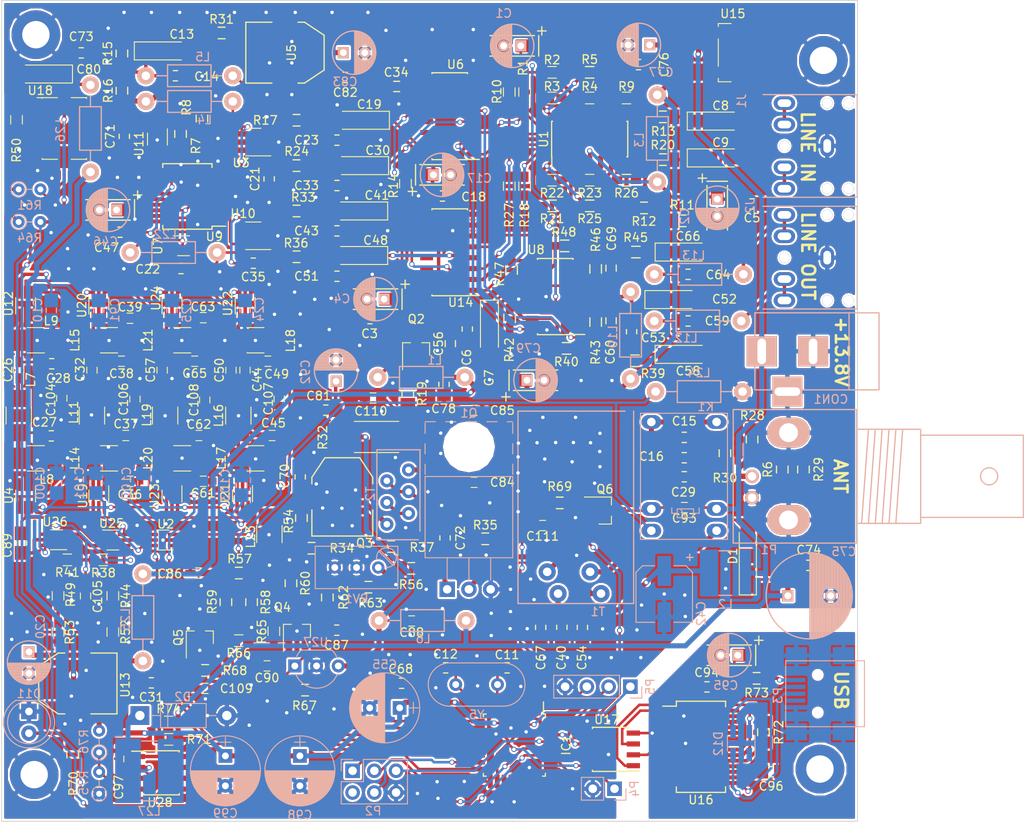
<source format=kicad_pcb>
(kicad_pcb (version 4) (host pcbnew 4.0.3+e1-6302~38~ubuntu14.04.1-stable)
  (layers (0 F.Cu signal) (31 B.Cu signal) (34 B.Paste user) (35 F.Paste user) (36 B.SilkS user) (37 F.SilkS user) (38 B.Mask user) (39 F.Mask user) (44 Edge.Cuts user))
  (net 0 "")
  (net 1 GND)
  (net 2 "Net-(C1-Pad1)")
  (net 3 "Net-(C19-Pad2)")
  (net 4 "Net-(C30-Pad1)")
  (net 5 "Net-(C48-Pad1)")
  (net 6 "Net-(C52-Pad1)")
  (net 7 "Net-(C58-Pad1)")
  (net 8 "Net-(C71-Pad1)")
  (net 9 /90)
  (net 10 /0)
  (net 11 /90_1)
  (net 12 /270_1)
  (net 13 /180_1)
  (net 14 /0_1)
  (net 15 "Net-(C8-Pad2)")
  (net 16 "Net-(C9-Pad2)")
  (net 17 "Net-(C27-Pad2)")
  (net 18 "Net-(C30-Pad2)")
  (net 19 "Net-(C41-Pad2)")
  (net 20 "Net-(C48-Pad2)")
  (net 21 "Net-(C58-Pad2)")
  (net 22 "Net-(C66-Pad1)")
  (net 23 "Net-(C71-Pad2)")
  (net 24 "Net-(R47-Pad1)")
  (net 25 /270_3)
  (net 26 /90_2)
  (net 27 /270_2)
  (net 28 /90_3)
  (net 29 /180_3)
  (net 30 /180_2)
  (net 31 /0_2)
  (net 32 /0_3)
  (net 33 "Net-(C34-Pad2)")
  (net 34 "Net-(Q2-Pad1)")
  (net 35 "Net-(C2-Pad1)")
  (net 36 "Net-(J2-Pad2)")
  (net 37 "Net-(R2-Pad2)")
  (net 38 "Net-(R3-Pad2)")
  (net 39 "Net-(R13-Pad2)")
  (net 40 "Net-(J2-Pad4)")
  (net 41 VDD)
  (net 42 "Net-(C8-Pad1)")
  (net 43 "Net-(C9-Pad1)")
  (net 44 "Net-(C21-Pad1)")
  (net 45 "Net-(C60-Pad2)")
  (net 46 "Net-(C64-Pad1)")
  (net 47 "Net-(C69-Pad2)")
  (net 48 "Net-(R4-Pad2)")
  (net 49 "Net-(R20-Pad2)")
  (net 50 "Net-(R21-Pad2)")
  (net 51 "Net-(R22-Pad2)")
  (net 52 "Net-(R23-Pad2)")
  (net 53 "Net-(R40-Pad1)")
  (net 54 "Net-(C13-Pad1)")
  (net 55 "Net-(C19-Pad1)")
  (net 56 "Net-(C41-Pad1)")
  (net 57 "Net-(C26-Pad1)")
  (net 58 "Net-(C26-Pad2)")
  (net 59 "Net-(C32-Pad1)")
  (net 60 "Net-(C32-Pad2)")
  (net 61 "Net-(C35-Pad1)")
  (net 62 "Net-(C35-Pad2)")
  (net 63 "Net-(C36-Pad2)")
  (net 64 "Net-(C44-Pad1)")
  (net 65 "Net-(C44-Pad2)")
  (net 66 "Net-(C45-Pad2)")
  (net 67 "Net-(C57-Pad1)")
  (net 68 "Net-(C57-Pad2)")
  (net 69 "Net-(C61-Pad2)")
  (net 70 /2,75V)
  (net 71 "Net-(R31-Pad1)")
  (net 72 "Net-(U7-Pad1)")
  (net 73 "Net-(U7-Pad4)")
  (net 74 "Net-(U9-Pad19)")
  (net 75 "Net-(U11-Pad4)")
  (net 76 "Net-(C89-Pad2)")
  (net 77 "Net-(C89-Pad1)")
  (net 78 "Net-(IC1-Pad15)")
  (net 79 "Net-(IC1-Pad16)")
  (net 80 "Net-(IC1-Pad17)")
  (net 81 "Net-(IC1-Pad27)")
  (net 82 "Net-(IC1-Pad28)")
  (net 83 "Net-(IC1-Pad29)")
  (net 84 "Net-(IC1-Pad30)")
  (net 85 "Net-(IC1-Pad31)")
  (net 86 "Net-(U16-Pad1)")
  (net 87 "Net-(U16-Pad5)")
  (net 88 "Net-(C94-Pad2)")
  (net 89 "Net-(C94-Pad1)")
  (net 90 "Net-(C96-Pad1)")
  (net 91 "Net-(R72-Pad2)")
  (net 92 "Net-(C46-Pad1)")
  (net 93 "Net-(C10-Pad2)")
  (net 94 "Net-(C11-Pad1)")
  (net 95 "Net-(C12-Pad1)")
  (net 96 "Net-(C76-Pad1)")
  (net 97 "Net-(C20-Pad1)")
  (net 98 "Net-(P3-Pad1)")
  (net 99 "Net-(R38-Pad1)")
  (net 100 "Net-(R44-Pad1)")
  (net 101 "Net-(R49-Pad1)")
  (net 102 "Net-(C73-Pad1)")
  (net 103 "Net-(D11-Pad2)")
  (net 104 "Net-(IC1-Pad1)")
  (net 105 "Net-(IC1-Pad25)")
  (net 106 "Net-(IC1-Pad32)")
  (net 107 "Net-(D12-Pad3)")
  (net 108 "Net-(D12-Pad4)")
  (net 109 "Net-(C74-Pad1)")
  (net 110 "Net-(R38-Pad2)")
  (net 111 "Net-(R41-Pad2)")
  (net 112 "Net-(U25-Pad3)")
  (net 113 "Net-(Q1-Pad2)")
  (net 114 "Net-(K1-Pad7)")
  (net 115 "Net-(C15-Pad2)")
  (net 116 "Net-(C15-Pad1)")
  (net 117 "Net-(C40-Pad2)")
  (net 118 "Net-(C70-Pad2)")
  (net 119 "Net-(C70-Pad1)")
  (net 120 "Net-(C72-Pad2)")
  (net 121 "Net-(C72-Pad1)")
  (net 122 "Net-(C84-Pad2)")
  (net 123 "Net-(L23-Pad2)")
  (net 124 "Net-(Q3-Pad2)")
  (net 125 "Net-(Q3-Pad3)")
  (net 126 "Net-(Q3-Pad1)")
  (net 127 "Net-(T2-Pad2)")
  (net 128 "Net-(C86-Pad2)")
  (net 129 "Net-(C87-Pad1)")
  (net 130 "Net-(Q4-Pad1)")
  (net 131 "Net-(R56-Pad2)")
  (net 132 "Net-(R60-Pad2)")
  (net 133 "Net-(C90-Pad2)")
  (net 134 "Net-(Q5-Pad1)")
  (net 135 "Net-(Q5-Pad3)")
  (net 136 "Net-(C86-Pad1)")
  (net 137 "Net-(K1-Pad6)")
  (net 138 "Net-(Q6-Pad1)")
  (net 139 "Net-(U2-Pad5)")
  (net 140 "Net-(C81-Pad2)")
  (net 141 "Net-(C93-Pad2)")
  (net 142 "Net-(IC1-Pad23)")
  (net 143 "Net-(C97-Pad2)")
  (net 144 "Net-(R71-Pad2)")
  (net 145 "Net-(D2-Pad1)")
  (net 146 "Net-(R75-Pad2)")
  (net 147 "Net-(R50-Pad2)")
  (net 148 "Net-(C104-Pad2)")
  (net 149 "Net-(C105-Pad2)")
  (net 150 "Net-(C106-Pad2)")
  (net 151 "Net-(C107-Pad2)")
  (net 152 "Net-(C108-Pad2)")
  (net 153 "Net-(C109-Pad2)")
  (net 154 "Net-(C110-Pad2)")
  (net 155 "Net-(C111-Pad1)")
  (module LCSDR:TRANSF1_4 (layer B.Cu) (at 112.025 99.3 180)
    (fp_text reference T1 (at -2.625 -2.125 180) (layer B.SilkS) (effects (justify mirror)))
    (fp_text value 1:4 hide)
    (pad 1 thru_hole circle (at -3 0 180) (size 2 2) (drill 1) (layers *.Cu *.Mask) (net 113 "Net-(Q1-Pad2)"))
    (pad 2 thru_hole circle (at -1.73 2.54 180) (size 2 2) (drill 1) (layers *.Cu *.Mask) (net 137 "Net-(K1-Pad6)"))
    (pad 3 thru_hole circle (at 2.02 0 180) (size 2 2) (drill 1) (layers *.Cu *.Mask) (net 117 "Net-(C40-Pad2)"))
    (pad 4 thru_hole circle (at 3.29 2.54 180) (size 2 2) (drill 1) (layers *.Cu *.Mask) (net 113 "Net-(Q1-Pad2)"))
  )
  (module Resistors_SMD:R_1210_HandSoldering (layer F.Cu) (at 76.28 92.35 270)
    (fp_text reference L23 (at 0.31 2.19 270) (layer F.SilkS))
    (fp_text value 0.47uH hide)
    (pad 1 smd rect (at -2 0 270) (size 2 2.5) (layers F.Cu F.Paste F.Mask) (net 119 "Net-(C70-Pad1)"))
    (pad 2 smd rect (at 2 0 270) (size 2 2.5) (layers F.Cu F.Paste F.Mask) (net 123 "Net-(L23-Pad2)"))
  )
  (module Connect:USB_Mini-B (layer B.Cu) (at 140.55 111 180)
    (fp_text reference P3 (at 4.85 -0.2 270) (layer B.SilkS) (effects (justify mirror)))
    (fp_text value USB_OTG hide)
    (pad 1 smd rect (at 2.8 1.6 180) (size 2.3 0.5) (layers B.Cu B.Paste B.Mask) (net 98 "Net-(P3-Pad1)"))
    (pad 2 smd rect (at 2.8 0.8 180) (size 2.3 0.5) (layers B.Cu B.Paste B.Mask) (net 108 "Net-(D12-Pad4)"))
    (pad 3 smd rect (at 2.8 0 180) (size 2.3 0.5) (layers B.Cu B.Paste B.Mask) (net 107 "Net-(D12-Pad3)"))
    (pad 4 smd rect (at 2.8 -0.8 180) (size 2.3 0.5) (layers B.Cu B.Paste B.Mask))
    (pad 5 smd rect (at 2.8 -1.6 180) (size 2.3 0.5) (layers B.Cu B.Paste B.Mask) (net 88 "Net-(C94-Pad2)"))
    (pad 6 smd rect (at 2.7 4.45 180) (size 2.5 2) (layers B.Cu B.Paste B.Mask) (net 88 "Net-(C94-Pad2)"))
    (pad 6 smd rect (at -2.8 4.45 180) (size 2.5 2) (layers B.Cu B.Paste B.Mask) (net 88 "Net-(C94-Pad2)"))
    (pad 6 smd rect (at 2.7 -4.45 180) (size 2.5 2) (layers B.Cu B.Paste B.Mask) (net 88 "Net-(C94-Pad2)"))
    (pad 6 smd rect (at -2.8 -4.45 180) (size 2.5 2) (layers B.Cu B.Paste B.Mask) (net 88 "Net-(C94-Pad2)"))
    (pad "" np_thru_hole circle (at 0.2 2.2 180) (size 0.9 0.9) (drill 0.9) (layers *.Cu *.Mask))
    (pad "" np_thru_hole circle (at 0.2 -2.2 180) (size 0.9 0.9) (drill 0.9) (layers *.Cu *.Mask))
  )
  (module Housings_SSOP:SSOP-28_5.3x10.2mm_Pitch0.65mm (layer F.Cu) (at 126.7 117.2)
    (fp_text reference U16 (at 0 6.2) (layer F.SilkS))
    (fp_text value FT232RL hide)
    (pad 1 smd rect (at -3.6 -4.225) (size 1.75 0.45) (layers F.Cu F.Paste F.Mask) (net 86 "Net-(U16-Pad1)"))
    (pad 2 smd rect (at -3.6 -3.575) (size 1.75 0.45) (layers F.Cu F.Paste F.Mask))
    (pad 3 smd rect (at -3.6 -2.925) (size 1.75 0.45) (layers F.Cu F.Paste F.Mask))
    (pad 4 smd rect (at -3.6 -2.275) (size 1.75 0.45) (layers F.Cu F.Paste F.Mask) (net 89 "Net-(C94-Pad1)"))
    (pad 5 smd rect (at -3.6 -1.625) (size 1.75 0.45) (layers F.Cu F.Paste F.Mask) (net 87 "Net-(U16-Pad5)"))
    (pad 6 smd rect (at -3.6 -0.975) (size 1.75 0.45) (layers F.Cu F.Paste F.Mask))
    (pad 7 smd rect (at -3.6 -0.325) (size 1.75 0.45) (layers F.Cu F.Paste F.Mask) (net 88 "Net-(C94-Pad2)"))
    (pad 8 smd rect (at -3.6 0.325) (size 1.75 0.45) (layers F.Cu F.Paste F.Mask))
    (pad 9 smd rect (at -3.6 0.975) (size 1.75 0.45) (layers F.Cu F.Paste F.Mask))
    (pad 10 smd rect (at -3.6 1.625) (size 1.75 0.45) (layers F.Cu F.Paste F.Mask))
    (pad 11 smd rect (at -3.6 2.275) (size 1.75 0.45) (layers F.Cu F.Paste F.Mask))
    (pad 12 smd rect (at -3.6 2.925) (size 1.75 0.45) (layers F.Cu F.Paste F.Mask))
    (pad 13 smd rect (at -3.6 3.575) (size 1.75 0.45) (layers F.Cu F.Paste F.Mask))
    (pad 14 smd rect (at -3.6 4.225) (size 1.75 0.45) (layers F.Cu F.Paste F.Mask))
    (pad 15 smd rect (at 3.6 4.225) (size 1.75 0.45) (layers F.Cu F.Paste F.Mask) (net 107 "Net-(D12-Pad3)"))
    (pad 16 smd rect (at 3.6 3.575) (size 1.75 0.45) (layers F.Cu F.Paste F.Mask) (net 108 "Net-(D12-Pad4)"))
    (pad 17 smd rect (at 3.6 2.925) (size 1.75 0.45) (layers F.Cu F.Paste F.Mask) (net 90 "Net-(C96-Pad1)"))
    (pad 18 smd rect (at 3.6 2.275) (size 1.75 0.45) (layers F.Cu F.Paste F.Mask) (net 88 "Net-(C94-Pad2)"))
    (pad 19 smd rect (at 3.6 1.625) (size 1.75 0.45) (layers F.Cu F.Paste F.Mask) (net 91 "Net-(R72-Pad2)"))
    (pad 20 smd rect (at 3.6 0.975) (size 1.75 0.45) (layers F.Cu F.Paste F.Mask) (net 89 "Net-(C94-Pad1)"))
    (pad 21 smd rect (at 3.6 0.325) (size 1.75 0.45) (layers F.Cu F.Paste F.Mask) (net 88 "Net-(C94-Pad2)"))
    (pad 22 smd rect (at 3.6 -0.325) (size 1.75 0.45) (layers F.Cu F.Paste F.Mask))
    (pad 23 smd rect (at 3.6 -0.975) (size 1.75 0.45) (layers F.Cu F.Paste F.Mask))
    (pad 24 smd rect (at 3.6 -1.625) (size 1.75 0.45) (layers F.Cu F.Paste F.Mask))
    (pad 25 smd rect (at 3.6 -2.275) (size 1.75 0.45) (layers F.Cu F.Paste F.Mask) (net 88 "Net-(C94-Pad2)"))
    (pad 26 smd rect (at 3.6 -2.925) (size 1.75 0.45) (layers F.Cu F.Paste F.Mask) (net 88 "Net-(C94-Pad2)"))
    (pad 27 smd rect (at 3.6 -3.575) (size 1.75 0.45) (layers F.Cu F.Paste F.Mask))
    (pad 28 smd rect (at 3.6 -4.225) (size 1.75 0.45) (layers F.Cu F.Paste F.Mask))
  )
  (module LCSDR:Universal_C_Radial_D5_L11_P2_tantal (layer B.Cu) (at 130 106.5 180)
    (fp_text reference C95 (at 0.4 -3.525 180) (layer B.SilkS) (effects (justify mirror)))
    (fp_text value 10uF hide)
    (fp_text user + (at -3.46 1.84 180) (layer F.SilkS) (effects (font (size 1.3 1.3))))
    (pad 1 thru_hole rect (at -1 0 180) (size 1.3 1.3) (drill 0.8) (layers *.Cu *.Mask B.SilkS) (net 89 "Net-(C94-Pad1)"))
    (pad 2 thru_hole circle (at 1 0 180) (size 1.3 1.3) (drill 0.8) (layers *.Cu *.Mask B.SilkS) (net 88 "Net-(C94-Pad2)"))
    (pad 1 smd rect (at -1.50114 0 180) (size 2.14884 1.50114) (layers F.Cu F.Paste F.Mask) (net 89 "Net-(C94-Pad1)"))
    (pad 2 smd rect (at 1.50114 0 180) (size 2.14884 1.50114) (layers F.Cu F.Paste F.Mask) (net 88 "Net-(C94-Pad2)"))
  )
  (module LCSDR:C_Radial_D5_L11_P2.5 (layer B.Cu) (at 84.925 36.1)
    (fp_text reference C83 (at 0.2 3.4) (layer B.SilkS) (effects (justify mirror)))
    (fp_text value 100uF hide)
    (pad 1 thru_hole rect (at 0 0) (size 1.3 1.3) (drill 0.8) (layers *.Cu *.Mask B.SilkS) (net 70 /2,75V))
    (pad 2 thru_hole circle (at 2.5 0) (size 1.3 1.3) (drill 0.8) (layers *.Cu *.Mask B.SilkS) (net 1 GND))
  )
  (module LCSDR:C_Radial_D5_L11_P2.5 (layer B.Cu) (at 48.2 106.11 270)
    (fp_text reference C20 (at -2.95 -1.32 270) (layer B.SilkS) (effects (justify mirror)))
    (fp_text value 100uF hide)
    (pad 1 thru_hole rect (at 0 0 270) (size 1.3 1.3) (drill 0.8) (layers *.Cu *.Mask B.SilkS) (net 97 "Net-(C20-Pad1)"))
    (pad 2 thru_hole circle (at 2.5 0 270) (size 1.3 1.3) (drill 0.8) (layers *.Cu *.Mask B.SilkS) (net 1 GND))
  )
  (module Resistors_SMD:R_0603_HandSoldering (layer F.Cu) (at 104.35 67.15 270)
    (fp_text reference R42 (at 3.68 0.03 270) (layer F.SilkS))
    (fp_text value "4.7k 1%" hide)
    (pad 1 smd rect (at -1.1 0 270) (size 1.2 0.9) (layers F.Cu F.Paste F.Mask) (net 53 "Net-(R40-Pad1)"))
    (pad 2 smd rect (at 1.1 0 270) (size 1.2 0.9) (layers F.Cu F.Paste F.Mask) (net 28 /90_3))
  )
  (module Resistors_SMD:R_0603_HandSoldering (layer F.Cu) (at 92.175 51.4 270)
    (fp_text reference R14 (at 0.275 1.4 270) (layer F.SilkS))
    (fp_text value 10k hide)
    (pad 1 smd rect (at -1.1 0 270) (size 1.2 0.9) (layers F.Cu F.Paste F.Mask) (net 41 VDD))
    (pad 2 smd rect (at 1.1 0 270) (size 1.2 0.9) (layers F.Cu F.Paste F.Mask) (net 33 "Net-(C34-Pad2)"))
  )
  (module Housings_SOIC:SOIC-16_3.9x9.9mm_Pitch1.27mm (layer F.Cu) (at 97.35 59.425 180)
    (fp_text reference U14 (at -1.275 -5.85 180) (layer F.SilkS))
    (fp_text value 74HC4053 hide)
    (pad 1 smd rect (at -2.7 -4.445 180) (size 1.5 0.6) (layers F.Cu F.Paste F.Mask) (net 31 /0_2))
    (pad 2 smd rect (at -2.7 -3.175 180) (size 1.5 0.6) (layers F.Cu F.Paste F.Mask) (net 32 /0_3))
    (pad 3 smd rect (at -2.7 -1.905 180) (size 1.5 0.6) (layers F.Cu F.Paste F.Mask) (net 30 /180_2))
    (pad 4 smd rect (at -2.7 -0.635 180) (size 1.5 0.6) (layers F.Cu F.Paste F.Mask) (net 5 "Net-(C48-Pad1)"))
    (pad 5 smd rect (at -2.7 0.635 180) (size 1.5 0.6) (layers F.Cu F.Paste F.Mask) (net 29 /180_3))
    (pad 6 smd rect (at -2.7 1.905 180) (size 1.5 0.6) (layers F.Cu F.Paste F.Mask) (net 1 GND))
    (pad 7 smd rect (at -2.7 3.175 180) (size 1.5 0.6) (layers F.Cu F.Paste F.Mask) (net 1 GND))
    (pad 8 smd rect (at -2.7 4.445 180) (size 1.5 0.6) (layers F.Cu F.Paste F.Mask) (net 1 GND))
    (pad 9 smd rect (at 2.7 4.445 180) (size 1.5 0.6) (layers F.Cu F.Paste F.Mask) (net 33 "Net-(C34-Pad2)"))
    (pad 10 smd rect (at 2.7 3.175 180) (size 1.5 0.6) (layers F.Cu F.Paste F.Mask) (net 33 "Net-(C34-Pad2)"))
    (pad 11 smd rect (at 2.7 1.905 180) (size 1.5 0.6) (layers F.Cu F.Paste F.Mask) (net 33 "Net-(C34-Pad2)"))
    (pad 12 smd rect (at 2.7 0.635 180) (size 1.5 0.6) (layers F.Cu F.Paste F.Mask))
    (pad 13 smd rect (at 2.7 -0.635 180) (size 1.5 0.6) (layers F.Cu F.Paste F.Mask))
    (pad 14 smd rect (at 2.7 -1.905 180) (size 1.5 0.6) (layers F.Cu F.Paste F.Mask))
    (pad 15 smd rect (at 2.7 -3.175 180) (size 1.5 0.6) (layers F.Cu F.Paste F.Mask) (net 56 "Net-(C41-Pad1)"))
    (pad 16 smd rect (at 2.7 -4.445 180) (size 1.5 0.6) (layers F.Cu F.Paste F.Mask) (net 41 VDD))
  )
  (module LCSDR:audio_jack_3_5mm_PJ307 (layer B.Cu) (at 141.45 60.05 90)
    (fp_text reference J2 (at 6 -9 90) (layer B.SilkS) (effects (justify mirror)))
    (fp_text value "LINE OUT" hide)
    (pad 1 thru_hole oval (at 0 0 90) (size 2.5 1.6) (drill oval 1.6 0.9) (layers *.Cu *.Mask) (net 1 GND))
    (pad 6 thru_hole oval (at 0 -5 90) (size 1.2 1.2) (drill oval 1.2) (layers *.Cu *.Mask))
    (pad 2 thru_hole oval (at 5 -5 90) (size 1.6 2.5) (drill oval 0.9 1.6) (layers *.Cu *.Mask) (net 36 "Net-(J2-Pad2)"))
    (pad 3 thru_hole oval (at 2.5 -5 90) (size 1.6 2.5) (drill oval 0.9 1.6) (layers *.Cu *.Mask) (net 36 "Net-(J2-Pad2)"))
    (pad 4 thru_hole oval (at -2.5 -5 90) (size 1.6 2.5) (drill oval 0.9 1.6) (layers *.Cu *.Mask) (net 40 "Net-(J2-Pad4)"))
    (pad 5 thru_hole oval (at -5 -5 90) (size 1.6 2.5) (drill oval 0.9 1.6) (layers *.Cu *.Mask) (net 40 "Net-(J2-Pad4)"))
    (pad 7 thru_hole oval (at 5 0 90) (size 1.2 1.2) (drill oval 1.2) (layers *.Cu *.Mask))
    (pad 8 thru_hole oval (at -5 0 90) (size 1.2 1.2) (drill oval 1.2) (layers *.Cu *.Mask))
    (pad 9 thru_hole oval (at 5 2.5 90) (size 1.2 1.2) (drill oval 1.2) (layers *.Cu *.Mask))
    (pad 10 thru_hole oval (at -5 2.5 90) (size 1.2 1.2) (drill oval 1.2) (layers *.Cu *.Mask))
  )
  (module LCSDR:C_1206_0603 (layer F.Cu) (at 84.175 56.925)
    (fp_text reference C43 (at -3.55 0) (layer F.SilkS))
    (fp_text value 27nF hide)
    (pad 2 smd rect (at 1.15 0) (size 1.6 1.6) (layers F.Cu F.Paste F.Mask) (net 1 GND))
    (pad 1 smd rect (at -1.15 0) (size 1.6 1.6) (layers F.Cu F.Paste F.Mask) (net 19 "Net-(C41-Pad2)"))
  )
  (module LCSDR:C_1206_0603 (layer F.Cu) (at 85.15 39)
    (fp_text reference C82 (at 0 1.75) (layer F.SilkS))
    (fp_text value 100nF hide)
    (pad 2 smd rect (at 1.15 0) (size 1.6 1.6) (layers F.Cu F.Paste F.Mask) (net 1 GND))
    (pad 1 smd rect (at -1.15 0) (size 1.6 1.6) (layers F.Cu F.Paste F.Mask) (net 70 /2,75V))
  )
  (module LCSDR:SOIC-14_3.9x8.7mm_Pitch1.27mm (layer F.Cu) (at 109.675 64.6 180)
    (fp_text reference U8 (at 2.24 5.48 360) (layer F.SilkS))
    (fp_text value MC33179DR2G hide)
    (pad 1 smd rect (at -2.7 -3.81 180) (size 1.5 0.6) (layers F.Cu F.Paste F.Mask) (net 25 /270_3))
    (pad 2 smd rect (at -2.7 -2.54 180) (size 1.5 0.6) (layers F.Cu F.Paste F.Mask) (net 45 "Net-(C60-Pad2)"))
    (pad 3 smd rect (at -2.7 -1.27 180) (size 1.5 0.6) (layers F.Cu F.Paste F.Mask) (net 2 "Net-(C1-Pad1)"))
    (pad 4 smd rect (at -2.7 0 180) (size 1.5 0.6) (layers F.Cu F.Paste F.Mask) (net 6 "Net-(C52-Pad1)"))
    (pad 5 smd rect (at -2.7 1.27 180) (size 1.5 0.6) (layers F.Cu F.Paste F.Mask) (net 2 "Net-(C1-Pad1)"))
    (pad 6 smd rect (at -2.7 2.54 180) (size 1.5 0.6) (layers F.Cu F.Paste F.Mask) (net 47 "Net-(C69-Pad2)"))
    (pad 7 smd rect (at -2.7 3.81 180) (size 1.5 0.6) (layers F.Cu F.Paste F.Mask) (net 29 /180_3))
    (pad 8 smd rect (at 2.7 3.81 180) (size 1.5 0.6) (layers F.Cu F.Paste F.Mask) (net 32 /0_3))
    (pad 9 smd rect (at 2.7 2.54 180) (size 1.5 0.6) (layers F.Cu F.Paste F.Mask) (net 24 "Net-(R47-Pad1)"))
    (pad 10 smd rect (at 2.7 1.27 180) (size 1.5 0.6) (layers F.Cu F.Paste F.Mask) (net 2 "Net-(C1-Pad1)"))
    (pad 11 smd rect (at 2.7 0 180) (size 1.5 0.6) (layers F.Cu F.Paste F.Mask) (net 1 GND))
    (pad 12 smd rect (at 2.7 -1.27 180) (size 1.5 0.6) (layers F.Cu F.Paste F.Mask) (net 2 "Net-(C1-Pad1)"))
    (pad 13 smd rect (at 2.7 -2.54 180) (size 1.5 0.6) (layers F.Cu F.Paste F.Mask) (net 53 "Net-(R40-Pad1)"))
    (pad 14 smd rect (at 2.7 -3.81 180) (size 1.5 0.6) (layers F.Cu F.Paste F.Mask) (net 28 /90_3))
  )
  (module LCSDR:Resistor_Horizontal_RM10mm (layer B.Cu) (at 121.5 62)
    (fp_text reference L13 (at 4.35 -2.2) (layer B.SilkS) (effects (justify mirror)))
    (fp_text value 472K hide)
    (pad 1 thru_hole circle (at -0.25 0) (size 1.99898 1.99898) (drill 1.00076) (layers *.Cu *.SilkS *.Mask) (net 46 "Net-(C64-Pad1)"))
    (pad 2 thru_hole circle (at 10.16 0) (size 1.99898 1.99898) (drill 1.00076) (layers *.Cu *.SilkS *.Mask) (net 36 "Net-(J2-Pad2)"))
  )
  (module LCSDR:C_1206_0603 (layer F.Cu) (at 65.3 38.8)
    (fp_text reference C14 (at 3.65 0.1 180) (layer F.SilkS))
    (fp_text value 100nF hide)
    (pad 2 smd rect (at 1.15 0) (size 1.6 1.6) (layers F.Cu F.Paste F.Mask) (net 1 GND))
    (pad 1 smd rect (at -1.15 0) (size 1.6 1.6) (layers F.Cu F.Paste F.Mask) (net 54 "Net-(C13-Pad1)"))
  )
  (module LCSDR:C_1206_0603 (layer F.Cu) (at 76.25 50.85 270)
    (fp_text reference C21 (at 0 1.65 270) (layer F.SilkS))
    (fp_text value 1uF hide)
    (pad 2 smd rect (at 1.15 0 270) (size 1.6 1.6) (layers F.Cu F.Paste F.Mask) (net 1 GND))
    (pad 1 smd rect (at -1.15 0 270) (size 1.6 1.6) (layers F.Cu F.Paste F.Mask) (net 44 "Net-(C21-Pad1)"))
  )
  (module LCSDR:C_1206_0603 (layer F.Cu) (at 84.175 46.325)
    (fp_text reference C23 (at -3.55 0 180) (layer F.SilkS))
    (fp_text value 27nF hide)
    (pad 2 smd rect (at 1.15 0) (size 1.6 1.6) (layers F.Cu F.Paste F.Mask) (net 1 GND))
    (pad 1 smd rect (at -1.15 0) (size 1.6 1.6) (layers F.Cu F.Paste F.Mask) (net 3 "Net-(C19-Pad2)"))
  )
  (module LCSDR:C_1206_0603 (layer F.Cu) (at 84.175 51.625)
    (fp_text reference C33 (at -3.55 0) (layer F.SilkS))
    (fp_text value 27nF hide)
    (pad 2 smd rect (at 1.15 0) (size 1.6 1.6) (layers F.Cu F.Paste F.Mask) (net 1 GND))
    (pad 1 smd rect (at -1.15 0) (size 1.6 1.6) (layers F.Cu F.Paste F.Mask) (net 18 "Net-(C30-Pad2)"))
  )
  (module LCSDR:C_1206_0603 (layer F.Cu) (at 84.175 62.225)
    (fp_text reference C51 (at -3.55 0) (layer F.SilkS))
    (fp_text value 27nF hide)
    (pad 2 smd rect (at 1.15 0) (size 1.6 1.6) (layers F.Cu F.Paste F.Mask) (net 1 GND))
    (pad 1 smd rect (at -1.15 0) (size 1.6 1.6) (layers F.Cu F.Paste F.Mask) (net 20 "Net-(C48-Pad2)"))
  )
  (module LCSDR:C_1206_0603 (layer F.Cu) (at 59.33 45.88 270)
    (fp_text reference C71 (at 0 1.65 270) (layer F.SilkS))
    (fp_text value 1n hide)
    (pad 2 smd rect (at 1.15 0 270) (size 1.6 1.6) (layers F.Cu F.Paste F.Mask) (net 23 "Net-(C71-Pad2)"))
    (pad 1 smd rect (at -1.15 0 270) (size 1.6 1.6) (layers F.Cu F.Paste F.Mask) (net 8 "Net-(C71-Pad1)"))
  )
  (module LCSDR:C_1206_0603 (layer F.Cu) (at 139.3 96)
    (fp_text reference C74 (at 0 -1.8) (layer F.SilkS))
    (fp_text value 100nF hide)
    (pad 2 smd rect (at 1.15 0) (size 1.6 1.6) (layers F.Cu F.Paste F.Mask) (net 1 GND))
    (pad 1 smd rect (at -1.15 0) (size 1.6 1.6) (layers F.Cu F.Paste F.Mask) (net 109 "Net-(C74-Pad1)"))
  )
  (module LCSDR:C_1206_0603 (layer F.Cu) (at 119.4 37.5 180)
    (fp_text reference C76 (at -3 0 270) (layer F.SilkS))
    (fp_text value 100nF hide)
    (pad 2 smd rect (at 1.15 0 180) (size 1.6 1.6) (layers F.Cu F.Paste F.Mask) (net 1 GND))
    (pad 1 smd rect (at -1.15 0 180) (size 1.6 1.6) (layers F.Cu F.Paste F.Mask) (net 96 "Net-(C76-Pad1)"))
  )
  (module LCSDR:C_Radial_D5_L11_P2.5 (layer B.Cu) (at 120.7 35.2 180)
    (fp_text reference C77 (at -1.35 -3.2 180) (layer B.SilkS) (effects (justify mirror)))
    (fp_text value 100uF hide)
    (pad 1 thru_hole rect (at 0 0 180) (size 1.3 1.3) (drill 0.8) (layers *.Cu *.Mask B.SilkS) (net 96 "Net-(C76-Pad1)"))
    (pad 2 thru_hole circle (at 2.5 0 180) (size 1.3 1.3) (drill 0.8) (layers *.Cu *.Mask B.SilkS) (net 1 GND))
  )
  (module LCSDR:C_1206_0603 (layer F.Cu) (at 96.68 74.86 270)
    (fp_text reference C78 (at 2.84 0.04 540) (layer F.SilkS))
    (fp_text value 100nF hide)
    (pad 2 smd rect (at 1.15 0 270) (size 1.6 1.6) (layers F.Cu F.Paste F.Mask) (net 1 GND))
    (pad 1 smd rect (at -1.15 0 270) (size 1.6 1.6) (layers F.Cu F.Paste F.Mask) (net 96 "Net-(C76-Pad1)"))
  )
  (module LCSDR:R_1206_0603 (layer F.Cu) (at 59.05 36.2 90)
    (fp_text reference R15 (at 0 -1.65 270) (layer F.SilkS))
    (fp_text value 510R hide)
    (pad 1 smd rect (at -1.2 0 180) (size 1.7 1.4) (layers F.Cu F.Paste F.Mask) (net 54 "Net-(C13-Pad1)"))
    (pad 2 smd rect (at 1.2 0 90) (size 1.4 1.7) (layers F.Cu F.Paste F.Mask) (net 1 GND))
  )
  (module LCSDR:R_1206_0603 (layer F.Cu) (at 79.45 44)
    (fp_text reference R17 (at -3.65 0) (layer F.SilkS))
    (fp_text value 20R hide)
    (pad 1 smd rect (at -1.2 0 90) (size 1.7 1.4) (layers F.Cu F.Paste F.Mask) (net 14 /0_1))
    (pad 2 smd rect (at 1.2 0) (size 1.4 1.7) (layers F.Cu F.Paste F.Mask) (net 3 "Net-(C19-Pad2)"))
  )
  (module LCSDR:R_1206_0603 (layer F.Cu) (at 79.45 59.95)
    (fp_text reference R36 (at -0.05 -1.6) (layer F.SilkS))
    (fp_text value 20R hide)
    (pad 1 smd rect (at -1.2 0 90) (size 1.7 1.4) (layers F.Cu F.Paste F.Mask) (net 12 /270_1))
    (pad 2 smd rect (at 1.2 0) (size 1.4 1.7) (layers F.Cu F.Paste F.Mask) (net 20 "Net-(C48-Pad2)"))
  )
  (module LCSDR:audio_jack_3_5mm_PJ307 (layer B.Cu) (at 141.45 47 90)
    (fp_text reference J1 (at 5.25 -10 90) (layer B.SilkS) (effects (justify mirror)))
    (fp_text value "LINE IN" hide)
    (pad 1 thru_hole oval (at 0 0 90) (size 2.5 1.6) (drill oval 1.6 0.9) (layers *.Cu *.Mask) (net 1 GND))
    (pad 6 thru_hole oval (at 0 -5 90) (size 1.2 1.2) (drill oval 1.2) (layers *.Cu *.Mask))
    (pad 2 thru_hole oval (at 5 -5 90) (size 1.6 2.5) (drill oval 0.9 1.6) (layers *.Cu *.Mask) (net 15 "Net-(C8-Pad2)"))
    (pad 3 thru_hole oval (at 2.5 -5 90) (size 1.6 2.5) (drill oval 0.9 1.6) (layers *.Cu *.Mask) (net 15 "Net-(C8-Pad2)"))
    (pad 4 thru_hole oval (at -2.5 -5 90) (size 1.6 2.5) (drill oval 0.9 1.6) (layers *.Cu *.Mask) (net 16 "Net-(C9-Pad2)"))
    (pad 5 thru_hole oval (at -5 -5 90) (size 1.6 2.5) (drill oval 0.9 1.6) (layers *.Cu *.Mask) (net 16 "Net-(C9-Pad2)"))
    (pad 7 thru_hole oval (at 5 0 90) (size 1.2 1.2) (drill oval 1.2) (layers *.Cu *.Mask))
    (pad 8 thru_hole oval (at -5 0 90) (size 1.2 1.2) (drill oval 1.2) (layers *.Cu *.Mask))
    (pad 9 thru_hole oval (at 5 2.5 90) (size 1.2 1.2) (drill oval 1.2) (layers *.Cu *.Mask))
    (pad 10 thru_hole oval (at -5 2.5 90) (size 1.2 1.2) (drill oval 1.2) (layers *.Cu *.Mask))
  )
  (module LCSDR:C_1206_0603 (layer F.Cu) (at 88.03 67.18 180)
    (fp_text reference C3 (at 0.04 -1.75 180) (layer F.SilkS))
    (fp_text value 100nF hide)
    (pad 2 smd rect (at 1.15 0 180) (size 1.6 1.6) (layers F.Cu F.Paste F.Mask) (net 1 GND))
    (pad 1 smd rect (at -1.15 0 180) (size 1.6 1.6) (layers F.Cu F.Paste F.Mask) (net 41 VDD))
  )
  (module LCSDR:C_1206_0603 (layer F.Cu) (at 99.4 68.39 270)
    (fp_text reference C6 (at 3.31 0.07 270) (layer F.SilkS))
    (fp_text value 100nF hide)
    (pad 2 smd rect (at 1.15 0 270) (size 1.6 1.6) (layers F.Cu F.Paste F.Mask) (net 1 GND))
    (pad 1 smd rect (at -1.15 0 270) (size 1.6 1.6) (layers F.Cu F.Paste F.Mask) (net 2 "Net-(C1-Pad1)"))
  )
  (module LCSDR:C_1206_0603 (layer F.Cu) (at 96.5 52.85)
    (fp_text reference C18 (at 3.65 0.1 180) (layer F.SilkS))
    (fp_text value 100nF hide)
    (pad 2 smd rect (at 1.15 0) (size 1.6 1.6) (layers F.Cu F.Paste F.Mask) (net 1 GND))
    (pad 1 smd rect (at -1.15 0) (size 1.6 1.6) (layers F.Cu F.Paste F.Mask) (net 41 VDD))
  )
  (module LCSDR:C_1206_0603 (layer F.Cu) (at 65.95 61.325 180)
    (fp_text reference C22 (at 3.875 -0.075 180) (layer F.SilkS))
    (fp_text value 100nF hide)
    (pad 2 smd rect (at 1.15 0 180) (size 1.6 1.6) (layers F.Cu F.Paste F.Mask) (net 1 GND))
    (pad 1 smd rect (at -1.15 0 180) (size 1.6 1.6) (layers F.Cu F.Paste F.Mask) (net 44 "Net-(C21-Pad1)"))
  )
  (module LCSDR:C_1206_0603 (layer F.Cu) (at 58.825 57.075 180)
    (fp_text reference C47 (at 1.575 -1.8 180) (layer F.SilkS))
    (fp_text value 100nF hide)
    (pad 2 smd rect (at 1.15 0 180) (size 1.6 1.6) (layers F.Cu F.Paste F.Mask) (net 1 GND))
    (pad 1 smd rect (at -1.15 0 180) (size 1.6 1.6) (layers F.Cu F.Paste F.Mask) (net 92 "Net-(C46-Pad1)"))
  )
  (module LCSDR:C_1206_0603 (layer F.Cu) (at 118.6 68.7 270)
    (fp_text reference C53 (at 0.7 -2.55 540) (layer F.SilkS))
    (fp_text value 100nF hide)
    (pad 2 smd rect (at 1.15 0 270) (size 1.6 1.6) (layers F.Cu F.Paste F.Mask) (net 1 GND))
    (pad 1 smd rect (at -1.15 0 270) (size 1.6 1.6) (layers F.Cu F.Paste F.Mask) (net 6 "Net-(C52-Pad1)"))
  )
  (module LCSDR:C_1206_0603 (layer F.Cu) (at 125.2 67.45)
    (fp_text reference C59 (at 3.4 0) (layer F.SilkS))
    (fp_text value 10n hide)
    (pad 2 smd rect (at 1.15 0) (size 1.6 1.6) (layers F.Cu F.Paste F.Mask) (net 1 GND))
    (pad 1 smd rect (at -1.15 0) (size 1.6 1.6) (layers F.Cu F.Paste F.Mask) (net 21 "Net-(C58-Pad2)"))
  )
  (module LCSDR:C_1206_0603 (layer F.Cu) (at 125.2 62)
    (fp_text reference C64 (at 3.5 0.05) (layer F.SilkS))
    (fp_text value 10n hide)
    (pad 2 smd rect (at 1.15 0) (size 1.6 1.6) (layers F.Cu F.Paste F.Mask) (net 1 GND))
    (pad 1 smd rect (at -1.15 0) (size 1.6 1.6) (layers F.Cu F.Paste F.Mask) (net 46 "Net-(C64-Pad1)"))
  )
  (module LCSDR:Resistor_Horizontal_RM10mm (layer B.Cu) (at 121.6 51.2 90)
    (fp_text reference L3 (at 4.9 -2.1 90) (layer B.SilkS) (effects (justify mirror)))
    (fp_text value 47uH hide)
    (pad 1 thru_hole circle (at 0 0 90) (size 1.99898 1.99898) (drill 1.00076) (layers *.Cu *.SilkS *.Mask) (net 35 "Net-(C2-Pad1)"))
    (pad 2 thru_hole circle (at 10.16 0 90) (size 1.99898 1.99898) (drill 1.00076) (layers *.Cu *.SilkS *.Mask) (net 96 "Net-(C76-Pad1)"))
  )
  (module LCSDR:Resistor_Horizontal_RM10mm (layer B.Cu) (at 121.25 67.45)
    (fp_text reference L12 (at 3.725 2) (layer B.SilkS) (effects (justify mirror)))
    (fp_text value 472K hide)
    (pad 1 thru_hole circle (at 0 0) (size 1.99898 1.99898) (drill 1.00076) (layers *.Cu *.SilkS *.Mask) (net 21 "Net-(C58-Pad2)"))
    (pad 2 thru_hole circle (at 10.16 0) (size 1.99898 1.99898) (drill 1.00076) (layers *.Cu *.SilkS *.Mask) (net 40 "Net-(J2-Pad4)"))
  )
  (module LCSDR:R_1206_0603 (layer F.Cu) (at 59.05 40.55 90)
    (fp_text reference R16 (at 0 -1.6 270) (layer F.SilkS))
    (fp_text value 510R hide)
    (pad 1 smd rect (at -1.2 0 180) (size 1.7 1.4) (layers F.Cu F.Paste F.Mask) (net 70 /2,75V))
    (pad 2 smd rect (at 1.2 0 90) (size 1.4 1.7) (layers F.Cu F.Paste F.Mask) (net 54 "Net-(C13-Pad1)"))
  )
  (module LCSDR:R_1206_0603 (layer F.Cu) (at 79.45 49.3)
    (fp_text reference R24 (at 0.02 -1.67) (layer F.SilkS))
    (fp_text value 20R hide)
    (pad 1 smd rect (at -1.2 0 90) (size 1.7 1.4) (layers F.Cu F.Paste F.Mask) (net 13 /180_1))
    (pad 2 smd rect (at 1.2 0) (size 1.4 1.7) (layers F.Cu F.Paste F.Mask) (net 18 "Net-(C30-Pad2)"))
  )
  (module LCSDR:R_1206_0603 (layer F.Cu) (at 79.45 54.6)
    (fp_text reference R33 (at 0.8 -1.6) (layer F.SilkS))
    (fp_text value 20R hide)
    (pad 1 smd rect (at -1.2 0 90) (size 1.7 1.4) (layers F.Cu F.Paste F.Mask) (net 11 /90_1))
    (pad 2 smd rect (at 1.2 0) (size 1.4 1.7) (layers F.Cu F.Paste F.Mask) (net 19 "Net-(C41-Pad2)"))
  )
  (module LCSDR:Resistor_Horizontal_RM10mm (layer B.Cu) (at 99.1 74.03 180)
    (fp_text reference L1 (at 3.5 2 180) (layer B.SilkS) (effects (justify mirror)))
    (fp_text value 100uH hide)
    (pad 1 thru_hole circle (at 0 0 180) (size 1.99898 1.99898) (drill 1.00076) (layers *.Cu *.SilkS *.Mask) (net 96 "Net-(C76-Pad1)"))
    (pad 2 thru_hole circle (at 10.16 0 180) (size 1.99898 1.99898) (drill 1.00076) (layers *.Cu *.SilkS *.Mask) (net 41 VDD))
  )
  (module LCSDR:Resistor_Horizontal_RM10mm (layer B.Cu) (at 61.85 41.8)
    (fp_text reference L4 (at 6.85 2.15) (layer B.SilkS) (effects (justify mirror)))
    (fp_text value 47uH hide)
    (pad 1 thru_hole circle (at 0 0) (size 1.99898 1.99898) (drill 1.00076) (layers *.Cu *.SilkS *.Mask) (net 70 /2,75V))
    (pad 2 thru_hole circle (at 10.16 0) (size 1.99898 1.99898) (drill 1.00076) (layers *.Cu *.SilkS *.Mask) (net 44 "Net-(C21-Pad1)"))
  )
  (module LCSDR:Resistor_Horizontal_RM10mm (layer B.Cu) (at 72 38.8 180)
    (fp_text reference L5 (at 3.5 2.2 180) (layer B.SilkS) (effects (justify mirror)))
    (fp_text value 47uH hide)
    (pad 1 thru_hole circle (at 0 0 180) (size 1.99898 1.99898) (drill 1.00076) (layers *.Cu *.SilkS *.Mask) (net 62 "Net-(C35-Pad2)"))
    (pad 2 thru_hole circle (at 10.16 0 180) (size 1.99898 1.99898) (drill 1.00076) (layers *.Cu *.SilkS *.Mask) (net 54 "Net-(C13-Pad1)"))
  )
  (module LCSDR:Resistor_Horizontal_RM10mm (layer B.Cu) (at 118.475 74.2 90)
    (fp_text reference L10 (at 4.9 -2.075 90) (layer B.SilkS) (effects (justify mirror)))
    (fp_text value 47uH hide)
    (pad 1 thru_hole circle (at 0 0 90) (size 1.99898 1.99898) (drill 1.00076) (layers *.Cu *.SilkS *.Mask) (net 96 "Net-(C76-Pad1)"))
    (pad 2 thru_hole circle (at 10.16 0 90) (size 1.99898 1.99898) (drill 1.00076) (layers *.Cu *.SilkS *.Mask) (net 6 "Net-(C52-Pad1)"))
  )
  (module LCSDR:Universal_C_Radial_D5_L11_P2_tantal (layer B.Cu) (at 57.425 54.475 180)
    (fp_text reference C46 (at 0.29 -3.69 180) (layer B.SilkS) (effects (justify mirror)))
    (fp_text value 10uF hide)
    (fp_text user + (at -3.46 1.84 180) (layer F.SilkS) (effects (font (size 1.3 1.3))))
    (pad 1 thru_hole rect (at -1 0 180) (size 1.3 1.3) (drill 0.8) (layers *.Cu *.Mask B.SilkS) (net 92 "Net-(C46-Pad1)"))
    (pad 2 thru_hole circle (at 1 0 180) (size 1.3 1.3) (drill 0.8) (layers *.Cu *.Mask B.SilkS) (net 1 GND))
    (pad 1 smd rect (at -1.50114 0 180) (size 2.14884 1.50114) (layers F.Cu F.Paste F.Mask) (net 92 "Net-(C46-Pad1)"))
    (pad 2 smd rect (at 1.50114 0 180) (size 2.14884 1.50114) (layers F.Cu F.Paste F.Mask) (net 1 GND))
  )
  (module Resistors_SMD:R_0603_HandSoldering (layer F.Cu) (at 114.4 61.375 270)
    (fp_text reference R46 (at -3.42 -0.02 270) (layer F.SilkS))
    (fp_text value "4.7k 1%" hide)
    (pad 1 smd rect (at -1.1 0 270) (size 1.2 0.9) (layers F.Cu F.Paste F.Mask) (net 29 /180_3))
    (pad 2 smd rect (at 1.1 0 270) (size 1.2 0.9) (layers F.Cu F.Paste F.Mask) (net 47 "Net-(C69-Pad2)"))
  )
  (module Capacitors_SMD:C_0603_HandSoldering (layer F.Cu) (at 116.2 61.275 270)
    (fp_text reference C69 (at -3.46 -0.06 270) (layer F.SilkS))
    (fp_text value 390p hide)
    (pad 1 smd rect (at -0.95 0 270) (size 1.2 0.75) (layers F.Cu F.Paste F.Mask) (net 29 /180_3))
    (pad 2 smd rect (at 0.95 0 270) (size 1.2 0.75) (layers F.Cu F.Paste F.Mask) (net 47 "Net-(C69-Pad2)"))
  )
  (module Capacitors_SMD:C_0603_HandSoldering (layer F.Cu) (at 116.2 67.425 90)
    (fp_text reference C60 (at -3.65 -0.1 90) (layer F.SilkS))
    (fp_text value 390p hide)
    (pad 1 smd rect (at -0.95 0 90) (size 1.2 0.75) (layers F.Cu F.Paste F.Mask) (net 25 /270_3))
    (pad 2 smd rect (at 0.95 0 90) (size 1.2 0.75) (layers F.Cu F.Paste F.Mask) (net 45 "Net-(C60-Pad2)"))
  )
  (module Resistors_SMD:R_0603_HandSoldering (layer F.Cu) (at 114.4 67.575 270)
    (fp_text reference R43 (at 3.55 0 270) (layer F.SilkS))
    (fp_text value "4.7k 1%" hide)
    (pad 1 smd rect (at -1.1 0 270) (size 1.2 0.9) (layers F.Cu F.Paste F.Mask) (net 45 "Net-(C60-Pad2)"))
    (pad 2 smd rect (at 1.1 0 270) (size 1.2 0.9) (layers F.Cu F.Paste F.Mask) (net 25 /270_3))
  )
  (module Resistors_SMD:R_0603_HandSoldering (layer F.Cu) (at 104.575 61.5 90)
    (fp_text reference R47 (at -0.48 -1.38 90) (layer F.SilkS))
    (fp_text value "4.7k 1%" hide)
    (pad 1 smd rect (at -1.1 0 90) (size 1.2 0.9) (layers F.Cu F.Paste F.Mask) (net 24 "Net-(R47-Pad1)"))
    (pad 2 smd rect (at 1.1 0 90) (size 1.2 0.9) (layers F.Cu F.Paste F.Mask) (net 32 /0_3))
  )
  (module Resistors_SMD:R_0603_HandSoldering (layer F.Cu) (at 110.775 58.675 180)
    (fp_text reference R48 (at 0.08 1.61 180) (layer F.SilkS))
    (fp_text value 4k75 hide)
    (pad 1 smd rect (at -1.1 0 180) (size 1.2 0.9) (layers F.Cu F.Paste F.Mask) (net 29 /180_3))
    (pad 2 smd rect (at 1.1 0 180) (size 1.2 0.9) (layers F.Cu F.Paste F.Mask) (net 24 "Net-(R47-Pad1)"))
  )
  (module Resistors_SMD:R_0603_HandSoldering (layer F.Cu) (at 111 70.65)
    (fp_text reference R40 (at -0.025 1.575) (layer F.SilkS))
    (fp_text value "4.7k 1%" hide)
    (pad 1 smd rect (at -1.1 0) (size 1.2 0.9) (layers F.Cu F.Paste F.Mask) (net 53 "Net-(R40-Pad1)"))
    (pad 2 smd rect (at 1.1 0) (size 1.2 0.9) (layers F.Cu F.Paste F.Mask) (net 25 /270_3))
  )
  (module Capacitors_SMD:C_0603_HandSoldering (layer F.Cu) (at 91.15 40.05)
    (fp_text reference C34 (at -0.05 -1.65) (layer F.SilkS))
    (fp_text value 15nF hide)
    (pad 1 smd rect (at -0.95 0) (size 1.2 0.75) (layers F.Cu F.Paste F.Mask) (net 1 GND))
    (pad 2 smd rect (at 0.95 0) (size 1.2 0.75) (layers F.Cu F.Paste F.Mask) (net 33 "Net-(C34-Pad2)"))
  )
  (module Resistors_SMD:R_0603_HandSoldering (layer F.Cu) (at 109.3 54)
    (fp_text reference R21 (at 0 1.5) (layer F.SilkS))
    (fp_text value "3k 1%" hide)
    (pad 1 smd rect (at -1.1 0) (size 1.2 0.9) (layers F.Cu F.Paste F.Mask) (net 2 "Net-(C1-Pad1)"))
    (pad 2 smd rect (at 1.1 0) (size 1.2 0.9) (layers F.Cu F.Paste F.Mask) (net 50 "Net-(R21-Pad2)"))
  )
  (module Resistors_SMD:R_0603_HandSoldering (layer F.Cu) (at 113.7 54 180)
    (fp_text reference R25 (at 0 -1.5 180) (layer F.SilkS))
    (fp_text value "1k 1%" hide)
    (pad 1 smd rect (at -1.1 0 180) (size 1.2 0.9) (layers F.Cu F.Paste F.Mask) (net 52 "Net-(R23-Pad2)"))
    (pad 2 smd rect (at 1.1 0 180) (size 1.2 0.9) (layers F.Cu F.Paste F.Mask) (net 51 "Net-(R22-Pad2)"))
  )
  (module Resistors_SMD:R_0603_HandSoldering (layer F.Cu) (at 118 51)
    (fp_text reference R26 (at 0 1.5) (layer F.SilkS))
    (fp_text value "3k 1%" hide)
    (pad 1 smd rect (at -1.1 0) (size 1.2 0.9) (layers F.Cu F.Paste F.Mask) (net 52 "Net-(R23-Pad2)"))
    (pad 2 smd rect (at 1.1 0) (size 1.2 0.9) (layers F.Cu F.Paste F.Mask) (net 49 "Net-(R20-Pad2)"))
  )
  (module Resistors_SMD:R_0603_HandSoldering (layer F.Cu) (at 113.7 38.4 180)
    (fp_text reference R5 (at 0 1.5 180) (layer F.SilkS))
    (fp_text value "1k 1%" hide)
    (pad 1 smd rect (at -1.1 0 180) (size 1.2 0.9) (layers F.Cu F.Paste F.Mask) (net 48 "Net-(R4-Pad2)"))
    (pad 2 smd rect (at 1.1 0 180) (size 1.2 0.9) (layers F.Cu F.Paste F.Mask) (net 38 "Net-(R3-Pad2)"))
  )
  (module Resistors_SMD:R_0603_HandSoldering (layer F.Cu) (at 119 72.1 180)
    (fp_text reference R39 (at -2.1 -1.5 180) (layer F.SilkS))
    (fp_text value "1k 1%" hide)
    (pad 1 smd rect (at -1.1 0 180) (size 1.2 0.9) (layers F.Cu F.Paste F.Mask) (net 7 "Net-(C58-Pad1)"))
    (pad 2 smd rect (at 1.1 0 180) (size 1.2 0.9) (layers F.Cu F.Paste F.Mask) (net 45 "Net-(C60-Pad2)"))
  )
  (module Resistors_SMD:R_0603_HandSoldering (layer F.Cu) (at 119.1 59.4 180)
    (fp_text reference R45 (at 0.03 1.7 180) (layer F.SilkS))
    (fp_text value "1k 1%" hide)
    (pad 1 smd rect (at -1.1 0 180) (size 1.2 0.9) (layers F.Cu F.Paste F.Mask) (net 22 "Net-(C66-Pad1)"))
    (pad 2 smd rect (at 1.1 0 180) (size 1.2 0.9) (layers F.Cu F.Paste F.Mask) (net 47 "Net-(C69-Pad2)"))
  )
  (module Capacitors_SMD:C_0603_HandSoldering (layer F.Cu) (at 97.42 70.1 90)
    (fp_text reference C56 (at 0 -1.375 90) (layer F.SilkS))
    (fp_text value 15nF hide)
    (pad 1 smd rect (at -0.95 0 90) (size 1.2 0.75) (layers F.Cu F.Paste F.Mask) (net 1 GND))
    (pad 2 smd rect (at 0.95 0 90) (size 1.2 0.75) (layers F.Cu F.Paste F.Mask) (net 33 "Net-(C34-Pad2)"))
  )
  (module LCSDR:R_1206_0603 (layer F.Cu) (at 65.9 45.6 90)
    (fp_text reference R7 (at -1.4 1.8 270) (layer F.SilkS))
    (fp_text value 1k hide)
    (pad 1 smd rect (at -1.2 0 180) (size 1.7 1.4) (layers F.Cu F.Paste F.Mask) (net 92 "Net-(C46-Pad1)"))
    (pad 2 smd rect (at 1.2 0 90) (size 1.4 1.7) (layers F.Cu F.Paste F.Mask) (net 8 "Net-(C71-Pad1)"))
  )
  (module LCSDR:R_1206_0603 (layer F.Cu) (at 68.4 43.8 90)
    (fp_text reference R8 (at 1.3 -1.8 270) (layer F.SilkS))
    (fp_text value 1k hide)
    (pad 1 smd rect (at -1.2 0 180) (size 1.7 1.4) (layers F.Cu F.Paste F.Mask) (net 8 "Net-(C71-Pad1)"))
    (pad 2 smd rect (at 1.2 0 90) (size 1.4 1.7) (layers F.Cu F.Paste F.Mask) (net 1 GND))
  )
  (module LCSDR:C_1206_0603 (layer F.Cu) (at 132.66 53.78)
    (fp_text reference C5 (at 0 1.63) (layer F.SilkS))
    (fp_text value 100nF hide)
    (pad 2 smd rect (at 1.15 0) (size 1.6 1.6) (layers F.Cu F.Paste F.Mask) (net 1 GND))
    (pad 1 smd rect (at -1.15 0) (size 1.6 1.6) (layers F.Cu F.Paste F.Mask) (net 35 "Net-(C2-Pad1)"))
  )
  (module LCSDR:R_1206_0603 (layer F.Cu) (at 122.25 43.6 180)
    (fp_text reference R13 (at -0.05 -1.7 180) (layer F.SilkS))
    (fp_text value 47R hide)
    (pad 1 smd rect (at -1.2 0 270) (size 1.7 1.4) (layers F.Cu F.Paste F.Mask) (net 42 "Net-(C8-Pad1)"))
    (pad 2 smd rect (at 1.2 0 180) (size 1.4 1.7) (layers F.Cu F.Paste F.Mask) (net 39 "Net-(R13-Pad2)"))
  )
  (module LCSDR:R_1206_0603 (layer F.Cu) (at 92.45 75.94 270)
    (fp_text reference R19 (at 0 -1.67 270) (layer F.SilkS))
    (fp_text value 10k hide)
    (pad 1 smd rect (at -1.2 0) (size 1.7 1.4) (layers F.Cu F.Paste F.Mask) (net 34 "Net-(Q2-Pad1)"))
    (pad 2 smd rect (at 1.2 0 270) (size 1.4 1.7) (layers F.Cu F.Paste F.Mask) (net 154 "Net-(C110-Pad2)"))
  )
  (module LCSDR:R_1206_0603 (layer F.Cu) (at 122.25 48.6 180)
    (fp_text reference R20 (at 0 1.7 180) (layer F.SilkS))
    (fp_text value 47R hide)
    (pad 1 smd rect (at -1.2 0 270) (size 1.7 1.4) (layers F.Cu F.Paste F.Mask) (net 43 "Net-(C9-Pad1)"))
    (pad 2 smd rect (at 1.2 0 180) (size 1.4 1.7) (layers F.Cu F.Paste F.Mask) (net 49 "Net-(R20-Pad2)"))
  )
  (module Mounting_Holes:MountingHole_3.2mm_M3_ISO7380_Pad (layer F.Cu) (at 140.6 119.8)
    (fp_text reference P10 hide)
    (fp_text value CONN_01X01 hide)
    (pad 1 thru_hole circle (at 0 0) (size 5.7 5.7) (drill 3.2) (layers *.Cu *.Mask))
  )
  (module Mounting_Holes:MountingHole_3.2mm_M3_ISO7380_Pad (layer F.Cu) (at 48.8 120.45)
    (fp_text reference P11 hide)
    (fp_text value CONN_01X01 hide)
    (pad 1 thru_hole circle (at 0 0) (size 5.7 5.7) (drill 3.2) (layers *.Cu *.Mask) (net 1 GND))
  )
  (module Mounting_Holes:MountingHole_3.2mm_M3_ISO7380_Pad (layer F.Cu) (at 49 34)
    (fp_text reference P12 hide)
    (fp_text value CONN_01X01 hide)
    (pad 1 thru_hole circle (at 0 0) (size 5.7 5.7) (drill 3.2) (layers *.Cu *.Mask) (net 1 GND))
  )
  (module Mounting_Holes:MountingHole_3.2mm_M3_ISO7380_Pad (layer F.Cu) (at 141 37)
    (fp_text reference P13 hide)
    (fp_text value CONN_01X01 hide)
    (pad 1 thru_hole circle (at 0 0) (size 5.7 5.7) (drill 3.2) (layers *.Cu *.Mask) (net 1 GND))
  )
  (module Resistors_SMD:R_0603_HandSoldering (layer F.Cu) (at 106.1 40.7 90)
    (fp_text reference R1 (at 2.854 -0.182 90) (layer F.SilkS))
    (fp_text value "3k 1%" hide)
    (pad 1 smd rect (at -1.1 0 90) (size 1.2 0.9) (layers F.Cu F.Paste F.Mask) (net 27 /270_2))
    (pad 2 smd rect (at 1.1 0 90) (size 1.2 0.9) (layers F.Cu F.Paste F.Mask) (net 2 "Net-(C1-Pad1)"))
  )
  (module Resistors_SMD:R_0603_HandSoldering (layer F.Cu) (at 109.3 38.4)
    (fp_text reference R2 (at 0 -1.45) (layer F.SilkS))
    (fp_text value "3k 1%" hide)
    (pad 1 smd rect (at -1.1 0) (size 1.2 0.9) (layers F.Cu F.Paste F.Mask) (net 2 "Net-(C1-Pad1)"))
    (pad 2 smd rect (at 1.1 0) (size 1.2 0.9) (layers F.Cu F.Paste F.Mask) (net 37 "Net-(R2-Pad2)"))
  )
  (module Resistors_SMD:R_0603_HandSoldering (layer F.Cu) (at 109.3 41.4 180)
    (fp_text reference R3 (at 0 1.35 180) (layer F.SilkS))
    (fp_text value "1k 1%" hide)
    (pad 1 smd rect (at -1.1 0 180) (size 1.2 0.9) (layers F.Cu F.Paste F.Mask) (net 37 "Net-(R2-Pad2)"))
    (pad 2 smd rect (at 1.1 0 180) (size 1.2 0.9) (layers F.Cu F.Paste F.Mask) (net 38 "Net-(R3-Pad2)"))
  )
  (module Resistors_SMD:R_0603_HandSoldering (layer F.Cu) (at 113.7 41.4)
    (fp_text reference R4 (at 0 -1.35) (layer F.SilkS))
    (fp_text value "270R 1%" hide)
    (pad 1 smd rect (at -1.1 0) (size 1.2 0.9) (layers F.Cu F.Paste F.Mask) (net 37 "Net-(R2-Pad2)"))
    (pad 2 smd rect (at 1.1 0) (size 1.2 0.9) (layers F.Cu F.Paste F.Mask) (net 48 "Net-(R4-Pad2)"))
  )
  (module Resistors_SMD:R_0603_HandSoldering (layer F.Cu) (at 118 41.4)
    (fp_text reference R9 (at 0 -1.35) (layer F.SilkS))
    (fp_text value "3k 1%" hide)
    (pad 1 smd rect (at -1.1 0) (size 1.2 0.9) (layers F.Cu F.Paste F.Mask) (net 48 "Net-(R4-Pad2)"))
    (pad 2 smd rect (at 1.1 0) (size 1.2 0.9) (layers F.Cu F.Paste F.Mask) (net 39 "Net-(R13-Pad2)"))
  )
  (module Resistors_SMD:R_0603_HandSoldering (layer F.Cu) (at 104.3 40.7 270)
    (fp_text reference R10 (at -0.06 1.43 270) (layer F.SilkS))
    (fp_text value "3k 1%" hide)
    (pad 1 smd rect (at -1.1 0 270) (size 1.2 0.9) (layers F.Cu F.Paste F.Mask) (net 2 "Net-(C1-Pad1)"))
    (pad 2 smd rect (at 1.1 0 270) (size 1.2 0.9) (layers F.Cu F.Paste F.Mask) (net 26 /90_2))
  )
  (module Resistors_SMD:R_0603_HandSoldering (layer F.Cu) (at 106.1 51.7 270)
    (fp_text reference R18 (at 3.4 0 270) (layer F.SilkS))
    (fp_text value "3k 1%" hide)
    (pad 1 smd rect (at -1.1 0 270) (size 1.2 0.9) (layers F.Cu F.Paste F.Mask) (net 31 /0_2))
    (pad 2 smd rect (at 1.1 0 270) (size 1.2 0.9) (layers F.Cu F.Paste F.Mask) (net 2 "Net-(C1-Pad1)"))
  )
  (module Resistors_SMD:R_0603_HandSoldering (layer F.Cu) (at 109.3 51 180)
    (fp_text reference R22 (at 0 -1.5 180) (layer F.SilkS))
    (fp_text value "1k 1%" hide)
    (pad 1 smd rect (at -1.1 0 180) (size 1.2 0.9) (layers F.Cu F.Paste F.Mask) (net 50 "Net-(R21-Pad2)"))
    (pad 2 smd rect (at 1.1 0 180) (size 1.2 0.9) (layers F.Cu F.Paste F.Mask) (net 51 "Net-(R22-Pad2)"))
  )
  (module Resistors_SMD:R_0603_HandSoldering (layer F.Cu) (at 113.7 51)
    (fp_text reference R23 (at 0 1.5) (layer F.SilkS))
    (fp_text value "270R 1%" hide)
    (pad 1 smd rect (at -1.1 0) (size 1.2 0.9) (layers F.Cu F.Paste F.Mask) (net 50 "Net-(R21-Pad2)"))
    (pad 2 smd rect (at 1.1 0) (size 1.2 0.9) (layers F.Cu F.Paste F.Mask) (net 52 "Net-(R23-Pad2)"))
  )
  (module Resistors_SMD:R_0603_HandSoldering (layer F.Cu) (at 104.3 51.7 90)
    (fp_text reference R27 (at -3.4 0 90) (layer F.SilkS))
    (fp_text value "3k 1%" hide)
    (pad 1 smd rect (at -1.1 0 90) (size 1.2 0.9) (layers F.Cu F.Paste F.Mask) (net 2 "Net-(C1-Pad1)"))
    (pad 2 smd rect (at 1.1 0 90) (size 1.2 0.9) (layers F.Cu F.Paste F.Mask) (net 30 /180_2))
  )
  (module Housings_SOIC:SOIC-14_3.9x8.7mm_Pitch1.27mm (layer F.Cu) (at 113.7 46.2 90)
    (fp_text reference U1 (at 0 -5.375 90) (layer F.SilkS))
    (fp_text value MC33179DR2G hide)
    (pad 1 smd rect (at -2.7 -3.81 90) (size 1.5 0.6) (layers F.Cu F.Paste F.Mask) (net 51 "Net-(R22-Pad2)"))
    (pad 2 smd rect (at -2.7 -2.54 90) (size 1.5 0.6) (layers F.Cu F.Paste F.Mask) (net 50 "Net-(R21-Pad2)"))
    (pad 3 smd rect (at -2.7 -1.27 90) (size 1.5 0.6) (layers F.Cu F.Paste F.Mask) (net 31 /0_2))
    (pad 4 smd rect (at -2.7 0 90) (size 1.5 0.6) (layers F.Cu F.Paste F.Mask) (net 35 "Net-(C2-Pad1)"))
    (pad 5 smd rect (at -2.7 1.27 90) (size 1.5 0.6) (layers F.Cu F.Paste F.Mask) (net 30 /180_2))
    (pad 6 smd rect (at -2.7 2.54 90) (size 1.5 0.6) (layers F.Cu F.Paste F.Mask) (net 52 "Net-(R23-Pad2)"))
    (pad 7 smd rect (at -2.7 3.81 90) (size 1.5 0.6) (layers F.Cu F.Paste F.Mask) (net 49 "Net-(R20-Pad2)"))
    (pad 8 smd rect (at 2.7 3.81 90) (size 1.5 0.6) (layers F.Cu F.Paste F.Mask) (net 39 "Net-(R13-Pad2)"))
    (pad 9 smd rect (at 2.7 2.54 90) (size 1.5 0.6) (layers F.Cu F.Paste F.Mask) (net 48 "Net-(R4-Pad2)"))
    (pad 10 smd rect (at 2.7 1.27 90) (size 1.5 0.6) (layers F.Cu F.Paste F.Mask) (net 26 /90_2))
    (pad 11 smd rect (at 2.7 0 90) (size 1.5 0.6) (layers F.Cu F.Paste F.Mask) (net 1 GND))
    (pad 12 smd rect (at 2.7 -1.27 90) (size 1.5 0.6) (layers F.Cu F.Paste F.Mask) (net 27 /270_2))
    (pad 13 smd rect (at 2.7 -2.54 90) (size 1.5 0.6) (layers F.Cu F.Paste F.Mask) (net 37 "Net-(R2-Pad2)"))
    (pad 14 smd rect (at 2.7 -3.81 90) (size 1.5 0.6) (layers F.Cu F.Paste F.Mask) (net 38 "Net-(R3-Pad2)"))
  )
  (module LCSDR:C_Radial_D10_L13_P5 (layer B.Cu) (at 136.85 99.55)
    (fp_text reference C75 (at 6.55 -5.15) (layer B.SilkS) (effects (justify mirror)))
    (fp_text value 330uF hide)
    (pad 1 thru_hole rect (at 0 0) (size 1.3 1.3) (drill 0.8) (layers *.Cu *.Mask B.SilkS) (net 109 "Net-(C74-Pad1)"))
    (pad 2 thru_hole circle (at 5 0) (size 1.3 1.3) (drill 0.8) (layers *.Cu *.Mask B.SilkS) (net 1 GND))
  )
  (module LCSDR:BARREL_JACK (layer B.Cu) (at 140 71 180)
    (fp_text reference CON1 (at -1.875 -5.6 180) (layer B.SilkS) (effects (justify mirror)))
    (fp_text value +13,8v hide)
    (pad 1 thru_hole rect (at 6.20014 0 180) (size 3.50012 3.50012) (drill oval 1.00076 2.99974) (layers *.Cu *.Mask B.SilkS) (net 109 "Net-(C74-Pad1)"))
    (pad 2 thru_hole rect (at 0.20066 0 180) (size 3.50012 3.50012) (drill oval 1.00076 2.99974) (layers *.Cu *.Mask B.SilkS) (net 1 GND))
    (pad 3 thru_hole rect (at 3.2004 -4.699 180) (size 3.50012 3.50012) (drill oval 2.99974 1.00076) (layers *.Cu *.Mask B.SilkS) (net 1 GND))
  )
  (module TO_SOT_Packages_SMD:SOT-23-6_Handsoldering (layer F.Cu) (at 74.4 46.55 180)
    (fp_text reference U3 (at 1.425 -2.425 180) (layer F.SilkS))
    (fp_text value 74LVC1G3157 hide)
    (pad 1 smd rect (at -1.35 -0.95 180) (size 1.56 0.65) (layers F.Cu F.Paste F.Mask) (net 13 /180_1))
    (pad 2 smd rect (at -1.35 0 180) (size 1.56 0.65) (layers F.Cu F.Paste F.Mask) (net 1 GND))
    (pad 3 smd rect (at -1.35 0.95 180) (size 1.56 0.65) (layers F.Cu F.Paste F.Mask) (net 14 /0_1))
    (pad 4 smd rect (at 1.35 0.95 180) (size 1.56 0.65) (layers F.Cu F.Paste F.Mask) (net 62 "Net-(C35-Pad2)"))
    (pad 6 smd rect (at 1.35 -0.95 180) (size 1.56 0.65) (layers F.Cu F.Paste F.Mask) (net 10 /0))
    (pad 5 smd rect (at 1.35 0 180) (size 1.56 0.65) (layers F.Cu F.Paste F.Mask) (net 44 "Net-(C21-Pad1)"))
  )
  (module TO_SOT_Packages_SMD:SOT-23-6_Handsoldering (layer F.Cu) (at 74.4 57.5 180)
    (fp_text reference U10 (at 1.2 2.6 180) (layer F.SilkS))
    (fp_text value 74LVC1G3157 hide)
    (pad 1 smd rect (at -1.35 -0.95 180) (size 1.56 0.65) (layers F.Cu F.Paste F.Mask) (net 12 /270_1))
    (pad 2 smd rect (at -1.35 0 180) (size 1.56 0.65) (layers F.Cu F.Paste F.Mask) (net 1 GND))
    (pad 3 smd rect (at -1.35 0.95 180) (size 1.56 0.65) (layers F.Cu F.Paste F.Mask) (net 11 /90_1))
    (pad 4 smd rect (at 1.35 0.95 180) (size 1.56 0.65) (layers F.Cu F.Paste F.Mask) (net 62 "Net-(C35-Pad2)"))
    (pad 6 smd rect (at 1.35 -0.95 180) (size 1.56 0.65) (layers F.Cu F.Paste F.Mask) (net 9 /90))
    (pad 5 smd rect (at 1.35 0 180) (size 1.56 0.65) (layers F.Cu F.Paste F.Mask) (net 44 "Net-(C21-Pad1)"))
  )
  (module LCSDR:C_1206_0603 (layer B.Cu) (at 73.44 66.2 90)
    (fp_text reference C24 (at 0.1 1.66 90) (layer B.SilkS) (effects (justify mirror)))
    (fp_text value 1uF hide)
    (pad 2 smd rect (at 1.15 0 90) (size 1.6 1.6) (layers B.Cu B.Paste B.Mask) (net 93 "Net-(C10-Pad2)"))
    (pad 1 smd rect (at -1.15 0 90) (size 1.6 1.6) (layers B.Cu B.Paste B.Mask) (net 1 GND))
  )
  (module LCSDR:C_1206_0603 (layer B.Cu) (at 64.89 66.2 90)
    (fp_text reference C25 (at 0 1.75 90) (layer B.SilkS) (effects (justify mirror)))
    (fp_text value 1uF hide)
    (pad 2 smd rect (at 1.15 0 90) (size 1.6 1.6) (layers B.Cu B.Paste B.Mask) (net 93 "Net-(C10-Pad2)"))
    (pad 1 smd rect (at -1.15 0 90) (size 1.6 1.6) (layers B.Cu B.Paste B.Mask) (net 1 GND))
  )
  (module Capacitors_SMD:C_0603_HandSoldering (layer F.Cu) (at 47 73.2 90)
    (fp_text reference C26 (at 0.04 -1.27 90) (layer F.SilkS))
    (fp_text value 120pF hide)
    (pad 1 smd rect (at -0.95 0 90) (size 1.2 0.75) (layers F.Cu F.Paste F.Mask) (net 57 "Net-(C26-Pad1)"))
    (pad 2 smd rect (at 0.95 0 90) (size 1.2 0.75) (layers F.Cu F.Paste F.Mask) (net 58 "Net-(C26-Pad2)"))
  )
  (module LCSDR:C_1206_0603 (layer F.Cu) (at 50.8 80.875 180)
    (fp_text reference C27 (at 0.8 1.6 180) (layer F.SilkS))
    (fp_text value 270pF hide)
    (pad 2 smd rect (at 1.15 0 180) (size 1.6 1.6) (layers F.Cu F.Paste F.Mask) (net 17 "Net-(C27-Pad2)"))
    (pad 1 smd rect (at -1.15 0 180) (size 1.6 1.6) (layers F.Cu F.Paste F.Mask) (net 1 GND))
  )
  (module LCSDR:C_1206_0603 (layer F.Cu) (at 50.85 72.45 180)
    (fp_text reference C28 (at -0.775 -1.7 360) (layer F.SilkS))
    (fp_text value 270pF hide)
    (pad 2 smd rect (at 1.15 0 180) (size 1.6 1.6) (layers F.Cu F.Paste F.Mask) (net 58 "Net-(C26-Pad2)"))
    (pad 1 smd rect (at -1.15 0 180) (size 1.6 1.6) (layers F.Cu F.Paste F.Mask) (net 1 GND))
  )
  (module Capacitors_SMD:C_0603_HandSoldering (layer F.Cu) (at 55.55 73.2 90)
    (fp_text reference C32 (at 0.075 -1.375 90) (layer F.SilkS))
    (fp_text value 680pF hide)
    (pad 1 smd rect (at -0.95 0 90) (size 1.2 0.75) (layers F.Cu F.Paste F.Mask) (net 59 "Net-(C32-Pad1)"))
    (pad 2 smd rect (at 0.95 0 90) (size 1.2 0.75) (layers F.Cu F.Paste F.Mask) (net 60 "Net-(C32-Pad2)"))
  )
  (module Capacitors_SMD:C_0603_HandSoldering (layer F.Cu) (at 73.43 73.2 90)
    (fp_text reference C44 (at -1.09 1.43 90) (layer F.SilkS))
    (fp_text value 360pF hide)
    (pad 1 smd rect (at -0.95 0 90) (size 1.2 0.75) (layers F.Cu F.Paste F.Mask) (net 64 "Net-(C44-Pad1)"))
    (pad 2 smd rect (at 0.95 0 90) (size 1.2 0.75) (layers F.Cu F.Paste F.Mask) (net 65 "Net-(C44-Pad2)"))
  )
  (module Capacitors_SMD:C_0603_HandSoldering (layer F.Cu) (at 71.79 73.2 90)
    (fp_text reference C50 (at 0 -1.35 90) (layer F.SilkS))
    (fp_text value 33pF hide)
    (pad 1 smd rect (at -0.95 0 90) (size 1.2 0.75) (layers F.Cu F.Paste F.Mask) (net 64 "Net-(C44-Pad1)"))
    (pad 2 smd rect (at 0.95 0 90) (size 1.2 0.75) (layers F.Cu F.Paste F.Mask) (net 65 "Net-(C44-Pad2)"))
  )
  (module Capacitors_SMD:C_0603_HandSoldering (layer F.Cu) (at 63.75 73.2 90)
    (fp_text reference C57 (at 0 -1.35 90) (layer F.SilkS))
    (fp_text value 180pF hide)
    (pad 1 smd rect (at -0.95 0 90) (size 1.2 0.75) (layers F.Cu F.Paste F.Mask) (net 67 "Net-(C57-Pad1)"))
    (pad 2 smd rect (at 0.95 0 90) (size 1.2 0.75) (layers F.Cu F.Paste F.Mask) (net 68 "Net-(C57-Pad2)"))
  )
  (module LCSDR:Resistor_Horizontal_RM10mm (layer B.Cu) (at 70.175 59.45 180)
    (fp_text reference L22 (at 6.05 2.125 180) (layer B.SilkS) (effects (justify mirror)))
    (fp_text value 47uH hide)
    (pad 1 thru_hole circle (at 0 0 180) (size 1.99898 1.99898) (drill 1.00076) (layers *.Cu *.SilkS *.Mask) (net 44 "Net-(C21-Pad1)"))
    (pad 2 thru_hole circle (at 10.16 0 180) (size 1.99898 1.99898) (drill 1.00076) (layers *.Cu *.SilkS *.Mask) (net 92 "Net-(C46-Pad1)"))
  )
  (module LCSDR:R_1206_0603 (layer F.Cu) (at 70.7 33.8 180)
    (fp_text reference R31 (at 0 1.6 180) (layer F.SilkS))
    (fp_text value 82R hide)
    (pad 1 smd rect (at -1.2 0 270) (size 1.7 1.4) (layers F.Cu F.Paste F.Mask) (net 71 "Net-(R31-Pad1)"))
    (pad 2 smd rect (at 1.2 0 180) (size 1.4 1.7) (layers F.Cu F.Paste F.Mask) (net 1 GND))
  )
  (module LCSDR:SOT-223 (layer F.Cu) (at 78.1 36.1 270)
    (fp_text reference U5 (at 0 -0.762 270) (layer F.SilkS))
    (fp_text value LD1117v25 hide)
    (pad 4 smd rect (at 0 -3.302 270) (size 3.6576 2.032) (layers F.Cu F.Paste F.Mask) (net 70 /2,75V))
    (pad 2 smd rect (at 0 3.302 270) (size 1.016 2.032) (layers F.Cu F.Paste F.Mask) (net 70 /2,75V))
    (pad 3 smd rect (at 2.286 3.302 270) (size 1.016 2.032) (layers F.Cu F.Paste F.Mask) (net 96 "Net-(C76-Pad1)"))
    (pad 1 smd rect (at -2.286 3.302 270) (size 1.016 2.032) (layers F.Cu F.Paste F.Mask) (net 71 "Net-(R31-Pad1)"))
  )
  (module Housings_SSOP:SSOP-20_5.3x7.2mm_Pitch0.65mm (layer F.Cu) (at 66.7 52.9 180)
    (fp_text reference U9 (at -3.15 -4.7 180) (layer F.SilkS))
    (fp_text value 74LCX574 hide)
    (pad 1 smd rect (at -3.6 -2.925 180) (size 1.75 0.45) (layers F.Cu F.Paste F.Mask) (net 1 GND))
    (pad 2 smd rect (at -3.6 -2.275 180) (size 1.75 0.45) (layers F.Cu F.Paste F.Mask) (net 73 "Net-(U7-Pad4)"))
    (pad 3 smd rect (at -3.6 -1.625 180) (size 1.75 0.45) (layers F.Cu F.Paste F.Mask) (net 74 "Net-(U9-Pad19)"))
    (pad 4 smd rect (at -3.6 -0.975 180) (size 1.75 0.45) (layers F.Cu F.Paste F.Mask) (net 72 "Net-(U7-Pad1)"))
    (pad 5 smd rect (at -3.6 -0.325 180) (size 1.75 0.45) (layers F.Cu F.Paste F.Mask) (net 9 /90))
    (pad 6 smd rect (at -3.6 0.325 180) (size 1.75 0.45) (layers F.Cu F.Paste F.Mask) (net 10 /0))
    (pad 7 smd rect (at -3.6 0.975 180) (size 1.75 0.45) (layers F.Cu F.Paste F.Mask) (net 1 GND))
    (pad 8 smd rect (at -3.6 1.625 180) (size 1.75 0.45) (layers F.Cu F.Paste F.Mask) (net 1 GND))
    (pad 9 smd rect (at -3.6 2.275 180) (size 1.75 0.45) (layers F.Cu F.Paste F.Mask) (net 1 GND))
    (pad 10 smd rect (at -3.6 2.925 180) (size 1.75 0.45) (layers F.Cu F.Paste F.Mask) (net 1 GND))
    (pad 11 smd rect (at 3.6 2.925 180) (size 1.75 0.45) (layers F.Cu F.Paste F.Mask) (net 75 "Net-(U11-Pad4)"))
    (pad 12 smd rect (at 3.6 2.275 180) (size 1.75 0.45) (layers F.Cu F.Paste F.Mask))
    (pad 13 smd rect (at 3.6 1.625 180) (size 1.75 0.45) (layers F.Cu F.Paste F.Mask))
    (pad 14 smd rect (at 3.6 0.975 180) (size 1.75 0.45) (layers F.Cu F.Paste F.Mask))
    (pad 15 smd rect (at 3.6 0.325 180) (size 1.75 0.45) (layers F.Cu F.Paste F.Mask))
    (pad 16 smd rect (at 3.6 -0.325 180) (size 1.75 0.45) (layers F.Cu F.Paste F.Mask) (net 10 /0))
    (pad 17 smd rect (at 3.6 -0.975 180) (size 1.75 0.45) (layers F.Cu F.Paste F.Mask) (net 9 /90))
    (pad 18 smd rect (at 3.6 -1.625 180) (size 1.75 0.45) (layers F.Cu F.Paste F.Mask) (net 72 "Net-(U7-Pad1)"))
    (pad 19 smd rect (at 3.6 -2.275 180) (size 1.75 0.45) (layers F.Cu F.Paste F.Mask) (net 74 "Net-(U9-Pad19)"))
    (pad 20 smd rect (at 3.6 -2.925 180) (size 1.75 0.45) (layers F.Cu F.Paste F.Mask) (net 92 "Net-(C46-Pad1)"))
  )
  (module Housings_QFP:TQFP-32_7x7mm_Pitch0.8mm (layer F.Cu) (at 104.9 117 270)
    (fp_text reference IC1 (at 0 -6.05 270) (layer F.SilkS))
    (fp_text value ATMEGA328-A hide)
    (pad 1 smd rect (at -4.25 -2.8 270) (size 1.6 0.55) (layers F.Cu F.Paste F.Mask) (net 104 "Net-(IC1-Pad1)"))
    (pad 2 smd rect (at -4.25 -2 270) (size 1.6 0.55) (layers F.Cu F.Paste F.Mask) (net 154 "Net-(C110-Pad2)"))
    (pad 3 smd rect (at -4.25 -1.2 270) (size 1.6 0.55) (layers F.Cu F.Paste F.Mask) (net 1 GND))
    (pad 4 smd rect (at -4.25 -0.4 270) (size 1.6 0.55) (layers F.Cu F.Paste F.Mask) (net 93 "Net-(C10-Pad2)"))
    (pad 5 smd rect (at -4.25 0.4 270) (size 1.6 0.55) (layers F.Cu F.Paste F.Mask) (net 1 GND))
    (pad 6 smd rect (at -4.25 1.2 270) (size 1.6 0.55) (layers F.Cu F.Paste F.Mask) (net 93 "Net-(C10-Pad2)"))
    (pad 7 smd rect (at -4.25 2 270) (size 1.6 0.55) (layers F.Cu F.Paste F.Mask) (net 94 "Net-(C11-Pad1)"))
    (pad 8 smd rect (at -4.25 2.8 270) (size 1.6 0.55) (layers F.Cu F.Paste F.Mask) (net 95 "Net-(C12-Pad1)"))
    (pad 9 smd rect (at -2.8 4.25) (size 1.6 0.55) (layers F.Cu F.Paste F.Mask) (net 151 "Net-(C107-Pad2)"))
    (pad 10 smd rect (at -2 4.25) (size 1.6 0.55) (layers F.Cu F.Paste F.Mask) (net 152 "Net-(C108-Pad2)"))
    (pad 11 smd rect (at -1.2 4.25) (size 1.6 0.55) (layers F.Cu F.Paste F.Mask) (net 153 "Net-(C109-Pad2)"))
    (pad 12 smd rect (at -0.4 4.25) (size 1.6 0.55) (layers F.Cu F.Paste F.Mask) (net 150 "Net-(C106-Pad2)"))
    (pad 13 smd rect (at 0.4 4.25) (size 1.6 0.55) (layers F.Cu F.Paste F.Mask) (net 149 "Net-(C105-Pad2)"))
    (pad 14 smd rect (at 1.2 4.25) (size 1.6 0.55) (layers F.Cu F.Paste F.Mask) (net 148 "Net-(C104-Pad2)"))
    (pad 15 smd rect (at 2 4.25) (size 1.6 0.55) (layers F.Cu F.Paste F.Mask) (net 78 "Net-(IC1-Pad15)"))
    (pad 16 smd rect (at 2.8 4.25) (size 1.6 0.55) (layers F.Cu F.Paste F.Mask) (net 79 "Net-(IC1-Pad16)"))
    (pad 17 smd rect (at 4.25 2.8 270) (size 1.6 0.55) (layers F.Cu F.Paste F.Mask) (net 80 "Net-(IC1-Pad17)"))
    (pad 18 smd rect (at 4.25 2 270) (size 1.6 0.55) (layers F.Cu F.Paste F.Mask) (net 93 "Net-(C10-Pad2)"))
    (pad 19 smd rect (at 4.25 1.2 270) (size 1.6 0.55) (layers F.Cu F.Paste F.Mask))
    (pad 20 smd rect (at 4.25 0.4 270) (size 1.6 0.55) (layers F.Cu F.Paste F.Mask))
    (pad 21 smd rect (at 4.25 -0.4 270) (size 1.6 0.55) (layers F.Cu F.Paste F.Mask) (net 1 GND))
    (pad 22 smd rect (at 4.25 -1.2 270) (size 1.6 0.55) (layers F.Cu F.Paste F.Mask))
    (pad 23 smd rect (at 4.25 -2 270) (size 1.6 0.55) (layers F.Cu F.Paste F.Mask) (net 142 "Net-(IC1-Pad23)"))
    (pad 24 smd rect (at 4.25 -2.8 270) (size 1.6 0.55) (layers F.Cu F.Paste F.Mask))
    (pad 25 smd rect (at 2.8 -4.25) (size 1.6 0.55) (layers F.Cu F.Paste F.Mask) (net 105 "Net-(IC1-Pad25)"))
    (pad 26 smd rect (at 2 -4.25) (size 1.6 0.55) (layers F.Cu F.Paste F.Mask) (net 155 "Net-(C111-Pad1)"))
    (pad 27 smd rect (at 1.2 -4.25) (size 1.6 0.55) (layers F.Cu F.Paste F.Mask) (net 81 "Net-(IC1-Pad27)"))
    (pad 28 smd rect (at 0.4 -4.25) (size 1.6 0.55) (layers F.Cu F.Paste F.Mask) (net 82 "Net-(IC1-Pad28)"))
    (pad 29 smd rect (at -0.4 -4.25) (size 1.6 0.55) (layers F.Cu F.Paste F.Mask) (net 83 "Net-(IC1-Pad29)"))
    (pad 30 smd rect (at -1.2 -4.25) (size 1.6 0.55) (layers F.Cu F.Paste F.Mask) (net 84 "Net-(IC1-Pad30)"))
    (pad 31 smd rect (at -2 -4.25) (size 1.6 0.55) (layers F.Cu F.Paste F.Mask) (net 85 "Net-(IC1-Pad31)"))
    (pad 32 smd rect (at -2.8 -4.25) (size 1.6 0.55) (layers F.Cu F.Paste F.Mask) (net 106 "Net-(IC1-Pad32)"))
  )
  (module Resistors_SMD:R_1210_HandSoldering (layer F.Cu) (at 47 78.5 90)
    (fp_text reference L7 (at 4.175 1.4 90) (layer F.SilkS))
    (fp_text value 470nH hide)
    (pad 1 smd rect (at -2 0 90) (size 2 2.5) (layers F.Cu F.Paste F.Mask) (net 17 "Net-(C27-Pad2)"))
    (pad 2 smd rect (at 2 0 90) (size 2 2.5) (layers F.Cu F.Paste F.Mask) (net 57 "Net-(C26-Pad1)"))
  )
  (module Resistors_SMD:R_1210_HandSoldering (layer F.Cu) (at 49 83.5)
    (fp_text reference L8 (at 1.27 2.46) (layer F.SilkS))
    (fp_text value 220nH hide)
    (pad 1 smd rect (at -2 0) (size 2 2.5) (layers F.Cu F.Paste F.Mask) (net 17 "Net-(C27-Pad2)"))
    (pad 2 smd rect (at 2 0) (size 2 2.5) (layers F.Cu F.Paste F.Mask) (net 1 GND))
  )
  (module Resistors_SMD:R_1210_HandSoldering (layer F.Cu) (at 49 69.7)
    (fp_text reference L9 (at 1.78 -2.26) (layer F.SilkS))
    (fp_text value 220nH hide)
    (pad 1 smd rect (at -2 0) (size 2 2.5) (layers F.Cu F.Paste F.Mask) (net 58 "Net-(C26-Pad2)"))
    (pad 2 smd rect (at 2 0) (size 2 2.5) (layers F.Cu F.Paste F.Mask) (net 1 GND))
  )
  (module Resistors_SMD:R_1210_HandSoldering (layer F.Cu) (at 55.55 78.5 90)
    (fp_text reference L11 (at 0.375 -2.125 90) (layer F.SilkS))
    (fp_text value 4.7uH hide)
    (pad 1 smd rect (at -2 0 90) (size 2 2.5) (layers F.Cu F.Paste F.Mask) (net 63 "Net-(C36-Pad2)"))
    (pad 2 smd rect (at 2 0 90) (size 2 2.5) (layers F.Cu F.Paste F.Mask) (net 59 "Net-(C32-Pad1)"))
  )
  (module Resistors_SMD:R_1210_HandSoldering (layer F.Cu) (at 57.55 83.5)
    (fp_text reference L14 (at -3.99 0 90) (layer F.SilkS))
    (fp_text value 2.2uH hide)
    (pad 1 smd rect (at -2 0) (size 2 2.5) (layers F.Cu F.Paste F.Mask) (net 63 "Net-(C36-Pad2)"))
    (pad 2 smd rect (at 2 0) (size 2 2.5) (layers F.Cu F.Paste F.Mask) (net 1 GND))
  )
  (module Resistors_SMD:R_1210_HandSoldering (layer F.Cu) (at 57.55 69.7)
    (fp_text reference L15 (at -3.99 0 90) (layer F.SilkS))
    (fp_text value 2.2uH hide)
    (pad 1 smd rect (at -2 0) (size 2 2.5) (layers F.Cu F.Paste F.Mask) (net 60 "Net-(C32-Pad2)"))
    (pad 2 smd rect (at 2 0) (size 2 2.5) (layers F.Cu F.Paste F.Mask) (net 1 GND))
  )
  (module Resistors_SMD:R_1210_HandSoldering (layer F.Cu) (at 72.65 78.5 90)
    (fp_text reference L16 (at 0 -2.3 90) (layer F.SilkS))
    (fp_text value 2.2uH hide)
    (pad 1 smd rect (at -2 0 90) (size 2 2.5) (layers F.Cu F.Paste F.Mask) (net 66 "Net-(C45-Pad2)"))
    (pad 2 smd rect (at 2 0 90) (size 2 2.5) (layers F.Cu F.Paste F.Mask) (net 64 "Net-(C44-Pad1)"))
  )
  (module Resistors_SMD:R_1210_HandSoldering (layer F.Cu) (at 74.65 83.5)
    (fp_text reference L17 (at -3.99 0 90) (layer F.SilkS))
    (fp_text value 1uH hide)
    (pad 1 smd rect (at -2 0) (size 2 2.5) (layers F.Cu F.Paste F.Mask) (net 66 "Net-(C45-Pad2)"))
    (pad 2 smd rect (at 2 0) (size 2 2.5) (layers F.Cu F.Paste F.Mask) (net 1 GND))
  )
  (module Resistors_SMD:R_1210_HandSoldering (layer F.Cu) (at 74.65 69.7)
    (fp_text reference L18 (at 4.1 0.05 90) (layer F.SilkS))
    (fp_text value 1uH hide)
    (pad 1 smd rect (at -2 0) (size 2 2.5) (layers F.Cu F.Paste F.Mask) (net 65 "Net-(C44-Pad2)"))
    (pad 2 smd rect (at 2 0) (size 2 2.5) (layers F.Cu F.Paste F.Mask) (net 1 GND))
  )
  (module Resistors_SMD:R_1210_HandSoldering (layer F.Cu) (at 64.1 78.5 90)
    (fp_text reference L19 (at 0.06 -2.14 90) (layer F.SilkS))
    (fp_text value 1uH hide)
    (pad 1 smd rect (at -2 0 90) (size 2 2.5) (layers F.Cu F.Paste F.Mask) (net 69 "Net-(C61-Pad2)"))
    (pad 2 smd rect (at 2 0 90) (size 2 2.5) (layers F.Cu F.Paste F.Mask) (net 67 "Net-(C57-Pad1)"))
  )
  (module Resistors_SMD:R_1210_HandSoldering (layer F.Cu) (at 66.1 83.5)
    (fp_text reference L20 (at -3.99 0 90) (layer F.SilkS))
    (fp_text value 470nH hide)
    (pad 1 smd rect (at -2 0) (size 2 2.5) (layers F.Cu F.Paste F.Mask) (net 69 "Net-(C61-Pad2)"))
    (pad 2 smd rect (at 2 0) (size 2 2.5) (layers F.Cu F.Paste F.Mask) (net 1 GND))
  )
  (module Resistors_SMD:R_1210_HandSoldering (layer F.Cu) (at 66.1 69.7)
    (fp_text reference L21 (at -3.99 0 90) (layer F.SilkS))
    (fp_text value 470nH hide)
    (pad 1 smd rect (at -2 0) (size 2 2.5) (layers F.Cu F.Paste F.Mask) (net 68 "Net-(C57-Pad2)"))
    (pad 2 smd rect (at 2 0) (size 2 2.5) (layers F.Cu F.Paste F.Mask) (net 1 GND))
  )
  (module TO_SOT_Packages_SMD:SOT-353_SC-70-5_Handsoldering (layer F.Cu) (at 66.25 58.66)
    (fp_text reference U7 (at -2.99 0.05 90) (layer F.SilkS))
    (fp_text value SN74LVC1G00DCKR hide)
    (pad 1 smd rect (at -1.33 -0.65) (size 1.5 0.4) (layers F.Cu F.Paste F.Mask) (net 72 "Net-(U7-Pad1)"))
    (pad 2 smd rect (at -1.33 0) (size 1.5 0.4) (layers F.Cu F.Paste F.Mask) (net 72 "Net-(U7-Pad1)"))
    (pad 3 smd rect (at -1.33 0.65) (size 1.5 0.4) (layers F.Cu F.Paste F.Mask) (net 1 GND))
    (pad 4 smd rect (at 1.33 0.65) (size 1.5 0.4) (layers F.Cu F.Paste F.Mask) (net 73 "Net-(U7-Pad4)"))
    (pad 5 smd rect (at 1.33 -0.65) (size 1.5 0.4) (layers F.Cu F.Paste F.Mask) (net 92 "Net-(C46-Pad1)"))
  )
  (module TO_SOT_Packages_SMD:SOT-353_SC-70-5_Handsoldering (layer F.Cu) (at 63.2 46.2 270)
    (fp_text reference U11 (at 0.55 2.15 270) (layer F.SilkS))
    (fp_text value SN74LVC1G00DCKR hide)
    (pad 1 smd rect (at -1.33 -0.65 270) (size 1.5 0.4) (layers F.Cu F.Paste F.Mask) (net 8 "Net-(C71-Pad1)"))
    (pad 2 smd rect (at -1.33 0 270) (size 1.5 0.4) (layers F.Cu F.Paste F.Mask) (net 8 "Net-(C71-Pad1)"))
    (pad 3 smd rect (at -1.33 0.65 270) (size 1.5 0.4) (layers F.Cu F.Paste F.Mask) (net 1 GND))
    (pad 4 smd rect (at 1.33 0.65 270) (size 1.5 0.4) (layers F.Cu F.Paste F.Mask) (net 75 "Net-(U11-Pad4)"))
    (pad 5 smd rect (at 1.33 -0.65 270) (size 1.5 0.4) (layers F.Cu F.Paste F.Mask) (net 92 "Net-(C46-Pad1)"))
  )
  (module Housings_SOIC:SOIC-8_3.9x4.9mm_Pitch1.27mm (layer F.Cu) (at 116.1 117.5 180)
    (fp_text reference U17 (at 0.4 3.475 180) (layer F.SilkS))
    (fp_text value ADuM1201BR hide)
    (pad 1 smd rect (at -2.7 -1.905 180) (size 1.55 0.6) (layers F.Cu F.Paste F.Mask) (net 89 "Net-(C94-Pad1)"))
    (pad 2 smd rect (at -2.7 -0.635 180) (size 1.55 0.6) (layers F.Cu F.Paste F.Mask) (net 87 "Net-(U16-Pad5)"))
    (pad 3 smd rect (at -2.7 0.635 180) (size 1.55 0.6) (layers F.Cu F.Paste F.Mask) (net 86 "Net-(U16-Pad1)"))
    (pad 4 smd rect (at -2.7 1.905 180) (size 1.55 0.6) (layers F.Cu F.Paste F.Mask) (net 88 "Net-(C94-Pad2)"))
    (pad 5 smd rect (at 2.7 1.905 180) (size 1.55 0.6) (layers F.Cu F.Paste F.Mask) (net 1 GND))
    (pad 6 smd rect (at 2.7 0.635 180) (size 1.55 0.6) (layers F.Cu F.Paste F.Mask) (net 84 "Net-(IC1-Pad30)"))
    (pad 7 smd rect (at 2.7 -0.635 180) (size 1.55 0.6) (layers F.Cu F.Paste F.Mask) (net 85 "Net-(IC1-Pad31)"))
    (pad 8 smd rect (at 2.7 -1.905 180) (size 1.55 0.6) (layers F.Cu F.Paste F.Mask) (net 93 "Net-(C10-Pad2)"))
  )
  (module LCSDR:C_1206_0603 (layer F.Cu) (at 47.33 93.4 270)
    (fp_text reference C89 (at 0.275 1.675 270) (layer F.SilkS))
    (fp_text value 100nF hide)
    (pad 2 smd rect (at 1.15 0 270) (size 1.6 1.6) (layers F.Cu F.Paste F.Mask) (net 76 "Net-(C89-Pad2)"))
    (pad 1 smd rect (at -1.15 0 270) (size 1.6 1.6) (layers F.Cu F.Paste F.Mask) (net 77 "Net-(C89-Pad1)"))
  )
  (module Crystals:Crystal_HC49-U_Vertical (layer B.Cu) (at 98.05 109.925)
    (fp_text reference Y5 (at 2.44 3.525) (layer B.SilkS) (effects (justify mirror)))
    (fp_text value 12Mhz hide)
    (pad 1 thru_hole circle (at 0 0) (size 1.5 1.5) (drill 0.8) (layers *.Cu *.Mask) (net 95 "Net-(C12-Pad1)"))
    (pad 2 thru_hole circle (at 4.88 0) (size 1.5 1.5) (drill 0.8) (layers *.Cu *.Mask) (net 94 "Net-(C11-Pad1)"))
  )
  (module Pin_Headers:Pin_Header_Straight_2x03_Pitch2.54mm (layer B.Cu) (at 86 120 270)
    (fp_text reference P2 (at 4.7 -2.4 360) (layer B.SilkS) (effects (justify mirror)))
    (fp_text value SPI hide)
    (pad 1 thru_hole rect (at 0 0 270) (size 1.7 1.7) (drill 1) (layers *.Cu *.Mask) (net 79 "Net-(IC1-Pad16)"))
    (pad 2 thru_hole oval (at 2.54 0 270) (size 1.7 1.7) (drill 1) (layers *.Cu *.Mask))
    (pad 3 thru_hole oval (at 0 -2.54 270) (size 1.7 1.7) (drill 1) (layers *.Cu *.Mask) (net 80 "Net-(IC1-Pad17)"))
    (pad 4 thru_hole oval (at 2.54 -2.54 270) (size 1.7 1.7) (drill 1) (layers *.Cu *.Mask) (net 78 "Net-(IC1-Pad15)"))
    (pad 5 thru_hole oval (at 0 -5.08 270) (size 1.7 1.7) (drill 1) (layers *.Cu *.Mask) (net 83 "Net-(IC1-Pad29)"))
    (pad 6 thru_hole oval (at 2.54 -5.08 270) (size 1.7 1.7) (drill 1) (layers *.Cu *.Mask) (net 1 GND))
  )
  (module LCSDR:C_1206_0603 (layer F.Cu) (at 127.4 110.2 180)
    (fp_text reference C94 (at 0.025 1.675 180) (layer F.SilkS))
    (fp_text value 100nF hide)
    (pad 2 smd rect (at 1.15 0 180) (size 1.6 1.6) (layers F.Cu F.Paste F.Mask) (net 88 "Net-(C94-Pad2)"))
    (pad 1 smd rect (at -1.15 0 180) (size 1.6 1.6) (layers F.Cu F.Paste F.Mask) (net 89 "Net-(C94-Pad1)"))
  )
  (module LCSDR:C_1206_0603 (layer F.Cu) (at 134.9 120.1)
    (fp_text reference C96 (at 0 1.7) (layer F.SilkS))
    (fp_text value 100nF hide)
    (pad 2 smd rect (at 1.15 0) (size 1.6 1.6) (layers F.Cu F.Paste F.Mask) (net 88 "Net-(C94-Pad2)"))
    (pad 1 smd rect (at -1.15 0) (size 1.6 1.6) (layers F.Cu F.Paste F.Mask) (net 90 "Net-(C96-Pad1)"))
  )
  (module LCSDR:R_1206_0603 (layer F.Cu) (at 134 115.5 270)
    (fp_text reference R72 (at 0 -1.8 270) (layer F.SilkS))
    (fp_text value 4.7k hide)
    (pad 1 smd rect (at -1.2 0) (size 1.7 1.4) (layers F.Cu F.Paste F.Mask) (net 89 "Net-(C94-Pad1)"))
    (pad 2 smd rect (at 1.2 0 270) (size 1.4 1.7) (layers F.Cu F.Paste F.Mask) (net 91 "Net-(R72-Pad2)"))
  )
  (module LCSDR:R_1206_0603 (layer F.Cu) (at 133.2 109.2)
    (fp_text reference R73 (at 0 1.7) (layer F.SilkS))
    (fp_text value 330 hide)
    (pad 1 smd rect (at -1.2 0 90) (size 1.7 1.4) (layers F.Cu F.Paste F.Mask) (net 89 "Net-(C94-Pad1)"))
    (pad 2 smd rect (at 1.2 0) (size 1.4 1.7) (layers F.Cu F.Paste F.Mask) (net 98 "Net-(P3-Pad1)"))
  )
  (module TO_SOT_Packages_SMD:SOT-23_Handsoldering (layer F.Cu) (at 93.42 70.75 90)
    (fp_text reference Q2 (at 3.52 0.02 180) (layer F.SilkS))
    (fp_text value MMBT2222LT1G hide)
    (pad 1 smd rect (at -1.5 -0.95 90) (size 1.9 0.8) (layers F.Cu F.Paste F.Mask) (net 34 "Net-(Q2-Pad1)"))
    (pad 2 smd rect (at -1.5 0.95 90) (size 1.9 0.8) (layers F.Cu F.Paste F.Mask) (net 1 GND))
    (pad 3 smd rect (at 1.5 0 90) (size 1.9 0.8) (layers F.Cu F.Paste F.Mask) (net 33 "Net-(C34-Pad2)"))
  )
  (module LCSDR:C_1206_0603 (layer F.Cu) (at 74.4 60.7 180)
    (fp_text reference C35 (at 0 -1.6 180) (layer F.SilkS))
    (fp_text value 100nF hide)
    (pad 2 smd rect (at 1.15 0 180) (size 1.6 1.6) (layers F.Cu F.Paste F.Mask) (net 62 "Net-(C35-Pad2)"))
    (pad 1 smd rect (at -1.15 0 180) (size 1.6 1.6) (layers F.Cu F.Paste F.Mask) (net 61 "Net-(C35-Pad1)"))
  )
  (module Capacitors_SMD:C_0603_HandSoldering (layer F.Cu) (at 59 72.15 180)
    (fp_text reference C38 (at 0 -1.45 180) (layer F.SilkS))
    (fp_text value 820pF hide)
    (pad 1 smd rect (at -0.95 0 180) (size 1.2 0.75) (layers F.Cu F.Paste F.Mask) (net 1 GND))
    (pad 2 smd rect (at 0.95 0 180) (size 1.2 0.75) (layers F.Cu F.Paste F.Mask) (net 60 "Net-(C32-Pad2)"))
  )
  (module Capacitors_SMD:C_0603_HandSoldering (layer F.Cu) (at 60 67.13 180)
    (fp_text reference C39 (at -0.01 1.3 360) (layer F.SilkS))
    (fp_text value 680pF hide)
    (pad 1 smd rect (at -0.95 0 180) (size 1.2 0.75) (layers F.Cu F.Paste F.Mask) (net 1 GND))
    (pad 2 smd rect (at 0.95 0 180) (size 1.2 0.75) (layers F.Cu F.Paste F.Mask) (net 60 "Net-(C32-Pad2)"))
  )
  (module Capacitors_SMD:C_0603_HandSoldering (layer F.Cu) (at 60 86.18 180)
    (fp_text reference C36 (at 0.02 -1.54 180) (layer F.SilkS))
    (fp_text value 680pF hide)
    (pad 1 smd rect (at -0.95 0 180) (size 1.2 0.75) (layers F.Cu F.Paste F.Mask) (net 1 GND))
    (pad 2 smd rect (at 0.95 0 180) (size 1.2 0.75) (layers F.Cu F.Paste F.Mask) (net 63 "Net-(C36-Pad2)"))
  )
  (module Capacitors_SMD:C_0603_HandSoldering (layer F.Cu) (at 59.5 80.83 180)
    (fp_text reference C37 (at -0.01 1.35 360) (layer F.SilkS))
    (fp_text value 820pF hide)
    (pad 1 smd rect (at -0.95 0 180) (size 1.2 0.75) (layers F.Cu F.Paste F.Mask) (net 1 GND))
    (pad 2 smd rect (at 0.95 0 180) (size 1.2 0.75) (layers F.Cu F.Paste F.Mask) (net 63 "Net-(C36-Pad2)"))
  )
  (module Capacitors_SMD:C_0603_HandSoldering (layer F.Cu) (at 68.55 67.06 180)
    (fp_text reference C63 (at 0.025 1.275 180) (layer F.SilkS))
    (fp_text value 33pF hide)
    (pad 1 smd rect (at -0.95 0 180) (size 1.2 0.75) (layers F.Cu F.Paste F.Mask) (net 1 GND))
    (pad 2 smd rect (at 0.95 0 180) (size 1.2 0.75) (layers F.Cu F.Paste F.Mask) (net 68 "Net-(C57-Pad2)"))
  )
  (module Capacitors_SMD:C_0603_HandSoldering (layer F.Cu) (at 67.55 72.15 180)
    (fp_text reference C65 (at 0 -1.425 180) (layer F.SilkS))
    (fp_text value 360pF hide)
    (pad 1 smd rect (at -0.95 0 180) (size 1.2 0.75) (layers F.Cu F.Paste F.Mask) (net 1 GND))
    (pad 2 smd rect (at 0.95 0 180) (size 1.2 0.75) (layers F.Cu F.Paste F.Mask) (net 68 "Net-(C57-Pad2)"))
  )
  (module Capacitors_SMD:C_0603_HandSoldering (layer F.Cu) (at 76.1 72.15 180)
    (fp_text reference C49 (at -1.03 -1.51 180) (layer F.SilkS))
    (fp_text value 820pF hide)
    (pad 1 smd rect (at -0.95 0 180) (size 1.2 0.75) (layers F.Cu F.Paste F.Mask) (net 1 GND))
    (pad 2 smd rect (at 0.95 0 180) (size 1.2 0.75) (layers F.Cu F.Paste F.Mask) (net 65 "Net-(C44-Pad2)"))
  )
  (module Capacitors_SMD:C_0603_HandSoldering (layer F.Cu) (at 68.55 86.18 180)
    (fp_text reference C61 (at 0 -1.375 180) (layer F.SilkS))
    (fp_text value 360pF hide)
    (pad 1 smd rect (at -0.95 0 180) (size 1.2 0.75) (layers F.Cu F.Paste F.Mask) (net 1 GND))
    (pad 2 smd rect (at 0.95 0 180) (size 1.2 0.75) (layers F.Cu F.Paste F.Mask) (net 69 "Net-(C61-Pad2)"))
  )
  (module Capacitors_SMD:C_0603_HandSoldering (layer F.Cu) (at 68.05 80.83 180)
    (fp_text reference C62 (at 0 1.3 180) (layer F.SilkS))
    (fp_text value 33pF hide)
    (pad 1 smd rect (at -0.95 0 180) (size 1.2 0.75) (layers F.Cu F.Paste F.Mask) (net 1 GND))
    (pad 2 smd rect (at 0.95 0 180) (size 1.2 0.75) (layers F.Cu F.Paste F.Mask) (net 69 "Net-(C61-Pad2)"))
  )
  (module Capacitors_SMD:C_0603_HandSoldering (layer F.Cu) (at 76.6 80.83 180)
    (fp_text reference C45 (at -0.15 1.45 180) (layer F.SilkS))
    (fp_text value 820pF hide)
    (pad 1 smd rect (at -0.95 0 180) (size 1.2 0.75) (layers F.Cu F.Paste F.Mask) (net 1 GND))
    (pad 2 smd rect (at 0.95 0 180) (size 1.2 0.75) (layers F.Cu F.Paste F.Mask) (net 66 "Net-(C45-Pad2)"))
  )
  (module LCSDR:C_1206_0603 (layer B.Cu) (at 50.8 66.2 90)
    (fp_text reference C10 (at 0.025 -1.575 90) (layer B.SilkS) (effects (justify mirror)))
    (fp_text value 1uF hide)
    (pad 2 smd rect (at 1.15 0 90) (size 1.6 1.6) (layers B.Cu B.Paste B.Mask) (net 93 "Net-(C10-Pad2)"))
    (pad 1 smd rect (at -1.15 0 90) (size 1.6 1.6) (layers B.Cu B.Paste B.Mask) (net 1 GND))
  )
  (module LCSDR:C_1206_0603 (layer F.Cu) (at 104.05 107.975)
    (fp_text reference C11 (at 0 -1.525) (layer F.SilkS))
    (fp_text value 22pF hide)
    (pad 2 smd rect (at 1.15 0) (size 1.6 1.6) (layers F.Cu F.Paste F.Mask) (net 1 GND))
    (pad 1 smd rect (at -1.15 0) (size 1.6 1.6) (layers F.Cu F.Paste F.Mask) (net 94 "Net-(C11-Pad1)"))
  )
  (module LCSDR:C_1206_0603 (layer F.Cu) (at 96.875 107.975 180)
    (fp_text reference C12 (at 0.025 1.6 180) (layer F.SilkS))
    (fp_text value 22pF hide)
    (pad 2 smd rect (at 1.15 0 180) (size 1.6 1.6) (layers F.Cu F.Paste F.Mask) (net 1 GND))
    (pad 1 smd rect (at -1.15 0 180) (size 1.6 1.6) (layers F.Cu F.Paste F.Mask) (net 95 "Net-(C12-Pad1)"))
  )
  (module Capacitors_Tantalum_SMD:CP_Tantalum_Case-A_EIA-3216-18_Hand (layer F.Cu) (at 124.05 64.95)
    (fp_text reference C52 (at 5.4 -0.05) (layer F.SilkS))
    (fp_text value 10uF hide)
    (pad 1 smd rect (at -2 0) (size 3.2 1.5) (layers F.Cu F.Paste F.Mask) (net 6 "Net-(C52-Pad1)"))
    (pad 2 smd rect (at 2 0) (size 3.2 1.5) (layers F.Cu F.Paste F.Mask) (net 1 GND))
  )
  (module Capacitors_Tantalum_SMD:CP_Tantalum_Case-A_EIA-3216-18_Hand (layer F.Cu) (at 101.99 68.92 270)
    (fp_text reference C7 (at 5.18 0.04 270) (layer F.SilkS))
    (fp_text value 10uF hide)
    (pad 1 smd rect (at -2 0 270) (size 3.2 1.5) (layers F.Cu F.Paste F.Mask) (net 2 "Net-(C1-Pad1)"))
    (pad 2 smd rect (at 2 0 270) (size 3.2 1.5) (layers F.Cu F.Paste F.Mask) (net 1 GND))
  )
  (module Capacitors_Tantalum_SMD:CP_Tantalum_Case-A_EIA-3216-18_Hand (layer F.Cu) (at 86.4 44 180)
    (fp_text reference C19 (at -1.55 1.85 180) (layer F.SilkS))
    (fp_text value "10uF 16v" hide)
    (pad 1 smd rect (at -2 0 180) (size 3.2 1.5) (layers F.Cu F.Paste F.Mask) (net 55 "Net-(C19-Pad1)"))
    (pad 2 smd rect (at 2 0 180) (size 3.2 1.5) (layers F.Cu F.Paste F.Mask) (net 3 "Net-(C19-Pad2)"))
  )
  (module Capacitors_Tantalum_SMD:CP_Tantalum_Case-A_EIA-3216-18_Hand (layer F.Cu) (at 86.3 49.3 180)
    (fp_text reference C30 (at -2.65 1.775 180) (layer F.SilkS))
    (fp_text value "10uF 16v" hide)
    (pad 1 smd rect (at -2 0 180) (size 3.2 1.5) (layers F.Cu F.Paste F.Mask) (net 4 "Net-(C30-Pad1)"))
    (pad 2 smd rect (at 2 0 180) (size 3.2 1.5) (layers F.Cu F.Paste F.Mask) (net 18 "Net-(C30-Pad2)"))
  )
  (module Capacitors_Tantalum_SMD:CP_Tantalum_Case-A_EIA-3216-18_Hand (layer F.Cu) (at 86.2 54.6 180)
    (fp_text reference C41 (at -2.65 1.825 180) (layer F.SilkS))
    (fp_text value "10uF 16v" hide)
    (pad 1 smd rect (at -2 0 180) (size 3.2 1.5) (layers F.Cu F.Paste F.Mask) (net 56 "Net-(C41-Pad1)"))
    (pad 2 smd rect (at 2 0 180) (size 3.2 1.5) (layers F.Cu F.Paste F.Mask) (net 19 "Net-(C41-Pad2)"))
  )
  (module Capacitors_Tantalum_SMD:CP_Tantalum_Case-A_EIA-3216-18_Hand (layer F.Cu) (at 86.2 59.8 180)
    (fp_text reference C48 (at -2.5 1.775 180) (layer F.SilkS))
    (fp_text value "10uF 16v" hide)
    (pad 1 smd rect (at -2 0 180) (size 3.2 1.5) (layers F.Cu F.Paste F.Mask) (net 5 "Net-(C48-Pad1)"))
    (pad 2 smd rect (at 2 0 180) (size 3.2 1.5) (layers F.Cu F.Paste F.Mask) (net 20 "Net-(C48-Pad2)"))
  )
  (module Capacitors_Tantalum_SMD:CP_Tantalum_Case-A_EIA-3216-18_Hand (layer F.Cu) (at 64.4 35.9)
    (fp_text reference C13 (at 1.65 -1.95) (layer F.SilkS))
    (fp_text value 10uF hide)
    (pad 1 smd rect (at -2 0) (size 3.2 1.5) (layers F.Cu F.Paste F.Mask) (net 54 "Net-(C13-Pad1)"))
    (pad 2 smd rect (at 2 0) (size 3.2 1.5) (layers F.Cu F.Paste F.Mask) (net 1 GND))
  )
  (module LCSDR:SOT-223 (layer F.Cu) (at 53.9 109.8 90)
    (fp_text reference U13 (at -0.182 5.536 270) (layer F.SilkS))
    (fp_text value LD1117v33 hide)
    (pad 4 smd rect (at 0 -3.302 90) (size 3.6576 2.032) (layers F.Cu F.Paste F.Mask) (net 93 "Net-(C10-Pad2)"))
    (pad 2 smd rect (at 0 3.302 90) (size 1.016 2.032) (layers F.Cu F.Paste F.Mask) (net 93 "Net-(C10-Pad2)"))
    (pad 3 smd rect (at 2.286 3.302 90) (size 1.016 2.032) (layers F.Cu F.Paste F.Mask) (net 97 "Net-(C20-Pad1)"))
    (pad 1 smd rect (at -2.286 3.302 90) (size 1.016 2.032) (layers F.Cu F.Paste F.Mask) (net 1 GND))
  )
  (module TO_SOT_Packages_SMD:TO-252-2_Rectifier (layer F.Cu) (at 131 36.1)
    (fp_text reference U15 (at -0.575 -4.55) (layer F.SilkS))
    (fp_text value L78M09 hide)
    (pad 1 smd rect (at -4.575 -2.3 270) (size 2 3.5) (layers F.Cu F.Paste F.Mask) (net 109 "Net-(C74-Pad1)"))
    (pad 3 smd rect (at -4.575 2.28 270) (size 2 3.5) (layers F.Cu F.Paste F.Mask) (net 96 "Net-(C76-Pad1)"))
    (pad 2 smd rect (at 2.825 0 270) (size 7 7) (layers F.Cu F.Paste F.Mask) (net 1 GND))
  )
  (module LCSDR:C_1206_0603 (layer F.Cu) (at 62.484 109.728)
    (fp_text reference C31 (at 0 1.675) (layer F.SilkS))
    (fp_text value 100nF hide)
    (pad 2 smd rect (at 1.15 0) (size 1.6 1.6) (layers F.Cu F.Paste F.Mask) (net 1 GND))
    (pad 1 smd rect (at -1.15 0) (size 1.6 1.6) (layers F.Cu F.Paste F.Mask) (net 97 "Net-(C20-Pad1)"))
  )
  (module LCSDR:C_1206_0603 (layer F.Cu) (at 91.725 109.775 180)
    (fp_text reference C68 (at 0.1 1.675 180) (layer F.SilkS))
    (fp_text value 100nF hide)
    (pad 2 smd rect (at 1.15 0 180) (size 1.6 1.6) (layers F.Cu F.Paste F.Mask) (net 1 GND))
    (pad 1 smd rect (at -1.15 0 180) (size 1.6 1.6) (layers F.Cu F.Paste F.Mask) (net 93 "Net-(C10-Pad2)"))
  )
  (module LCSDR:Resistor_Horizontal_RM10mm (layer B.Cu) (at 61.5 97 270)
    (fp_text reference L25 (at 5.334 2.032 270) (layer B.SilkS) (effects (justify mirror)))
    (fp_text value 47uH hide)
    (pad 1 thru_hole circle (at 0 0 270) (size 1.99898 1.99898) (drill 1.00076) (layers *.Cu *.SilkS *.Mask) (net 96 "Net-(C76-Pad1)"))
    (pad 2 thru_hole circle (at 10.16 0 270) (size 1.99898 1.99898) (drill 1.00076) (layers *.Cu *.SilkS *.Mask) (net 97 "Net-(C20-Pad1)"))
  )
  (module Capacitors_Tantalum_SMD:CP_Tantalum_Case-A_EIA-3216-18_Hand (layer F.Cu) (at 129 44.1)
    (fp_text reference C8 (at 0 -1.8) (layer F.SilkS))
    (fp_text value 10uF hide)
    (pad 1 smd rect (at -2 0) (size 3.2 1.5) (layers F.Cu F.Paste F.Mask) (net 42 "Net-(C8-Pad1)"))
    (pad 2 smd rect (at 2 0) (size 3.2 1.5) (layers F.Cu F.Paste F.Mask) (net 15 "Net-(C8-Pad2)"))
  )
  (module Capacitors_Tantalum_SMD:CP_Tantalum_Case-A_EIA-3216-18_Hand (layer F.Cu) (at 129 48.4)
    (fp_text reference C9 (at 0 -1.8) (layer F.SilkS))
    (fp_text value 10uF hide)
    (pad 1 smd rect (at -2 0) (size 3.2 1.5) (layers F.Cu F.Paste F.Mask) (net 43 "Net-(C9-Pad1)"))
    (pad 2 smd rect (at 2 0) (size 3.2 1.5) (layers F.Cu F.Paste F.Mask) (net 16 "Net-(C9-Pad2)"))
  )
  (module Resistors_SMD:R_0603_HandSoldering (layer F.Cu) (at 56.88 95.36)
    (fp_text reference R38 (at 0 1.525) (layer F.SilkS))
    (fp_text value 20 hide)
    (pad 1 smd rect (at -1.1 0) (size 1.2 0.9) (layers F.Cu F.Paste F.Mask) (net 99 "Net-(R38-Pad1)"))
    (pad 2 smd rect (at 1.1 0) (size 1.2 0.9) (layers F.Cu F.Paste F.Mask) (net 110 "Net-(R38-Pad2)"))
  )
  (module Resistors_SMD:R_0603_HandSoldering (layer F.Cu) (at 52.68 95.36 180)
    (fp_text reference R41 (at 0 -1.475 180) (layer F.SilkS))
    (fp_text value 51 hide)
    (pad 1 smd rect (at -1.1 0 180) (size 1.2 0.9) (layers F.Cu F.Paste F.Mask) (net 99 "Net-(R38-Pad1)"))
    (pad 2 smd rect (at 1.1 0 180) (size 1.2 0.9) (layers F.Cu F.Paste F.Mask) (net 111 "Net-(R41-Pad2)"))
  )
  (module Resistors_SMD:R_0603_HandSoldering (layer F.Cu) (at 57.99 99.56 90)
    (fp_text reference R44 (at -0.015 1.51 270) (layer F.SilkS))
    (fp_text value 15 hide)
    (pad 1 smd rect (at -1.1 0 90) (size 1.2 0.9) (layers F.Cu F.Paste F.Mask) (net 100 "Net-(R44-Pad1)"))
    (pad 2 smd rect (at 1.1 0 90) (size 1.2 0.9) (layers F.Cu F.Paste F.Mask) (net 110 "Net-(R38-Pad2)"))
  )
  (module Resistors_SMD:R_0603_HandSoldering (layer F.Cu) (at 51.59 99.56 90)
    (fp_text reference R49 (at 0.13 1.47 270) (layer F.SilkS))
    (fp_text value 15 hide)
    (pad 1 smd rect (at -1.1 0 90) (size 1.2 0.9) (layers F.Cu F.Paste F.Mask) (net 101 "Net-(R49-Pad1)"))
    (pad 2 smd rect (at 1.1 0 90) (size 1.2 0.9) (layers F.Cu F.Paste F.Mask) (net 111 "Net-(R41-Pad2)"))
  )
  (module Resistors_SMD:R_0603_HandSoldering (layer F.Cu) (at 57.99 103.79 90)
    (fp_text reference R52 (at 0.015 1.485 90) (layer F.SilkS))
    (fp_text value 82 hide)
    (pad 1 smd rect (at -1.1 0 90) (size 1.2 0.9) (layers F.Cu F.Paste F.Mask) (net 1 GND))
    (pad 2 smd rect (at 1.1 0 90) (size 1.2 0.9) (layers F.Cu F.Paste F.Mask) (net 100 "Net-(R44-Pad1)"))
  )
  (module Resistors_SMD:R_0603_HandSoldering (layer F.Cu) (at 51.59 103.79 90)
    (fp_text reference R53 (at -0.025 1.375 90) (layer F.SilkS))
    (fp_text value 82 hide)
    (pad 1 smd rect (at -1.1 0 90) (size 1.2 0.9) (layers F.Cu F.Paste F.Mask) (net 1 GND))
    (pad 2 smd rect (at 1.1 0 90) (size 1.2 0.9) (layers F.Cu F.Paste F.Mask) (net 101 "Net-(R49-Pad1)"))
  )
  (module Capacitors_Tantalum_SMD:CP_Tantalum_Case-A_EIA-3216-18_Hand (layer F.Cu) (at 125.25 71.35)
    (fp_text reference C58 (at -0.05 1.95) (layer F.SilkS))
    (fp_text value 6.8uF hide)
    (pad 1 smd rect (at -2 0) (size 3.2 1.5) (layers F.Cu F.Paste F.Mask) (net 7 "Net-(C58-Pad1)"))
    (pad 2 smd rect (at 2 0) (size 3.2 1.5) (layers F.Cu F.Paste F.Mask) (net 21 "Net-(C58-Pad2)"))
  )
  (module Capacitors_Tantalum_SMD:CP_Tantalum_Case-A_EIA-3216-18_Hand (layer F.Cu) (at 125.25 59.4)
    (fp_text reference C66 (at -0.05 -1.85) (layer F.SilkS))
    (fp_text value 6.8uF hide)
    (pad 1 smd rect (at -2 0) (size 3.2 1.5) (layers F.Cu F.Paste F.Mask) (net 22 "Net-(C66-Pad1)"))
    (pad 2 smd rect (at 2 0) (size 3.2 1.5) (layers F.Cu F.Paste F.Mask) (net 46 "Net-(C64-Pad1)"))
  )
  (module Housings_SOIC:SOIC-16_3.9x9.9mm_Pitch1.27mm (layer F.Cu) (at 97.35 43.525 180)
    (fp_text reference U6 (at -0.675 6.05 180) (layer F.SilkS))
    (fp_text value 74HC4053 hide)
    (pad 1 smd rect (at -2.7 -4.445 180) (size 1.5 0.6) (layers F.Cu F.Paste F.Mask) (net 26 /90_2))
    (pad 2 smd rect (at -2.7 -3.175 180) (size 1.5 0.6) (layers F.Cu F.Paste F.Mask) (net 28 /90_3))
    (pad 3 smd rect (at -2.7 -1.905 180) (size 1.5 0.6) (layers F.Cu F.Paste F.Mask) (net 27 /270_2))
    (pad 4 smd rect (at -2.7 -0.635 180) (size 1.5 0.6) (layers F.Cu F.Paste F.Mask) (net 4 "Net-(C30-Pad1)"))
    (pad 5 smd rect (at -2.7 0.635 180) (size 1.5 0.6) (layers F.Cu F.Paste F.Mask) (net 25 /270_3))
    (pad 6 smd rect (at -2.7 1.905 180) (size 1.5 0.6) (layers F.Cu F.Paste F.Mask) (net 1 GND))
    (pad 7 smd rect (at -2.7 3.175 180) (size 1.5 0.6) (layers F.Cu F.Paste F.Mask) (net 1 GND))
    (pad 8 smd rect (at -2.7 4.445 180) (size 1.5 0.6) (layers F.Cu F.Paste F.Mask) (net 1 GND))
    (pad 9 smd rect (at 2.7 4.445 180) (size 1.5 0.6) (layers F.Cu F.Paste F.Mask) (net 33 "Net-(C34-Pad2)"))
    (pad 10 smd rect (at 2.7 3.175 180) (size 1.5 0.6) (layers F.Cu F.Paste F.Mask) (net 33 "Net-(C34-Pad2)"))
    (pad 11 smd rect (at 2.7 1.905 180) (size 1.5 0.6) (layers F.Cu F.Paste F.Mask) (net 33 "Net-(C34-Pad2)"))
    (pad 12 smd rect (at 2.7 0.635 180) (size 1.5 0.6) (layers F.Cu F.Paste F.Mask))
    (pad 13 smd rect (at 2.7 -0.635 180) (size 1.5 0.6) (layers F.Cu F.Paste F.Mask))
    (pad 14 smd rect (at 2.7 -1.905 180) (size 1.5 0.6) (layers F.Cu F.Paste F.Mask))
    (pad 15 smd rect (at 2.7 -3.175 180) (size 1.5 0.6) (layers F.Cu F.Paste F.Mask) (net 55 "Net-(C19-Pad1)"))
    (pad 16 smd rect (at 2.7 -4.445 180) (size 1.5 0.6) (layers F.Cu F.Paste F.Mask) (net 41 VDD))
  )
  (module LCSDR:R_1206_0603 (layer F.Cu) (at 120.05 54.24)
    (fp_text reference R12 (at -0.01 1.57) (layer F.SilkS))
    (fp_text value 510R hide)
    (pad 1 smd rect (at -1.2 0 90) (size 1.7 1.4) (layers F.Cu F.Paste F.Mask) (net 2 "Net-(C1-Pad1)"))
    (pad 2 smd rect (at 1.2 0) (size 1.4 1.7) (layers F.Cu F.Paste F.Mask) (net 35 "Net-(C2-Pad1)"))
  )
  (module LCSDR:R_1206_0603 (layer F.Cu) (at 124.55 55.75 180)
    (fp_text reference R11 (at 0.025 1.84 180) (layer F.SilkS))
    (fp_text value 510R hide)
    (pad 1 smd rect (at -1.2 0 270) (size 1.7 1.4) (layers F.Cu F.Paste F.Mask) (net 1 GND))
    (pad 2 smd rect (at 1.2 0 180) (size 1.4 1.7) (layers F.Cu F.Paste F.Mask) (net 2 "Net-(C1-Pad1)"))
  )
  (module LCSDR:C_1206_0603 (layer F.Cu) (at 54.3 36.13)
    (fp_text reference C73 (at 0 -1.9) (layer F.SilkS))
    (fp_text value 100nF hide)
    (pad 2 smd rect (at 1.15 0) (size 1.6 1.6) (layers F.Cu F.Paste F.Mask) (net 1 GND))
    (pad 1 smd rect (at -1.15 0) (size 1.6 1.6) (layers F.Cu F.Paste F.Mask) (net 102 "Net-(C73-Pad1)"))
  )
  (module LEDs:LED_D5.0mm (layer B.Cu) (at 48.19 113.07 270)
    (fp_text reference D11 (at -2.07 -0.01 360) (layer B.SilkS) (effects (justify mirror)))
    (fp_text value LED hide)
    (pad 1 thru_hole rect (at 0 0 270) (size 1.8 1.8) (drill 0.9) (layers *.Cu *.Mask) (net 1 GND))
    (pad 2 thru_hole circle (at 2.54 0 270) (size 1.8 1.8) (drill 0.9) (layers *.Cu *.Mask) (net 103 "Net-(D11-Pad2)"))
  )
  (module LCSDR:R_1206_0603 (layer F.Cu) (at 53.3 118.1 90)
    (fp_text reference R70 (at -3.4 0.1 90) (layer F.SilkS))
    (fp_text value 1k hide)
    (pad 1 smd rect (at -1.2 0 180) (size 1.7 1.4) (layers F.Cu F.Paste F.Mask) (net 142 "Net-(IC1-Pad23)"))
    (pad 2 smd rect (at 1.2 0 90) (size 1.4 1.7) (layers F.Cu F.Paste F.Mask) (net 103 "Net-(D11-Pad2)"))
  )
  (module Pin_Headers:Pin_Header_Straight_1x02_Pitch2.54mm (layer B.Cu) (at 116.6 122.1 90)
    (fp_text reference P4 (at 0 2.33 90) (layer B.SilkS) (effects (justify mirror)))
    (fp_text value PA_TX hide)
    (pad 1 thru_hole rect (at 0 0 90) (size 1.7 1.7) (drill 1) (layers *.Cu *.Mask) (net 105 "Net-(IC1-Pad25)"))
    (pad 2 thru_hole oval (at 0 -2.54 90) (size 1.7 1.7) (drill 1) (layers *.Cu *.Mask) (net 1 GND))
  )
  (module Pin_Headers:Pin_Header_Straight_1x04_Pitch2.54mm (layer B.Cu) (at 118.45 110.175 90)
    (fp_text reference P5 (at 0 2.33 90) (layer B.SilkS) (effects (justify mirror)))
    (fp_text value ENCODER hide)
    (pad 1 thru_hole rect (at 0 0 90) (size 1.7 1.7) (drill 1) (layers *.Cu *.Mask) (net 93 "Net-(C10-Pad2)"))
    (pad 2 thru_hole oval (at 0 -2.54 90) (size 1.7 1.7) (drill 1) (layers *.Cu *.Mask) (net 106 "Net-(IC1-Pad32)"))
    (pad 3 thru_hole oval (at 0 -5.08 90) (size 1.7 1.7) (drill 1) (layers *.Cu *.Mask) (net 104 "Net-(IC1-Pad1)"))
    (pad 4 thru_hole oval (at 0 -7.62 90) (size 1.7 1.7) (drill 1) (layers *.Cu *.Mask) (net 1 GND))
  )
  (module Capacitors_Tantalum_SMD:CP_Tantalum_Case-A_EIA-3216-18_Hand (layer F.Cu) (at 49.375 38.6 180)
    (fp_text reference C80 (at -5.805 0.56 180) (layer F.SilkS))
    (fp_text value "10uF 16v" hide)
    (pad 1 smd rect (at -2 0 180) (size 3.2 1.5) (layers F.Cu F.Paste F.Mask) (net 102 "Net-(C73-Pad1)"))
    (pad 2 smd rect (at 2 0 180) (size 3.2 1.5) (layers F.Cu F.Paste F.Mask) (net 1 GND))
  )
  (module TO_SOT_Packages_SMD:SOT-23-5_HandSoldering (layer B.Cu) (at 131.4 116.78 90)
    (fp_text reference D12 (at -0.05 -2.67 90) (layer B.SilkS) (effects (justify mirror)))
    (fp_text value WE-TVS824011 hide)
    (pad 1 smd rect (at -1.35 0.95 90) (size 1.56 0.65) (layers B.Cu B.Paste B.Mask))
    (pad 2 smd rect (at -1.35 0 90) (size 1.56 0.65) (layers B.Cu B.Paste B.Mask) (net 88 "Net-(C94-Pad2)"))
    (pad 3 smd rect (at -1.35 -0.95 90) (size 1.56 0.65) (layers B.Cu B.Paste B.Mask) (net 107 "Net-(D12-Pad3)"))
    (pad 4 smd rect (at 1.35 -0.95 90) (size 1.56 0.65) (layers B.Cu B.Paste B.Mask) (net 108 "Net-(D12-Pad4)"))
    (pad 5 smd rect (at 1.35 0.95 90) (size 1.56 0.65) (layers B.Cu B.Paste B.Mask) (net 89 "Net-(C94-Pad1)"))
  )
  (module TO_SOT_Packages_SMD:SOT-363_SC-70-6_Handsoldering (layer F.Cu) (at 63.84 93.04 180)
    (fp_text reference U2 (at -0.33 1.86 180) (layer F.SilkS))
    (fp_text value PE4259ds hide)
    (pad 1 smd rect (at -1.33 -0.65 180) (size 1.5 0.4) (layers F.Cu F.Paste F.Mask) (net 136 "Net-(C86-Pad1)"))
    (pad 2 smd rect (at -1.33 0 180) (size 1.5 0.4) (layers F.Cu F.Paste F.Mask) (net 1 GND))
    (pad 3 smd rect (at -1.33 0.65 180) (size 1.5 0.4) (layers F.Cu F.Paste F.Mask) (net 114 "Net-(K1-Pad7)"))
    (pad 4 smd rect (at 1.33 0.65 180) (size 1.5 0.4) (layers F.Cu F.Paste F.Mask))
    (pad 5 smd rect (at 1.33 0 180) (size 1.5 0.4) (layers F.Cu F.Paste F.Mask) (net 139 "Net-(U2-Pad5)"))
    (pad 6 smd rect (at 1.33 -0.65 180) (size 1.5 0.4) (layers F.Cu F.Paste F.Mask) (net 93 "Net-(C10-Pad2)"))
  )
  (module TO_SOT_Packages_SMD:SOT-363_SC-70-6_Handsoldering (layer F.Cu) (at 47.8 87.9 270)
    (fp_text reference U4 (at -0.05 2 270) (layer F.SilkS))
    (fp_text value PE4259ds hide)
    (pad 1 smd rect (at -1.33 -0.65 270) (size 1.5 0.4) (layers F.Cu F.Paste F.Mask) (net 17 "Net-(C27-Pad2)"))
    (pad 2 smd rect (at -1.33 0 270) (size 1.5 0.4) (layers F.Cu F.Paste F.Mask) (net 1 GND))
    (pad 3 smd rect (at -1.33 0.65 270) (size 1.5 0.4) (layers F.Cu F.Paste F.Mask))
    (pad 4 smd rect (at 1.33 0.65 270) (size 1.5 0.4) (layers F.Cu F.Paste F.Mask) (net 148 "Net-(C104-Pad2)"))
    (pad 5 smd rect (at 1.33 0 270) (size 1.5 0.4) (layers F.Cu F.Paste F.Mask) (net 77 "Net-(C89-Pad1)"))
    (pad 6 smd rect (at 1.33 -0.65 270) (size 1.5 0.4) (layers F.Cu F.Paste F.Mask) (net 93 "Net-(C10-Pad2)"))
  )
  (module TO_SOT_Packages_SMD:SOT-363_SC-70-6_Handsoldering (layer F.Cu) (at 47.8 65.425 90)
    (fp_text reference U12 (at 0 -2 90) (layer F.SilkS))
    (fp_text value PE4259ds hide)
    (pad 1 smd rect (at -1.33 -0.65 90) (size 1.5 0.4) (layers F.Cu F.Paste F.Mask) (net 58 "Net-(C26-Pad2)"))
    (pad 2 smd rect (at -1.33 0 90) (size 1.5 0.4) (layers F.Cu F.Paste F.Mask) (net 1 GND))
    (pad 3 smd rect (at -1.33 0.65 90) (size 1.5 0.4) (layers F.Cu F.Paste F.Mask))
    (pad 4 smd rect (at 1.33 0.65 90) (size 1.5 0.4) (layers F.Cu F.Paste F.Mask) (net 148 "Net-(C104-Pad2)"))
    (pad 5 smd rect (at 1.33 0 90) (size 1.5 0.4) (layers F.Cu F.Paste F.Mask) (net 61 "Net-(C35-Pad1)"))
    (pad 6 smd rect (at 1.33 -0.65 90) (size 1.5 0.4) (layers F.Cu F.Paste F.Mask) (net 93 "Net-(C10-Pad2)"))
  )
  (module TO_SOT_Packages_SMD:SOT-363_SC-70-6_Handsoldering (layer F.Cu) (at 56.35 87.9 270)
    (fp_text reference U19 (at -0.016 1.865 450) (layer F.SilkS))
    (fp_text value PE4259ds hide)
    (pad 1 smd rect (at -1.33 -0.65 270) (size 1.5 0.4) (layers F.Cu F.Paste F.Mask) (net 63 "Net-(C36-Pad2)"))
    (pad 2 smd rect (at -1.33 0 270) (size 1.5 0.4) (layers F.Cu F.Paste F.Mask) (net 1 GND))
    (pad 3 smd rect (at -1.33 0.65 270) (size 1.5 0.4) (layers F.Cu F.Paste F.Mask))
    (pad 4 smd rect (at 1.33 0.65 270) (size 1.5 0.4) (layers F.Cu F.Paste F.Mask) (net 150 "Net-(C106-Pad2)"))
    (pad 5 smd rect (at 1.33 0 270) (size 1.5 0.4) (layers F.Cu F.Paste F.Mask) (net 77 "Net-(C89-Pad1)"))
    (pad 6 smd rect (at 1.33 -0.65 270) (size 1.5 0.4) (layers F.Cu F.Paste F.Mask) (net 93 "Net-(C10-Pad2)"))
  )
  (module TO_SOT_Packages_SMD:SOT-363_SC-70-6_Handsoldering (layer F.Cu) (at 56.35 65.425 90)
    (fp_text reference U20 (at -0.195 -1.975 270) (layer F.SilkS))
    (fp_text value PE4259ds hide)
    (pad 1 smd rect (at -1.33 -0.65 90) (size 1.5 0.4) (layers F.Cu F.Paste F.Mask) (net 60 "Net-(C32-Pad2)"))
    (pad 2 smd rect (at -1.33 0 90) (size 1.5 0.4) (layers F.Cu F.Paste F.Mask) (net 1 GND))
    (pad 3 smd rect (at -1.33 0.65 90) (size 1.5 0.4) (layers F.Cu F.Paste F.Mask))
    (pad 4 smd rect (at 1.33 0.65 90) (size 1.5 0.4) (layers F.Cu F.Paste F.Mask) (net 150 "Net-(C106-Pad2)"))
    (pad 5 smd rect (at 1.33 0 90) (size 1.5 0.4) (layers F.Cu F.Paste F.Mask) (net 61 "Net-(C35-Pad1)"))
    (pad 6 smd rect (at 1.33 -0.65 90) (size 1.5 0.4) (layers F.Cu F.Paste F.Mask) (net 93 "Net-(C10-Pad2)"))
  )
  (module TO_SOT_Packages_SMD:SOT-363_SC-70-6_Handsoldering (layer F.Cu) (at 73.15 87.87 270)
    (fp_text reference U21 (at -0.016 2.025 270) (layer F.SilkS))
    (fp_text value PE4259ds hide)
    (pad 1 smd rect (at -1.33 -0.65 270) (size 1.5 0.4) (layers F.Cu F.Paste F.Mask) (net 66 "Net-(C45-Pad2)"))
    (pad 2 smd rect (at -1.33 0 270) (size 1.5 0.4) (layers F.Cu F.Paste F.Mask) (net 1 GND))
    (pad 3 smd rect (at -1.33 0.65 270) (size 1.5 0.4) (layers F.Cu F.Paste F.Mask))
    (pad 4 smd rect (at 1.33 0.65 270) (size 1.5 0.4) (layers F.Cu F.Paste F.Mask) (net 151 "Net-(C107-Pad2)"))
    (pad 5 smd rect (at 1.33 0 270) (size 1.5 0.4) (layers F.Cu F.Paste F.Mask) (net 77 "Net-(C89-Pad1)"))
    (pad 6 smd rect (at 1.33 -0.65 270) (size 1.5 0.4) (layers F.Cu F.Paste F.Mask) (net 93 "Net-(C10-Pad2)"))
  )
  (module TO_SOT_Packages_SMD:SOT-363_SC-70-6_Handsoldering (layer F.Cu) (at 73.45 65.425 90)
    (fp_text reference U22 (at 0.015 -2.02 90) (layer F.SilkS))
    (fp_text value PE4259ds hide)
    (pad 1 smd rect (at -1.33 -0.65 90) (size 1.5 0.4) (layers F.Cu F.Paste F.Mask) (net 65 "Net-(C44-Pad2)"))
    (pad 2 smd rect (at -1.33 0 90) (size 1.5 0.4) (layers F.Cu F.Paste F.Mask) (net 1 GND))
    (pad 3 smd rect (at -1.33 0.65 90) (size 1.5 0.4) (layers F.Cu F.Paste F.Mask))
    (pad 4 smd rect (at 1.33 0.65 90) (size 1.5 0.4) (layers F.Cu F.Paste F.Mask) (net 151 "Net-(C107-Pad2)"))
    (pad 5 smd rect (at 1.33 0 90) (size 1.5 0.4) (layers F.Cu F.Paste F.Mask) (net 61 "Net-(C35-Pad1)"))
    (pad 6 smd rect (at 1.33 -0.65 90) (size 1.5 0.4) (layers F.Cu F.Paste F.Mask) (net 93 "Net-(C10-Pad2)"))
  )
  (module TO_SOT_Packages_SMD:SOT-363_SC-70-6_Handsoldering (layer F.Cu) (at 64.9 87.9 270)
    (fp_text reference U23 (at -0.016 2.035 270) (layer F.SilkS))
    (fp_text value PE4259ds hide)
    (pad 1 smd rect (at -1.33 -0.65 270) (size 1.5 0.4) (layers F.Cu F.Paste F.Mask) (net 69 "Net-(C61-Pad2)"))
    (pad 2 smd rect (at -1.33 0 270) (size 1.5 0.4) (layers F.Cu F.Paste F.Mask) (net 1 GND))
    (pad 3 smd rect (at -1.33 0.65 270) (size 1.5 0.4) (layers F.Cu F.Paste F.Mask))
    (pad 4 smd rect (at 1.33 0.65 270) (size 1.5 0.4) (layers F.Cu F.Paste F.Mask) (net 152 "Net-(C108-Pad2)"))
    (pad 5 smd rect (at 1.33 0 270) (size 1.5 0.4) (layers F.Cu F.Paste F.Mask) (net 77 "Net-(C89-Pad1)"))
    (pad 6 smd rect (at 1.33 -0.65 270) (size 1.5 0.4) (layers F.Cu F.Paste F.Mask) (net 93 "Net-(C10-Pad2)"))
  )
  (module TO_SOT_Packages_SMD:SOT-363_SC-70-6_Handsoldering (layer F.Cu) (at 64.9 65.425 90)
    (fp_text reference U24 (at 0.65 -1.875 90) (layer F.SilkS))
    (fp_text value PE4259ds hide)
    (pad 1 smd rect (at -1.33 -0.65 90) (size 1.5 0.4) (layers F.Cu F.Paste F.Mask) (net 68 "Net-(C57-Pad2)"))
    (pad 2 smd rect (at -1.33 0 90) (size 1.5 0.4) (layers F.Cu F.Paste F.Mask) (net 1 GND))
    (pad 3 smd rect (at -1.33 0.65 90) (size 1.5 0.4) (layers F.Cu F.Paste F.Mask))
    (pad 4 smd rect (at 1.33 0.65 90) (size 1.5 0.4) (layers F.Cu F.Paste F.Mask) (net 152 "Net-(C108-Pad2)"))
    (pad 5 smd rect (at 1.33 0 90) (size 1.5 0.4) (layers F.Cu F.Paste F.Mask) (net 61 "Net-(C35-Pad1)"))
    (pad 6 smd rect (at 1.33 -0.65 90) (size 1.5 0.4) (layers F.Cu F.Paste F.Mask) (net 93 "Net-(C10-Pad2)"))
  )
  (module TO_SOT_Packages_SMD:SOT-363_SC-70-6_Handsoldering (layer F.Cu) (at 57.99 93.04)
    (fp_text reference U25 (at -0.14 -1.95) (layer F.SilkS))
    (fp_text value PE4259ds hide)
    (pad 1 smd rect (at -1.33 -0.65) (size 1.5 0.4) (layers F.Cu F.Paste F.Mask) (net 110 "Net-(R38-Pad2)"))
    (pad 2 smd rect (at -1.33 0) (size 1.5 0.4) (layers F.Cu F.Paste F.Mask) (net 1 GND))
    (pad 3 smd rect (at -1.33 0.65) (size 1.5 0.4) (layers F.Cu F.Paste F.Mask) (net 112 "Net-(U25-Pad3)"))
    (pad 4 smd rect (at 1.33 0.65) (size 1.5 0.4) (layers F.Cu F.Paste F.Mask) (net 149 "Net-(C105-Pad2)"))
    (pad 5 smd rect (at 1.33 0) (size 1.5 0.4) (layers F.Cu F.Paste F.Mask) (net 139 "Net-(U2-Pad5)"))
    (pad 6 smd rect (at 1.33 -0.65) (size 1.5 0.4) (layers F.Cu F.Paste F.Mask) (net 93 "Net-(C10-Pad2)"))
  )
  (module TO_SOT_Packages_SMD:SOT-363_SC-70-6_Handsoldering (layer F.Cu) (at 51.41 93.01 180)
    (fp_text reference U26 (at 0.17 2.09 180) (layer F.SilkS))
    (fp_text value PE4259ds hide)
    (pad 1 smd rect (at -1.33 -0.65 180) (size 1.5 0.4) (layers F.Cu F.Paste F.Mask) (net 111 "Net-(R41-Pad2)"))
    (pad 2 smd rect (at -1.33 0 180) (size 1.5 0.4) (layers F.Cu F.Paste F.Mask) (net 1 GND))
    (pad 3 smd rect (at -1.33 0.65 180) (size 1.5 0.4) (layers F.Cu F.Paste F.Mask) (net 112 "Net-(U25-Pad3)"))
    (pad 4 smd rect (at 1.33 0.65 180) (size 1.5 0.4) (layers F.Cu F.Paste F.Mask) (net 149 "Net-(C105-Pad2)"))
    (pad 5 smd rect (at 1.33 0 180) (size 1.5 0.4) (layers F.Cu F.Paste F.Mask) (net 76 "Net-(C89-Pad2)"))
    (pad 6 smd rect (at 1.33 -0.65 180) (size 1.5 0.4) (layers F.Cu F.Paste F.Mask) (net 93 "Net-(C10-Pad2)"))
  )
  (module Relays_ThroughHole:Relay_SPDT_HJR-4102 (layer B.Cu) (at 128.524 79.248 180)
    (fp_text reference K1 (at 1.27 1.778 180) (layer B.SilkS) (effects (justify mirror)))
    (fp_text value LU-12 hide)
    (pad 12 thru_hole oval (at 7.62 0 180) (size 2.3 1.6) (drill 1) (layers *.Cu *.Mask) (net 116 "Net-(C15-Pad1)"))
    (pad 8 thru_hole oval (at 7.62 -10.16 180) (size 2.3 1.6) (drill 1) (layers *.Cu *.Mask) (net 141 "Net-(C93-Pad2)"))
    (pad 1 thru_hole oval (at 0 0 180) (size 2.3 1.6) (drill 1) (layers *.Cu *.Mask) (net 116 "Net-(C15-Pad1)"))
    (pad 5 thru_hole oval (at 0 -10.16 180) (size 2.3 1.6) (drill 1) (layers *.Cu *.Mask) (net 109 "Net-(C74-Pad1)"))
    (pad 7 thru_hole oval (at 7.62 -12.7 180) (size 2.3 1.6) (drill 1) (layers *.Cu *.Mask) (net 114 "Net-(K1-Pad7)"))
    (pad 6 thru_hole oval (at 0 -12.7 180) (size 2.3 1.6) (drill 1) (layers *.Cu *.Mask) (net 137 "Net-(K1-Pad6)"))
  )
  (module LCSDR:BNC_Socket_TYCO-AMP (layer B.Cu) (at 137.668 85.598 90)
    (fp_text reference P1 (at -8.577 -3.018 180) (layer B.SilkS) (effects (justify mirror)))
    (fp_text value BNC hide)
    (pad 2 thru_hole oval (at -5.09778 -0.7366 90) (size 3.50012 5.00126) (drill 2.19964) (layers *.Cu *.Mask B.SilkS) (net 1 GND))
    (pad 2 thru_hole oval (at 5.10032 -0.7366 90) (size 3.50012 5.00126) (drill 2.19964) (layers *.Cu *.Mask B.SilkS) (net 1 GND))
    (pad 1 thru_hole circle (at 0 -5.00126 90) (size 1.6002 1.6002) (drill 1.00076) (layers *.Cu *.Mask B.SilkS) (net 115 "Net-(C15-Pad2)"))
    (pad 2 thru_hole circle (at -2.49936 -5.00126 90) (size 1.6002 1.6002) (drill 1.00076) (layers *.Cu *.Mask B.SilkS) (net 1 GND))
  )
  (module LCSDR:R_1206_0603 (layer F.Cu) (at 136.2 84.8 90)
    (fp_text reference R6 (at 0 -1.7 90) (layer F.SilkS))
    (fp_text value 10k hide)
    (pad 1 smd rect (at -1.2 0 180) (size 1.7 1.4) (layers F.Cu F.Paste F.Mask) (net 115 "Net-(C15-Pad2)"))
    (pad 2 smd rect (at 1.2 0 90) (size 1.4 1.7) (layers F.Cu F.Paste F.Mask) (net 1 GND))
  )
  (module LCSDR:R_1206_0603 (layer F.Cu) (at 132.675 81.3 90)
    (fp_text reference R28 (at 2.8 0.025 180) (layer F.SilkS))
    (fp_text value 10k hide)
    (pad 1 smd rect (at -1.2 0 180) (size 1.7 1.4) (layers F.Cu F.Paste F.Mask) (net 115 "Net-(C15-Pad2)"))
    (pad 2 smd rect (at 1.2 0 90) (size 1.4 1.7) (layers F.Cu F.Paste F.Mask) (net 1 GND))
  )
  (module LCSDR:R_1206_0603 (layer F.Cu) (at 138.675 84.8 90)
    (fp_text reference R29 (at 0 1.775 90) (layer F.SilkS))
    (fp_text value 10k hide)
    (pad 1 smd rect (at -1.2 0 180) (size 1.7 1.4) (layers F.Cu F.Paste F.Mask) (net 115 "Net-(C15-Pad2)"))
    (pad 2 smd rect (at 1.2 0 90) (size 1.4 1.7) (layers F.Cu F.Paste F.Mask) (net 1 GND))
  )
  (module LCSDR:R_1206_0603 (layer F.Cu) (at 129.5 82.9 90)
    (fp_text reference R30 (at -2.9 0 180) (layer F.SilkS))
    (fp_text value 10k hide)
    (pad 1 smd rect (at -1.2 0 180) (size 1.7 1.4) (layers F.Cu F.Paste F.Mask) (net 115 "Net-(C15-Pad2)"))
    (pad 2 smd rect (at 1.2 0 90) (size 1.4 1.7) (layers F.Cu F.Paste F.Mask) (net 1 GND))
  )
  (module LCSDR:C_1206_0603 (layer F.Cu) (at 124.75 81.05)
    (fp_text reference C15 (at 0 -1.9) (layer F.SilkS))
    (fp_text value 100nF hide)
    (pad 2 smd rect (at 1.15 0) (size 1.6 1.6) (layers F.Cu F.Paste F.Mask) (net 115 "Net-(C15-Pad2)"))
    (pad 1 smd rect (at -1.15 0) (size 1.6 1.6) (layers F.Cu F.Paste F.Mask) (net 116 "Net-(C15-Pad1)"))
  )
  (module LCSDR:C_1206_0603 (layer F.Cu) (at 124.75 83.425)
    (fp_text reference C16 (at -3.825 -0.15) (layer F.SilkS))
    (fp_text value 100nF hide)
    (pad 2 smd rect (at 1.15 0) (size 1.6 1.6) (layers F.Cu F.Paste F.Mask) (net 115 "Net-(C15-Pad2)"))
    (pad 1 smd rect (at -1.15 0) (size 1.6 1.6) (layers F.Cu F.Paste F.Mask) (net 116 "Net-(C15-Pad1)"))
  )
  (module LCSDR:C_1206_0603 (layer F.Cu) (at 124.75 85.65)
    (fp_text reference C29 (at -0.1 1.8) (layer F.SilkS))
    (fp_text value 100nF hide)
    (pad 2 smd rect (at 1.15 0) (size 1.6 1.6) (layers F.Cu F.Paste F.Mask) (net 115 "Net-(C15-Pad2)"))
    (pad 1 smd rect (at -1.15 0) (size 1.6 1.6) (layers F.Cu F.Paste F.Mask) (net 116 "Net-(C15-Pad1)"))
  )
  (module LCSDR:TO-220_Horizontal_Reversed (layer B.Cu) (at 97.05 98.8)
    (fp_text reference Q1 (at 2.54 -20.58) (layer B.SilkS) (effects (justify mirror)))
    (fp_text value IRF510N hide)
    (pad "" np_thru_hole oval (at 2.54 -16.66) (size 5 5) (drill 5) (layers *.Cu *.Mask) (clearance 0.5))
    (pad 1 thru_hole rect (at 0 0) (size 1.8 1.8) (drill 1) (layers *.Cu *.Mask) (net 120 "Net-(C72-Pad2)"))
    (pad 2 thru_hole oval (at 2.54 0) (size 1.8 1.8) (drill 1) (layers *.Cu *.Mask) (net 113 "Net-(Q1-Pad2)"))
    (pad 3 thru_hole oval (at 5.08 0) (size 1.8 1.8) (drill 1) (layers *.Cu *.Mask) (net 1 GND))
  )
  (module LCSDR:C_1206_0603 (layer F.Cu) (at 110.45 103.24 90)
    (fp_text reference C40 (at -3.56 -0.05 90) (layer F.SilkS))
    (fp_text value 1uF hide)
    (pad 2 smd rect (at 1.15 0 90) (size 1.6 1.6) (layers F.Cu F.Paste F.Mask) (net 117 "Net-(C40-Pad2)"))
    (pad 1 smd rect (at -1.15 0 90) (size 1.6 1.6) (layers F.Cu F.Paste F.Mask) (net 1 GND))
  )
  (module LCSDR:C_1206_0603 (layer F.Cu) (at 112.85 103.25 90)
    (fp_text reference C54 (at -3.55 -0.05 90) (layer F.SilkS))
    (fp_text value 1uF hide)
    (pad 2 smd rect (at 1.15 0 90) (size 1.6 1.6) (layers F.Cu F.Paste F.Mask) (net 117 "Net-(C40-Pad2)"))
    (pad 1 smd rect (at -1.15 0 90) (size 1.6 1.6) (layers F.Cu F.Paste F.Mask) (net 1 GND))
  )
  (module LCSDR:C_1206_0603 (layer F.Cu) (at 107.975 103.25 90)
    (fp_text reference C67 (at -3.55 0.025 90) (layer F.SilkS))
    (fp_text value 1uF hide)
    (pad 2 smd rect (at 1.15 0 90) (size 1.6 1.6) (layers F.Cu F.Paste F.Mask) (net 117 "Net-(C40-Pad2)"))
    (pad 1 smd rect (at -1.15 0 90) (size 1.6 1.6) (layers F.Cu F.Paste F.Mask) (net 1 GND))
  )
  (module LCSDR:Choke_CD54 (layer B.Cu) (at 129.56 96.9)
    (fp_text reference L2 (at 0 3.65 180) (layer B.SilkS) (effects (justify mirror)))
    (fp_text value 4.7uH hide)
    (pad 1 smd rect (at -1.925 0 270) (size 5.5 2.15) (layers B.Cu B.Paste B.Mask) (net 117 "Net-(C40-Pad2)"))
    (pad 2 smd rect (at 1.925 0 270) (size 5.5 2.15) (layers B.Cu B.Paste B.Mask) (net 109 "Net-(C74-Pad1)"))
  )
  (module Capacitors_SMD:CP_Elec_6.3x7.7 (layer B.Cu) (at 122.41 99.35 270)
    (fp_text reference C42 (at 2.29 -4.31 270) (layer B.SilkS) (effects (justify mirror)))
    (fp_text value 47uF hide)
    (fp_text user + (at -4.28 -2.91 270) (layer B.SilkS) (effects (justify mirror)))
    (pad 1 smd rect (at -2.7 0 90) (size 3.5 1.6) (layers B.Cu B.Paste B.Mask) (net 117 "Net-(C40-Pad2)"))
    (pad 2 smd rect (at 2.7 0 90) (size 3.5 1.6) (layers B.Cu B.Paste B.Mask) (net 1 GND))
  )
  (module LCSDR:C_1206_0603 (layer F.Cu) (at 79.88 85.67 90)
    (fp_text reference C70 (at 0.098 -1.806 90) (layer F.SilkS))
    (fp_text value 100nF hide)
    (pad 2 smd rect (at 1.15 0 90) (size 1.6 1.6) (layers F.Cu F.Paste F.Mask) (net 118 "Net-(C70-Pad2)"))
    (pad 1 smd rect (at -1.15 0 90) (size 1.6 1.6) (layers F.Cu F.Paste F.Mask) (net 119 "Net-(C70-Pad1)"))
  )
  (module LCSDR:C_1206_0603 (layer F.Cu) (at 96.8 92.8 270)
    (fp_text reference C72 (at 0 -1.8 270) (layer F.SilkS))
    (fp_text value 100nF hide)
    (pad 2 smd rect (at 1.15 0 270) (size 1.6 1.6) (layers F.Cu F.Paste F.Mask) (net 120 "Net-(C72-Pad2)"))
    (pad 1 smd rect (at -1.15 0 270) (size 1.6 1.6) (layers F.Cu F.Paste F.Mask) (net 121 "Net-(C72-Pad1)"))
  )
  (module LCSDR:SOT-223 (layer F.Cu) (at 84.8 88)
    (fp_text reference Q3 (at 2.6 5.4) (layer F.SilkS))
    (fp_text value BFG135 hide)
    (pad 4 smd rect (at 0 -3.302) (size 3.6576 2.032) (layers F.Cu F.Paste F.Mask) (net 118 "Net-(C70-Pad2)"))
    (pad 2 smd rect (at 0 3.302) (size 1.016 2.032) (layers F.Cu F.Paste F.Mask) (net 124 "Net-(Q3-Pad2)"))
    (pad 3 smd rect (at 2.286 3.302) (size 1.016 2.032) (layers F.Cu F.Paste F.Mask) (net 125 "Net-(Q3-Pad3)"))
    (pad 1 smd rect (at -2.286 3.302) (size 1.016 2.032) (layers F.Cu F.Paste F.Mask) (net 126 "Net-(Q3-Pad1)"))
  )
  (module LCSDR:C_1206_0603 (layer F.Cu) (at 82.87 77.87)
    (fp_text reference C81 (at -0.828 -1.67) (layer F.SilkS))
    (fp_text value 1uF hide)
    (pad 2 smd rect (at 1.15 0) (size 1.6 1.6) (layers F.Cu F.Paste F.Mask) (net 140 "Net-(C81-Pad2)"))
    (pad 1 smd rect (at -1.15 0) (size 1.6 1.6) (layers F.Cu F.Paste F.Mask) (net 1 GND))
  )
  (module Capacitors_SMD:C_0603_HandSoldering (layer F.Cu) (at 100.2 86.3 180)
    (fp_text reference C84 (at -3.3 0 180) (layer F.SilkS))
    (fp_text value 4.7uF hide)
    (pad 1 smd rect (at -0.95 0 180) (size 1.2 0.75) (layers F.Cu F.Paste F.Mask) (net 1 GND))
    (pad 2 smd rect (at 0.95 0 180) (size 1.2 0.75) (layers F.Cu F.Paste F.Mask) (net 122 "Net-(C84-Pad2)"))
  )
  (module Capacitors_SMD:C_0603_HandSoldering (layer F.Cu) (at 100.2 77.9 180)
    (fp_text reference C85 (at -3.3 0 180) (layer F.SilkS))
    (fp_text value 4.7uF hide)
    (pad 1 smd rect (at -0.95 0 180) (size 1.2 0.75) (layers F.Cu F.Paste F.Mask) (net 1 GND))
    (pad 2 smd rect (at 0.95 0 180) (size 1.2 0.75) (layers F.Cu F.Paste F.Mask) (net 122 "Net-(C84-Pad2)"))
  )
  (module LCSDR:Resistor_Horizontal_RM10mm (layer B.Cu) (at 99.25 102.45 180)
    (fp_text reference L6 (at 5 -2.125 180) (layer B.SilkS) (effects (justify mirror)))
    (fp_text value 100uH)
    (pad 1 thru_hole circle (at 0 0 180) (size 1.99898 1.99898) (drill 1.00076) (layers *.Cu *.SilkS *.Mask) (net 109 "Net-(C74-Pad1)"))
    (pad 2 thru_hole circle (at 10.16 0 180) (size 1.99898 1.99898) (drill 1.00076) (layers *.Cu *.SilkS *.Mask) (net 140 "Net-(C81-Pad2)"))
  )
  (module Resistors_SMD:R_2512_HandSoldering (layer F.Cu) (at 88.8 81)
    (fp_text reference R32 (at -6.28 0.06 90) (layer F.SilkS))
    (fp_text value 33R hide)
    (pad 1 smd rect (at -3.95 0) (size 2.7 3.2) (layers F.Cu F.Paste F.Mask) (net 140 "Net-(C81-Pad2)"))
    (pad 2 smd rect (at 3.95 0) (size 2.7 3.2) (layers F.Cu F.Paste F.Mask) (net 122 "Net-(C84-Pad2)"))
  )
  (module LCSDR:R_1206_0603 (layer F.Cu) (at 81.2 94 180)
    (fp_text reference R34 (at -3.55 0 180) (layer F.SilkS))
    (fp_text value k91 hide)
    (pad 1 smd rect (at -1.2 0 270) (size 1.7 1.4) (layers F.Cu F.Paste F.Mask) (net 124 "Net-(Q3-Pad2)"))
    (pad 2 smd rect (at 1.2 0 180) (size 1.4 1.7) (layers F.Cu F.Paste F.Mask) (net 123 "Net-(L23-Pad2)"))
  )
  (module LCSDR:R_1206_0603 (layer F.Cu) (at 101.5 92.9)
    (fp_text reference R35 (at 0 -1.6) (layer F.SilkS))
    (fp_text value 10k hide)
    (pad 1 smd rect (at -1.2 0 90) (size 1.7 1.4) (layers F.Cu F.Paste F.Mask) (net 120 "Net-(C72-Pad2)"))
    (pad 2 smd rect (at 1.2 0) (size 1.4 1.7) (layers F.Cu F.Paste F.Mask) (net 1 GND))
  )
  (module LCSDR:R_1206_0603 (layer F.Cu) (at 90.5 93.8)
    (fp_text reference R37 (at 3.6 0.1) (layer F.SilkS))
    (fp_text value 13R hide)
    (pad 1 smd rect (at -1.2 0 90) (size 1.7 1.4) (layers F.Cu F.Paste F.Mask) (net 125 "Net-(Q3-Pad3)"))
    (pad 2 smd rect (at 1.2 0) (size 1.4 1.7) (layers F.Cu F.Paste F.Mask) (net 1 GND))
  )
  (module LCSDR:R_1206_0603 (layer F.Cu) (at 80.02 90.47 90)
    (fp_text reference R54 (at -0.37 -1.48 90) (layer F.SilkS))
    (fp_text value 13R hide)
    (pad 1 smd rect (at -1.2 0 180) (size 1.7 1.4) (layers F.Cu F.Paste F.Mask) (net 126 "Net-(Q3-Pad1)"))
    (pad 2 smd rect (at 1.2 0 90) (size 1.4 1.7) (layers F.Cu F.Paste F.Mask) (net 1 GND))
  )
  (module LCSDR:HF1_9 (layer B.Cu) (at 90 91.2 90)
    (fp_text reference T2 (at 3.55 -1.925 90) (layer B.SilkS) (effects (justify mirror)))
    (fp_text value 1_9 hide)
    (pad 1 thru_hole circle (at 0 0 90) (size 1.524 1.524) (drill 0.762) (layers *.Cu *.Mask) (net 118 "Net-(C70-Pad2)"))
    (pad 2 thru_hole circle (at 1.27 2.54 90) (size 1.524 1.524) (drill 0.762) (layers *.Cu *.Mask) (net 127 "Net-(T2-Pad2)"))
    (pad 3 thru_hole circle (at 2.54 0 90) (size 1.524 1.524) (drill 0.762) (layers *.Cu *.Mask) (net 127 "Net-(T2-Pad2)"))
    (pad 4 thru_hole circle (at 3.81 2.54 90) (size 1.524 1.524) (drill 0.762) (layers *.Cu *.Mask) (net 121 "Net-(C72-Pad1)"))
    (pad 5 thru_hole circle (at 5.08 0 90) (size 1.524 1.524) (drill 0.762) (layers *.Cu *.Mask) (net 121 "Net-(C72-Pad1)"))
    (pad 6 thru_hole circle (at 6.35 2.54 90) (size 1.524 1.524) (drill 0.762) (layers *.Cu *.Mask) (net 122 "Net-(C84-Pad2)"))
  )
  (module Capacitors_SMD:C_0603_HandSoldering (layer F.Cu) (at 68 96.9)
    (fp_text reference C86 (at -3.35 0.075) (layer F.SilkS))
    (fp_text value 15nF hide)
    (pad 1 smd rect (at -0.95 0) (size 1.2 0.75) (layers F.Cu F.Paste F.Mask) (net 136 "Net-(C86-Pad1)"))
    (pad 2 smd rect (at 0.95 0) (size 1.2 0.75) (layers F.Cu F.Paste F.Mask) (net 128 "Net-(C86-Pad2)"))
  )
  (module LCSDR:C_1206_0603 (layer F.Cu) (at 84.15 103.575)
    (fp_text reference C87 (at -0.05 1.75) (layer F.SilkS))
    (fp_text value 100nF hide)
    (pad 2 smd rect (at 1.15 0) (size 1.6 1.6) (layers F.Cu F.Paste F.Mask) (net 1 GND))
    (pad 1 smd rect (at -1.15 0) (size 1.6 1.6) (layers F.Cu F.Paste F.Mask) (net 129 "Net-(C87-Pad1)"))
  )
  (module TO_SOT_Packages_SMD:SOT-23_Handsoldering (layer F.Cu) (at 79.5 103.65 90)
    (fp_text reference Q4 (at 2.75 -1.7 180) (layer F.SilkS))
    (fp_text value PMBT2907 hide)
    (pad 1 smd rect (at -1.5 -0.95 90) (size 1.9 0.8) (layers F.Cu F.Paste F.Mask) (net 130 "Net-(Q4-Pad1)"))
    (pad 2 smd rect (at -1.5 0.95 90) (size 1.9 0.8) (layers F.Cu F.Paste F.Mask) (net 133 "Net-(C90-Pad2)"))
    (pad 3 smd rect (at 1.5 0 90) (size 1.9 0.8) (layers F.Cu F.Paste F.Mask) (net 129 "Net-(C87-Pad1)"))
  )
  (module LCSDR:R_1206_0603 (layer F.Cu) (at 92.85 96.35 180)
    (fp_text reference R56 (at 0 -1.9 180) (layer F.SilkS))
    (fp_text value 33R hide)
    (pad 1 smd rect (at -1.2 0 270) (size 1.7 1.4) (layers F.Cu F.Paste F.Mask) (net 120 "Net-(C72-Pad2)"))
    (pad 2 smd rect (at 1.2 0 180) (size 1.4 1.7) (layers F.Cu F.Paste F.Mask) (net 131 "Net-(R56-Pad2)"))
  )
  (module LCSDR:R_1206_0603 (layer F.Cu) (at 72.7 96.9)
    (fp_text reference R57 (at 0.098 -1.65) (layer F.SilkS))
    (fp_text value 5R1 hide)
    (pad 1 smd rect (at -1.2 0 90) (size 1.7 1.4) (layers F.Cu F.Paste F.Mask) (net 128 "Net-(C86-Pad2)"))
    (pad 2 smd rect (at 1.2 0) (size 1.4 1.7) (layers F.Cu F.Paste F.Mask) (net 124 "Net-(Q3-Pad2)"))
  )
  (module LCSDR:R_1206_0603 (layer F.Cu) (at 74.2 100.3 270)
    (fp_text reference R58 (at 0 -1.65 270) (layer F.SilkS))
    (fp_text value k91 hide)
    (pad 1 smd rect (at -1.2 0) (size 1.7 1.4) (layers F.Cu F.Paste F.Mask) (net 124 "Net-(Q3-Pad2)"))
    (pad 2 smd rect (at 1.2 0 270) (size 1.4 1.7) (layers F.Cu F.Paste F.Mask) (net 1 GND))
  )
  (module LCSDR:R_1206_0603 (layer F.Cu) (at 71.2 100.3 270)
    (fp_text reference R59 (at -0.05 1.6 270) (layer F.SilkS))
    (fp_text value k91 hide)
    (pad 1 smd rect (at -1.2 0) (size 1.7 1.4) (layers F.Cu F.Paste F.Mask) (net 128 "Net-(C86-Pad2)"))
    (pad 2 smd rect (at 1.2 0 270) (size 1.4 1.7) (layers F.Cu F.Paste F.Mask) (net 1 GND))
  )
  (module LCSDR:R_1206_0603 (layer F.Cu) (at 78.8 98.1 270)
    (fp_text reference R60 (at -0.01 -1.69 270) (layer F.SilkS))
    (fp_text value k56 hide)
    (pad 1 smd rect (at -1.2 0) (size 1.7 1.4) (layers F.Cu F.Paste F.Mask) (net 124 "Net-(Q3-Pad2)"))
    (pad 2 smd rect (at 1.2 0 270) (size 1.4 1.7) (layers F.Cu F.Paste F.Mask) (net 132 "Net-(R60-Pad2)"))
  )
  (module LCSDR:R_1206_0603 (layer F.Cu) (at 83.05 99.75 270)
    (fp_text reference R62 (at 0 -1.9 270) (layer F.SilkS))
    (fp_text value 1k hide)
    (pad 1 smd rect (at -1.2 0) (size 1.7 1.4) (layers F.Cu F.Paste F.Mask) (net 132 "Net-(R60-Pad2)"))
    (pad 2 smd rect (at 1.2 0 270) (size 1.4 1.7) (layers F.Cu F.Paste F.Mask) (net 129 "Net-(C87-Pad1)"))
  )
  (module LCSDR:R_1206_0603 (layer F.Cu) (at 87.85 98.55 180)
    (fp_text reference R63 (at -0.25 -1.85 180) (layer F.SilkS))
    (fp_text value k510 hide)
    (pad 1 smd rect (at -1.2 0 270) (size 1.7 1.4) (layers F.Cu F.Paste F.Mask) (net 131 "Net-(R56-Pad2)"))
    (pad 2 smd rect (at 1.2 0 180) (size 1.4 1.7) (layers F.Cu F.Paste F.Mask) (net 129 "Net-(C87-Pad1)"))
  )
  (module Potentiometers:Potentiometer_Trimmer_Bourns_3296W (layer B.Cu) (at 89 96.25)
    (fp_text reference RV1 (at -2.54 3.66) (layer B.SilkS) (effects (justify mirror)))
    (fp_text value 5k hide)
    (pad 1 thru_hole circle (at 0 0) (size 1.44 1.44) (drill 0.8) (layers *.Cu *.Mask) (net 131 "Net-(R56-Pad2)"))
    (pad 2 thru_hole circle (at -2.54 0) (size 1.44 1.44) (drill 0.8) (layers *.Cu *.Mask) (net 1 GND))
    (pad 3 thru_hole circle (at -5.08 0) (size 1.44 1.44) (drill 0.8) (layers *.Cu *.Mask) (net 1 GND))
  )
  (module Capacitors_SMD:C_0603_HandSoldering (layer F.Cu) (at 92.9 102.5 180)
    (fp_text reference C88 (at 0 -1.35 180) (layer F.SilkS))
    (fp_text value 4.7uF hide)
    (pad 1 smd rect (at -0.95 0 180) (size 1.2 0.75) (layers F.Cu F.Paste F.Mask) (net 1 GND))
    (pad 2 smd rect (at 0.95 0 180) (size 1.2 0.75) (layers F.Cu F.Paste F.Mask) (net 140 "Net-(C81-Pad2)"))
  )
  (module Capacitors_SMD:C_0603_HandSoldering (layer F.Cu) (at 76 107.75)
    (fp_text reference C90 (at 0 1.4) (layer F.SilkS))
    (fp_text value 4.7uF hide)
    (pad 1 smd rect (at -0.95 0) (size 1.2 0.75) (layers F.Cu F.Paste F.Mask) (net 1 GND))
    (pad 2 smd rect (at 0.95 0) (size 1.2 0.75) (layers F.Cu F.Paste F.Mask) (net 133 "Net-(C90-Pad2)"))
  )
  (module TO_SOT_Packages_SMD:SOT-23_Handsoldering (layer F.Cu) (at 68.15 104.425 90)
    (fp_text reference Q5 (at 0 -2.5 90) (layer F.SilkS))
    (fp_text value PMBT2222 hide)
    (pad 1 smd rect (at -1.5 -0.95 90) (size 1.9 0.8) (layers F.Cu F.Paste F.Mask) (net 134 "Net-(Q5-Pad1)"))
    (pad 2 smd rect (at -1.5 0.95 90) (size 1.9 0.8) (layers F.Cu F.Paste F.Mask) (net 1 GND))
    (pad 3 smd rect (at 1.5 0 90) (size 1.9 0.8) (layers F.Cu F.Paste F.Mask) (net 135 "Net-(Q5-Pad3)"))
  )
  (module TO_SOT_Packages_SMD:SOT-23_Handsoldering (layer F.Cu) (at 115.48 89.6)
    (fp_text reference Q6 (at 0 -2.5) (layer F.SilkS))
    (fp_text value PMBT2222 hide)
    (pad 1 smd rect (at -1.5 -0.95) (size 1.9 0.8) (layers F.Cu F.Paste F.Mask) (net 138 "Net-(Q6-Pad1)"))
    (pad 2 smd rect (at -1.5 0.95) (size 1.9 0.8) (layers F.Cu F.Paste F.Mask) (net 1 GND))
    (pad 3 smd rect (at 1.5 0) (size 1.9 0.8) (layers F.Cu F.Paste F.Mask) (net 141 "Net-(C93-Pad2)"))
  )
  (module Resistors_SMD:R_0603_HandSoldering (layer F.Cu) (at 76.8 103.7 270)
    (fp_text reference R65 (at 0.05 1.4 270) (layer F.SilkS))
    (fp_text value 10k hide)
    (pad 1 smd rect (at -1.1 0 270) (size 1.2 0.9) (layers F.Cu F.Paste F.Mask) (net 129 "Net-(C87-Pad1)"))
    (pad 2 smd rect (at 1.1 0 270) (size 1.2 0.9) (layers F.Cu F.Paste F.Mask) (net 130 "Net-(Q4-Pad1)"))
  )
  (module LCSDR:R_1206_0603 (layer F.Cu) (at 80.45 110.575)
    (fp_text reference R67 (at -0.075 1.825) (layer F.SilkS))
    (fp_text value 1k5 hide)
    (pad 1 smd rect (at -1.2 0 90) (size 1.7 1.4) (layers F.Cu F.Paste F.Mask) (net 133 "Net-(C90-Pad2)"))
    (pad 2 smd rect (at 1.2 0) (size 1.4 1.7) (layers F.Cu F.Paste F.Mask) (net 1 GND))
  )
  (module TO_SOT_Packages_THT:TO-92_Inline_Wide (layer B.Cu) (at 79.25 107.75)
    (fp_text reference U27 (at 2.45 -2.775 180) (layer B.SilkS) (effects (justify mirror)))
    (fp_text value LM78L06ACZ hide)
    (pad 2 thru_hole circle (at 2.54 0 270) (size 1.52 1.52) (drill 0.8) (layers *.Cu *.Mask) (net 1 GND))
    (pad 3 thru_hole circle (at 5.08 0 270) (size 1.52 1.52) (drill 0.8) (layers *.Cu *.Mask) (net 140 "Net-(C81-Pad2)"))
    (pad 1 thru_hole rect (at 0 0 270) (size 1.52 1.52) (drill 0.8) (layers *.Cu *.Mask) (net 133 "Net-(C90-Pad2)"))
  )
  (module LCSDR:Resistor_Horizontal_RM10mm (layer B.Cu) (at 121.4 75.7)
    (fp_text reference L24 (at 5.074 -2.19) (layer B.SilkS) (effects (justify mirror)))
    (fp_text value 100uH hide)
    (pad 1 thru_hole circle (at 0 0) (size 1.99898 1.99898) (drill 1.00076) (layers *.Cu *.SilkS *.Mask) (net 114 "Net-(K1-Pad7)"))
    (pad 2 thru_hole circle (at 10.16 0) (size 1.99898 1.99898) (drill 1.00076) (layers *.Cu *.SilkS *.Mask) (net 1 GND))
  )
  (module LCSDR:C_1206_0603 (layer B.Cu) (at 56.34 66.2 90)
    (fp_text reference C91 (at 0 1.9 90) (layer B.SilkS) (effects (justify mirror)))
    (fp_text value 1uF)
    (pad 2 smd rect (at 1.15 0 90) (size 1.6 1.6) (layers B.Cu B.Paste B.Mask) (net 93 "Net-(C10-Pad2)"))
    (pad 1 smd rect (at -1.15 0 90) (size 1.6 1.6) (layers B.Cu B.Paste B.Mask) (net 1 GND))
  )
  (module LCSDR:R_1206_0603 (layer F.Cu) (at 68.775 108.275)
    (fp_text reference R68 (at 3.475 0.025) (layer F.SilkS))
    (fp_text value 2k2 hide)
    (pad 1 smd rect (at -1.2 0 90) (size 1.7 1.4) (layers F.Cu F.Paste F.Mask) (net 134 "Net-(Q5-Pad1)"))
    (pad 2 smd rect (at 1.2 0) (size 1.4 1.7) (layers F.Cu F.Paste F.Mask) (net 153 "Net-(C109-Pad2)"))
  )
  (module LCSDR:R_1206_0603 (layer F.Cu) (at 110.2 88.7)
    (fp_text reference R69 (at 0 -1.9) (layer F.SilkS))
    (fp_text value 2k2 hide)
    (pad 1 smd rect (at -1.2 0 90) (size 1.7 1.4) (layers F.Cu F.Paste F.Mask) (net 155 "Net-(C111-Pad1)"))
    (pad 2 smd rect (at 1.2 0) (size 1.4 1.7) (layers F.Cu F.Paste F.Mask) (net 138 "Net-(Q6-Pad1)"))
  )
  (module LCSDR:C_Radial_D5_L11_P2.5 (layer B.Cu) (at 84.07 74.49 90)
    (fp_text reference C92 (at 1.09 -3.57 90) (layer B.SilkS) (effects (justify mirror)))
    (fp_text value 100uF)
    (pad 1 thru_hole rect (at 0 0 90) (size 1.3 1.3) (drill 0.8) (layers *.Cu *.Mask B.SilkS) (net 140 "Net-(C81-Pad2)"))
    (pad 2 thru_hole circle (at 2.5 0 90) (size 1.3 1.3) (drill 0.8) (layers *.Cu *.Mask B.SilkS) (net 1 GND))
  )
  (module Capacitors_SMD:C_0603_HandSoldering (layer F.Cu) (at 124.76 89.25 180)
    (fp_text reference C93 (at 0 -1.25 180) (layer F.SilkS))
    (fp_text value 15nF hide)
    (pad 1 smd rect (at -0.95 0 180) (size 1.2 0.75) (layers F.Cu F.Paste F.Mask) (net 109 "Net-(C74-Pad1)"))
    (pad 2 smd rect (at 0.95 0 180) (size 1.2 0.75) (layers F.Cu F.Paste F.Mask) (net 141 "Net-(C93-Pad2)"))
  )
  (module Diodes_SMD:D_MiniMELF_Handsoldering (layer F.Cu) (at 132.175 94.9 90)
    (fp_text reference D1 (at 0 -1.75 90) (layer F.SilkS))
    (fp_text value LL4148 hide)
    (pad 1 smd rect (at -2.75 0 90) (size 3.3 1.7) (layers F.Cu F.Paste F.Mask) (net 109 "Net-(C74-Pad1)"))
    (pad 2 smd rect (at 2.75 0 90) (size 3.3 1.7) (layers F.Cu F.Paste F.Mask) (net 141 "Net-(C93-Pad2)"))
  )
  (module LCSDR:Resistor_Horizontal_RM10mm (layer B.Cu) (at 55.372 39.878 270)
    (fp_text reference L26 (at 5.32892 3.50012 270) (layer B.SilkS) (effects (justify mirror)))
    (fp_text value 100uH hide)
    (pad 1 thru_hole circle (at 0 0 270) (size 1.99898 1.99898) (drill 1.00076) (layers *.Cu *.SilkS *.Mask) (net 102 "Net-(C73-Pad1)"))
    (pad 2 thru_hole circle (at 10.16 0 270) (size 1.99898 1.99898) (drill 1.00076) (layers *.Cu *.SilkS *.Mask) (net 93 "Net-(C10-Pad2)"))
  )
  (module Housings_SOIC:SOIC-8_3.9x4.9mm_Pitch1.27mm (layer F.Cu) (at 63.67 120.24)
    (fp_text reference U28 (at -0.17 3.458) (layer F.SilkS))
    (fp_text value MC34063 hide)
    (pad 1 smd rect (at -2.7 -1.905) (size 1.55 0.6) (layers F.Cu F.Paste F.Mask) (net 144 "Net-(R71-Pad2)"))
    (pad 2 smd rect (at -2.7 -0.635) (size 1.55 0.6) (layers F.Cu F.Paste F.Mask) (net 145 "Net-(D2-Pad1)"))
    (pad 3 smd rect (at -2.7 0.635) (size 1.55 0.6) (layers F.Cu F.Paste F.Mask) (net 143 "Net-(C97-Pad2)"))
    (pad 4 smd rect (at -2.7 1.905) (size 1.55 0.6) (layers F.Cu F.Paste F.Mask) (net 1 GND))
    (pad 5 smd rect (at 2.7 1.905) (size 1.55 0.6) (layers F.Cu F.Paste F.Mask) (net 146 "Net-(R75-Pad2)"))
    (pad 6 smd rect (at 2.7 0.635) (size 1.55 0.6) (layers F.Cu F.Paste F.Mask) (net 109 "Net-(C74-Pad1)"))
    (pad 7 smd rect (at 2.7 -0.635) (size 1.55 0.6) (layers F.Cu F.Paste F.Mask) (net 144 "Net-(R71-Pad2)"))
    (pad 8 smd rect (at 2.7 -1.905) (size 1.55 0.6) (layers F.Cu F.Paste F.Mask) (net 144 "Net-(R71-Pad2)"))
  )
  (module Capacitors_SMD:C_0603_HandSoldering (layer F.Cu) (at 58.674 118.618 270)
    (fp_text reference C97 (at 3.302 0 270) (layer F.SilkS))
    (fp_text value 180pF hide)
    (pad 1 smd rect (at -0.95 0 270) (size 1.2 0.75) (layers F.Cu F.Paste F.Mask) (net 1 GND))
    (pad 2 smd rect (at 0.95 0 270) (size 1.2 0.75) (layers F.Cu F.Paste F.Mask) (net 143 "Net-(C97-Pad2)"))
  )
  (module Capacitors_ThroughHole:CP_Radial_D8.0mm_P3.50mm (layer B.Cu) (at 79.84 118.26 270)
    (fp_text reference C98 (at 6.9 0 360) (layer B.SilkS) (effects (justify mirror)))
    (fp_text value 1000uF hide)
    (pad 1 thru_hole rect (at 0 0 270) (size 1.6 1.6) (drill 0.8) (layers *.Cu *.Mask) (net 93 "Net-(C10-Pad2)"))
    (pad 2 thru_hole circle (at 3.5 0 270) (size 1.6 1.6) (drill 0.8) (layers *.Cu *.Mask) (net 1 GND))
  )
  (module Capacitors_ThroughHole:CP_Radial_D8.0mm_P3.50mm (layer B.Cu) (at 91.5 112.65 180)
    (fp_text reference C55 (at 1.75 5.06 180) (layer B.SilkS) (effects (justify mirror)))
    (fp_text value 1000uF hide)
    (pad 1 thru_hole rect (at 0 0 180) (size 1.6 1.6) (drill 0.8) (layers *.Cu *.Mask) (net 93 "Net-(C10-Pad2)"))
    (pad 2 thru_hole circle (at 3.5 0 180) (size 1.6 1.6) (drill 0.8) (layers *.Cu *.Mask) (net 1 GND))
  )
  (module Capacitors_ThroughHole:CP_Radial_D8.0mm_P3.50mm (layer B.Cu) (at 71.14 118.26 270)
    (fp_text reference C99 (at 6.7 0 360) (layer B.SilkS) (effects (justify mirror)))
    (fp_text value 1000uF)
    (pad 1 thru_hole rect (at 0 0 270) (size 1.6 1.6) (drill 0.8) (layers *.Cu *.Mask) (net 93 "Net-(C10-Pad2)"))
    (pad 2 thru_hole circle (at 3.5 0 270) (size 1.6 1.6) (drill 0.8) (layers *.Cu *.Mask) (net 1 GND))
  )
  (module Resistors_SMD:R_0603_HandSoldering (layer F.Cu) (at 64.516 116.332 180)
    (fp_text reference R71 (at -3.556 0 180) (layer F.SilkS))
    (fp_text value 1R hide)
    (pad 1 smd rect (at -1.1 0 180) (size 1.2 0.9) (layers F.Cu F.Paste F.Mask) (net 109 "Net-(C74-Pad1)"))
    (pad 2 smd rect (at 1.1 0 180) (size 1.2 0.9) (layers F.Cu F.Paste F.Mask) (net 144 "Net-(R71-Pad2)"))
  )
  (module Resistors_SMD:R_0603_HandSoldering (layer F.Cu) (at 64.516 114.3 180)
    (fp_text reference R74 (at 0 1.524 180) (layer F.SilkS))
    (fp_text value 1R hide)
    (pad 1 smd rect (at -1.1 0 180) (size 1.2 0.9) (layers F.Cu F.Paste F.Mask) (net 109 "Net-(C74-Pad1)"))
    (pad 2 smd rect (at 1.1 0 180) (size 1.2 0.9) (layers F.Cu F.Paste F.Mask) (net 144 "Net-(R71-Pad2)"))
  )
  (module Resistors_ThroughHole:R_Axial_DIN0204_L3.6mm_D1.6mm_P2.54mm_Vertical (layer B.Cu) (at 56.388 122.682 90)
    (fp_text reference R75 (at 1.27 -1.778 90) (layer B.SilkS) (effects (justify mirror)))
    (fp_text value 11k hide)
    (pad 1 thru_hole circle (at 0 0 90) (size 1.4 1.4) (drill 0.7) (layers *.Cu *.Mask) (net 1 GND))
    (pad 2 thru_hole oval (at 2.54 0 90) (size 1.4 1.4) (drill 0.7) (layers *.Cu *.Mask) (net 146 "Net-(R75-Pad2)"))
  )
  (module Resistors_ThroughHole:R_Axial_DIN0204_L3.6mm_D1.6mm_P2.54mm_Vertical (layer B.Cu) (at 56.388 117.856 90)
    (fp_text reference R76 (at 1.27 -1.778 90) (layer B.SilkS) (effects (justify mirror)))
    (fp_text value 18k hide)
    (pad 1 thru_hole circle (at 0 0 90) (size 1.4 1.4) (drill 0.7) (layers *.Cu *.Mask) (net 146 "Net-(R75-Pad2)"))
    (pad 2 thru_hole oval (at 2.54 0 90) (size 1.4 1.4) (drill 0.7) (layers *.Cu *.Mask) (net 93 "Net-(C10-Pad2)"))
  )
  (module LCSDR:Choke_CD75 (layer B.Cu) (at 62.26 120.02)
    (fp_text reference L27 (at 0 4.7 180) (layer B.SilkS) (effects (justify mirror)))
    (fp_text value 33uH hide)
    (pad 1 smd rect (at -2.5 0 270) (size 7.5 3) (layers B.Cu B.Paste B.Mask) (net 145 "Net-(D2-Pad1)"))
    (pad 2 smd rect (at 2.5 0 270) (size 7.5 3) (layers B.Cu B.Paste B.Mask) (net 93 "Net-(C10-Pad2)"))
  )
  (module Oscillators:Oscillator_SMD_SI570_SI571_HandSoldering (layer F.Cu) (at 52.324 44.958 270)
    (fp_text reference U18 (at -4.43 2.8 360) (layer F.SilkS))
    (fp_text value Si570 hide)
    (pad 1 smd rect (at -2.5 2.6 270) (size 1.7 3.15) (layers F.Cu F.Paste F.Mask))
    (pad 2 smd rect (at 0 2.6 270) (size 1.7 3.15) (layers F.Cu F.Paste F.Mask) (net 147 "Net-(R50-Pad2)"))
    (pad 3 smd rect (at 2.5 2.6 270) (size 1.7 3.15) (layers F.Cu F.Paste F.Mask) (net 1 GND))
    (pad 4 smd rect (at 2.5 -2.6 270) (size 1.7 3.15) (layers F.Cu F.Paste F.Mask) (net 23 "Net-(C71-Pad2)"))
    (pad 5 smd rect (at 0 -2.6 270) (size 1.7 3.15) (layers F.Cu F.Paste F.Mask))
    (pad 6 smd rect (at -2.5 -2.6 270) (size 1.7 3.15) (layers F.Cu F.Paste F.Mask) (net 102 "Net-(C73-Pad1)"))
    (pad 7 smd rect (at -3.35 0 270) (size 2.5 1.3) (layers F.Cu F.Paste F.Mask) (net 81 "Net-(IC1-Pad27)"))
    (pad 8 smd rect (at 3.35 0 270) (size 2.55 1.3) (layers F.Cu F.Paste F.Mask) (net 82 "Net-(IC1-Pad28)"))
  )
  (module Diodes_ThroughHole:D_DO-41_SOD81_P10.16mm_Horizontal (layer B.Cu) (at 61.15 113.55)
    (fp_text reference D2 (at 5.002 -2.192) (layer B.SilkS) (effects (justify mirror)))
    (fp_text value 1N5819 hide)
    (pad 1 thru_hole rect (at 0 0) (size 2.2 2.2) (drill 1.1) (layers *.Cu *.Mask) (net 145 "Net-(D2-Pad1)"))
    (pad 2 thru_hole oval (at 10.16 0) (size 2.2 2.2) (drill 1.1) (layers *.Cu *.Mask) (net 1 GND))
  )
  (module Resistors_ThroughHole:R_Axial_DIN0204_L3.6mm_D1.6mm_P2.54mm_Vertical (layer B.Cu) (at 46.99 52.07)
    (fp_text reference R61 (at 1.27 1.86) (layer B.SilkS) (effects (justify mirror)))
    (fp_text value 2.2k hide)
    (pad 1 thru_hole circle (at 0 0) (size 1.4 1.4) (drill 0.7) (layers *.Cu *.Mask) (net 102 "Net-(C73-Pad1)"))
    (pad 2 thru_hole oval (at 2.54 0) (size 1.4 1.4) (drill 0.7) (layers *.Cu *.Mask) (net 82 "Net-(IC1-Pad28)"))
  )
  (module Resistors_ThroughHole:R_Axial_DIN0204_L3.6mm_D1.6mm_P2.54mm_Vertical (layer B.Cu) (at 46.99 55.88)
    (fp_text reference R64 (at 1.27 1.86) (layer B.SilkS) (effects (justify mirror)))
    (fp_text value 2.2k hide)
    (pad 1 thru_hole circle (at 0 0) (size 1.4 1.4) (drill 0.7) (layers *.Cu *.Mask) (net 102 "Net-(C73-Pad1)"))
    (pad 2 thru_hole oval (at 2.54 0) (size 1.4 1.4) (drill 0.7) (layers *.Cu *.Mask) (net 81 "Net-(IC1-Pad27)"))
  )
  (module Resistors_SMD:R_0603_HandSoldering (layer F.Cu) (at 46.736 43.942 270)
    (fp_text reference R50 (at 3.556 0 270) (layer F.SilkS))
    (fp_text value 10k hide)
    (pad 1 smd rect (at -1.1 0 270) (size 1.2 0.9) (layers F.Cu F.Paste F.Mask) (net 102 "Net-(C73-Pad1)"))
    (pad 2 smd rect (at 1.1 0 270) (size 1.2 0.9) (layers F.Cu F.Paste F.Mask) (net 147 "Net-(R50-Pad2)"))
  )
  (module Resistors_SMD:R_0603_HandSoldering (layer F.Cu) (at 72.7 104.8 180)
    (fp_text reference R66 (at 0 -1.45 180) (layer F.SilkS))
    (fp_text value 1k hide)
    (pad 1 smd rect (at -1.1 0 180) (size 1.2 0.9) (layers F.Cu F.Paste F.Mask) (net 130 "Net-(Q4-Pad1)"))
    (pad 2 smd rect (at 1.1 0 180) (size 1.2 0.9) (layers F.Cu F.Paste F.Mask) (net 135 "Net-(Q5-Pad3)"))
  )
  (module LCSDR:C_1206_0603 (layer B.Cu) (at 51.4 86.4 270)
    (fp_text reference C100 (at 0 1.9 270) (layer B.SilkS) (effects (justify mirror)))
    (fp_text value 1uF hide)
    (pad 2 smd rect (at 1.15 0 270) (size 1.6 1.6) (layers B.Cu B.Paste B.Mask) (net 93 "Net-(C10-Pad2)"))
    (pad 1 smd rect (at -1.15 0 270) (size 1.6 1.6) (layers B.Cu B.Paste B.Mask) (net 1 GND))
  )
  (module LCSDR:C_1206_0603 (layer B.Cu) (at 56 86.4 270)
    (fp_text reference C101 (at 0 1.9 270) (layer B.SilkS) (effects (justify mirror)))
    (fp_text value 1uF hide)
    (pad 2 smd rect (at 1.15 0 270) (size 1.6 1.6) (layers B.Cu B.Paste B.Mask) (net 93 "Net-(C10-Pad2)"))
    (pad 1 smd rect (at -1.15 0 270) (size 1.6 1.6) (layers B.Cu B.Paste B.Mask) (net 1 GND))
  )
  (module LCSDR:C_1206_0603 (layer B.Cu) (at 61.5 86.4 270)
    (fp_text reference C102 (at 0 1.9 270) (layer B.SilkS) (effects (justify mirror)))
    (fp_text value 1uF hide)
    (pad 2 smd rect (at 1.15 0 270) (size 1.6 1.6) (layers B.Cu B.Paste B.Mask) (net 93 "Net-(C10-Pad2)"))
    (pad 1 smd rect (at -1.15 0 270) (size 1.6 1.6) (layers B.Cu B.Paste B.Mask) (net 1 GND))
  )
  (module LCSDR:C_1206_0603 (layer B.Cu) (at 73.04 86.65 270)
    (fp_text reference C103 (at 0 1.9 270) (layer B.SilkS) (effects (justify mirror)))
    (fp_text value 1uF hide)
    (pad 2 smd rect (at 1.15 0 270) (size 1.6 1.6) (layers B.Cu B.Paste B.Mask) (net 93 "Net-(C10-Pad2)"))
    (pad 1 smd rect (at -1.15 0 270) (size 1.6 1.6) (layers B.Cu B.Paste B.Mask) (net 1 GND))
  )
  (module Capacitors_SMD:C_0603_HandSoldering (layer F.Cu) (at 52.025 76.475 90)
    (fp_text reference C104 (at -0.175 -1.275 90) (layer F.SilkS))
    (fp_text value 15nF hide)
    (pad 1 smd rect (at -0.95 0 90) (size 1.2 0.75) (layers F.Cu F.Paste F.Mask) (net 1 GND))
    (pad 2 smd rect (at 0.95 0 90) (size 1.2 0.75) (layers F.Cu F.Paste F.Mask) (net 148 "Net-(C104-Pad2)"))
  )
  (module Capacitors_SMD:C_0603_HandSoldering (layer F.Cu) (at 54.8 99.575 90)
    (fp_text reference C105 (at -0.075 1.425 90) (layer F.SilkS))
    (fp_text value 15nF hide)
    (pad 1 smd rect (at -0.95 0 90) (size 1.2 0.75) (layers F.Cu F.Paste F.Mask) (net 1 GND))
    (pad 2 smd rect (at 0.95 0 90) (size 1.2 0.75) (layers F.Cu F.Paste F.Mask) (net 149 "Net-(C105-Pad2)"))
  )
  (module Capacitors_SMD:C_0603_HandSoldering (layer F.Cu) (at 60.575 76.575 90)
    (fp_text reference C106 (at 0 -1.325 90) (layer F.SilkS))
    (fp_text value 15nF hide)
    (pad 1 smd rect (at -0.95 0 90) (size 1.2 0.75) (layers F.Cu F.Paste F.Mask) (net 1 GND))
    (pad 2 smd rect (at 0.95 0 90) (size 1.2 0.75) (layers F.Cu F.Paste F.Mask) (net 150 "Net-(C106-Pad2)"))
  )
  (module Capacitors_SMD:C_0603_HandSoldering (layer F.Cu) (at 77.425 76.55 90)
    (fp_text reference C107 (at 0 -1.25 90) (layer F.SilkS))
    (fp_text value 15nF hide)
    (pad 1 smd rect (at -0.95 0 90) (size 1.2 0.75) (layers F.Cu F.Paste F.Mask) (net 1 GND))
    (pad 2 smd rect (at 0.95 0 90) (size 1.2 0.75) (layers F.Cu F.Paste F.Mask) (net 151 "Net-(C107-Pad2)"))
  )
  (module Capacitors_SMD:C_0603_HandSoldering (layer F.Cu) (at 68.725 76.675 90)
    (fp_text reference C108 (at 0 -1.25 90) (layer F.SilkS))
    (fp_text value 15nF hide)
    (pad 1 smd rect (at -0.95 0 90) (size 1.2 0.75) (layers F.Cu F.Paste F.Mask) (net 1 GND))
    (pad 2 smd rect (at 0.95 0 90) (size 1.2 0.75) (layers F.Cu F.Paste F.Mask) (net 152 "Net-(C108-Pad2)"))
  )
  (module Capacitors_SMD:C_0603_HandSoldering (layer F.Cu) (at 68.775 110.375)
    (fp_text reference C109 (at 3.65 0.025) (layer F.SilkS))
    (fp_text value 15n hide)
    (pad 1 smd rect (at -0.95 0) (size 1.2 0.75) (layers F.Cu F.Paste F.Mask) (net 1 GND))
    (pad 2 smd rect (at 0.95 0) (size 1.2 0.75) (layers F.Cu F.Paste F.Mask) (net 153 "Net-(C109-Pad2)"))
  )
  (module LCSDR:Universal_C_Radial_D5_L11_P2_tantal (layer B.Cu) (at 107.375 74.375)
    (fp_text reference C79 (at -0.825 -3.725) (layer B.SilkS) (effects (justify mirror)))
    (fp_text value 10uF)
    (fp_text user + (at -3.46 1.84) (layer F.SilkS) (effects (font (size 1.3 1.3))))
    (pad 1 thru_hole rect (at -1 0) (size 1.3 1.3) (drill 0.8) (layers *.Cu *.Mask B.SilkS) (net 96 "Net-(C76-Pad1)"))
    (pad 2 thru_hole circle (at 1 0) (size 1.3 1.3) (drill 0.8) (layers *.Cu *.Mask B.SilkS) (net 1 GND))
    (pad 1 smd rect (at -1.50114 0) (size 2.14884 1.50114) (layers F.Cu F.Paste F.Mask) (net 96 "Net-(C76-Pad1)"))
    (pad 2 smd rect (at 1.50114 0) (size 2.14884 1.50114) (layers F.Cu F.Paste F.Mask) (net 1 GND))
  )
  (module LCSDR:Universal_C_Radial_D5_L11_P2_tantal (layer B.Cu) (at 128.6 54.225 270)
    (fp_text reference C2 (at 1 3.8 270) (layer B.SilkS) (effects (justify mirror)))
    (fp_text value 10uF hide)
    (fp_text user + (at -3.46 1.84 270) (layer F.SilkS) (effects (font (size 1.3 1.3))))
    (pad 1 thru_hole rect (at -1 0 270) (size 1.3 1.3) (drill 0.8) (layers *.Cu *.Mask B.SilkS) (net 35 "Net-(C2-Pad1)"))
    (pad 2 thru_hole circle (at 1 0 270) (size 1.3 1.3) (drill 0.8) (layers *.Cu *.Mask B.SilkS) (net 1 GND))
    (pad 1 smd rect (at -1.50114 0 270) (size 2.14884 1.50114) (layers F.Cu F.Paste F.Mask) (net 35 "Net-(C2-Pad1)"))
    (pad 2 smd rect (at 1.50114 0 270) (size 2.14884 1.50114) (layers F.Cu F.Paste F.Mask) (net 1 GND))
  )
  (module LCSDR:Universal_C_Radial_D5_L11_P2_tantal (layer B.Cu) (at 96.45 50.375)
    (fp_text reference C17 (at 4.375 0.4) (layer B.SilkS) (effects (justify mirror)))
    (fp_text value 10uF hide)
    (fp_text user + (at -3.46 1.84) (layer F.SilkS) (effects (font (size 1.3 1.3))))
    (pad 1 thru_hole rect (at -1 0) (size 1.3 1.3) (drill 0.8) (layers *.Cu *.Mask B.SilkS) (net 41 VDD))
    (pad 2 thru_hole circle (at 1 0) (size 1.3 1.3) (drill 0.8) (layers *.Cu *.Mask B.SilkS) (net 1 GND))
    (pad 1 smd rect (at -1.50114 0) (size 2.14884 1.50114) (layers F.Cu F.Paste F.Mask) (net 41 VDD))
    (pad 2 smd rect (at 1.50114 0) (size 2.14884 1.50114) (layers F.Cu F.Paste F.Mask) (net 1 GND))
  )
  (module LCSDR:Universal_C_Radial_D5_L11_P2_tantal (layer B.Cu) (at 88.68 64.9 180)
    (fp_text reference C4 (at 3.93 0.04 180) (layer B.SilkS) (effects (justify mirror)))
    (fp_text value 10uF hide)
    (fp_text user + (at -3.46 1.84 180) (layer F.SilkS) (effects (font (size 1.3 1.3))))
    (pad 1 thru_hole rect (at -1 0 180) (size 1.3 1.3) (drill 0.8) (layers *.Cu *.Mask B.SilkS) (net 41 VDD))
    (pad 2 thru_hole circle (at 1 0 180) (size 1.3 1.3) (drill 0.8) (layers *.Cu *.Mask B.SilkS) (net 1 GND))
    (pad 1 smd rect (at -1.50114 0 180) (size 2.14884 1.50114) (layers F.Cu F.Paste F.Mask) (net 41 VDD))
    (pad 2 smd rect (at 1.50114 0 180) (size 2.14884 1.50114) (layers F.Cu F.Paste F.Mask) (net 1 GND))
  )
  (module Capacitors_SMD:C_0603_HandSoldering (layer F.Cu) (at 88.392 76.454)
    (fp_text reference C110 (at -0.254 1.524) (layer F.SilkS))
    (fp_text value 15nF hide)
    (pad 1 smd rect (at -0.95 0) (size 1.2 0.75) (layers F.Cu F.Paste F.Mask) (net 1 GND))
    (pad 2 smd rect (at 0.95 0) (size 1.2 0.75) (layers F.Cu F.Paste F.Mask) (net 154 "Net-(C110-Pad2)"))
  )
  (module LCSDR:Universal_C_Radial_D5_L11_P2_tantal (layer B.Cu) (at 104.648 35.306 180)
    (fp_text reference C1 (at 1 3.8 180) (layer B.SilkS) (effects (justify mirror)))
    (fp_text value 10uF hide)
    (fp_text user + (at -3.46 1.84 180) (layer F.SilkS) (effects (font (size 1.3 1.3))))
    (pad 1 thru_hole rect (at -1 0 180) (size 1.3 1.3) (drill 0.8) (layers *.Cu *.Mask B.SilkS) (net 2 "Net-(C1-Pad1)"))
    (pad 2 thru_hole circle (at 1 0 180) (size 1.3 1.3) (drill 0.8) (layers *.Cu *.Mask B.SilkS) (net 1 GND))
    (pad 1 smd rect (at -1.50114 0 180) (size 2.14884 1.50114) (layers F.Cu F.Paste F.Mask) (net 2 "Net-(C1-Pad1)"))
    (pad 2 smd rect (at 1.50114 0 180) (size 2.14884 1.50114) (layers F.Cu F.Paste F.Mask) (net 1 GND))
  )
  (module Capacitors_SMD:C_0603_HandSoldering (layer F.Cu) (at 108.2 91.35 180)
    (fp_text reference C111 (at 0 -1.25 180) (layer F.SilkS))
    (fp_text value 15nF hide)
    (pad 1 smd rect (at -0.95 0 180) (size 1.2 0.75) (layers F.Cu F.Paste F.Mask) (net 155 "Net-(C111-Pad1)"))
    (pad 2 smd rect (at 0.95 0 180) (size 1.2 0.75) (layers F.Cu F.Paste F.Mask) (net 1 GND))
  )
  (gr_line (start 45 125.9) (end 45 30) (angle 90) (layer Edge.Cuts) (width 0.1))
  (gr_line (start 145 125.9) (end 45 125.9) (angle 90) (layer Edge.Cuts) (width 0.1))
  (gr_line (start 145 30) (end 145 125.9) (angle 90) (layer Edge.Cuts) (width 0.1))
  (gr_line (start 45 30) (end 145 30) (angle 90) (layer Edge.Cuts) (width 0.1))
  (gr_text USB (at 143.075 110.6 270) (layer F.SilkS) (effects (font (size 1.5 1.5) (thickness 0.3))))
  (gr_text "LINE IN" (at 139.175 47.125 270) (layer F.SilkS) (effects (font (size 1.5 1.5) (thickness 0.3))))
  (gr_text "LINE OUT" (at 139.225 59.85 270) (layer F.SilkS) (effects (font (size 1.5 1.5) (thickness 0.3))))
  (gr_text "ANT\n" (at 143.002 85.598 270) (layer F.SilkS) (effects (font (size 1.5 1.5) (thickness 0.3))))
  (gr_text "+13.8V\n" (at 143.15 71.05 270) (layer F.SilkS) (effects (font (size 1.5 1.5) (thickness 0.3))))
  (via (at 108.45 83.575) (size 0.6) (drill 0.4) (layers F.Cu B.Cu) (net 1))
  (segment (start 108.45 83.575) (end 108.425 83.575) (width 0.3) (layer F.Cu) (net 1))
  (via (at 108.425 86.225) (size 0.6) (drill 0.4) (layers F.Cu B.Cu) (net 1))
  (segment (start 105.3375 83.325) (end 108.275 83.325) (width 0.3) (layer F.Cu) (net 1))
  (segment (start 108.425 83.475) (end 108.425 83.575) (width 0.3) (layer F.Cu) (net 1))
  (segment (start 108.425 83.575) (end 108.425 86.225) (width 0.3) (layer F.Cu) (net 1))
  (segment (start 108.425 86.225) (end 108.425 87.125) (width 0.3) (layer F.Cu) (net 1))
  (segment (start 108.275 83.325) (end 108.425 83.475) (width 0.3) (layer F.Cu) (net 1))
  (via (at 111.65 83.9) (size 0.6) (drill 0.4) (layers F.Cu B.Cu) (net 1))
  (segment (start 105.3375 83.325) (end 111.075 83.325) (width 0.3) (layer F.Cu) (net 1))
  (segment (start 111.075 83.325) (end 111.65 83.9) (width 0.3) (layer F.Cu) (net 1))
  (segment (start 111.65 87.15) (end 111.65 83.9) (width 0.3) (layer B.Cu) (net 1))
  (segment (start 111.65 83.9) (end 111.65 81.8) (width 0.3) (layer B.Cu) (net 1))
  (segment (start 111.65 81.8) (end 111.8 81.65) (width 0.3) (layer B.Cu) (net 1))
  (via (at 114.275 86.4) (size 0.6) (drill 0.4) (layers F.Cu B.Cu) (net 1))
  (via (at 114.9 84.475) (size 0.6) (drill 0.4) (layers F.Cu B.Cu) (net 1))
  (via (at 114.875 82.7) (size 0.6) (drill 0.4) (layers F.Cu B.Cu) (net 1))
  (segment (start 114.875 82.7) (end 114.9 82.7) (width 0.3) (layer B.Cu) (net 1))
  (via (at 113.8 81.675) (size 0.6) (drill 0.4) (layers F.Cu B.Cu) (net 1))
  (segment (start 113.8 81.675) (end 113.775 81.7) (width 0.3) (layer F.Cu) (net 1))
  (segment (start 111.85 81.625) (end 111.825 81.625) (width 0.3) (layer F.Cu) (net 1))
  (segment (start 111.825 81.625) (end 111.8 81.65) (width 0.3) (layer F.Cu) (net 1))
  (via (at 111.8 81.65) (size 0.6) (drill 0.4) (layers F.Cu B.Cu) (net 1))
  (segment (start 111.8 81.65) (end 111.8 81.675) (width 0.3) (layer B.Cu) (net 1))
  (via (at 107.55 81.675) (size 0.6) (drill 0.4) (layers F.Cu B.Cu) (net 1))
  (via (at 109.725 81.65) (size 0.6) (drill 0.4) (layers F.Cu B.Cu) (net 1))
  (segment (start 109.725 81.65) (end 109.725 81.675) (width 0.3) (layer B.Cu) (net 1))
  (via (at 106.7075 80.2325) (size 0.6) (drill 0.4) (layers F.Cu B.Cu) (net 1))
  (segment (start 106.675 80.3) (end 106.675 80.265) (width 0.3) (layer F.Cu) (net 1))
  (segment (start 106.675 80.265) (end 106.7075 80.2325) (width 0.3) (layer F.Cu) (net 1))
  (segment (start 105.425 81.625) (end 105.425 81.675) (width 0.3) (layer F.Cu) (net 1))
  (segment (start 105.375 81.725) (end 105.375 81.675) (width 0.3) (layer B.Cu) (net 1))
  (via (at 105.375 81.725) (size 0.6) (drill 0.4) (layers F.Cu B.Cu) (net 1))
  (segment (start 105.425 81.675) (end 105.375 81.725) (width 0.3) (layer F.Cu) (net 1))
  (via (at 105.3375 83.325) (size 0.6) (drill 0.4) (layers F.Cu B.Cu) (net 1))
  (segment (start 105.3375 83.325) (end 105.35 83.325) (width 0.3) (layer F.Cu) (net 1))
  (segment (start 105.35 85.2) (end 105.325 85.2) (width 0.3) (layer F.Cu) (net 1))
  (segment (start 105.3375 85.2125) (end 105.3375 85.225) (width 0.3) (layer B.Cu) (net 1))
  (segment (start 105.325 85.2) (end 105.3375 85.2125) (width 0.3) (layer B.Cu) (net 1))
  (via (at 105.325 85.2) (size 0.6) (drill 0.4) (layers F.Cu B.Cu) (net 1))
  (via (at 105.3375 87.325) (size 0.6) (drill 0.4) (layers F.Cu B.Cu) (net 1))
  (segment (start 105.3 87.3) (end 105.3125 87.3) (width 0.3) (layer F.Cu) (net 1))
  (segment (start 105.3125 87.3) (end 105.3375 87.325) (width 0.3) (layer F.Cu) (net 1))
  (segment (start 114.9 80.575) (end 114.9 82.7) (width 0.3) (layer B.Cu) (net 1))
  (segment (start 114.9 82.7) (end 114.9 84.475) (width 0.3) (layer B.Cu) (net 1))
  (segment (start 114.9 84.475) (end 114.9 85.775) (width 0.3) (layer B.Cu) (net 1))
  (segment (start 113.525 87.15) (end 111.65 87.15) (width 0.3) (layer B.Cu) (net 1))
  (segment (start 111.65 87.15) (end 105.3375 87.15) (width 0.3) (layer B.Cu) (net 1))
  (segment (start 114.9 85.775) (end 114.275 86.4) (width 0.3) (layer B.Cu) (net 1))
  (segment (start 114.275 86.4) (end 113.525 87.15) (width 0.3) (layer B.Cu) (net 1))
  (segment (start 105.3375 81.675) (end 105.375 81.675) (width 0.3) (layer B.Cu) (net 1))
  (segment (start 105.375 81.675) (end 107.55 81.675) (width 0.3) (layer B.Cu) (net 1))
  (segment (start 107.55 81.675) (end 109.725 81.675) (width 0.3) (layer B.Cu) (net 1))
  (segment (start 109.725 81.675) (end 111.8 81.675) (width 0.3) (layer B.Cu) (net 1))
  (segment (start 111.8 81.675) (end 113.8 81.675) (width 0.3) (layer B.Cu) (net 1))
  (segment (start 114.875 80.565) (end 113.02 78.71) (width 0.3) (layer F.Cu) (net 1))
  (segment (start 113.02 78.71) (end 112.05 78.71) (width 0.3) (layer F.Cu) (net 1))
  (segment (start 114.87 80.57) (end 114.875 80.565) (width 0.3) (layer F.Cu) (net 1))
  (segment (start 114.895 80.57) (end 114.87 80.57) (width 0.3) (layer F.Cu) (net 1))
  (segment (start 114.9 80.575) (end 114.895 80.57) (width 0.3) (layer F.Cu) (net 1))
  (via (at 114.9 80.575) (size 0.6) (drill 0.4) (layers F.Cu B.Cu) (net 1))
  (segment (start 113.8 81.675) (end 114.9 80.575) (width 0.3) (layer B.Cu) (net 1))
  (segment (start 105.3375 89.7375) (end 105.3375 87.325) (width 0.3) (layer B.Cu) (net 1))
  (segment (start 105.3375 87.325) (end 105.3375 87.15) (width 0.3) (layer B.Cu) (net 1))
  (segment (start 105.3375 87.15) (end 105.3375 85.225) (width 0.3) (layer B.Cu) (net 1))
  (segment (start 105.3375 85.225) (end 105.3375 83.325) (width 0.3) (layer B.Cu) (net 1))
  (segment (start 105.3375 83.325) (end 105.3375 81.675) (width 0.3) (layer B.Cu) (net 1))
  (segment (start 105.3375 81.675) (end 105.3375 81.6025) (width 0.3) (layer B.Cu) (net 1))
  (via (at 108.23 78.71) (size 0.6) (drill 0.4) (layers F.Cu B.Cu) (net 1))
  (segment (start 105.3375 81.6025) (end 106.7075 80.2325) (width 0.3) (layer B.Cu) (net 1))
  (segment (start 106.7075 80.2325) (end 108.23 78.71) (width 0.3) (layer B.Cu) (net 1))
  (segment (start 69.1 105.925) (end 69.625 105.925) (width 0.3) (layer F.Cu) (net 1))
  (via (at 70.3 106.6) (size 0.6) (drill 0.4) (layers F.Cu B.Cu) (net 1))
  (segment (start 69.625 105.925) (end 70.3 106.6) (width 0.3) (layer F.Cu) (net 1))
  (segment (start 104.5 115) (end 105.825 115) (width 0.3) (layer B.Cu) (net 1))
  (segment (start 106.275 115.45) (end 106.25 115.45) (width 0.3) (layer F.Cu) (net 1))
  (via (at 106.275 115.45) (size 0.6) (drill 0.4) (layers F.Cu B.Cu) (net 1))
  (segment (start 105.825 115) (end 106.275 115.45) (width 0.3) (layer B.Cu) (net 1))
  (segment (start 104.5 115) (end 104.5 111.3) (width 0.3) (layer B.Cu) (net 1))
  (segment (start 76.65 83.5) (end 76.65 85.05) (width 0.3) (layer F.Cu) (net 1))
  (via (at 75.625 86.075) (size 0.6) (drill 0.4) (layers F.Cu B.Cu) (net 1))
  (segment (start 76.65 85.05) (end 75.625 86.075) (width 0.3) (layer F.Cu) (net 1))
  (segment (start 73.04 85.5) (end 71.675 85.5) (width 0.3) (layer B.Cu) (net 1))
  (via (at 71.675 85.5) (size 0.6) (drill 0.4) (layers F.Cu B.Cu) (net 1))
  (segment (start 76.65 83.5) (end 74.742 83.5) (width 0.3) (layer F.Cu) (net 1))
  (via (at 74.676 83.566) (size 0.6) (drill 0.4) (layers F.Cu B.Cu) (net 1))
  (segment (start 74.742 83.5) (end 74.676 83.566) (width 0.3) (layer F.Cu) (net 1))
  (segment (start 45.72 86.36) (end 45.974 86.106) (width 0.3) (layer B.Cu) (net 1))
  (via (at 45.974 86.106) (size 0.6) (drill 0.4) (layers F.Cu B.Cu) (net 1))
  (segment (start 46.15 101.6) (end 46.15 101.014) (width 0.3) (layer B.Cu) (net 1))
  (segment (start 45.72 100.584) (end 45.72 86.36) (width 0.3) (layer B.Cu) (net 1))
  (segment (start 45.72 86.36) (end 45.72 85.852) (width 0.3) (layer B.Cu) (net 1))
  (segment (start 46.15 101.014) (end 45.72 100.584) (width 0.3) (layer B.Cu) (net 1))
  (segment (start 87.68 64.9) (end 83.6 64.9) (width 0.3) (layer F.Cu) (net 1))
  (segment (start 83.6 64.9) (end 83.5 64.8) (width 0.3) (layer F.Cu) (net 1))
  (segment (start 87.76 64.9) (end 88.48 64.18) (width 0.3) (layer F.Cu) (net 1))
  (via (at 88.3 62) (size 0.6) (drill 0.4) (layers F.Cu B.Cu) (net 1))
  (segment (start 88.48 62.18) (end 88.3 62) (width 0.3) (layer F.Cu) (net 1))
  (segment (start 88.48 64.18) (end 88.48 62.18) (width 0.3) (layer F.Cu) (net 1))
  (segment (start 87.68 64.9) (end 87.76 64.9) (width 0.3) (layer F.Cu) (net 1))
  (segment (start 79.875 81.53) (end 80.21 81.53) (width 0.3) (layer F.Cu) (net 1))
  (segment (start 83.65 88.09) (end 83.65 89.325) (width 0.3) (layer B.Cu) (net 1))
  (segment (start 83.01 87.45) (end 83.65 88.09) (width 0.3) (layer B.Cu) (net 1))
  (via (at 83.01 87.45) (size 0.6) (drill 0.4) (layers F.Cu B.Cu) (net 1))
  (segment (start 82.72 87.45) (end 83.01 87.45) (width 0.3) (layer F.Cu) (net 1))
  (segment (start 81.76 86.49) (end 82.72 87.45) (width 0.3) (layer F.Cu) (net 1))
  (via (at 81.76 86.49) (size 0.6) (drill 0.4) (layers F.Cu B.Cu) (net 1))
  (segment (start 81.76 83.08) (end 81.76 86.49) (width 0.3) (layer B.Cu) (net 1))
  (segment (start 81.49 82.81) (end 81.76 83.08) (width 0.3) (layer B.Cu) (net 1))
  (via (at 81.49 82.81) (size 0.6) (drill 0.4) (layers F.Cu B.Cu) (net 1))
  (segment (start 80.21 81.53) (end 81.49 82.81) (width 0.3) (layer F.Cu) (net 1))
  (segment (start 76.23 92.42) (end 77.6 92.42) (width 0.3) (layer B.Cu) (net 1))
  (via (at 78.38 90.57) (size 0.6) (drill 0.4) (layers F.Cu B.Cu) (net 1))
  (segment (start 78.38 91.64) (end 78.38 90.57) (width 0.3) (layer B.Cu) (net 1))
  (segment (start 77.6 92.42) (end 78.38 91.64) (width 0.3) (layer B.Cu) (net 1))
  (segment (start 77.325 95.875) (end 78.115 95.875) (width 0.3) (layer B.Cu) (net 1))
  (via (at 80.63 95.59) (size 0.6) (drill 0.4) (layers F.Cu B.Cu) (net 1))
  (segment (start 78.86 95.59) (end 80.63 95.59) (width 0.3) (layer F.Cu) (net 1))
  (segment (start 78.63 95.36) (end 78.86 95.59) (width 0.3) (layer F.Cu) (net 1))
  (via (at 78.63 95.36) (size 0.6) (drill 0.4) (layers F.Cu B.Cu) (net 1))
  (segment (start 78.115 95.875) (end 78.63 95.36) (width 0.3) (layer B.Cu) (net 1))
  (segment (start 77.16 95.71) (end 76.56 95.71) (width 0.3) (layer B.Cu) (net 1))
  (via (at 76.29 95.98) (size 0.6) (drill 0.4) (layers F.Cu B.Cu) (net 1))
  (segment (start 76.56 95.71) (end 76.29 95.98) (width 0.3) (layer B.Cu) (net 1))
  (segment (start 77.05 95.6) (end 77.05 93.24) (width 0.3) (layer B.Cu) (net 1))
  (segment (start 79.025 97.575) (end 77.325 95.875) (width 0.3) (layer B.Cu) (net 1))
  (segment (start 77.325 95.875) (end 77.16 95.71) (width 0.3) (layer B.Cu) (net 1))
  (segment (start 77.16 95.71) (end 77.05 95.6) (width 0.3) (layer B.Cu) (net 1))
  (segment (start 76.23 92.42) (end 76.23 92.41) (width 0.3) (layer F.Cu) (net 1))
  (via (at 76.23 92.42) (size 0.6) (drill 0.4) (layers F.Cu B.Cu) (net 1))
  (segment (start 77.05 93.24) (end 76.23 92.42) (width 0.3) (layer B.Cu) (net 1))
  (segment (start 79.8825 66.6425) (end 79.8825 70.3175) (width 0.3) (layer F.Cu) (net 1))
  (via (at 79.88 70.32) (size 0.6) (drill 0.4) (layers F.Cu B.Cu) (net 1))
  (segment (start 79.8825 70.3175) (end 79.88 70.32) (width 0.3) (layer F.Cu) (net 1))
  (via (at 79.8825 66.6425) (size 0.6) (drill 0.4) (layers F.Cu B.Cu) (net 1))
  (segment (start 79.89 66.64) (end 79.885 66.64) (width 0.3) (layer F.Cu) (net 1))
  (segment (start 79.885 66.64) (end 79.8825 66.6425) (width 0.3) (layer F.Cu) (net 1))
  (via (at 81.575 64.92) (size 0.6) (drill 0.4) (layers F.Cu B.Cu) (net 1))
  (segment (start 81.575 64.92) (end 81.58 64.92) (width 0.3) (layer F.Cu) (net 1))
  (segment (start 81.575 64.8) (end 81.575 64.92) (width 0.3) (layer B.Cu) (net 1))
  (segment (start 81.575 64.92) (end 81.575 64.95) (width 0.3) (layer B.Cu) (net 1))
  (segment (start 81.575 64.95) (end 79.8825 66.6425) (width 0.3) (layer B.Cu) (net 1))
  (segment (start 79.8825 66.6425) (end 79.85 66.675) (width 0.3) (layer B.Cu) (net 1))
  (via (at 112.05 78.71) (size 0.6) (drill 0.4) (layers F.Cu B.Cu) (net 1))
  (segment (start 112.05 78.71) (end 112.05 78.67) (width 0.3) (layer B.Cu) (net 1))
  (segment (start 102.6 77.9) (end 101.15 77.9) (width 0.3) (layer F.Cu) (net 1))
  (segment (start 108.23 78.71) (end 103.41 78.71) (width 0.3) (layer F.Cu) (net 1))
  (segment (start 103.41 78.71) (end 102.6 77.9) (width 0.3) (layer F.Cu) (net 1))
  (segment (start 112.05 78.71) (end 108.23 78.71) (width 0.3) (layer F.Cu) (net 1))
  (segment (start 124.87 101.97) (end 125.44 101.97) (width 0.3) (layer B.Cu) (net 1))
  (segment (start 124.79 102.05) (end 124.87 101.97) (width 0.3) (layer B.Cu) (net 1))
  (via (at 124.87 101.97) (size 0.6) (drill 0.4) (layers F.Cu B.Cu) (net 1))
  (segment (start 122.41 102.05) (end 124.79 102.05) (width 0.3) (layer B.Cu) (net 1))
  (via (at 129.62 96.44) (size 0.6) (drill 0.4) (layers F.Cu B.Cu) (net 1))
  (segment (start 129.63 98.6) (end 129.62 96.44) (width 0.3) (layer F.Cu) (net 1))
  (segment (start 129.56 98.67) (end 129.63 98.6) (width 0.3) (layer F.Cu) (net 1))
  (via (at 129.56 98.67) (size 0.6) (drill 0.4) (layers F.Cu B.Cu) (net 1))
  (segment (start 129.56 99.59) (end 129.56 98.67) (width 0.3) (layer B.Cu) (net 1))
  (segment (start 128.75 100.4) (end 129.56 99.59) (width 0.3) (layer B.Cu) (net 1))
  (segment (start 127.01 100.4) (end 128.75 100.4) (width 0.3) (layer B.Cu) (net 1))
  (segment (start 125.44 101.97) (end 127.01 100.4) (width 0.3) (layer B.Cu) (net 1))
  (segment (start 122.41 99.35) (end 124.69 99.35) (width 0.3) (layer F.Cu) (net 1))
  (segment (start 122.41 99.58) (end 122.41 99.35) (width 0.3) (layer B.Cu) (net 1))
  (via (at 122.41 99.35) (size 0.6) (drill 0.4) (layers F.Cu B.Cu) (net 1))
  (segment (start 122.41 102.05) (end 122.41 99.58) (width 0.3) (layer B.Cu) (net 1))
  (segment (start 124.81 99.47) (end 124.81 99.45) (width 0.3) (layer B.Cu) (net 1))
  (via (at 124.81 99.47) (size 0.6) (drill 0.4) (layers F.Cu B.Cu) (net 1))
  (segment (start 124.69 99.35) (end 124.81 99.47) (width 0.3) (layer F.Cu) (net 1))
  (segment (start 116.225 106.775) (end 116.225 104.435) (width 0.3) (layer F.Cu) (net 1))
  (segment (start 121.17 102.05) (end 122.41 102.05) (width 0.3) (layer B.Cu) (net 1))
  (segment (start 119.76 100.64) (end 121.17 102.05) (width 0.3) (layer B.Cu) (net 1))
  (via (at 119.76 100.64) (size 0.6) (drill 0.4) (layers F.Cu B.Cu) (net 1))
  (segment (start 119.76 103) (end 119.76 100.64) (width 0.3) (layer F.Cu) (net 1))
  (segment (start 119.22 103.54) (end 119.76 103) (width 0.3) (layer F.Cu) (net 1))
  (via (at 119.22 103.54) (size 0.6) (drill 0.4) (layers F.Cu B.Cu) (net 1))
  (segment (start 118.17 104.59) (end 119.22 103.54) (width 0.3) (layer B.Cu) (net 1))
  (segment (start 116.38 104.59) (end 118.17 104.59) (width 0.3) (layer B.Cu) (net 1))
  (segment (start 115.21 103.42) (end 116.38 104.59) (width 0.3) (layer B.Cu) (net 1))
  (via (at 115.21 103.42) (size 0.6) (drill 0.4) (layers F.Cu B.Cu) (net 1))
  (segment (start 116.225 104.435) (end 115.21 103.42) (width 0.3) (layer F.Cu) (net 1))
  (segment (start 108.675 93.075) (end 109.385 93.075) (width 0.3) (layer B.Cu) (net 1))
  (via (at 108.675 93.075) (size 0.6) (drill 0.4) (layers F.Cu B.Cu) (net 1))
  (segment (start 112.02 90.4) (end 112 90.4) (width 0.3) (layer F.Cu) (net 1))
  (segment (start 112.04 90.42) (end 112.02 90.4) (width 0.3) (layer F.Cu) (net 1))
  (via (at 112.04 90.42) (size 0.6) (drill 0.4) (layers F.Cu B.Cu) (net 1))
  (segment (start 109.385 93.075) (end 112.04 90.42) (width 0.3) (layer B.Cu) (net 1))
  (via (at 102.025 88.7) (size 0.6) (drill 0.4) (layers F.Cu B.Cu) (net 1))
  (via (at 105.3375 89.7375) (size 0.6) (drill 0.4) (layers F.Cu B.Cu) (net 1))
  (segment (start 105.3375 89.7375) (end 105.35 89.725) (width 0.3) (layer F.Cu) (net 1))
  (segment (start 98.6 90.2) (end 98.8 90.2) (width 0.3) (layer B.Cu) (net 1))
  (via (at 112.175 94.825) (size 0.6) (drill 0.4) (layers F.Cu B.Cu) (net 1))
  (segment (start 110.425 93.075) (end 112.175 94.825) (width 0.3) (layer B.Cu) (net 1))
  (segment (start 108.675 93.075) (end 108.7 93.075) (width 0.3) (layer B.Cu) (net 1))
  (segment (start 108.7 93.075) (end 110.425 93.075) (width 0.3) (layer B.Cu) (net 1))
  (segment (start 104.3 88.7) (end 105.3375 89.7375) (width 0.3) (layer B.Cu) (net 1))
  (segment (start 105.3375 89.7375) (end 108.675 93.075) (width 0.3) (layer B.Cu) (net 1))
  (segment (start 100.3 88.7) (end 102.025 88.7) (width 0.3) (layer B.Cu) (net 1))
  (segment (start 102.025 88.7) (end 104.3 88.7) (width 0.3) (layer B.Cu) (net 1))
  (segment (start 98.8 90.2) (end 100.3 88.7) (width 0.3) (layer B.Cu) (net 1))
  (segment (start 53.15 111.275) (end 53.15 113.025) (width 0.3) (layer F.Cu) (net 1))
  (segment (start 53.3 111.425) (end 53.15 111.275) (width 0.3) (layer B.Cu) (net 1))
  (via (at 53.15 111.275) (size 0.6) (drill 0.4) (layers F.Cu B.Cu) (net 1))
  (segment (start 54.875 111.425) (end 53.3 111.425) (width 0.3) (layer B.Cu) (net 1))
  (via (at 52.4 114.525) (size 0.6) (drill 0.4) (layers F.Cu B.Cu) (net 1))
  (segment (start 53.8 114.525) (end 52.4 114.525) (width 0.3) (layer B.Cu) (net 1))
  (segment (start 54.225 114.1) (end 53.8 114.525) (width 0.3) (layer B.Cu) (net 1))
  (via (at 54.225 114.1) (size 0.6) (drill 0.4) (layers F.Cu B.Cu) (net 1))
  (segment (start 53.15 113.025) (end 54.225 114.1) (width 0.3) (layer F.Cu) (net 1))
  (segment (start 54.875 111.425) (end 54.875 108.275) (width 0.3) (layer B.Cu) (net 1))
  (via (at 54.875 108.275) (size 0.6) (drill 0.4) (layers F.Cu B.Cu) (net 1))
  (segment (start 60.3 111.425) (end 54.875 111.425) (width 0.3) (layer B.Cu) (net 1))
  (segment (start 48.2 108.61) (end 48.185 108.61) (width 0.3) (layer F.Cu) (net 1))
  (segment (start 48.185 108.61) (end 46.175 106.6) (width 0.3) (layer F.Cu) (net 1))
  (segment (start 46.175 106.6) (end 46.175 104.65) (width 0.3) (layer F.Cu) (net 1))
  (via (at 46.175 104.65) (size 0.6) (drill 0.4) (layers F.Cu B.Cu) (net 1))
  (segment (start 46.175 104.65) (end 47.05 103.775) (width 0.3) (layer B.Cu) (net 1))
  (segment (start 47.05 103.775) (end 47.975 103.775) (width 0.3) (layer B.Cu) (net 1))
  (via (at 47.975 103.775) (size 0.6) (drill 0.4) (layers F.Cu B.Cu) (net 1))
  (segment (start 47.975 103.775) (end 46.15 101.95) (width 0.3) (layer F.Cu) (net 1))
  (segment (start 46.15 101.95) (end 46.15 101.6) (width 0.3) (layer F.Cu) (net 1))
  (via (at 46.15 101.6) (size 0.6) (drill 0.4) (layers F.Cu B.Cu) (net 1))
  (segment (start 46.15 101.6) (end 46.15 101.625) (width 0.3) (layer B.Cu) (net 1))
  (segment (start 63.634 109.728) (end 63.634 112.009) (width 0.3) (layer F.Cu) (net 1))
  (segment (start 59.639 112.086) (end 57.202 112.086) (width 0.3) (layer F.Cu) (net 1))
  (segment (start 60.3 111.425) (end 59.639 112.086) (width 0.3) (layer F.Cu) (net 1))
  (via (at 60.3 111.425) (size 0.6) (drill 0.4) (layers F.Cu B.Cu) (net 1))
  (segment (start 63.05 111.425) (end 60.3 111.425) (width 0.3) (layer B.Cu) (net 1))
  (segment (start 63.7 112.075) (end 63.05 111.425) (width 0.3) (layer B.Cu) (net 1))
  (via (at 63.7 112.075) (size 0.6) (drill 0.4) (layers F.Cu B.Cu) (net 1))
  (segment (start 63.634 112.009) (end 63.7 112.075) (width 0.3) (layer F.Cu) (net 1))
  (segment (start 68.15 101.1) (end 67.4 101.1) (width 0.3) (layer F.Cu) (net 1))
  (segment (start 67.4 101.1) (end 65.825 99.525) (width 0.3) (layer F.Cu) (net 1))
  (via (at 65.825 99.525) (size 0.6) (drill 0.4) (layers F.Cu B.Cu) (net 1))
  (segment (start 59.85 104.975) (end 59.85 102.725) (width 0.3) (layer B.Cu) (net 1))
  (via (at 61.725 101.625) (size 0.6) (drill 0.4) (layers F.Cu B.Cu) (net 1))
  (segment (start 60.825 101.625) (end 61.725 101.625) (width 0.3) (layer B.Cu) (net 1))
  (segment (start 59.85 100.65) (end 60.825 101.625) (width 0.3) (layer B.Cu) (net 1))
  (via (at 59.85 100.65) (size 0.6) (drill 0.4) (layers F.Cu B.Cu) (net 1))
  (segment (start 59.85 102.725) (end 59.85 100.65) (width 0.3) (layer F.Cu) (net 1))
  (via (at 59.85 102.725) (size 0.6) (drill 0.4) (layers F.Cu B.Cu) (net 1))
  (segment (start 56.275 104.95) (end 59.825 104.95) (width 0.3) (layer B.Cu) (net 1))
  (via (at 63.825 107.2) (size 0.6) (drill 0.4) (layers F.Cu B.Cu) (net 1))
  (segment (start 63.825 106.275) (end 63.825 107.2) (width 0.3) (layer B.Cu) (net 1))
  (segment (start 62.525 104.975) (end 63.825 106.275) (width 0.3) (layer B.Cu) (net 1))
  (via (at 62.525 104.975) (size 0.6) (drill 0.4) (layers F.Cu B.Cu) (net 1))
  (segment (start 59.85 104.975) (end 62.525 104.975) (width 0.3) (layer F.Cu) (net 1))
  (via (at 59.85 104.975) (size 0.6) (drill 0.4) (layers F.Cu B.Cu) (net 1))
  (segment (start 59.825 104.95) (end 59.85 104.975) (width 0.3) (layer B.Cu) (net 1))
  (segment (start 53.175 97.075) (end 49.925 97.075) (width 0.3) (layer B.Cu) (net 1))
  (segment (start 53.825 102.675) (end 53.175 102.025) (width 0.3) (layer F.Cu) (net 1))
  (segment (start 53.175 102.025) (end 53.175 100.025) (width 0.3) (layer F.Cu) (net 1))
  (via (at 53.175 100.025) (size 0.6) (drill 0.4) (layers F.Cu B.Cu) (net 1))
  (segment (start 53.175 100.025) (end 53.175 97.075) (width 0.3) (layer B.Cu) (net 1))
  (via (at 53.175 97.075) (size 0.6) (drill 0.4) (layers F.Cu B.Cu) (net 1))
  (segment (start 56.3 102.725) (end 53.825 102.725) (width 0.3) (layer B.Cu) (net 1))
  (via (at 53.825 102.725) (size 0.6) (drill 0.4) (layers F.Cu B.Cu) (net 1))
  (segment (start 53.825 102.725) (end 53.825 102.675) (width 0.3) (layer F.Cu) (net 1))
  (via (at 50.425 99.7) (size 0.6) (drill 0.4) (layers F.Cu B.Cu) (net 1))
  (segment (start 50.425 99.45) (end 50.425 99.7) (width 0.3) (layer F.Cu) (net 1))
  (segment (start 49.925 98.95) (end 50.425 99.45) (width 0.3) (layer F.Cu) (net 1))
  (segment (start 49.925 97.075) (end 49.925 98.95) (width 0.3) (layer F.Cu) (net 1))
  (via (at 49.925 97.075) (size 0.6) (drill 0.4) (layers F.Cu B.Cu) (net 1))
  (segment (start 56.275 104.95) (end 51.65 104.95) (width 0.3) (layer F.Cu) (net 1))
  (segment (start 51.65 104.95) (end 51.59 104.89) (width 0.3) (layer F.Cu) (net 1))
  (segment (start 56.375 100.525) (end 56.375 102.65) (width 0.3) (layer F.Cu) (net 1))
  (segment (start 56.335 104.89) (end 57.99 104.89) (width 0.3) (layer F.Cu) (net 1))
  (segment (start 56.275 104.95) (end 56.335 104.89) (width 0.3) (layer F.Cu) (net 1))
  (via (at 56.275 104.95) (size 0.6) (drill 0.4) (layers F.Cu B.Cu) (net 1))
  (segment (start 56.275 102.75) (end 56.275 104.95) (width 0.3) (layer B.Cu) (net 1))
  (segment (start 56.3 102.725) (end 56.275 102.75) (width 0.3) (layer B.Cu) (net 1))
  (via (at 56.3 102.725) (size 0.6) (drill 0.4) (layers F.Cu B.Cu) (net 1))
  (segment (start 56.375 102.65) (end 56.3 102.725) (width 0.3) (layer F.Cu) (net 1))
  (segment (start 54.8 100.525) (end 56.375 100.525) (width 0.3) (layer F.Cu) (net 1))
  (via (at 56.375 97) (size 0.6) (drill 0.4) (layers F.Cu B.Cu) (net 1))
  (segment (start 56.375 100.525) (end 56.375 97) (width 0.3) (layer B.Cu) (net 1))
  (via (at 56.375 100.525) (size 0.6) (drill 0.4) (layers F.Cu B.Cu) (net 1))
  (segment (start 86.825 70.3) (end 85.125 70.3) (width 0.3) (layer F.Cu) (net 1))
  (segment (start 85.125 70.3) (end 83.275 68.45) (width 0.3) (layer F.Cu) (net 1))
  (via (at 83.275 68.45) (size 0.6) (drill 0.4) (layers F.Cu B.Cu) (net 1))
  (segment (start 83.275 68.45) (end 81.5 66.675) (width 0.3) (layer B.Cu) (net 1))
  (segment (start 81.5 66.675) (end 79.85 66.675) (width 0.3) (layer B.Cu) (net 1))
  (segment (start 86.6 73.2) (end 86.6 70.525) (width 0.3) (layer B.Cu) (net 1))
  (segment (start 86 73.8) (end 86.6 73.2) (width 0.3) (layer F.Cu) (net 1))
  (via (at 86.6 73.2) (size 0.6) (drill 0.4) (layers F.Cu B.Cu) (net 1))
  (segment (start 86 78) (end 86 73.8) (width 0.3) (layer F.Cu) (net 1))
  (segment (start 86.88 70.245) (end 86.88 67.18) (width 0.3) (layer F.Cu) (net 1))
  (segment (start 86.825 70.3) (end 86.88 70.245) (width 0.3) (layer F.Cu) (net 1))
  (via (at 86.825 70.3) (size 0.6) (drill 0.4) (layers F.Cu B.Cu) (net 1))
  (segment (start 86.6 70.525) (end 86.825 70.3) (width 0.3) (layer B.Cu) (net 1))
  (segment (start 66.075 83.475) (end 68.275 83.475) (width 0.3) (layer B.Cu) (net 1))
  (segment (start 66.075 79.825) (end 66.075 83.475) (width 0.3) (layer B.Cu) (net 1))
  (segment (start 66.775 79.125) (end 66.075 79.825) (width 0.3) (layer B.Cu) (net 1))
  (via (at 66.075 83.475) (size 0.6) (drill 0.4) (layers F.Cu B.Cu) (net 1))
  (via (at 69.75 82) (size 0.6) (drill 0.4) (layers F.Cu B.Cu) (net 1))
  (segment (start 68.275 83.475) (end 69.75 82) (width 0.3) (layer B.Cu) (net 1))
  (segment (start 76.875 66.675) (end 79.85 66.675) (width 0.3) (layer B.Cu) (net 1))
  (segment (start 74.65 68.25) (end 76.225 66.675) (width 0.3) (layer B.Cu) (net 1))
  (segment (start 74.65 69.725) (end 74.65 68.25) (width 0.3) (layer B.Cu) (net 1))
  (segment (start 76.225 66.675) (end 76.875 66.675) (width 0.3) (layer B.Cu) (net 1))
  (via (at 76.875 66.675) (size 0.6) (drill 0.4) (layers F.Cu B.Cu) (net 1))
  (via (at 74.65 69.725) (size 0.6) (drill 0.4) (layers F.Cu B.Cu) (net 1))
  (via (at 96.3 80.55) (size 0.6) (drill 0.4) (layers F.Cu B.Cu) (net 1))
  (segment (start 97.55 79.275) (end 97.55 79.3) (width 0.3) (layer F.Cu) (net 1))
  (segment (start 96.275 78) (end 97.55 79.275) (width 0.3) (layer B.Cu) (net 1))
  (via (at 97.55 79.275) (size 0.6) (drill 0.4) (layers F.Cu B.Cu) (net 1))
  (segment (start 94.8 78) (end 96.275 78) (width 0.3) (layer B.Cu) (net 1))
  (via (at 96.3 82.925) (size 0.6) (drill 0.4) (layers F.Cu B.Cu) (net 1))
  (segment (start 96.3 80.55) (end 96.3 82.925) (width 0.3) (layer F.Cu) (net 1))
  (segment (start 97.55 79.3) (end 96.3 80.55) (width 0.3) (layer F.Cu) (net 1))
  (segment (start 93.775 56.9) (end 93.775 52.9) (width 0.4) (layer B.Cu) (net 1))
  (via (at 93.7 52.825) (size 0.6) (drill 0.4) (layers F.Cu B.Cu) (net 1))
  (segment (start 93.775 52.9) (end 93.7 52.825) (width 0.4) (layer B.Cu) (net 1))
  (segment (start 109.37 74.39) (end 109.37 72.87) (width 0.4) (layer F.Cu) (net 1))
  (segment (start 109.37 74.39) (end 112.69 74.39) (width 0.4) (layer F.Cu) (net 1))
  (segment (start 116.3 74.4) (end 116.3 74.5) (width 0.4) (layer F.Cu) (net 1))
  (via (at 116.3 74.4) (size 0.6) (drill 0.4) (layers F.Cu B.Cu) (net 1))
  (segment (start 112.7 74.4) (end 116.3 74.4) (width 0.4) (layer B.Cu) (net 1))
  (via (at 112.7 74.4) (size 0.6) (drill 0.4) (layers F.Cu B.Cu) (net 1))
  (segment (start 112.69 74.39) (end 112.7 74.4) (width 0.4) (layer F.Cu) (net 1))
  (via (at 102 74.3) (size 0.6) (drill 0.4) (layers F.Cu B.Cu) (net 1))
  (segment (start 103.2 73.1) (end 102 74.3) (width 0.4) (layer F.Cu) (net 1))
  (segment (start 103.2 72.6) (end 103.2 73.1) (width 0.4) (layer F.Cu) (net 1))
  (segment (start 104.5 71.3) (end 103.2 72.6) (width 0.4) (layer F.Cu) (net 1))
  (via (at 104.5 71.3) (size 0.6) (drill 0.4) (layers F.Cu B.Cu) (net 1))
  (segment (start 107.8 71.3) (end 104.5 71.3) (width 0.4) (layer B.Cu) (net 1))
  (segment (start 107.8 71.3) (end 107.8 69.4) (width 0.4) (layer B.Cu) (net 1))
  (via (at 108.7 68.5) (size 0.6) (drill 0.4) (layers F.Cu B.Cu) (net 1))
  (segment (start 107.8 69.4) (end 108.7 68.5) (width 0.4) (layer B.Cu) (net 1))
  (via (at 107.8 71.3) (size 0.6) (drill 0.4) (layers F.Cu B.Cu) (net 1))
  (segment (start 109.37 72.87) (end 107.8 71.3) (width 0.4) (layer F.Cu) (net 1))
  (segment (start 80.8 64.075) (end 79.225 64.075) (width 0.3) (layer B.Cu) (net 1))
  (via (at 76.25 63.175) (size 0.6) (drill 0.4) (layers F.Cu B.Cu) (net 1))
  (segment (start 78.325 63.175) (end 76.25 63.175) (width 0.3) (layer F.Cu) (net 1))
  (segment (start 79.225 64.075) (end 78.325 63.175) (width 0.3) (layer F.Cu) (net 1))
  (via (at 79.225 64.075) (size 0.6) (drill 0.4) (layers F.Cu B.Cu) (net 1))
  (segment (start 81.575 64.8) (end 81.525 64.8) (width 0.3) (layer B.Cu) (net 1))
  (segment (start 81.575 64.8) (end 83.5 64.8) (width 0.3) (layer B.Cu) (net 1))
  (segment (start 77.27 57.5) (end 77.27 61.645) (width 0.3) (layer B.Cu) (net 1))
  (via (at 77.27 57.5) (size 0.6) (drill 0.4) (layers F.Cu B.Cu) (net 1))
  (segment (start 75.75 57.5) (end 77.27 57.5) (width 0.4) (layer F.Cu) (net 1))
  (segment (start 80.8 64.075) (end 81.525 64.8) (width 0.3) (layer B.Cu) (net 1))
  (segment (start 80.8 61.65) (end 80.8 64.075) (width 0.3) (layer B.Cu) (net 1))
  (via (at 80.8 61.65) (size 0.6) (drill 0.4) (layers F.Cu B.Cu) (net 1))
  (segment (start 77.275 61.65) (end 80.8 61.65) (width 0.3) (layer F.Cu) (net 1))
  (via (at 77.275 61.65) (size 0.6) (drill 0.4) (layers F.Cu B.Cu) (net 1))
  (segment (start 77.27 61.645) (end 77.275 61.65) (width 0.3) (layer B.Cu) (net 1))
  (segment (start 50.775 57.125) (end 50.825 57.125) (width 0.3) (layer F.Cu) (net 1))
  (segment (start 51.275 56.625) (end 50.775 57.125) (width 0.3) (layer B.Cu) (net 1))
  (via (at 50.775 57.125) (size 0.6) (drill 0.4) (layers F.Cu B.Cu) (net 1))
  (segment (start 51.275 53.9) (end 51.275 56.625) (width 0.3) (layer B.Cu) (net 1))
  (segment (start 50.825 57.125) (end 52.7 59) (width 0.3) (layer F.Cu) (net 1))
  (via (at 51.275 53.9) (size 0.6) (drill 0.4) (layers F.Cu B.Cu) (net 1))
  (segment (start 51.325 53.875) (end 51.3 53.875) (width 0.3) (layer F.Cu) (net 1))
  (segment (start 51.3 53.875) (end 51.275 53.9) (width 0.3) (layer F.Cu) (net 1))
  (segment (start 51.275 53.9) (end 47.675 53.9) (width 0.3) (layer B.Cu) (net 1))
  (via (at 47.675 53.9) (size 0.6) (drill 0.4) (layers F.Cu B.Cu) (net 1))
  (segment (start 49.724 47.458) (end 47.008 47.458) (width 0.3) (layer F.Cu) (net 1))
  (segment (start 51.275 51.175) (end 51.275 53.9) (width 0.3) (layer B.Cu) (net 1))
  (segment (start 50.875 50.775) (end 51.275 51.175) (width 0.3) (layer B.Cu) (net 1))
  (via (at 50.875 50.775) (size 0.6) (drill 0.4) (layers F.Cu B.Cu) (net 1))
  (segment (start 50.1 50.775) (end 50.875 50.775) (width 0.3) (layer F.Cu) (net 1))
  (segment (start 49.2 49.875) (end 50.1 50.775) (width 0.3) (layer F.Cu) (net 1))
  (via (at 49.2 49.875) (size 0.6) (drill 0.4) (layers F.Cu B.Cu) (net 1))
  (segment (start 47.65 49.875) (end 49.2 49.875) (width 0.3) (layer B.Cu) (net 1))
  (segment (start 46.95 49.175) (end 47.65 49.875) (width 0.3) (layer B.Cu) (net 1))
  (segment (start 46.95 47.5) (end 46.95 49.175) (width 0.3) (layer B.Cu) (net 1))
  (segment (start 47 47.45) (end 46.95 47.5) (width 0.3) (layer B.Cu) (net 1))
  (via (at 47 47.45) (size 0.6) (drill 0.4) (layers F.Cu B.Cu) (net 1))
  (segment (start 47.008 47.458) (end 47 47.45) (width 0.3) (layer F.Cu) (net 1))
  (via (at 91.05 98.25) (size 0.6) (drill 0.4) (layers F.Cu B.Cu) (net 1))
  (segment (start 89.35 100.5) (end 89.675 100.175) (width 0.3) (layer F.Cu) (net 1))
  (via (at 89.675 100.175) (size 0.6) (drill 0.4) (layers F.Cu B.Cu) (net 1))
  (segment (start 89.675 100.175) (end 91.05 98.8) (width 0.3) (layer B.Cu) (net 1))
  (segment (start 91.05 98.25) (end 91.05 98.8) (width 0.3) (layer B.Cu) (net 1))
  (segment (start 89.35 100.5) (end 87.075 100.5) (width 0.3) (layer F.Cu) (net 1))
  (segment (start 86.46 96.25) (end 86.6 96.25) (width 0.3) (layer F.Cu) (net 1))
  (segment (start 86.6 96.25) (end 87.85 97.5) (width 0.3) (layer F.Cu) (net 1))
  (segment (start 87.85 99.725) (end 87.075 100.5) (width 0.3) (layer F.Cu) (net 1))
  (segment (start 87.85 97.5) (end 87.85 99.725) (width 0.3) (layer F.Cu) (net 1))
  (segment (start 85.975 93.65) (end 86.375 93.65) (width 0.3) (layer B.Cu) (net 1))
  (via (at 87.675 94.95) (size 0.6) (drill 0.4) (layers F.Cu B.Cu) (net 1))
  (segment (start 86.375 93.65) (end 87.675 94.95) (width 0.3) (layer B.Cu) (net 1))
  (segment (start 85.975 93.65) (end 85.975 91.4) (width 0.3) (layer B.Cu) (net 1))
  (via (at 85.975 93.65) (size 0.6) (drill 0.4) (layers F.Cu B.Cu) (net 1))
  (segment (start 85.425 94.2) (end 85.975 93.65) (width 0.3) (layer F.Cu) (net 1))
  (segment (start 85.425 95.25) (end 85.425 94.2) (width 0.3) (layer F.Cu) (net 1))
  (segment (start 86.425 96.25) (end 85.425 95.25) (width 0.3) (layer F.Cu) (net 1))
  (segment (start 85.975 91.4) (end 85.95 91.375) (width 0.3) (layer B.Cu) (net 1))
  (segment (start 86.46 96.25) (end 86.425 96.25) (width 0.3) (layer F.Cu) (net 1))
  (segment (start 57.475 82.175) (end 53.975 82.175) (width 0.3) (layer B.Cu) (net 1))
  (via (at 57.475 82.175) (size 0.6) (drill 0.4) (layers F.Cu B.Cu) (net 1))
  (via (at 52.7 83.45) (size 0.6) (drill 0.4) (layers F.Cu B.Cu) (net 1))
  (segment (start 53.975 82.175) (end 52.7 83.45) (width 0.3) (layer B.Cu) (net 1))
  (segment (start 61.3 83.5) (end 61.3 80.425) (width 0.3) (layer B.Cu) (net 1))
  (segment (start 60.95 85.45) (end 61.3 85.1) (width 0.4) (layer F.Cu) (net 1))
  (segment (start 61.3 85.1) (end 61.3 83.5) (width 0.4) (layer F.Cu) (net 1))
  (via (at 61.3 83.5) (size 0.6) (drill 0.4) (layers F.Cu B.Cu) (net 1))
  (segment (start 60.95 86.18) (end 60.95 85.45) (width 0.4) (layer F.Cu) (net 1))
  (segment (start 61.3 80.425) (end 62.55 79.175) (width 0.3) (layer B.Cu) (net 1))
  (segment (start 60.6 79.175) (end 62.55 79.175) (width 0.3) (layer B.Cu) (net 1))
  (segment (start 62.55 79.175) (end 63.45 79.175) (width 0.3) (layer B.Cu) (net 1))
  (segment (start 64.7 79.125) (end 64.1 78.525) (width 0.3) (layer B.Cu) (net 1))
  (via (at 64.1 78.525) (size 0.6) (drill 0.4) (layers F.Cu B.Cu) (net 1))
  (segment (start 64.7 79.125) (end 66.775 79.125) (width 0.3) (layer B.Cu) (net 1))
  (segment (start 63.45 79.175) (end 64.1 78.525) (width 0.3) (layer B.Cu) (net 1))
  (segment (start 57.475 78.425) (end 58.65 78.425) (width 0.3) (layer B.Cu) (net 1))
  (segment (start 60.6 79.175) (end 60.575 79.15) (width 0.3) (layer F.Cu) (net 1))
  (via (at 60.6 79.175) (size 0.6) (drill 0.4) (layers F.Cu B.Cu) (net 1))
  (segment (start 59.4 79.175) (end 60.6 79.175) (width 0.3) (layer B.Cu) (net 1))
  (segment (start 58.65 78.425) (end 59.4 79.175) (width 0.3) (layer B.Cu) (net 1))
  (via (at 61.15 74.175) (size 0.6) (drill 0.4) (layers F.Cu B.Cu) (net 1))
  (via (at 64.9 74.175) (size 0.6) (drill 0.4) (layers F.Cu B.Cu) (net 1))
  (segment (start 57.475 74.175) (end 61.15 74.175) (width 0.3) (layer B.Cu) (net 1))
  (segment (start 61.15 74.175) (end 64.9 74.175) (width 0.3) (layer B.Cu) (net 1))
  (segment (start 64.9 74.175) (end 66.3 74.175) (width 0.3) (layer B.Cu) (net 1))
  (via (at 57.475 74.175) (size 0.6) (drill 0.4) (layers F.Cu B.Cu) (net 1))
  (segment (start 66.3 74.175) (end 66.775 73.7) (width 0.3) (layer B.Cu) (net 1))
  (via (at 54.45 74.175) (size 0.6) (drill 0.4) (layers F.Cu B.Cu) (net 1))
  (segment (start 57.475 78.425) (end 55.5 78.425) (width 0.3) (layer F.Cu) (net 1))
  (via (at 57.475 78.425) (size 0.6) (drill 0.4) (layers F.Cu B.Cu) (net 1))
  (via (at 49.175 78.875) (size 0.6) (drill 0.4) (layers F.Cu B.Cu) (net 1))
  (segment (start 51.825 78.875) (end 49.175 78.875) (width 0.3) (layer F.Cu) (net 1))
  (segment (start 51.95 79) (end 51.825 78.875) (width 0.3) (layer F.Cu) (net 1))
  (via (at 51.95 79) (size 0.6) (drill 0.4) (layers F.Cu B.Cu) (net 1))
  (segment (start 54.925 79) (end 51.95 79) (width 0.3) (layer B.Cu) (net 1))
  (segment (start 55.5 78.425) (end 54.925 79) (width 0.3) (layer B.Cu) (net 1))
  (via (at 55.5 78.425) (size 0.6) (drill 0.4) (layers F.Cu B.Cu) (net 1))
  (via (at 51.075 74.175) (size 0.6) (drill 0.4) (layers F.Cu B.Cu) (net 1))
  (segment (start 51.05 74.25) (end 51.05 74.2) (width 0.3) (layer F.Cu) (net 1))
  (segment (start 51.05 74.2) (end 51.075 74.175) (width 0.3) (layer F.Cu) (net 1))
  (via (at 49.575 76.15) (size 0.6) (drill 0.4) (layers F.Cu B.Cu) (net 1))
  (segment (start 50.4 74.175) (end 49.575 75) (width 0.3) (layer B.Cu) (net 1))
  (segment (start 49.575 76.15) (end 49.575 77.5) (width 0.3) (layer B.Cu) (net 1))
  (segment (start 49.575 75) (end 49.575 76.15) (width 0.3) (layer B.Cu) (net 1))
  (segment (start 49.575 77.5) (end 49.175 77.9) (width 0.3) (layer B.Cu) (net 1))
  (segment (start 49.175 77.9) (end 49.175 78.875) (width 0.3) (layer B.Cu) (net 1))
  (segment (start 51.075 74.175) (end 50.4 74.175) (width 0.3) (layer B.Cu) (net 1))
  (via (at 49.175 83.725) (size 0.6) (drill 0.4) (layers F.Cu B.Cu) (net 1))
  (segment (start 49.175 83.725) (end 49.175 84.525) (width 0.3) (layer B.Cu) (net 1))
  (segment (start 49.175 78.875) (end 49.175 83.725) (width 0.3) (layer B.Cu) (net 1))
  (segment (start 49.175 84.525) (end 49.9 85.25) (width 0.3) (layer B.Cu) (net 1))
  (segment (start 49.9 85.25) (end 51.4 85.25) (width 0.3) (layer B.Cu) (net 1))
  (segment (start 57.475 74.175) (end 54.45 74.175) (width 0.3) (layer B.Cu) (net 1))
  (segment (start 54.45 74.175) (end 51.075 74.175) (width 0.3) (layer B.Cu) (net 1))
  (segment (start 75.525 97.75) (end 68.95 97.75) (width 0.3) (layer B.Cu) (net 1))
  (segment (start 75.7 97.575) (end 75.525 97.75) (width 0.3) (layer B.Cu) (net 1))
  (via (at 75.525 97.75) (size 0.6) (drill 0.4) (layers F.Cu B.Cu) (net 1))
  (segment (start 79.025 97.575) (end 75.7 97.575) (width 0.3) (layer B.Cu) (net 1))
  (via (at 68.325 98.375) (size 0.6) (drill 0.4) (layers F.Cu B.Cu) (net 1))
  (segment (start 68.95 97.75) (end 68.325 98.375) (width 0.3) (layer B.Cu) (net 1))
  (segment (start 81.625 99.75) (end 81.2 99.75) (width 0.3) (layer B.Cu) (net 1))
  (segment (start 81.2 99.75) (end 79.025 97.575) (width 0.3) (layer B.Cu) (net 1))
  (segment (start 80.925 100.525) (end 80.925 100.45) (width 0.3) (layer B.Cu) (net 1))
  (segment (start 77.775 100.875) (end 78.125 100.525) (width 0.3) (layer F.Cu) (net 1))
  (segment (start 78.125 100.525) (end 80.925 100.525) (width 0.3) (layer F.Cu) (net 1))
  (via (at 80.925 100.525) (size 0.6) (drill 0.4) (layers F.Cu B.Cu) (net 1))
  (segment (start 77.05 103.675) (end 77.05 100.875) (width 0.3) (layer B.Cu) (net 1))
  (via (at 77.05 100.875) (size 0.6) (drill 0.4) (layers F.Cu B.Cu) (net 1))
  (segment (start 77.05 100.875) (end 77.775 100.875) (width 0.3) (layer F.Cu) (net 1))
  (segment (start 84.975 97.305) (end 83.92 96.25) (width 0.3) (layer F.Cu) (net 1))
  (segment (start 84.975 99.5) (end 84.975 97.305) (width 0.3) (layer F.Cu) (net 1))
  (segment (start 84.725 99.75) (end 84.975 99.5) (width 0.3) (layer F.Cu) (net 1))
  (via (at 84.725 99.75) (size 0.6) (drill 0.4) (layers F.Cu B.Cu) (net 1))
  (segment (start 81.625 99.75) (end 84.725 99.75) (width 0.3) (layer B.Cu) (net 1))
  (segment (start 80.925 100.45) (end 81.625 99.75) (width 0.3) (layer B.Cu) (net 1))
  (segment (start 57.475 82.175) (end 57.475 78.425) (width 0.3) (layer B.Cu) (net 1))
  (segment (start 57.475 78.425) (end 57.475 74.175) (width 0.3) (layer B.Cu) (net 1))
  (segment (start 57.475 74.175) (end 57.475 69.8) (width 0.3) (layer B.Cu) (net 1))
  (segment (start 57.9625 82.6625) (end 57.475 82.175) (width 0.3) (layer B.Cu) (net 1))
  (segment (start 57.9625 86.0375) (end 57.9625 82.6625) (width 0.3) (layer B.Cu) (net 1))
  (via (at 57.55 69.725) (size 0.6) (drill 0.4) (layers F.Cu B.Cu) (net 1))
  (segment (start 57.55 69.725) (end 52.75 69.725) (width 0.3) (layer B.Cu) (net 1))
  (via (at 52.75 69.7) (size 0.6) (drill 0.4) (layers F.Cu B.Cu) (net 1))
  (segment (start 61.4 69.725) (end 57.55 69.725) (width 0.3) (layer B.Cu) (net 1))
  (segment (start 57.475 69.8) (end 57.55 69.725) (width 0.3) (layer B.Cu) (net 1))
  (segment (start 64.2 91.15) (end 67.2 91.15) (width 0.3) (layer F.Cu) (net 1))
  (segment (start 63.85 91.5) (end 64.2 91.15) (width 0.3) (layer B.Cu) (net 1))
  (via (at 64.2 91.15) (size 0.6) (drill 0.4) (layers F.Cu B.Cu) (net 1))
  (segment (start 65.17 93.04) (end 63.86 93.04) (width 0.3) (layer F.Cu) (net 1))
  (via (at 63.85 93.05) (size 0.6) (drill 0.4) (layers F.Cu B.Cu) (net 1))
  (segment (start 63.86 93.04) (end 63.85 93.05) (width 0.3) (layer F.Cu) (net 1))
  (segment (start 63.85 93.05) (end 63.85 91.5) (width 0.3) (layer B.Cu) (net 1))
  (segment (start 67.475 91.425) (end 67.45 91.425) (width 0.3) (layer B.Cu) (net 1))
  (via (at 67.475 91.425) (size 0.6) (drill 0.4) (layers F.Cu B.Cu) (net 1))
  (segment (start 67.2 91.15) (end 67.475 91.425) (width 0.3) (layer F.Cu) (net 1))
  (segment (start 84.75 89.325) (end 84.75 88.8) (width 0.3) (layer B.Cu) (net 1))
  (via (at 86.35 87.2) (size 0.6) (drill 0.4) (layers F.Cu B.Cu) (net 1))
  (segment (start 84.75 88.8) (end 86.35 87.2) (width 0.3) (layer B.Cu) (net 1))
  (segment (start 83.65 89.325) (end 83.65 91.325) (width 0.3) (layer B.Cu) (net 1))
  (via (at 83.65 91.325) (size 0.6) (drill 0.4) (layers F.Cu B.Cu) (net 1))
  (segment (start 84.75 89.325) (end 85.3 89.325) (width 0.3) (layer F.Cu) (net 1))
  (segment (start 85.3 89.325) (end 85.95 89.975) (width 0.3) (layer F.Cu) (net 1))
  (segment (start 85.95 89.975) (end 85.95 91.375) (width 0.3) (layer F.Cu) (net 1))
  (via (at 85.95 91.375) (size 0.6) (drill 0.4) (layers F.Cu B.Cu) (net 1))
  (via (at 84.75 89.325) (size 0.6) (drill 0.4) (layers F.Cu B.Cu) (net 1))
  (via (at 82.5 89.3) (size 0.6) (drill 0.4) (layers F.Cu B.Cu) (net 1))
  (segment (start 79.9 89.3) (end 82.5 89.3) (width 0.3) (layer F.Cu) (net 1))
  (segment (start 82.525 89.325) (end 83.65 89.325) (width 0.3) (layer B.Cu) (net 1))
  (segment (start 82.5 89.3) (end 82.525 89.325) (width 0.3) (layer B.Cu) (net 1))
  (segment (start 83.65 89.325) (end 84.75 89.325) (width 0.3) (layer B.Cu) (net 1))
  (segment (start 85.95 91.375) (end 85.95 91.35) (width 0.3) (layer B.Cu) (net 1))
  (segment (start 61.825 63.7) (end 62.45 63.7) (width 0.3) (layer B.Cu) (net 1))
  (segment (start 62.5 63.025) (end 61.825 63.7) (width 0.3) (layer B.Cu) (net 1))
  (via (at 61.825 63.7) (size 0.6) (drill 0.4) (layers F.Cu B.Cu) (net 1))
  (segment (start 62.5 60.825) (end 62.5 63.025) (width 0.3) (layer B.Cu) (net 1))
  (via (at 70.625 63.7) (size 0.6) (drill 0.4) (layers F.Cu B.Cu) (net 1))
  (segment (start 69.925 63) (end 70.625 63.7) (width 0.3) (layer B.Cu) (net 1))
  (segment (start 63.15 63) (end 69.925 63) (width 0.3) (layer B.Cu) (net 1))
  (segment (start 62.45 63.7) (end 63.15 63) (width 0.3) (layer B.Cu) (net 1))
  (segment (start 68.325 59.55) (end 63.775 59.55) (width 0.3) (layer B.Cu) (net 1))
  (via (at 55.1 57.4) (size 0.6) (drill 0.4) (layers F.Cu B.Cu) (net 1))
  (segment (start 52.7 59) (end 54.3 57.4) (width 0.3) (layer F.Cu) (net 1))
  (segment (start 54.3 57.4) (end 55.1 57.4) (width 0.3) (layer F.Cu) (net 1))
  (via (at 52.7 59) (size 0.6) (drill 0.4) (layers F.Cu B.Cu) (net 1))
  (via (at 62.5 60.825) (size 0.6) (drill 0.4) (layers F.Cu B.Cu) (net 1))
  (segment (start 62.5 60.825) (end 61.975 61.35) (width 0.3) (layer F.Cu) (net 1))
  (segment (start 61.975 61.35) (end 59.275 61.35) (width 0.3) (layer F.Cu) (net 1))
  (via (at 59.275 61.35) (size 0.6) (drill 0.4) (layers F.Cu B.Cu) (net 1))
  (segment (start 59.275 61.35) (end 55.775 61.35) (width 0.3) (layer B.Cu) (net 1))
  (via (at 55.775 61.35) (size 0.6) (drill 0.4) (layers F.Cu B.Cu) (net 1))
  (segment (start 55.775 61.35) (end 52.825 61.35) (width 0.3) (layer F.Cu) (net 1))
  (via (at 52.825 61.35) (size 0.6) (drill 0.4) (layers F.Cu B.Cu) (net 1))
  (segment (start 52.825 61.35) (end 52.7 61.225) (width 0.3) (layer B.Cu) (net 1))
  (segment (start 52.7 61.225) (end 52.7 59) (width 0.3) (layer B.Cu) (net 1))
  (segment (start 63.775 59.55) (end 62.5 60.825) (width 0.3) (layer B.Cu) (net 1))
  (segment (start 70 41.15) (end 66.75 41.15) (width 0.3) (layer B.Cu) (net 1))
  (segment (start 65.85 42.05) (end 65.825 42.025) (width 0.3) (layer F.Cu) (net 1))
  (via (at 65.85 42.05) (size 0.6) (drill 0.4) (layers F.Cu B.Cu) (net 1))
  (segment (start 66.75 41.15) (end 65.85 42.05) (width 0.3) (layer B.Cu) (net 1))
  (segment (start 61.025 50.675) (end 59.6 50.675) (width 0.3) (layer B.Cu) (net 1))
  (via (at 61.025 50.675) (size 0.6) (drill 0.4) (layers F.Cu B.Cu) (net 1))
  (segment (start 57.225 33.475) (end 57.45 33.25) (width 0.3) (layer F.Cu) (net 1))
  (segment (start 57.225 37.075) (end 57.225 33.475) (width 0.3) (layer F.Cu) (net 1))
  (segment (start 57.3 37.15) (end 57.225 37.075) (width 0.3) (layer F.Cu) (net 1))
  (via (at 57.3 37.15) (size 0.6) (drill 0.4) (layers F.Cu B.Cu) (net 1))
  (segment (start 57.3 40.575) (end 57.3 37.15) (width 0.3) (layer B.Cu) (net 1))
  (segment (start 57.375 40.65) (end 57.3 40.575) (width 0.3) (layer B.Cu) (net 1))
  (via (at 57.375 40.65) (size 0.6) (drill 0.4) (layers F.Cu B.Cu) (net 1))
  (segment (start 57.375 44.8) (end 57.375 40.65) (width 0.3) (layer F.Cu) (net 1))
  (segment (start 57.475 44.9) (end 57.375 44.8) (width 0.3) (layer F.Cu) (net 1))
  (via (at 57.475 44.9) (size 0.6) (drill 0.4) (layers F.Cu B.Cu) (net 1))
  (segment (start 57.475 48.3) (end 57.475 44.9) (width 0.3) (layer B.Cu) (net 1))
  (segment (start 57.575 48.4) (end 57.475 48.3) (width 0.3) (layer B.Cu) (net 1))
  (via (at 57.575 48.4) (size 0.6) (drill 0.4) (layers F.Cu B.Cu) (net 1))
  (segment (start 57.575 49.725) (end 57.575 48.4) (width 0.3) (layer F.Cu) (net 1))
  (segment (start 58.525 50.675) (end 57.575 49.725) (width 0.3) (layer F.Cu) (net 1))
  (via (at 58.525 50.675) (size 0.6) (drill 0.4) (layers F.Cu B.Cu) (net 1))
  (segment (start 59.6 50.675) (end 58.525 50.675) (width 0.3) (layer B.Cu) (net 1))
  (via (at 61.05 52.925) (size 0.6) (drill 0.4) (layers F.Cu B.Cu) (net 1))
  (segment (start 61.05 52.925) (end 61.025 52.95) (width 0.3) (layer B.Cu) (net 1))
  (segment (start 63.175 46.3) (end 61.775 46.3) (width 0.3) (layer F.Cu) (net 1))
  (segment (start 67.05 48.775) (end 64.575 46.3) (width 0.3) (layer B.Cu) (net 1))
  (segment (start 64.575 46.3) (end 63.175 46.3) (width 0.3) (layer B.Cu) (net 1))
  (via (at 63.175 46.3) (size 0.6) (drill 0.4) (layers F.Cu B.Cu) (net 1))
  (segment (start 67.925 48.775) (end 67.05 48.775) (width 0.3) (layer B.Cu) (net 1))
  (via (at 60.575 55.55) (size 0.6) (drill 0.4) (layers F.Cu B.Cu) (net 1))
  (segment (start 61.025 55.1) (end 60.575 55.55) (width 0.3) (layer B.Cu) (net 1))
  (segment (start 61.025 48.375) (end 61.025 50.675) (width 0.3) (layer B.Cu) (net 1))
  (segment (start 61.025 50.675) (end 61.025 52.95) (width 0.3) (layer B.Cu) (net 1))
  (segment (start 61.025 52.95) (end 61.025 55.1) (width 0.3) (layer B.Cu) (net 1))
  (segment (start 61.05 48.35) (end 61.025 48.375) (width 0.3) (layer B.Cu) (net 1))
  (via (at 61.05 48.35) (size 0.6) (drill 0.4) (layers F.Cu B.Cu) (net 1))
  (segment (start 61.05 47.025) (end 61.05 48.35) (width 0.3) (layer F.Cu) (net 1))
  (segment (start 61.775 46.3) (end 61.05 47.025) (width 0.3) (layer F.Cu) (net 1))
  (segment (start 70.275 46.125) (end 70.275 48.775) (width 0.3) (layer B.Cu) (net 1))
  (segment (start 67.925 51.575) (end 67.9 51.6) (width 0.4) (layer F.Cu) (net 1))
  (segment (start 67.925 51.575) (end 67.925 48.775) (width 0.4) (layer F.Cu) (net 1))
  (via (at 67.925 48.775) (size 0.6) (drill 0.4) (layers F.Cu B.Cu) (net 1))
  (segment (start 67.925 48.775) (end 70.275 48.775) (width 0.4) (layer B.Cu) (net 1))
  (via (at 70.275 48.775) (size 0.6) (drill 0.4) (layers F.Cu B.Cu) (net 1))
  (via (at 70.275 46.125) (size 0.6) (drill 0.4) (layers F.Cu B.Cu) (net 1))
  (segment (start 73.725 53.6) (end 73.725 50.625) (width 0.3) (layer F.Cu) (net 1))
  (via (at 73.725 53.6) (size 0.6) (drill 0.4) (layers F.Cu B.Cu) (net 1))
  (via (at 73.725 50.625) (size 0.6) (drill 0.4) (layers F.Cu B.Cu) (net 1))
  (segment (start 73.725 53.6) (end 73.025 53.6) (width 0.3) (layer B.Cu) (net 1))
  (via (at 76.25 53.6) (size 0.6) (drill 0.4) (layers F.Cu B.Cu) (net 1))
  (segment (start 76.25 53.6) (end 73.725 53.6) (width 0.3) (layer B.Cu) (net 1))
  (via (at 72.325 52.9) (size 0.6) (drill 0.4) (layers F.Cu B.Cu) (net 1))
  (segment (start 73.025 53.6) (end 72.325 52.9) (width 0.3) (layer B.Cu) (net 1))
  (segment (start 68.325 56.6) (end 68.325 59.55) (width 0.3) (layer B.Cu) (net 1))
  (via (at 70.475 61.7) (size 0.6) (drill 0.4) (layers F.Cu B.Cu) (net 1))
  (segment (start 68.325 59.55) (end 70.475 61.7) (width 0.3) (layer B.Cu) (net 1))
  (segment (start 52.75 67.45) (end 52.75 66.4) (width 0.3) (layer B.Cu) (net 1))
  (via (at 52.75 66.4) (size 0.6) (drill 0.4) (layers F.Cu B.Cu) (net 1))
  (segment (start 52.75 69.7) (end 52.75 67.45) (width 0.3) (layer B.Cu) (net 1))
  (segment (start 52.75 69.725) (end 52.75 69.7) (width 0.3) (layer B.Cu) (net 1))
  (segment (start 52.65 67.35) (end 50.8 67.35) (width 0.3) (layer B.Cu) (net 1))
  (segment (start 52.75 67.45) (end 52.65 67.35) (width 0.3) (layer B.Cu) (net 1))
  (segment (start 61.375 69.725) (end 61.4 69.725) (width 0.3) (layer F.Cu) (net 1))
  (via (at 61.4 69.725) (size 0.6) (drill 0.4) (layers F.Cu B.Cu) (net 1))
  (segment (start 52.75 69.725) (end 49.15 69.725) (width 0.3) (layer B.Cu) (net 1))
  (via (at 49.15 69.725) (size 0.6) (drill 0.4) (layers F.Cu B.Cu) (net 1))
  (segment (start 56 85.25) (end 57.175 85.25) (width 0.3) (layer B.Cu) (net 1))
  (via (at 60.825 91.325) (size 0.6) (drill 0.4) (layers F.Cu B.Cu) (net 1))
  (segment (start 58.525 89.025) (end 60.825 91.325) (width 0.3) (layer B.Cu) (net 1))
  (segment (start 58.525 86.6) (end 58.525 89.025) (width 0.3) (layer B.Cu) (net 1))
  (segment (start 57.175 85.25) (end 57.9625 86.0375) (width 0.3) (layer B.Cu) (net 1))
  (segment (start 57.9625 86.0375) (end 58.525 86.6) (width 0.3) (layer B.Cu) (net 1))
  (via (at 66.775 76.25) (size 0.6) (drill 0.4) (layers F.Cu B.Cu) (net 1))
  (via (at 66.775 79.125) (size 0.6) (drill 0.4) (layers F.Cu B.Cu) (net 1))
  (segment (start 66.775 73.7) (end 66.775 76.25) (width 0.3) (layer F.Cu) (net 1))
  (segment (start 66.775 76.25) (end 66.775 79.125) (width 0.3) (layer F.Cu) (net 1))
  (via (at 66.775 73.7) (size 0.6) (drill 0.4) (layers F.Cu B.Cu) (net 1))
  (segment (start 66.05 72.975) (end 66.775 73.7) (width 0.3) (layer B.Cu) (net 1))
  (segment (start 64.89 67.35) (end 64.89 68.565) (width 0.3) (layer B.Cu) (net 1))
  (segment (start 102.3 123.625) (end 102.275 123.625) (width 0.3) (layer B.Cu) (net 1))
  (segment (start 105.3 123.2) (end 104.875 123.625) (width 0.3) (layer F.Cu) (net 1))
  (via (at 104.875 123.625) (size 0.6) (drill 0.4) (layers F.Cu B.Cu) (net 1))
  (segment (start 104.875 123.625) (end 102.3 123.625) (width 0.3) (layer B.Cu) (net 1))
  (via (at 102.3 123.625) (size 0.6) (drill 0.4) (layers F.Cu B.Cu) (net 1))
  (segment (start 105.3 121.25) (end 105.3 123.2) (width 0.3) (layer F.Cu) (net 1))
  (via (at 99.05 121.25) (size 0.6) (drill 0.4) (layers F.Cu B.Cu) (net 1))
  (segment (start 95.9 121.25) (end 99.05 121.25) (width 0.3) (layer F.Cu) (net 1))
  (segment (start 95.875 121.275) (end 95.9 121.25) (width 0.3) (layer F.Cu) (net 1))
  (via (at 95.875 121.275) (size 0.6) (drill 0.4) (layers F.Cu B.Cu) (net 1))
  (segment (start 94.95 121.275) (end 95.875 121.275) (width 0.3) (layer B.Cu) (net 1))
  (segment (start 93.575 122.65) (end 94.95 121.275) (width 0.3) (layer B.Cu) (net 1))
  (via (at 93.575 122.65) (size 0.6) (drill 0.4) (layers F.Cu B.Cu) (net 1))
  (segment (start 93.575 122.925) (end 93.575 122.65) (width 0.3) (layer F.Cu) (net 1))
  (segment (start 93.875 123.225) (end 93.575 122.925) (width 0.3) (layer F.Cu) (net 1))
  (segment (start 95.975 123.225) (end 93.875 123.225) (width 0.3) (layer F.Cu) (net 1))
  (via (at 95.975 123.225) (size 0.6) (drill 0.4) (layers F.Cu B.Cu) (net 1))
  (segment (start 97.55 124.8) (end 95.975 123.225) (width 0.3) (layer B.Cu) (net 1))
  (segment (start 101.1 124.8) (end 97.55 124.8) (width 0.3) (layer B.Cu) (net 1))
  (segment (start 102.275 123.625) (end 101.1 124.8) (width 0.3) (layer B.Cu) (net 1))
  (segment (start 105.3 121.25) (end 105.3 120) (width 0.3) (layer F.Cu) (net 1))
  (via (at 106.65 119.625) (size 0.6) (drill 0.4) (layers F.Cu B.Cu) (net 1))
  (segment (start 105.675 119.625) (end 106.65 119.625) (width 0.3) (layer F.Cu) (net 1))
  (segment (start 105.3 120) (end 105.675 119.625) (width 0.3) (layer F.Cu) (net 1))
  (segment (start 119.675 106.775) (end 116.225 106.775) (width 0.3) (layer B.Cu) (net 1))
  (via (at 108.425 106.775) (size 0.6) (drill 0.4) (layers F.Cu B.Cu) (net 1))
  (segment (start 113.7 106.775) (end 116.225 106.775) (width 0.3) (layer F.Cu) (net 1))
  (segment (start 111.1 106.775) (end 113.7 106.775) (width 0.3) (layer F.Cu) (net 1))
  (segment (start 108.425 106.775) (end 111.1 106.775) (width 0.3) (layer F.Cu) (net 1))
  (via (at 116.225 106.775) (size 0.6) (drill 0.4) (layers F.Cu B.Cu) (net 1))
  (via (at 108.425 110.125) (size 0.6) (drill 0.4) (layers F.Cu B.Cu) (net 1))
  (via (at 105.65 110.15) (size 0.6) (drill 0.4) (layers F.Cu B.Cu) (net 1))
  (segment (start 104.5 111.3) (end 105.65 110.15) (width 0.3) (layer B.Cu) (net 1))
  (segment (start 108.425 110.15) (end 105.65 110.15) (width 0.3) (layer B.Cu) (net 1))
  (segment (start 108.425 110.125) (end 108.425 110.15) (width 0.3) (layer B.Cu) (net 1))
  (segment (start 108.425 110.125) (end 108.425 106.775) (width 0.3) (layer B.Cu) (net 1))
  (via (at 113.7 106.775) (size 0.6) (drill 0.4) (layers F.Cu B.Cu) (net 1))
  (via (at 111.1 106.775) (size 0.6) (drill 0.4) (layers F.Cu B.Cu) (net 1))
  (via (at 119.675 106.775) (size 0.6) (drill 0.4) (layers F.Cu B.Cu) (net 1))
  (segment (start 110.805 110.15) (end 108.425 110.15) (width 0.3) (layer B.Cu) (net 1))
  (segment (start 100.6 110.15) (end 101.75 111.3) (width 0.3) (layer B.Cu) (net 1))
  (segment (start 100.6 110.15) (end 100.6 110.075) (width 0.3) (layer B.Cu) (net 1))
  (segment (start 101.75 111.3) (end 104.5 111.3) (width 0.3) (layer B.Cu) (net 1))
  (segment (start 110.805 110.15) (end 110.83 110.175) (width 0.3) (layer B.Cu) (net 1))
  (segment (start 95.725 107.975) (end 95.725 110.3) (width 0.3) (layer F.Cu) (net 1))
  (via (at 95.725 110.3) (size 0.6) (drill 0.4) (layers F.Cu B.Cu) (net 1))
  (segment (start 95.725 110.3) (end 96.575 111.15) (width 0.3) (layer B.Cu) (net 1))
  (segment (start 96.575 111.15) (end 99.525 111.15) (width 0.3) (layer B.Cu) (net 1))
  (segment (start 99.525 111.15) (end 100.6 110.075) (width 0.3) (layer B.Cu) (net 1))
  (via (at 100.525 106.575) (size 0.6) (drill 0.4) (layers F.Cu B.Cu) (net 1))
  (via (at 100.6 110.075) (size 0.6) (drill 0.4) (layers F.Cu B.Cu) (net 1))
  (segment (start 100.6 110.075) (end 100.525 110) (width 0.3) (layer F.Cu) (net 1))
  (segment (start 100.525 110) (end 100.525 106.575) (width 0.3) (layer F.Cu) (net 1))
  (segment (start 92.725 104.125) (end 96.5 104.125) (width 0.3) (layer B.Cu) (net 1))
  (via (at 96.5 104.125) (size 0.6) (drill 0.4) (layers F.Cu B.Cu) (net 1))
  (segment (start 96.5 104.125) (end 96.5 101.05) (width 0.3) (layer F.Cu) (net 1))
  (via (at 92.725 104.125) (size 0.6) (drill 0.4) (layers F.Cu B.Cu) (net 1))
  (segment (start 92.275 101.125) (end 96.425 101.125) (width 0.3) (layer B.Cu) (net 1))
  (via (at 92.275 101.125) (size 0.6) (drill 0.4) (layers F.Cu B.Cu) (net 1))
  (segment (start 95.4 94.8) (end 95.4 98) (width 0.3) (layer B.Cu) (net 1))
  (via (at 94.6 98.8) (size 0.6) (drill 0.4) (layers F.Cu B.Cu) (net 1))
  (segment (start 95.4 98) (end 94.6 98.8) (width 0.3) (layer B.Cu) (net 1))
  (segment (start 92.275 101.125) (end 94.6 98.8) (width 0.3) (layer F.Cu) (net 1))
  (segment (start 96.5 101.05) (end 96.475 101.025) (width 0.3) (layer F.Cu) (net 1))
  (via (at 96.5 101.05) (size 0.6) (drill 0.4) (layers F.Cu B.Cu) (net 1))
  (segment (start 96.425 101.125) (end 96.5 101.05) (width 0.3) (layer B.Cu) (net 1))
  (segment (start 85.3 103.575) (end 85.3 102.275) (width 0.3) (layer F.Cu) (net 1))
  (via (at 87.15 104.05) (size 0.6) (drill 0.4) (layers F.Cu B.Cu) (net 1))
  (segment (start 87.15 100.575) (end 87.15 104.05) (width 0.3) (layer B.Cu) (net 1))
  (segment (start 87.075 100.5) (end 87.15 100.575) (width 0.3) (layer B.Cu) (net 1))
  (via (at 87.075 100.5) (size 0.6) (drill 0.4) (layers F.Cu B.Cu) (net 1))
  (segment (start 85.3 102.275) (end 87.075 100.5) (width 0.3) (layer F.Cu) (net 1))
  (segment (start 74.2 101.5) (end 74.2 103.25) (width 0.3) (layer F.Cu) (net 1))
  (segment (start 79.5 103.675) (end 79.5 103.7) (width 0.3) (layer F.Cu) (net 1))
  (via (at 79.5 103.675) (size 0.6) (drill 0.4) (layers F.Cu B.Cu) (net 1))
  (segment (start 74.625 103.675) (end 77.05 103.675) (width 0.3) (layer B.Cu) (net 1))
  (segment (start 77.05 103.675) (end 79.5 103.675) (width 0.3) (layer B.Cu) (net 1))
  (segment (start 74.2 103.25) (end 74.625 103.675) (width 0.3) (layer B.Cu) (net 1))
  (via (at 74.2 103.25) (size 0.6) (drill 0.4) (layers F.Cu B.Cu) (net 1))
  (segment (start 94.8 78) (end 89.4 78) (width 0.3) (layer B.Cu) (net 1))
  (segment (start 94.8 84.8) (end 93.4 83.4) (width 0.3) (layer B.Cu) (net 1))
  (segment (start 93.4 83.4) (end 91 83.4) (width 0.3) (layer B.Cu) (net 1))
  (via (at 91 83.4) (size 0.6) (drill 0.4) (layers F.Cu B.Cu) (net 1))
  (segment (start 91 83.4) (end 90.6 83) (width 0.3) (layer F.Cu) (net 1))
  (segment (start 90.6 83) (end 90.6 79.6) (width 0.3) (layer F.Cu) (net 1))
  (segment (start 90.6 79.6) (end 91.6 78.6) (width 0.3) (layer F.Cu) (net 1))
  (segment (start 91.6 78.6) (end 94.2 78.6) (width 0.3) (layer F.Cu) (net 1))
  (segment (start 94.2 78.6) (end 94.8 78) (width 0.3) (layer F.Cu) (net 1))
  (via (at 94.8 78) (size 0.6) (drill 0.4) (layers F.Cu B.Cu) (net 1))
  (segment (start 98.6 94.8) (end 98.6 92.2) (width 0.3) (layer B.Cu) (net 1))
  (via (at 98.6 94.8) (size 0.6) (drill 0.4) (layers F.Cu B.Cu) (net 1))
  (via (at 94.8 87.4) (size 0.6) (drill 0.4) (layers F.Cu B.Cu) (net 1))
  (segment (start 96.4 89) (end 94.8 87.4) (width 0.3) (layer F.Cu) (net 1))
  (via (at 96.4 89) (size 0.6) (drill 0.4) (layers F.Cu B.Cu) (net 1))
  (segment (start 97.4 89) (end 96.4 89) (width 0.3) (layer B.Cu) (net 1))
  (segment (start 98.6 90.2) (end 97.4 89) (width 0.3) (layer B.Cu) (net 1))
  (via (at 98.6 90.2) (size 0.6) (drill 0.4) (layers F.Cu B.Cu) (net 1))
  (segment (start 98.6 92.2) (end 98.6 90.2) (width 0.3) (layer F.Cu) (net 1))
  (via (at 98.6 92.2) (size 0.6) (drill 0.4) (layers F.Cu B.Cu) (net 1))
  (segment (start 94.8 87.4) (end 94.8 84.8) (width 0.3) (layer B.Cu) (net 1))
  (segment (start 89.4 78) (end 86 78) (width 0.3) (layer F.Cu) (net 1))
  (via (at 89.4 78) (size 0.6) (drill 0.4) (layers F.Cu B.Cu) (net 1))
  (via (at 94.3 93.7) (size 0.6) (drill 0.4) (layers F.Cu B.Cu) (net 1))
  (segment (start 94.3 93.7) (end 94.2 93.6) (width 0.3) (layer F.Cu) (net 1))
  (segment (start 101.6 94.8) (end 98.6 94.8) (width 0.3) (layer B.Cu) (net 1))
  (segment (start 98.6 94.8) (end 95.4 94.8) (width 0.3) (layer B.Cu) (net 1))
  (segment (start 104.45 96.25) (end 104.4 96.2) (width 0.3) (layer B.Cu) (net 1))
  (segment (start 104.45 98.8) (end 104.45 96.25) (width 0.3) (layer B.Cu) (net 1))
  (segment (start 103 96.2) (end 101.6 94.8) (width 0.3) (layer B.Cu) (net 1))
  (via (at 101.6 94.8) (size 0.6) (drill 0.4) (layers F.Cu B.Cu) (net 1))
  (segment (start 104.4 96.2) (end 103 96.2) (width 0.3) (layer B.Cu) (net 1))
  (via (at 104.4 96.2) (size 0.6) (drill 0.4) (layers F.Cu B.Cu) (net 1))
  (segment (start 91.7 92.1) (end 91.7 93.8) (width 0.3) (layer F.Cu) (net 1))
  (segment (start 92.2 91.6) (end 91.7 92.1) (width 0.3) (layer F.Cu) (net 1))
  (via (at 92.2 91.6) (size 0.6) (drill 0.4) (layers F.Cu B.Cu) (net 1))
  (segment (start 95.4 94.8) (end 94.3 93.7) (width 0.3) (layer B.Cu) (net 1))
  (segment (start 94.3 93.7) (end 92.2 91.6) (width 0.3) (layer B.Cu) (net 1))
  (segment (start 102.13 98.8) (end 102.13 101.53) (width 0.3) (layer F.Cu) (net 1))
  (via (at 102.2 101.6) (size 0.6) (drill 0.4) (layers F.Cu B.Cu) (net 1))
  (segment (start 102.13 101.53) (end 102.2 101.6) (width 0.3) (layer F.Cu) (net 1))
  (segment (start 106.4 103.4) (end 106.4 100.8) (width 0.3) (layer F.Cu) (net 1))
  (via (at 106.8 97.6) (size 0.6) (drill 0.4) (layers F.Cu B.Cu) (net 1))
  (segment (start 106.8 99.6) (end 106.8 97.6) (width 0.3) (layer B.Cu) (net 1))
  (segment (start 107.2 100) (end 106.8 99.6) (width 0.3) (layer B.Cu) (net 1))
  (via (at 107.2 100) (size 0.6) (drill 0.4) (layers F.Cu B.Cu) (net 1))
  (segment (start 106.4 100.8) (end 107.2 100) (width 0.3) (layer F.Cu) (net 1))
  (segment (start 104.4 103.4) (end 106.4 103.4) (width 0.3) (layer B.Cu) (net 1))
  (segment (start 106.4 104.4) (end 107.975 104.4) (width 0.3) (layer F.Cu) (net 1))
  (segment (start 106.4 103.4) (end 106.4 104.4) (width 0.3) (layer F.Cu) (net 1))
  (via (at 106.4 103.4) (size 0.6) (drill 0.4) (layers F.Cu B.Cu) (net 1))
  (segment (start 104.45 101.4) (end 104.45 103.35) (width 0.3) (layer B.Cu) (net 1))
  (via (at 104.45 98.8) (size 0.6) (drill 0.4) (layers F.Cu B.Cu) (net 1))
  (segment (start 104.45 98.8) (end 104.45 101.4) (width 0.3) (layer F.Cu) (net 1))
  (via (at 104.45 101.4) (size 0.6) (drill 0.4) (layers F.Cu B.Cu) (net 1))
  (segment (start 102.13 98.8) (end 104.45 98.8) (width 0.3) (layer B.Cu) (net 1))
  (via (at 102.2 104.2) (size 0.6) (drill 0.4) (layers F.Cu B.Cu) (net 1))
  (segment (start 103.6 104.2) (end 102.2 104.2) (width 0.3) (layer F.Cu) (net 1))
  (segment (start 104.4 103.4) (end 103.6 104.2) (width 0.3) (layer F.Cu) (net 1))
  (via (at 104.4 103.4) (size 0.6) (drill 0.4) (layers F.Cu B.Cu) (net 1))
  (segment (start 104.45 103.35) (end 104.4 103.4) (width 0.3) (layer B.Cu) (net 1))
  (via (at 66.8 103.375) (size 0.6) (drill 0.4) (layers F.Cu B.Cu) (net 1))
  (segment (start 66.8 101.7) (end 66.8 103.375) (width 0.3) (layer F.Cu) (net 1))
  (segment (start 67.4 101.1) (end 66.8 101.7) (width 0.3) (layer F.Cu) (net 1))
  (segment (start 68.15 101.1) (end 69.05 101.1) (width 0.3) (layer F.Cu) (net 1))
  (via (at 68.15 101.1) (size 0.6) (drill 0.4) (layers F.Cu B.Cu) (net 1))
  (segment (start 69.1 105.925) (end 68.15 105.925) (width 0.3) (layer F.Cu) (net 1))
  (via (at 68.15 105.925) (size 0.6) (drill 0.4) (layers F.Cu B.Cu) (net 1))
  (segment (start 68.15 101.1) (end 68.15 105.925) (width 0.3) (layer B.Cu) (net 1))
  (segment (start 69.45 101.5) (end 71.2 101.5) (width 0.3) (layer F.Cu) (net 1))
  (segment (start 69.05 101.1) (end 69.45 101.5) (width 0.3) (layer F.Cu) (net 1))
  (segment (start 71.31 113.55) (end 69.05 113.55) (width 0.3) (layer F.Cu) (net 1))
  (via (at 69.05 113.55) (size 0.6) (drill 0.4) (layers F.Cu B.Cu) (net 1))
  (segment (start 71.31 113.55) (end 72.8 113.55) (width 0.3) (layer B.Cu) (net 1))
  (via (at 73.925 114.675) (size 0.6) (drill 0.4) (layers F.Cu B.Cu) (net 1))
  (segment (start 72.8 113.55) (end 73.925 114.675) (width 0.3) (layer B.Cu) (net 1))
  (segment (start 71.31 113.55) (end 71.31 112.01) (width 0.3) (layer F.Cu) (net 1))
  (via (at 68.8 111.6) (size 0.6) (drill 0.4) (layers F.Cu B.Cu) (net 1))
  (segment (start 70.9 111.6) (end 68.8 111.6) (width 0.3) (layer F.Cu) (net 1))
  (segment (start 71.31 112.01) (end 70.9 111.6) (width 0.3) (layer F.Cu) (net 1))
  (segment (start 80.95 113.225) (end 78.3 113.225) (width 0.3) (layer F.Cu) (net 1))
  (segment (start 88 108.6) (end 86.125 110.475) (width 0.3) (layer F.Cu) (net 1))
  (via (at 86.125 110.475) (size 0.6) (drill 0.4) (layers F.Cu B.Cu) (net 1))
  (segment (start 86.125 110.475) (end 83.825 112.775) (width 0.3) (layer B.Cu) (net 1))
  (via (at 83.825 112.775) (size 0.6) (drill 0.4) (layers F.Cu B.Cu) (net 1))
  (segment (start 83.825 112.775) (end 83.375 113.225) (width 0.3) (layer F.Cu) (net 1))
  (segment (start 83.375 113.225) (end 80.95 113.225) (width 0.3) (layer F.Cu) (net 1))
  (via (at 80.95 113.225) (size 0.6) (drill 0.4) (layers F.Cu B.Cu) (net 1))
  (segment (start 88.05 108.6) (end 88 108.6) (width 0.3) (layer F.Cu) (net 1))
  (segment (start 73.975 107.75) (end 75.05 107.75) (width 0.3) (layer F.Cu) (net 1))
  (segment (start 73.825 107.6) (end 73.975 107.75) (width 0.3) (layer F.Cu) (net 1))
  (segment (start 73.825 106.85) (end 73.825 107.6) (width 0.3) (layer F.Cu) (net 1))
  (segment (start 73.8 106.825) (end 73.825 106.85) (width 0.3) (layer F.Cu) (net 1))
  (via (at 73.8 106.825) (size 0.6) (drill 0.4) (layers F.Cu B.Cu) (net 1))
  (segment (start 73.8 109.625) (end 73.8 106.825) (width 0.3) (layer B.Cu) (net 1))
  (segment (start 74.15 109.975) (end 73.8 109.625) (width 0.3) (layer B.Cu) (net 1))
  (via (at 74.15 109.975) (size 0.6) (drill 0.4) (layers F.Cu B.Cu) (net 1))
  (segment (start 76.025 111.85) (end 74.15 109.975) (width 0.3) (layer F.Cu) (net 1))
  (via (at 76.025 111.85) (size 0.6) (drill 0.4) (layers F.Cu B.Cu) (net 1))
  (segment (start 77.4 113.225) (end 76.025 111.85) (width 0.3) (layer B.Cu) (net 1))
  (segment (start 78.3 113.225) (end 77.4 113.225) (width 0.3) (layer B.Cu) (net 1))
  (via (at 78.3 113.225) (size 0.6) (drill 0.4) (layers F.Cu B.Cu) (net 1))
  (segment (start 90.225 106.425) (end 88.05 108.6) (width 0.3) (layer B.Cu) (net 1))
  (via (at 95.725 106.425) (size 0.6) (drill 0.4) (layers F.Cu B.Cu) (net 1))
  (segment (start 95.725 106.425) (end 92.725 106.425) (width 0.3) (layer B.Cu) (net 1))
  (via (at 92.725 106.425) (size 0.6) (drill 0.4) (layers F.Cu B.Cu) (net 1))
  (segment (start 92.725 106.425) (end 90.225 106.425) (width 0.3) (layer F.Cu) (net 1))
  (via (at 90.225 106.425) (size 0.6) (drill 0.4) (layers F.Cu B.Cu) (net 1))
  (segment (start 95.725 107.975) (end 95.725 106.425) (width 0.3) (layer F.Cu) (net 1))
  (segment (start 88.075 109.775) (end 90.575 109.775) (width 0.3) (layer F.Cu) (net 1))
  (segment (start 88.05 109.75) (end 88.075 109.775) (width 0.3) (layer F.Cu) (net 1))
  (segment (start 88.05 108.6) (end 88.05 109.75) (width 0.3) (layer F.Cu) (net 1))
  (via (at 88.05 108.6) (size 0.6) (drill 0.4) (layers F.Cu B.Cu) (net 1))
  (segment (start 113.4 114.2) (end 115.9 114.2) (width 0.3) (layer B.Cu) (net 1))
  (via (at 115.9 114.2) (size 0.6) (drill 0.4) (layers F.Cu B.Cu) (net 1))
  (segment (start 114.06 119.94) (end 114.06 122.1) (width 0.3) (layer B.Cu) (net 1))
  (via (at 115.9 118.1) (size 0.6) (drill 0.4) (layers F.Cu B.Cu) (net 1))
  (segment (start 114.06 119.94) (end 115.9 118.1) (width 0.3) (layer B.Cu) (net 1))
  (segment (start 115.9 114.2) (end 115.9 118.1) (width 0.3) (layer B.Cu) (net 1))
  (via (at 113.4 114.2) (size 0.6) (drill 0.4) (layers F.Cu B.Cu) (net 1))
  (segment (start 56.66 93.04) (end 55.84 93.04) (width 0.3) (layer F.Cu) (net 1))
  (via (at 54.7 91.5) (size 0.6) (drill 0.4) (layers F.Cu B.Cu) (net 1))
  (segment (start 54.7 91.9) (end 54.7 91.5) (width 0.3) (layer F.Cu) (net 1))
  (segment (start 55.84 93.04) (end 54.7 91.9) (width 0.3) (layer F.Cu) (net 1))
  (segment (start 114.06 122.1) (end 111.7 122.1) (width 0.3) (layer F.Cu) (net 1))
  (via (at 111.7 122.1) (size 0.6) (drill 0.4) (layers F.Cu B.Cu) (net 1))
  (segment (start 78.9 34.8) (end 78.9 31.8) (width 0.4) (layer B.Cu) (net 1))
  (via (at 79.3 31.4) (size 0.6) (drill 0.4) (layers F.Cu B.Cu) (net 1))
  (via (at 69 31.4) (size 0.6) (drill 0.4) (layers F.Cu B.Cu) (net 1))
  (via (at 62.5 31.4) (size 0.6) (drill 0.4) (layers F.Cu B.Cu) (net 1))
  (via (at 65.8 31.4) (size 0.6) (drill 0.4) (layers F.Cu B.Cu) (net 1))
  (via (at 59.3 31.4) (size 0.6) (drill 0.4) (layers F.Cu B.Cu) (net 1))
  (segment (start 75.9 31.4) (end 79.3 31.4) (width 0.4) (layer B.Cu) (net 1))
  (segment (start 72.2 31.4) (end 75.9 31.4) (width 0.4) (layer B.Cu) (net 1))
  (via (at 72.2 31.4) (size 0.6) (drill 0.4) (layers F.Cu B.Cu) (net 1))
  (via (at 75.9 31.4) (size 0.6) (drill 0.4) (layers F.Cu B.Cu) (net 1))
  (segment (start 59.3 31.4) (end 62.5 31.4) (width 0.4) (layer F.Cu) (net 1))
  (segment (start 62.5 31.4) (end 65.8 31.4) (width 0.4) (layer F.Cu) (net 1))
  (segment (start 65.8 31.4) (end 69 31.4) (width 0.4) (layer F.Cu) (net 1))
  (segment (start 69 31.4) (end 72.2 31.4) (width 0.4) (layer F.Cu) (net 1))
  (segment (start 57.45 33.25) (end 59.3 31.4) (width 0.4) (layer F.Cu) (net 1))
  (segment (start 57.45 33.25) (end 57.5 33.2) (width 0.4) (layer B.Cu) (net 1))
  (via (at 57.45 33.25) (size 0.6) (drill 0.4) (layers F.Cu B.Cu) (net 1))
  (via (at 87.8 31.4) (size 0.6) (drill 0.4) (layers F.Cu B.Cu) (net 1))
  (via (at 83.6 31.4) (size 0.6) (drill 0.4) (layers F.Cu B.Cu) (net 1))
  (segment (start 79.3 31.4) (end 83.6 31.4) (width 0.4) (layer B.Cu) (net 1))
  (segment (start 83.6 31.4) (end 87.8 31.4) (width 0.4) (layer B.Cu) (net 1))
  (segment (start 89.9 33.5) (end 87.8 31.4) (width 0.4) (layer B.Cu) (net 1))
  (segment (start 78.9 31.8) (end 79.3 31.4) (width 0.4) (layer B.Cu) (net 1))
  (segment (start 92.2 37) (end 92.2 41.3) (width 0.4) (layer B.Cu) (net 1))
  (via (at 92.2 37) (size 0.6) (drill 0.4) (layers F.Cu B.Cu) (net 1))
  (via (at 91.4 42.1) (size 0.6) (drill 0.4) (layers F.Cu B.Cu) (net 1))
  (segment (start 92.2 41.3) (end 91.4 42.1) (width 0.4) (layer B.Cu) (net 1))
  (segment (start 100.1 37) (end 100.1 33.4) (width 0.4) (layer F.Cu) (net 1))
  (via (at 100.1 37) (size 0.6) (drill 0.4) (layers F.Cu B.Cu) (net 1))
  (segment (start 89.9 33.5) (end 89.9 34.7) (width 0.4) (layer B.Cu) (net 1))
  (segment (start 89.9 34.7) (end 92.2 37) (width 0.4) (layer B.Cu) (net 1))
  (segment (start 100.1 37) (end 92.2 37) (width 0.4) (layer B.Cu) (net 1))
  (via (at 95.3 33.4) (size 0.6) (drill 0.4) (layers F.Cu B.Cu) (net 1))
  (segment (start 100.1 33.4) (end 95.3 33.4) (width 0.4) (layer B.Cu) (net 1))
  (via (at 100.1 33.4) (size 0.6) (drill 0.4) (layers F.Cu B.Cu) (net 1))
  (segment (start 89.9 33.6) (end 87.425 36.075) (width 0.4) (layer F.Cu) (net 1))
  (segment (start 89.9 33.6) (end 89.9 33.5) (width 0.4) (layer F.Cu) (net 1))
  (via (at 89.9 33.5) (size 0.6) (drill 0.4) (layers F.Cu B.Cu) (net 1))
  (segment (start 87.425 36.1) (end 87.425 36.075) (width 0.4) (layer F.Cu) (net 1))
  (segment (start 56.35 86.57) (end 56.35 85.65) (width 0.4) (layer F.Cu) (net 1))
  (via (at 54.2 86.1) (size 0.6) (drill 0.4) (layers F.Cu B.Cu) (net 1))
  (segment (start 55 85.3) (end 54.2 86.1) (width 0.4) (layer F.Cu) (net 1))
  (segment (start 56 85.3) (end 55 85.3) (width 0.4) (layer F.Cu) (net 1))
  (segment (start 56.35 85.65) (end 56 85.3) (width 0.4) (layer F.Cu) (net 1))
  (segment (start 64.9 86.57) (end 64.9 85.3) (width 0.4) (layer F.Cu) (net 1))
  (via (at 63.2 86.2) (size 0.6) (drill 0.4) (layers F.Cu B.Cu) (net 1))
  (segment (start 63.2 85.5) (end 63.2 86.2) (width 0.4) (layer F.Cu) (net 1))
  (segment (start 63.4 85.3) (end 63.2 85.5) (width 0.4) (layer F.Cu) (net 1))
  (segment (start 64.9 85.3) (end 63.4 85.3) (width 0.4) (layer F.Cu) (net 1))
  (segment (start 104.5 112.75) (end 104.5 115) (width 0.4) (layer F.Cu) (net 1))
  (via (at 102.75 115.7) (size 0.6) (drill 0.4) (layers F.Cu B.Cu) (net 1))
  (segment (start 103.8 115.7) (end 102.75 115.7) (width 0.4) (layer B.Cu) (net 1))
  (segment (start 104.5 115) (end 103.8 115.7) (width 0.4) (layer B.Cu) (net 1))
  (via (at 104.5 115) (size 0.6) (drill 0.4) (layers F.Cu B.Cu) (net 1))
  (segment (start 78.9 41) (end 79.5 41) (width 0.4) (layer F.Cu) (net 1))
  (via (at 78.9 41) (size 0.6) (drill 0.4) (layers F.Cu B.Cu) (net 1))
  (via (at 84.2 42.2) (size 0.6) (drill 0.4) (layers F.Cu B.Cu) (net 1))
  (segment (start 80.7 42.2) (end 84.2 42.2) (width 0.4) (layer F.Cu) (net 1))
  (segment (start 79.5 41) (end 80.7 42.2) (width 0.4) (layer F.Cu) (net 1))
  (segment (start 97.42 71.05) (end 96.05 71.05) (width 0.4) (layer F.Cu) (net 1))
  (via (at 95.9 70.9) (size 0.6) (drill 0.4) (layers F.Cu B.Cu) (net 1))
  (segment (start 96.05 71.05) (end 95.9 70.9) (width 0.4) (layer F.Cu) (net 1))
  (segment (start 94.7 74.5) (end 90.9 74.5) (width 0.4) (layer B.Cu) (net 1))
  (segment (start 94.37 74.17) (end 94.7 74.5) (width 0.4) (layer F.Cu) (net 1))
  (via (at 94.7 74.5) (size 0.6) (drill 0.4) (layers F.Cu B.Cu) (net 1))
  (segment (start 94.37 72.25) (end 94.37 74.17) (width 0.4) (layer F.Cu) (net 1))
  (via (at 90.7 74.7) (size 0.6) (drill 0.4) (layers F.Cu B.Cu) (net 1))
  (segment (start 90.9 74.5) (end 90.7 74.7) (width 0.4) (layer B.Cu) (net 1))
  (segment (start 77.37 46.55) (end 80.45 46.55) (width 0.4) (layer B.Cu) (net 1))
  (via (at 77.37 46.55) (size 0.6) (drill 0.4) (layers F.Cu B.Cu) (net 1))
  (segment (start 75.75 46.55) (end 77.37 46.55) (width 0.4) (layer F.Cu) (net 1))
  (via (at 80.5 46.5) (size 0.6) (drill 0.4) (layers F.Cu B.Cu) (net 1))
  (segment (start 80.45 46.55) (end 80.5 46.5) (width 0.4) (layer B.Cu) (net 1))
  (via (at 89.3 46.3) (size 0.6) (drill 0.4) (layers F.Cu B.Cu) (net 1))
  (segment (start 85.3 53.1) (end 87.7 53.1) (width 0.4) (layer F.Cu) (net 1))
  (segment (start 80.85 52.15) (end 81.7 53) (width 0.4) (layer F.Cu) (net 1))
  (via (at 81.7 53) (size 0.6) (drill 0.4) (layers F.Cu B.Cu) (net 1))
  (segment (start 81.7 53) (end 81.8 53.1) (width 0.4) (layer B.Cu) (net 1))
  (segment (start 81.8 53.1) (end 85.3 53.1) (width 0.4) (layer B.Cu) (net 1))
  (via (at 85.3 53.1) (size 0.6) (drill 0.4) (layers F.Cu B.Cu) (net 1))
  (segment (start 76.25 53.6) (end 76.91 53.6) (width 0.4) (layer F.Cu) (net 1))
  (segment (start 76.25 52) (end 76.25 53.6) (width 0.4) (layer F.Cu) (net 1))
  (via (at 79.1 52.15) (size 0.6) (drill 0.4) (layers F.Cu B.Cu) (net 1))
  (segment (start 78.36 52.15) (end 79.1 52.15) (width 0.4) (layer F.Cu) (net 1))
  (segment (start 76.91 53.6) (end 78.36 52.15) (width 0.4) (layer F.Cu) (net 1))
  (segment (start 79.1 52.15) (end 80.85 52.15) (width 0.4) (layer F.Cu) (net 1))
  (via (at 89.3 51.5) (size 0.6) (drill 0.4) (layers F.Cu B.Cu) (net 1))
  (segment (start 87.7 53.1) (end 89.3 51.5) (width 0.4) (layer F.Cu) (net 1))
  (segment (start 89.3 46.3) (end 89.3 51.5) (width 0.4) (layer B.Cu) (net 1))
  (segment (start 89.275 46.325) (end 85.325 46.325) (width 0.4) (layer F.Cu) (net 1))
  (segment (start 89.3 46.3) (end 89.275 46.325) (width 0.4) (layer F.Cu) (net 1))
  (segment (start 85.325 56.925) (end 90.075 56.925) (width 0.4) (layer F.Cu) (net 1))
  (via (at 97.7 56.9) (size 0.6) (drill 0.4) (layers F.Cu B.Cu) (net 1))
  (segment (start 90.1 56.9) (end 93.775 56.9) (width 0.4) (layer B.Cu) (net 1))
  (segment (start 93.775 56.9) (end 97.7 56.9) (width 0.4) (layer B.Cu) (net 1))
  (via (at 90.1 56.9) (size 0.6) (drill 0.4) (layers F.Cu B.Cu) (net 1))
  (segment (start 90.075 56.925) (end 90.1 56.9) (width 0.4) (layer F.Cu) (net 1))
  (segment (start 106.975 64.6) (end 105.7 64.6) (width 0.4) (layer F.Cu) (net 1))
  (via (at 105.4 64.9) (size 0.6) (drill 0.4) (layers F.Cu B.Cu) (net 1))
  (segment (start 105.7 64.6) (end 105.4 64.9) (width 0.4) (layer F.Cu) (net 1))
  (segment (start 106.975 64.6) (end 108.6 64.6) (width 0.4) (layer F.Cu) (net 1))
  (via (at 108.6 64.6) (size 0.6) (drill 0.4) (layers F.Cu B.Cu) (net 1))
  (segment (start 83.53 64.77) (end 83.5 64.8) (width 0.4) (layer F.Cu) (net 1))
  (segment (start 83.5 64.8) (end 83.5 64.9) (width 0.4) (layer B.Cu) (net 1))
  (via (at 83.5 64.8) (size 0.6) (drill 0.4) (layers F.Cu B.Cu) (net 1))
  (segment (start 78.9 37.3) (end 78.9 34.8) (width 0.4) (layer B.Cu) (net 1))
  (segment (start 78.9 34.8) (end 79 34.8) (width 0.4) (layer F.Cu) (net 1))
  (via (at 78.9 34.8) (size 0.6) (drill 0.4) (layers F.Cu B.Cu) (net 1))
  (segment (start 78.9 41) (end 78.9 37.3) (width 0.4) (layer B.Cu) (net 1))
  (segment (start 75.975 43.575) (end 76 43.6) (width 0.4) (layer B.Cu) (net 1))
  (via (at 76 43.6) (size 0.6) (drill 0.4) (layers F.Cu B.Cu) (net 1))
  (segment (start 76 43.6) (end 76 41) (width 0.4) (layer F.Cu) (net 1))
  (via (at 76 41) (size 0.6) (drill 0.4) (layers F.Cu B.Cu) (net 1))
  (segment (start 76 41) (end 78.9 41) (width 0.4) (layer B.Cu) (net 1))
  (segment (start 70.125 43.575) (end 75.975 43.575) (width 0.4) (layer B.Cu) (net 1))
  (via (at 76.3 37.3) (size 0.6) (drill 0.4) (layers F.Cu B.Cu) (net 1))
  (segment (start 78.9 37.3) (end 76.3 37.3) (width 0.4) (layer F.Cu) (net 1))
  (via (at 78.9 37.3) (size 0.6) (drill 0.4) (layers F.Cu B.Cu) (net 1))
  (via (at 68.425 38.85) (size 0.6) (drill 0.4) (layers F.Cu B.Cu) (net 1))
  (segment (start 68.425 38.85) (end 70 40.425) (width 0.4) (layer B.Cu) (net 1))
  (segment (start 70 40.425) (end 70 41.15) (width 0.4) (layer B.Cu) (net 1))
  (segment (start 70 41.15) (end 70 41.075) (width 0.4) (layer F.Cu) (net 1))
  (via (at 70 41.15) (size 0.6) (drill 0.4) (layers F.Cu B.Cu) (net 1))
  (segment (start 70 43.45) (end 70 41.15) (width 0.4) (layer B.Cu) (net 1))
  (segment (start 70.125 43.575) (end 70 43.45) (width 0.4) (layer B.Cu) (net 1))
  (segment (start 67.9 56.175) (end 67.9 51.6) (width 0.4) (layer B.Cu) (net 1))
  (segment (start 68.795 57.07) (end 68.325 56.6) (width 0.4) (layer B.Cu) (net 1))
  (segment (start 68.325 56.6) (end 67.9 56.175) (width 0.4) (layer B.Cu) (net 1))
  (via (at 67.9 56.175) (size 0.6) (drill 0.4) (layers F.Cu B.Cu) (net 1))
  (segment (start 70.3 55.825) (end 70.3 57.04) (width 0.4) (layer F.Cu) (net 1))
  (via (at 70.33 57.07) (size 0.6) (drill 0.4) (layers F.Cu B.Cu) (net 1))
  (segment (start 70.3 57.04) (end 70.33 57.07) (width 0.4) (layer F.Cu) (net 1))
  (segment (start 70.33 57.07) (end 68.795 57.07) (width 0.4) (layer B.Cu) (net 1))
  (via (at 67.9 51.6) (size 0.6) (drill 0.4) (layers F.Cu B.Cu) (net 1))
  (segment (start 67.9 51.6) (end 66.35 51.6) (width 0.4) (layer F.Cu) (net 1))
  (via (at 65.95 49.175) (size 0.6) (drill 0.4) (layers F.Cu B.Cu) (net 1))
  (segment (start 65.95 51.2) (end 65.95 50.15) (width 0.4) (layer B.Cu) (net 1))
  (segment (start 65.95 50.15) (end 65.95 49.175) (width 0.4) (layer B.Cu) (net 1))
  (segment (start 65.975 51.225) (end 65.95 51.2) (width 0.4) (layer B.Cu) (net 1))
  (via (at 65.975 51.225) (size 0.6) (drill 0.4) (layers F.Cu B.Cu) (net 1))
  (segment (start 66.35 51.6) (end 65.975 51.225) (width 0.4) (layer F.Cu) (net 1))
  (via (at 79.9 78.775) (size 0.6) (drill 0.4) (layers F.Cu B.Cu) (net 1))
  (segment (start 79.875 81.575) (end 79.875 81.53) (width 0.3) (layer F.Cu) (net 1))
  (segment (start 79.875 81.53) (end 79.875 81.525) (width 0.3) (layer F.Cu) (net 1))
  (segment (start 74.65 73.675) (end 79.9 73.675) (width 0.3) (layer B.Cu) (net 1))
  (segment (start 79.9 73.725) (end 79.9 78.775) (width 0.3) (layer F.Cu) (net 1))
  (segment (start 79.9 78.775) (end 79.875 81.525) (width 0.3) (layer F.Cu) (net 1))
  (segment (start 79.925 73.7) (end 79.9 73.725) (width 0.3) (layer F.Cu) (net 1))
  (via (at 79.925 73.7) (size 0.6) (drill 0.4) (layers F.Cu B.Cu) (net 1))
  (segment (start 79.9 73.675) (end 79.925 73.7) (width 0.3) (layer B.Cu) (net 1))
  (segment (start 74.8 78.525) (end 72.675 78.525) (width 0.3) (layer B.Cu) (net 1))
  (segment (start 72.675 78.525) (end 72.675 78.55) (width 0.3) (layer F.Cu) (net 1))
  (via (at 72.675 78.525) (size 0.6) (drill 0.4) (layers F.Cu B.Cu) (net 1))
  (segment (start 74.65 69.725) (end 74.65 73.675) (width 0.3) (layer B.Cu) (net 1))
  (via (at 74.676 78.486) (size 0.6) (drill 0.4) (layers F.Cu B.Cu) (net 1))
  (segment (start 74.8 76.65) (end 74.8 78.525) (width 0.3) (layer B.Cu) (net 1))
  (segment (start 74.8 78.525) (end 74.676 78.486) (width 0.3) (layer B.Cu) (net 1))
  (via (at 74.8 76.65) (size 0.6) (drill 0.4) (layers F.Cu B.Cu) (net 1))
  (segment (start 74.8 73.825) (end 74.8 76.65) (width 0.3) (layer F.Cu) (net 1))
  (segment (start 74.65 73.675) (end 74.8 73.825) (width 0.3) (layer F.Cu) (net 1))
  (via (at 74.65 73.675) (size 0.6) (drill 0.4) (layers F.Cu B.Cu) (net 1))
  (via (at 71.075 69.725) (size 0.6) (drill 0.4) (layers F.Cu B.Cu) (net 1))
  (segment (start 66.05 69.725) (end 71.075 69.725) (width 0.3) (layer B.Cu) (net 1))
  (segment (start 71.075 69.725) (end 74.65 69.725) (width 0.3) (layer B.Cu) (net 1))
  (segment (start 66.05 69.725) (end 61.4 69.725) (width 0.3) (layer B.Cu) (net 1))
  (segment (start 66.05 69.725) (end 66.05 72.975) (width 0.3) (layer B.Cu) (net 1))
  (segment (start 66.025 69.75) (end 66 69.75) (width 0.3) (layer F.Cu) (net 1))
  (segment (start 66.05 69.725) (end 66.025 69.75) (width 0.3) (layer F.Cu) (net 1))
  (via (at 66.05 69.725) (size 0.6) (drill 0.4) (layers F.Cu B.Cu) (net 1))
  (segment (start 64.89 68.565) (end 66.05 69.725) (width 0.3) (layer B.Cu) (net 1))
  (segment (start 105.648 35.306) (end 105.648 38.4) (width 0.3) (layer F.Cu) (net 2))
  (segment (start 118.85 54.24) (end 118.85 56.04) (width 0.3) (layer F.Cu) (net 2))
  (segment (start 108.97 55.54) (end 108.97 56.33) (width 0.3) (layer F.Cu) (net 2))
  (segment (start 108.99 56.33) (end 109.72 56.33) (width 0.3) (layer B.Cu) (net 2))
  (segment (start 108.98 56.34) (end 108.99 56.33) (width 0.3) (layer B.Cu) (net 2))
  (via (at 108.98 56.34) (size 0.6) (drill 0.4) (layers F.Cu B.Cu) (net 2))
  (segment (start 108.97 56.33) (end 108.98 56.34) (width 0.3) (layer F.Cu) (net 2))
  (segment (start 116.395 55.535) (end 116.395 55.545) (width 0.3) (layer F.Cu) (net 2))
  (segment (start 116.89 56.04) (end 118.85 56.04) (width 0.3) (layer F.Cu) (net 2))
  (segment (start 118.85 56.04) (end 122.75 56.04) (width 0.3) (layer F.Cu) (net 2))
  (segment (start 116.395 55.545) (end 116.89 56.04) (width 0.3) (layer F.Cu) (net 2))
  (segment (start 122.75 56.04) (end 123.4 55.39) (width 0.3) (layer F.Cu) (net 2))
  (segment (start 107 54) (end 107 55.06) (width 0.3) (layer F.Cu) (net 2))
  (segment (start 116.39 55.54) (end 116.395 55.535) (width 0.3) (layer F.Cu) (net 2))
  (segment (start 107.48 55.54) (end 108.97 55.54) (width 0.3) (layer F.Cu) (net 2))
  (segment (start 108.97 55.54) (end 116.39 55.54) (width 0.3) (layer F.Cu) (net 2))
  (segment (start 107 55.06) (end 107.48 55.54) (width 0.3) (layer F.Cu) (net 2))
  (segment (start 107 38.4) (end 107 37.63) (width 0.3) (layer B.Cu) (net 2))
  (segment (start 107 38.4) (end 107 52) (width 0.3) (layer B.Cu) (net 2))
  (segment (start 109.72 54.73) (end 109.72 56.33) (width 0.3) (layer B.Cu) (net 2))
  (segment (start 108.61 53.62) (end 109.72 54.73) (width 0.3) (layer B.Cu) (net 2))
  (segment (start 107.995 53.005) (end 108.61 53.62) (width 0.3) (layer B.Cu) (net 2))
  (segment (start 107 52.01) (end 107.995 53.005) (width 0.3) (layer B.Cu) (net 2))
  (segment (start 107 52) (end 107 52.01) (width 0.3) (layer B.Cu) (net 2))
  (via (at 107 37.63) (size 0.6) (drill 0.4) (layers F.Cu B.Cu) (net 2))
  (segment (start 107 37.63) (end 107 38.4) (width 0.3) (layer F.Cu) (net 2))
  (segment (start 109.72 64.58) (end 109.725 64.58) (width 0.3) (layer F.Cu) (net 2))
  (via (at 109.72 64.58) (size 0.6) (drill 0.4) (layers F.Cu B.Cu) (net 2))
  (segment (start 109.72 56.33) (end 109.72 64.58) (width 0.3) (layer B.Cu) (net 2))
  (segment (start 99.4 67.24) (end 101.67 67.24) (width 0.3) (layer F.Cu) (net 2))
  (segment (start 101.67 67.24) (end 101.99 66.92) (width 0.3) (layer F.Cu) (net 2))
  (segment (start 101.99 66.92) (end 101.99 65.86) (width 0.3) (layer F.Cu) (net 2))
  (segment (start 101.99 65.86) (end 103.74 64.11) (width 0.3) (layer F.Cu) (net 2))
  (segment (start 103.74 64.11) (end 104.92 64.11) (width 0.3) (layer F.Cu) (net 2))
  (segment (start 104.92 64.11) (end 105.7 63.33) (width 0.3) (layer F.Cu) (net 2))
  (segment (start 105.7 63.33) (end 106.975 63.33) (width 0.3) (layer F.Cu) (net 2))
  (segment (start 109.725 63.33) (end 106.975 63.33) (width 0.3) (layer F.Cu) (net 2))
  (segment (start 109.725 63.33) (end 109.725 64.58) (width 0.3) (layer F.Cu) (net 2))
  (segment (start 109.725 64.58) (end 109.725 65.87) (width 0.3) (layer F.Cu) (net 2))
  (segment (start 109.725 63.33) (end 112.375 63.33) (width 0.3) (layer F.Cu) (net 2))
  (segment (start 112.375 65.87) (end 109.725 65.87) (width 0.3) (layer F.Cu) (net 2))
  (segment (start 109.725 65.87) (end 106.975 65.87) (width 0.3) (layer F.Cu) (net 2))
  (segment (start 106.1 39.6) (end 106.1 38.4) (width 0.3) (layer F.Cu) (net 2))
  (segment (start 108.2 38.4) (end 107 38.4) (width 0.3) (layer F.Cu) (net 2))
  (segment (start 107 38.4) (end 106.1 38.4) (width 0.3) (layer F.Cu) (net 2))
  (segment (start 106.1 38.4) (end 105.648 38.4) (width 0.3) (layer F.Cu) (net 2))
  (segment (start 105.648 38.4) (end 105.5 38.4) (width 0.3) (layer F.Cu) (net 2))
  (segment (start 105.5 38.4) (end 104.3 39.6) (width 0.3) (layer F.Cu) (net 2))
  (segment (start 106.1 54) (end 106.1 52.8) (width 0.3) (layer F.Cu) (net 2))
  (segment (start 108.2 54) (end 107 54) (width 0.3) (layer F.Cu) (net 2))
  (segment (start 107 54) (end 106.1 54) (width 0.3) (layer F.Cu) (net 2))
  (segment (start 106.1 54) (end 105.5 54) (width 0.3) (layer F.Cu) (net 2))
  (segment (start 105.5 54) (end 104.3 52.8) (width 0.3) (layer F.Cu) (net 2))
  (segment (start 82.04 44) (end 82.04 45.34) (width 0.4) (layer F.Cu) (net 3))
  (segment (start 82.04 45.34) (end 83.025 46.325) (width 0.4) (layer F.Cu) (net 3))
  (segment (start 80.65 44) (end 82.04 44) (width 0.4) (layer F.Cu) (net 3))
  (segment (start 82.04 44) (end 84.4 44) (width 0.4) (layer F.Cu) (net 3))
  (segment (start 88.3 49.3) (end 90.175 49.3) (width 0.3) (layer F.Cu) (net 4))
  (segment (start 98.615 44.16) (end 100.05 44.16) (width 0.3) (layer F.Cu) (net 4))
  (segment (start 98.55 44.225) (end 98.615 44.16) (width 0.3) (layer F.Cu) (net 4))
  (via (at 98.55 44.225) (size 0.6) (drill 0.4) (layers F.Cu B.Cu) (net 4))
  (segment (start 95.25 44.225) (end 98.55 44.225) (width 0.3) (layer B.Cu) (net 4))
  (segment (start 92.2 47.275) (end 95.25 44.225) (width 0.3) (layer B.Cu) (net 4))
  (via (at 92.2 47.275) (size 0.6) (drill 0.4) (layers F.Cu B.Cu) (net 4))
  (segment (start 90.175 49.3) (end 92.2 47.275) (width 0.3) (layer F.Cu) (net 4))
  (segment (start 88.2 59.8) (end 90.7 59.8) (width 0.4) (layer F.Cu) (net 5))
  (segment (start 98.56 60.06) (end 100.05 60.06) (width 0.4) (layer F.Cu) (net 5))
  (segment (start 98.3 59.8) (end 98.56 60.06) (width 0.4) (layer F.Cu) (net 5))
  (segment (start 97.3 59.8) (end 98.3 59.8) (width 0.4) (layer F.Cu) (net 5))
  (via (at 97.3 59.8) (size 0.6) (drill 0.4) (layers F.Cu B.Cu) (net 5))
  (segment (start 90.7 59.8) (end 97.3 59.8) (width 0.4) (layer B.Cu) (net 5))
  (via (at 90.7 59.8) (size 0.6) (drill 0.4) (layers F.Cu B.Cu) (net 5))
  (segment (start 112.375 64.6) (end 118.11 64.6) (width 0.4) (layer F.Cu) (net 6))
  (segment (start 118.11 64.6) (end 118.45 64.94) (width 0.4) (layer F.Cu) (net 6))
  (segment (start 118.6 66.35) (end 119.1 66.35) (width 0.4) (layer F.Cu) (net 6))
  (segment (start 119.1 66.35) (end 120.5 64.95) (width 0.4) (layer F.Cu) (net 6))
  (segment (start 120.5 64.95) (end 122.05 64.95) (width 0.4) (layer F.Cu) (net 6))
  (segment (start 118.6 67.55) (end 118.6 66.35) (width 0.4) (layer F.Cu) (net 6))
  (segment (start 118.6 66.35) (end 118.6 65.09) (width 0.4) (layer F.Cu) (net 6))
  (segment (start 118.6 65.09) (end 118.45 64.94) (width 0.4) (layer F.Cu) (net 6))
  (segment (start 120.1 72.1) (end 120.1 72.025) (width 0.4) (layer F.Cu) (net 7))
  (segment (start 120.1 72.025) (end 120.775 71.35) (width 0.4) (layer F.Cu) (net 7))
  (segment (start 120.775 71.35) (end 123.25 71.35) (width 0.4) (layer F.Cu) (net 7))
  (segment (start 65.9 44.4) (end 66.8 44.4) (width 0.3) (layer F.Cu) (net 8))
  (segment (start 67.4 45) (end 68.4 45) (width 0.3) (layer F.Cu) (net 8))
  (segment (start 66.8 44.4) (end 67.4 45) (width 0.3) (layer F.Cu) (net 8))
  (segment (start 63.2 44.87) (end 63.2 43.5) (width 0.3) (layer F.Cu) (net 8))
  (segment (start 59.33 44.73) (end 59.37 44.73) (width 0.3) (layer F.Cu) (net 8))
  (segment (start 59.37 44.73) (end 60.6 43.5) (width 0.3) (layer F.Cu) (net 8))
  (segment (start 60.6 43.5) (end 63.2 43.5) (width 0.3) (layer F.Cu) (net 8))
  (segment (start 63.2 43.5) (end 63.85 43.5) (width 0.3) (layer F.Cu) (net 8))
  (segment (start 66.15 44.15) (end 65.9 44.4) (width 0.3) (layer F.Cu) (net 8))
  (segment (start 63.85 43.5) (end 65 43.5) (width 0.3) (layer F.Cu) (net 8))
  (segment (start 65 43.5) (end 65.9 44.4) (width 0.3) (layer F.Cu) (net 8))
  (segment (start 63.85 43.5) (end 63.85 44.87) (width 0.3) (layer F.Cu) (net 8))
  (segment (start 73.05 58.45) (end 71.96 58.45) (width 0.3) (layer F.Cu) (net 9))
  (segment (start 71.545 53.225) (end 70.3 53.225) (width 0.3) (layer F.Cu) (net 9))
  (segment (start 71.69 53.37) (end 71.545 53.225) (width 0.3) (layer F.Cu) (net 9))
  (segment (start 71.69 58.18) (end 71.69 53.37) (width 0.3) (layer F.Cu) (net 9))
  (segment (start 71.96 58.45) (end 71.69 58.18) (width 0.3) (layer F.Cu) (net 9))
  (segment (start 63.1 53.875) (end 66.175 53.875) (width 0.3) (layer F.Cu) (net 9))
  (segment (start 66.825 53.225) (end 70.3 53.225) (width 0.3) (layer F.Cu) (net 9))
  (segment (start 66.175 53.875) (end 66.825 53.225) (width 0.3) (layer F.Cu) (net 9))
  (segment (start 70.3 52.575) (end 71.555 52.575) (width 0.3) (layer F.Cu) (net 10))
  (segment (start 71.94 47.5) (end 73.05 47.5) (width 0.3) (layer F.Cu) (net 10))
  (segment (start 71.73 47.71) (end 71.94 47.5) (width 0.3) (layer F.Cu) (net 10))
  (segment (start 71.73 52.4) (end 71.73 47.71) (width 0.3) (layer F.Cu) (net 10))
  (segment (start 71.555 52.575) (end 71.73 52.4) (width 0.3) (layer F.Cu) (net 10))
  (segment (start 63.1 53.225) (end 65.825 53.225) (width 0.3) (layer F.Cu) (net 10))
  (segment (start 66.475 52.575) (end 70.3 52.575) (width 0.3) (layer F.Cu) (net 10))
  (segment (start 65.825 53.225) (end 66.475 52.575) (width 0.3) (layer F.Cu) (net 10))
  (segment (start 75.75 56.55) (end 77.51 56.55) (width 0.4) (layer F.Cu) (net 11))
  (segment (start 78.25 55.81) (end 78.25 54.6) (width 0.4) (layer F.Cu) (net 11))
  (segment (start 77.51 56.55) (end 78.25 55.81) (width 0.4) (layer F.Cu) (net 11))
  (segment (start 78.25 59.95) (end 78.25 59.43) (width 0.4) (layer F.Cu) (net 12))
  (segment (start 78.25 59.43) (end 77.27 58.45) (width 0.4) (layer F.Cu) (net 12))
  (segment (start 77.27 58.45) (end 75.75 58.45) (width 0.4) (layer F.Cu) (net 12))
  (segment (start 75.9 47.5) (end 77.87 47.5) (width 0.4) (layer F.Cu) (net 13))
  (segment (start 78.25 47.88) (end 78.25 49.3) (width 0.4) (layer F.Cu) (net 13))
  (segment (start 77.87 47.5) (end 78.25 47.88) (width 0.4) (layer F.Cu) (net 13))
  (segment (start 75.9 45.6) (end 77.97 45.6) (width 0.4) (layer F.Cu) (net 14))
  (segment (start 78.25 45.32) (end 78.25 44) (width 0.4) (layer F.Cu) (net 14))
  (segment (start 77.97 45.6) (end 78.25 45.32) (width 0.4) (layer F.Cu) (net 14))
  (segment (start 136.45 43.25) (end 136.45 42) (width 0.4) (layer F.Cu) (net 15))
  (segment (start 136.45 44.5) (end 136.45 43.25) (width 0.4) (layer F.Cu) (net 15))
  (segment (start 133.95 44.1) (end 134.8 43.25) (width 0.4) (layer F.Cu) (net 15))
  (segment (start 134.8 43.25) (end 136.45 43.25) (width 0.4) (layer F.Cu) (net 15))
  (segment (start 133.95 44.1) (end 131 44.1) (width 0.4) (layer F.Cu) (net 15))
  (segment (start 136.45 50.75) (end 135.2 50.75) (width 0.4) (layer F.Cu) (net 16))
  (segment (start 132.85 48.4) (end 131 48.4) (width 0.4) (layer F.Cu) (net 16))
  (segment (start 135.2 50.75) (end 132.85 48.4) (width 0.4) (layer F.Cu) (net 16))
  (segment (start 136.45 49.5) (end 136.45 50.75) (width 0.4) (layer F.Cu) (net 16))
  (segment (start 136.45 50.75) (end 136.45 52) (width 0.4) (layer F.Cu) (net 16))
  (segment (start 47 80.5) (end 49.275 80.5) (width 0.3) (layer F.Cu) (net 17))
  (segment (start 49.275 80.5) (end 49.65 80.875) (width 0.3) (layer F.Cu) (net 17))
  (segment (start 48.45 86.57) (end 48.45 84.95) (width 0.4) (layer F.Cu) (net 17))
  (segment (start 48.45 84.95) (end 47 83.5) (width 0.4) (layer F.Cu) (net 17))
  (segment (start 47.01 80.51) (end 47 80.5) (width 0.4) (layer F.Cu) (net 17))
  (segment (start 47 83.6) (end 47 80.5) (width 0.4) (layer F.Cu) (net 17))
  (segment (start 82.03 49.3) (end 82.03 50.63) (width 0.4) (layer F.Cu) (net 18))
  (segment (start 82.03 50.63) (end 83.025 51.625) (width 0.4) (layer F.Cu) (net 18))
  (segment (start 80.65 49.3) (end 82.03 49.3) (width 0.4) (layer F.Cu) (net 18))
  (segment (start 82.03 49.3) (end 84.3 49.3) (width 0.4) (layer F.Cu) (net 18))
  (segment (start 82.03 54.6) (end 82.03 55.93) (width 0.4) (layer F.Cu) (net 19))
  (segment (start 82.03 55.93) (end 83.025 56.925) (width 0.4) (layer F.Cu) (net 19))
  (segment (start 80.65 54.6) (end 82.03 54.6) (width 0.4) (layer F.Cu) (net 19))
  (segment (start 82.03 54.6) (end 84.2 54.6) (width 0.4) (layer F.Cu) (net 19))
  (segment (start 81.98 59.95) (end 81.98 61.18) (width 0.4) (layer F.Cu) (net 20))
  (segment (start 81.98 61.18) (end 83.025 62.225) (width 0.4) (layer F.Cu) (net 20))
  (segment (start 80.65 59.95) (end 81.98 59.95) (width 0.4) (layer F.Cu) (net 20))
  (segment (start 81.98 59.95) (end 84.05 59.95) (width 0.4) (layer F.Cu) (net 20))
  (segment (start 84.05 59.95) (end 84.2 59.8) (width 0.4) (layer F.Cu) (net 20))
  (segment (start 122.7 67.45) (end 122.7 68.85) (width 0.4) (layer F.Cu) (net 21))
  (segment (start 127.25 69.75) (end 127.25 71.35) (width 0.4) (layer F.Cu) (net 21))
  (segment (start 127 69.5) (end 127.25 69.75) (width 0.4) (layer F.Cu) (net 21))
  (segment (start 123.35 69.5) (end 127 69.5) (width 0.4) (layer F.Cu) (net 21))
  (segment (start 122.7 68.85) (end 123.35 69.5) (width 0.4) (layer F.Cu) (net 21))
  (segment (start 122.5 67.45) (end 122.7 67.45) (width 0.4) (layer F.Cu) (net 21))
  (segment (start 122.7 67.45) (end 124.05 67.45) (width 0.4) (layer F.Cu) (net 21))
  (segment (start 121.25 67.45) (end 122.5 67.45) (width 0.4) (layer F.Cu) (net 21))
  (segment (start 120.2 59.4) (end 123.25 59.4) (width 0.4) (layer F.Cu) (net 22))
  (segment (start 54.924 47.458) (end 58.902 47.458) (width 0.4) (layer F.Cu) (net 23))
  (segment (start 58.902 47.458) (end 59.33 47.03) (width 0.4) (layer F.Cu) (net 23))
  (segment (start 104.575 62.6) (end 105.15 62.6) (width 0.4) (layer F.Cu) (net 24))
  (segment (start 105.69 62.06) (end 106.975 62.06) (width 0.4) (layer F.Cu) (net 24))
  (segment (start 105.15 62.6) (end 105.69 62.06) (width 0.4) (layer F.Cu) (net 24))
  (segment (start 106.975 62.06) (end 108.415 62.06) (width 0.4) (layer F.Cu) (net 24))
  (segment (start 109.675 60.8) (end 109.675 58.675) (width 0.4) (layer F.Cu) (net 24))
  (segment (start 108.415 62.06) (end 109.675 60.8) (width 0.4) (layer F.Cu) (net 24))
  (segment (start 104.45 62.6) (end 104.6 62.75) (width 0.4) (layer F.Cu) (net 24))
  (segment (start 114.4 68.675) (end 114.4 70.125) (width 0.3) (layer F.Cu) (net 25))
  (segment (start 107.725 67.025) (end 109.15 67.025) (width 0.3) (layer B.Cu) (net 25))
  (via (at 111.5 69.375) (size 0.6) (drill 0.4) (layers F.Cu B.Cu) (net 25))
  (segment (start 109.15 67.025) (end 111.5 69.375) (width 0.3) (layer B.Cu) (net 25))
  (segment (start 112.375 69.375) (end 111.5 69.375) (width 0.3) (layer F.Cu) (net 25))
  (segment (start 112.375 69.375) (end 112.95 69.375) (width 0.3) (layer F.Cu) (net 25))
  (segment (start 112.95 69.375) (end 113.7 70.125) (width 0.3) (layer F.Cu) (net 25))
  (segment (start 113.7 70.125) (end 114.4 70.125) (width 0.3) (layer F.Cu) (net 25))
  (segment (start 116.2 69.45) (end 116.2 68.375) (width 0.3) (layer F.Cu) (net 25))
  (segment (start 114.4 70.125) (end 115.525 70.125) (width 0.3) (layer F.Cu) (net 25))
  (segment (start 115.525 70.125) (end 116.2 69.45) (width 0.3) (layer F.Cu) (net 25))
  (segment (start 114.135 68.41) (end 114.4 68.675) (width 0.3) (layer F.Cu) (net 25))
  (segment (start 112.375 68.41) (end 112.375 69.375) (width 0.3) (layer F.Cu) (net 25))
  (segment (start 112.375 69.375) (end 112.375 70.375) (width 0.3) (layer F.Cu) (net 25))
  (segment (start 112.375 70.375) (end 112.1 70.65) (width 0.3) (layer F.Cu) (net 25))
  (segment (start 100.05 42.89) (end 101.44 42.89) (width 0.3) (layer F.Cu) (net 25))
  (segment (start 105.075 67.025) (end 107.725 67.025) (width 0.3) (layer B.Cu) (net 25))
  (segment (start 101.45 63.4) (end 105.075 67.025) (width 0.3) (layer B.Cu) (net 25))
  (segment (start 101.45 63.15) (end 101.45 63.4) (width 0.3) (layer B.Cu) (net 25))
  (segment (start 101.45 62.225) (end 101.45 63.15) (width 0.3) (layer B.Cu) (net 25))
  (segment (start 101.45 42.9) (end 101.45 62.225) (width 0.3) (layer B.Cu) (net 25))
  (via (at 101.45 42.9) (size 0.6) (drill 0.4) (layers F.Cu B.Cu) (net 25))
  (segment (start 101.44 42.89) (end 101.45 42.9) (width 0.3) (layer F.Cu) (net 25))
  (segment (start 104.3 45.075) (end 104.3 45.1) (width 0.3) (layer F.Cu) (net 26))
  (segment (start 104.8 45.6) (end 107.05 45.6) (width 0.3) (layer F.Cu) (net 26))
  (segment (start 104.3 45.1) (end 104.8 45.6) (width 0.3) (layer F.Cu) (net 26))
  (segment (start 100.05 47.97) (end 101.505 47.97) (width 0.3) (layer F.Cu) (net 26))
  (segment (start 104.3 45.175) (end 104.3 45.075) (width 0.3) (layer F.Cu) (net 26))
  (segment (start 104.3 45.075) (end 104.3 42.85) (width 0.3) (layer F.Cu) (net 26))
  (segment (start 101.505 47.97) (end 104.3 45.175) (width 0.3) (layer F.Cu) (net 26))
  (segment (start 104.3 41.8) (end 104.3 42.85) (width 0.3) (layer F.Cu) (net 26))
  (segment (start 114.97 45.08) (end 114.97 43.5) (width 0.3) (layer F.Cu) (net 26))
  (segment (start 107.05 45.6) (end 114.45 45.6) (width 0.3) (layer F.Cu) (net 26))
  (segment (start 114.45 45.6) (end 114.97 45.08) (width 0.3) (layer F.Cu) (net 26))
  (segment (start 100.05 45.43) (end 102.22 45.43) (width 0.3) (layer F.Cu) (net 27))
  (segment (start 106.1 43.3) (end 106.1 43.1) (width 0.3) (layer F.Cu) (net 27))
  (segment (start 105.15 44.25) (end 106.1 43.3) (width 0.3) (layer F.Cu) (net 27))
  (via (at 105.15 44.25) (size 0.6) (drill 0.4) (layers F.Cu B.Cu) (net 27))
  (segment (start 103.4 44.25) (end 105.15 44.25) (width 0.3) (layer B.Cu) (net 27))
  (via (at 103.4 44.25) (size 0.6) (drill 0.4) (layers F.Cu B.Cu) (net 27))
  (segment (start 102.22 45.43) (end 103.4 44.25) (width 0.3) (layer F.Cu) (net 27))
  (segment (start 112.43 43.5) (end 112.43 44.47) (width 0.3) (layer F.Cu) (net 27))
  (segment (start 106.1 43.1) (end 106.1 41.8) (width 0.3) (layer F.Cu) (net 27))
  (segment (start 107.95 44.95) (end 106.1 43.1) (width 0.3) (layer F.Cu) (net 27))
  (segment (start 111.95 44.95) (end 107.95 44.95) (width 0.3) (layer F.Cu) (net 27))
  (segment (start 112.43 44.47) (end 111.95 44.95) (width 0.3) (layer F.Cu) (net 27))
  (segment (start 105.525 68.4) (end 104.25 68.4) (width 0.3) (layer B.Cu) (net 28))
  (segment (start 104.25 68.4) (end 103.9 68.05) (width 0.3) (layer B.Cu) (net 28))
  (segment (start 100.0625 48.8125) (end 100.0625 64.2125) (width 0.3) (layer B.Cu) (net 28))
  (segment (start 100.0625 64.2125) (end 103.9 68.05) (width 0.3) (layer B.Cu) (net 28))
  (segment (start 105.525 68.4) (end 104.5 68.4) (width 0.3) (layer F.Cu) (net 28))
  (segment (start 104.5 68.4) (end 104.35 68.25) (width 0.3) (layer F.Cu) (net 28))
  (segment (start 100.05 46.7) (end 98.65 46.7) (width 0.3) (layer F.Cu) (net 28))
  (segment (start 105.535 68.41) (end 106.975 68.41) (width 0.3) (layer F.Cu) (net 28))
  (segment (start 105.525 68.4) (end 105.535 68.41) (width 0.3) (layer F.Cu) (net 28))
  (via (at 105.525 68.4) (size 0.6) (drill 0.4) (layers F.Cu B.Cu) (net 28))
  (segment (start 98.3 47.05) (end 100.0625 48.8125) (width 0.3) (layer B.Cu) (net 28))
  (via (at 98.3 47.05) (size 0.6) (drill 0.4) (layers F.Cu B.Cu) (net 28))
  (segment (start 98.65 46.7) (end 98.3 47.05) (width 0.3) (layer F.Cu) (net 28))
  (segment (start 111.875 58.675) (end 111.875 57.85) (width 0.3) (layer F.Cu) (net 29))
  (segment (start 102.31 58.79) (end 100.05 58.79) (width 0.3) (layer F.Cu) (net 29))
  (segment (start 103.675 57.425) (end 102.31 58.79) (width 0.3) (layer F.Cu) (net 29))
  (segment (start 111.45 57.425) (end 103.675 57.425) (width 0.3) (layer F.Cu) (net 29))
  (segment (start 111.875 57.85) (end 111.45 57.425) (width 0.3) (layer F.Cu) (net 29))
  (segment (start 114.4 60.275) (end 114.4 58.875) (width 0.3) (layer F.Cu) (net 29))
  (segment (start 112.375 59.325) (end 112.95 59.325) (width 0.3) (layer F.Cu) (net 29))
  (segment (start 116.2 59.225) (end 116.2 60.325) (width 0.3) (layer F.Cu) (net 29))
  (segment (start 115.85 58.875) (end 116.2 59.225) (width 0.3) (layer F.Cu) (net 29))
  (segment (start 113.4 58.875) (end 114.4 58.875) (width 0.3) (layer F.Cu) (net 29))
  (segment (start 114.4 58.875) (end 115.85 58.875) (width 0.3) (layer F.Cu) (net 29))
  (segment (start 112.95 59.325) (end 113.4 58.875) (width 0.3) (layer F.Cu) (net 29))
  (segment (start 112.375 60.79) (end 112.375 59.325) (width 0.3) (layer F.Cu) (net 29))
  (segment (start 112.375 59.325) (end 112.375 59.175) (width 0.3) (layer F.Cu) (net 29))
  (segment (start 112.375 59.175) (end 111.875 58.675) (width 0.3) (layer F.Cu) (net 29))
  (segment (start 102.9 59.8) (end 102.9 59.775) (width 0.3) (layer F.Cu) (net 30))
  (segment (start 104.3 49) (end 104.3 48.85) (width 0.3) (layer F.Cu) (net 30))
  (via (at 104.3 49) (size 0.6) (drill 0.4) (layers F.Cu B.Cu) (net 30))
  (segment (start 104.3 58.375) (end 104.3 49) (width 0.3) (layer B.Cu) (net 30))
  (segment (start 103.125 59.55) (end 104.3 58.375) (width 0.3) (layer B.Cu) (net 30))
  (via (at 103.125 59.55) (size 0.6) (drill 0.4) (layers F.Cu B.Cu) (net 30))
  (segment (start 102.9 59.775) (end 103.125 59.55) (width 0.3) (layer F.Cu) (net 30))
  (segment (start 101.6 61.125) (end 101.6 61.1) (width 0.3) (layer F.Cu) (net 30))
  (segment (start 101.6 61.1) (end 102.9 59.8) (width 0.3) (layer F.Cu) (net 30))
  (segment (start 104.3 50.6) (end 104.3 48.85) (width 0.3) (layer F.Cu) (net 30))
  (segment (start 104.3 48.85) (end 104.3 48.3) (width 0.3) (layer F.Cu) (net 30))
  (segment (start 105.75 46.85) (end 107.35 46.85) (width 0.3) (layer F.Cu) (net 30))
  (segment (start 104.3 48.3) (end 105.75 46.85) (width 0.3) (layer F.Cu) (net 30))
  (segment (start 100.05 61.33) (end 101.395 61.33) (width 0.3) (layer F.Cu) (net 30))
  (segment (start 101.395 61.33) (end 101.6 61.125) (width 0.3) (layer F.Cu) (net 30))
  (segment (start 114.97 47.82) (end 114.97 48.9) (width 0.3) (layer F.Cu) (net 30))
  (segment (start 107.35 46.85) (end 114 46.85) (width 0.3) (layer F.Cu) (net 30))
  (segment (start 114 46.85) (end 114.97 47.82) (width 0.3) (layer F.Cu) (net 30))
  (segment (start 100.05 63.87) (end 101.68 63.87) (width 0.3) (layer F.Cu) (net 31))
  (segment (start 106.075 49.3) (end 106.1 49.3) (width 0.3) (layer F.Cu) (net 31))
  (via (at 106.075 49.3) (size 0.6) (drill 0.4) (layers F.Cu B.Cu) (net 31))
  (segment (start 106.075 59.475) (end 106.075 49.3) (width 0.3) (layer B.Cu) (net 31))
  (segment (start 102.6 62.95) (end 106.075 59.475) (width 0.3) (layer B.Cu) (net 31))
  (via (at 102.6 62.95) (size 0.6) (drill 0.4) (layers F.Cu B.Cu) (net 31))
  (segment (start 101.68 63.87) (end 102.6 62.95) (width 0.3) (layer F.Cu) (net 31))
  (segment (start 106.1 50.6) (end 106.1 49.3) (width 0.3) (layer F.Cu) (net 31))
  (segment (start 112.43 47.83) (end 112.43 48.9) (width 0.3) (layer F.Cu) (net 31))
  (segment (start 112.1 47.5) (end 112.43 47.83) (width 0.3) (layer F.Cu) (net 31))
  (segment (start 107.9 47.5) (end 112.1 47.5) (width 0.3) (layer F.Cu) (net 31))
  (segment (start 106.1 49.3) (end 107.9 47.5) (width 0.3) (layer F.Cu) (net 31))
  (segment (start 104.575 60.4) (end 106.585 60.4) (width 0.4) (layer F.Cu) (net 32))
  (segment (start 106.585 60.4) (end 106.975 60.79) (width 0.4) (layer F.Cu) (net 32))
  (segment (start 100.05 62.6) (end 101.225 62.6) (width 0.4) (layer F.Cu) (net 32))
  (segment (start 103.425 60.4) (end 104.575 60.4) (width 0.4) (layer F.Cu) (net 32))
  (segment (start 101.225 62.6) (end 103.425 60.4) (width 0.4) (layer F.Cu) (net 32))
  (segment (start 94.65 57.52) (end 92.92 57.52) (width 0.3) (layer F.Cu) (net 33))
  (segment (start 93.17 56.25) (end 92.92 56.25) (width 0.3) (layer F.Cu) (net 33))
  (segment (start 93.36 54.98) (end 92.92 54.98) (width 0.3) (layer F.Cu) (net 33))
  (segment (start 92.92 60.82) (end 92.92 57.52) (width 0.3) (layer F.Cu) (net 33))
  (segment (start 92.92 57.52) (end 92.92 56.25) (width 0.3) (layer F.Cu) (net 33))
  (segment (start 92.92 56.25) (end 92.92 54.98) (width 0.3) (layer F.Cu) (net 33))
  (segment (start 92.92 54.98) (end 92.92 54.57) (width 0.3) (layer F.Cu) (net 33))
  (segment (start 92.92 54.57) (end 92.78 54.43) (width 0.3) (layer F.Cu) (net 33))
  (segment (start 92.175 52.5) (end 91.4 52.5) (width 0.3) (layer F.Cu) (net 33))
  (segment (start 93.42 42.405) (end 93.42 41.62) (width 0.3) (layer F.Cu) (net 33))
  (segment (start 92 43.825) (end 93.42 42.405) (width 0.3) (layer F.Cu) (net 33))
  (via (at 92 43.825) (size 0.6) (drill 0.4) (layers F.Cu B.Cu) (net 33))
  (segment (start 91.975 43.825) (end 92 43.825) (width 0.3) (layer B.Cu) (net 33))
  (segment (start 90.9 44.9) (end 91.975 43.825) (width 0.3) (layer B.Cu) (net 33))
  (segment (start 90.9 50.1) (end 90.9 44.9) (width 0.3) (layer B.Cu) (net 33))
  (via (at 90.9 50.1) (size 0.6) (drill 0.4) (layers F.Cu B.Cu) (net 33))
  (segment (start 90.9 52) (end 90.9 50.1) (width 0.3) (layer F.Cu) (net 33))
  (segment (start 91.4 52.5) (end 90.9 52) (width 0.3) (layer F.Cu) (net 33))
  (segment (start 93.42 69.25) (end 94.86 69.25) (width 0.3) (layer F.Cu) (net 33))
  (segment (start 96.6 67.51) (end 97.475 67.51) (width 0.3) (layer F.Cu) (net 33))
  (segment (start 94.86 69.25) (end 96.6 67.51) (width 0.3) (layer F.Cu) (net 33))
  (via (at 92.92 60.82) (size 0.6) (drill 0.4) (layers F.Cu B.Cu) (net 33))
  (segment (start 92.92 60.82) (end 93.2 61.1) (width 0.3) (layer B.Cu) (net 33))
  (segment (start 93.2 61.1) (end 97.01 61.1) (width 0.3) (layer B.Cu) (net 33))
  (via (at 97.01 61.1) (size 0.6) (drill 0.4) (layers F.Cu B.Cu) (net 33))
  (segment (start 97.01 61.1) (end 97.475 61.565) (width 0.3) (layer F.Cu) (net 33))
  (segment (start 97.475 61.565) (end 97.475 67.51) (width 0.3) (layer F.Cu) (net 33))
  (segment (start 97.475 67.51) (end 97.475 69.1) (width 0.3) (layer F.Cu) (net 33))
  (segment (start 94.65 54.98) (end 93.36 54.98) (width 0.3) (layer F.Cu) (net 33))
  (segment (start 94.65 56.25) (end 93.17 56.25) (width 0.3) (layer F.Cu) (net 33))
  (segment (start 92.175 52.5) (end 92.175 53.825) (width 0.3) (layer F.Cu) (net 33))
  (segment (start 92.525 54.175) (end 92.78 54.43) (width 0.3) (layer F.Cu) (net 33))
  (segment (start 92.175 53.825) (end 92.525 54.175) (width 0.3) (layer F.Cu) (net 33))
  (segment (start 92.1 40.05) (end 93.4 40.05) (width 0.3) (layer F.Cu) (net 33))
  (segment (start 93.4 40.35) (end 93.4 40.05) (width 0.3) (layer F.Cu) (net 33))
  (segment (start 93.4 40.05) (end 93.4 39.075) (width 0.3) (layer F.Cu) (net 33))
  (segment (start 93.405 39.08) (end 94.65 39.08) (width 0.3) (layer F.Cu) (net 33))
  (segment (start 93.4 39.075) (end 93.405 39.08) (width 0.3) (layer F.Cu) (net 33))
  (segment (start 94.65 40.35) (end 93.4 40.35) (width 0.3) (layer F.Cu) (net 33))
  (segment (start 93.42 41.62) (end 94.65 41.62) (width 0.3) (layer F.Cu) (net 33))
  (segment (start 93.4 41.6) (end 93.42 41.62) (width 0.3) (layer F.Cu) (net 33))
  (segment (start 93.4 40.35) (end 93.4 41.6) (width 0.3) (layer F.Cu) (net 33))
  (segment (start 92.45 74.74) (end 92.45 72.27) (width 0.4) (layer F.Cu) (net 34))
  (segment (start 92.45 72.27) (end 92.47 72.25) (width 0.4) (layer F.Cu) (net 34))
  (segment (start 128.6 53.225) (end 130.955 53.225) (width 0.4) (layer F.Cu) (net 35))
  (segment (start 130.955 53.225) (end 131.51 53.78) (width 0.4) (layer F.Cu) (net 35))
  (segment (start 123.02 52.95) (end 128.325 52.95) (width 0.4) (layer F.Cu) (net 35))
  (segment (start 128.325 52.95) (end 128.6 53.225) (width 0.4) (layer F.Cu) (net 35))
  (segment (start 113.7 48.9) (end 113.7 47.57) (width 0.4) (layer F.Cu) (net 35))
  (segment (start 117.33 51.2) (end 121.6 51.2) (width 0.4) (layer B.Cu) (net 35))
  (segment (start 113.7 47.57) (end 117.33 51.2) (width 0.4) (layer B.Cu) (net 35))
  (via (at 113.7 47.57) (size 0.6) (drill 0.4) (layers F.Cu B.Cu) (net 35))
  (segment (start 123.02 53.78) (end 123.02 52.95) (width 0.4) (layer F.Cu) (net 35))
  (segment (start 123.02 52.95) (end 123.02 52.62) (width 0.4) (layer F.Cu) (net 35))
  (segment (start 123.02 52.62) (end 121.6 51.2) (width 0.4) (layer F.Cu) (net 35))
  (segment (start 121.25 54.24) (end 121.65 54.24) (width 0.4) (layer F.Cu) (net 35))
  (segment (start 121.65 54.24) (end 122.11 53.78) (width 0.4) (layer F.Cu) (net 35))
  (segment (start 122.11 53.78) (end 123.02 53.78) (width 0.4) (layer F.Cu) (net 35))
  (segment (start 131.66 62) (end 131.66 59.54) (width 0.4) (layer F.Cu) (net 36))
  (segment (start 134.9 56.3) (end 136.45 56.3) (width 0.4) (layer F.Cu) (net 36))
  (segment (start 131.66 59.54) (end 134.9 56.3) (width 0.4) (layer F.Cu) (net 36))
  (segment (start 136.45 55.05) (end 136.45 56.3) (width 0.4) (layer F.Cu) (net 36))
  (segment (start 136.45 56.3) (end 136.45 57.55) (width 0.4) (layer F.Cu) (net 36))
  (segment (start 111.5 41.4) (end 111.5 40.75) (width 0.4) (layer F.Cu) (net 37))
  (segment (start 110.4 39.65) (end 110.4 38.4) (width 0.4) (layer F.Cu) (net 37))
  (segment (start 111.5 40.75) (end 110.4 39.65) (width 0.4) (layer F.Cu) (net 37))
  (segment (start 111.5 41.4) (end 111.5 42.05) (width 0.4) (layer F.Cu) (net 37))
  (segment (start 111.16 42.39) (end 111.16 43.5) (width 0.4) (layer F.Cu) (net 37))
  (segment (start 111.5 42.05) (end 111.16 42.39) (width 0.4) (layer F.Cu) (net 37))
  (segment (start 110.4 41.4) (end 111.5 41.4) (width 0.4) (layer F.Cu) (net 37))
  (segment (start 111.5 41.4) (end 112.6 41.4) (width 0.4) (layer F.Cu) (net 37))
  (segment (start 112.6 38.4) (end 112.6 39) (width 0.4) (layer F.Cu) (net 38))
  (segment (start 108.7 42.9) (end 108.675 42.925) (width 0.4) (layer F.Cu) (net 38))
  (via (at 108.7 42.9) (size 0.6) (drill 0.4) (layers F.Cu B.Cu) (net 38))
  (segment (start 111.9 39.7) (end 108.7 42.9) (width 0.4) (layer B.Cu) (net 38))
  (via (at 111.9 39.7) (size 0.6) (drill 0.4) (layers F.Cu B.Cu) (net 38))
  (segment (start 112.6 39) (end 111.9 39.7) (width 0.4) (layer F.Cu) (net 38))
  (segment (start 108.2 41.4) (end 108.2 42.45) (width 0.4) (layer F.Cu) (net 38))
  (segment (start 109.25 43.5) (end 109.89 43.5) (width 0.4) (layer F.Cu) (net 38))
  (segment (start 108.2 42.45) (end 108.675 42.925) (width 0.4) (layer F.Cu) (net 38))
  (segment (start 108.675 42.925) (end 109.25 43.5) (width 0.4) (layer F.Cu) (net 38))
  (segment (start 118.775 43.025) (end 119.15 43.4) (width 0.4) (layer F.Cu) (net 39))
  (segment (start 119.4 43.65) (end 121 43.65) (width 0.4) (layer F.Cu) (net 39))
  (segment (start 119.15 43.4) (end 119.4 43.65) (width 0.4) (layer F.Cu) (net 39))
  (segment (start 121 43.65) (end 121.05 43.6) (width 0.4) (layer F.Cu) (net 39))
  (segment (start 117.51 43.5) (end 118.3 43.5) (width 0.4) (layer F.Cu) (net 39))
  (segment (start 119.1 42.7) (end 119.1 41.4) (width 0.4) (layer F.Cu) (net 39))
  (segment (start 118.3 43.5) (end 118.625 43.175) (width 0.4) (layer F.Cu) (net 39))
  (segment (start 118.625 43.175) (end 118.775 43.025) (width 0.4) (layer F.Cu) (net 39))
  (segment (start 118.775 43.025) (end 119.1 42.7) (width 0.4) (layer F.Cu) (net 39))
  (segment (start 135.06 63.8) (end 131.41 67.45) (width 0.4) (layer F.Cu) (net 40))
  (segment (start 136.45 63.8) (end 135.06 63.8) (width 0.4) (layer F.Cu) (net 40))
  (segment (start 136.45 65.05) (end 136.45 63.8) (width 0.4) (layer F.Cu) (net 40))
  (segment (start 136.45 63.8) (end 136.45 62.55) (width 0.4) (layer F.Cu) (net 40))
  (segment (start 95.45 50.375) (end 95.45 49.525) (width 0.4) (layer F.Cu) (net 41))
  (segment (start 94.65 48.725) (end 94.65 47.97) (width 0.4) (layer F.Cu) (net 41))
  (segment (start 95.45 49.525) (end 94.65 48.725) (width 0.4) (layer F.Cu) (net 41))
  (segment (start 92.175 50.3) (end 94.87386 50.3) (width 0.4) (layer F.Cu) (net 41))
  (segment (start 94.87386 50.3) (end 94.94886 50.375) (width 0.4) (layer F.Cu) (net 41))
  (segment (start 94.94886 50.375) (end 95.45 50.375) (width 0.4) (layer F.Cu) (net 41))
  (segment (start 95.35 52.85) (end 95.35 50.475) (width 0.4) (layer F.Cu) (net 41))
  (segment (start 95.35 50.475) (end 95.45 50.375) (width 0.4) (layer F.Cu) (net 41))
  (segment (start 96.05 55.325) (end 96.05 53.55) (width 0.4) (layer F.Cu) (net 41))
  (segment (start 96.05 53.55) (end 95.35 52.85) (width 0.4) (layer F.Cu) (net 41))
  (segment (start 93.17 64.77) (end 93.17 67.19) (width 0.4) (layer F.Cu) (net 41))
  (segment (start 93.78 64.77) (end 96 64.77) (width 0.4) (layer F.Cu) (net 41))
  (segment (start 93.78 64.77) (end 93.17 64.77) (width 0.4) (layer F.Cu) (net 41))
  (segment (start 93.17 64.77) (end 90.7 64.77) (width 0.4) (layer F.Cu) (net 41))
  (segment (start 92.94 67.19) (end 93.17 67.19) (width 0.4) (layer F.Cu) (net 41))
  (segment (start 92.33 67.19) (end 90.850428 67.185303) (width 0.4) (layer F.Cu) (net 41))
  (segment (start 92.94 67.19) (end 92.33 67.19) (width 0.4) (layer F.Cu) (net 41))
  (segment (start 96 64.77) (end 96.05 64.72) (width 0.4) (layer F.Cu) (net 41))
  (segment (start 96.05 63.87) (end 96.05 64.72) (width 0.4) (layer F.Cu) (net 41))
  (segment (start 90.850428 67.185303) (end 90.850428 72.119572) (width 0.4) (layer F.Cu) (net 41))
  (segment (start 90.850428 72.119572) (end 88.94 74.03) (width 0.4) (layer F.Cu) (net 41))
  (segment (start 94.65 63.87) (end 96.05 63.87) (width 0.4) (layer F.Cu) (net 41))
  (segment (start 96.05 63.65) (end 96.05 63.87) (width 0.4) (layer F.Cu) (net 41))
  (segment (start 90.850428 67.185303) (end 89.18 67.18) (width 0.4) (layer F.Cu) (net 41))
  (segment (start 96.05 55.325) (end 96.05 63.65) (width 0.4) (layer F.Cu) (net 41))
  (segment (start 92.175 50.3) (end 92.35 50.3) (width 0.4) (layer F.Cu) (net 41))
  (segment (start 123.45 43.6) (end 126.5 43.6) (width 0.4) (layer F.Cu) (net 42))
  (segment (start 126.5 43.6) (end 127 44.1) (width 0.4) (layer F.Cu) (net 42))
  (segment (start 126.9 44.2) (end 127 44.1) (width 0.4) (layer F.Cu) (net 42))
  (segment (start 123.45 48.6) (end 126.8 48.6) (width 0.4) (layer F.Cu) (net 43))
  (segment (start 126.8 48.6) (end 127 48.4) (width 0.4) (layer F.Cu) (net 43))
  (segment (start 67.1 61.325) (end 69.45 61.325) (width 0.3) (layer F.Cu) (net 44))
  (segment (start 70.175 60.6) (end 70.175 59.45) (width 0.3) (layer F.Cu) (net 44))
  (segment (start 69.45 61.325) (end 70.175 60.6) (width 0.3) (layer F.Cu) (net 44))
  (segment (start 74.39 49.7) (end 74.39 53.2) (width 0.3) (layer F.Cu) (net 44))
  (segment (start 74.39 53.2) (end 74.39 57.1) (width 0.3) (layer F.Cu) (net 44))
  (segment (start 72.01 41.8) (end 72.01 43.84) (width 0.3) (layer F.Cu) (net 44))
  (segment (start 71.825 46.55) (end 73.05 46.55) (width 0.3) (layer F.Cu) (net 44))
  (segment (start 71.75 46.475) (end 71.825 46.55) (width 0.3) (layer F.Cu) (net 44))
  (segment (start 71.75 44.1) (end 71.75 46.475) (width 0.3) (layer F.Cu) (net 44))
  (segment (start 72.01 43.84) (end 71.75 44.1) (width 0.3) (layer F.Cu) (net 44))
  (segment (start 73.05 57.5) (end 74.39 57.5) (width 0.3) (layer F.Cu) (net 44))
  (segment (start 74.39 57.1) (end 74.39 57.5) (width 0.3) (layer F.Cu) (net 44))
  (segment (start 74.39 57.5) (end 74.39 59.25) (width 0.3) (layer F.Cu) (net 44))
  (segment (start 74.19 59.45) (end 70.175 59.45) (width 0.3) (layer F.Cu) (net 44))
  (segment (start 74.39 59.25) (end 74.19 59.45) (width 0.3) (layer F.Cu) (net 44))
  (segment (start 70.05 59.575) (end 70.175 59.45) (width 0.3) (layer F.Cu) (net 44))
  (segment (start 76.25 49.7) (end 74.39 49.7) (width 0.3) (layer F.Cu) (net 44))
  (segment (start 73.05 46.55) (end 74.35 46.55) (width 0.3) (layer F.Cu) (net 44))
  (segment (start 74.39 46.59) (end 74.39 49.7) (width 0.3) (layer F.Cu) (net 44))
  (segment (start 74.35 46.55) (end 74.39 46.59) (width 0.3) (layer F.Cu) (net 44))
  (segment (start 116.2 66.475) (end 117.125 66.475) (width 0.4) (layer F.Cu) (net 45))
  (segment (start 117.225 71.425) (end 117.9 72.1) (width 0.4) (layer F.Cu) (net 45))
  (segment (start 117.225 66.575) (end 117.225 71.425) (width 0.4) (layer F.Cu) (net 45))
  (segment (start 117.125 66.475) (end 117.225 66.575) (width 0.4) (layer F.Cu) (net 45))
  (segment (start 114.4 66.475) (end 116.2 66.475) (width 0.4) (layer F.Cu) (net 45))
  (segment (start 112.375 67.14) (end 112.985 67.14) (width 0.4) (layer F.Cu) (net 45))
  (segment (start 112.985 67.14) (end 113.65 66.475) (width 0.4) (layer F.Cu) (net 45))
  (segment (start 113.65 66.475) (end 114.4 66.475) (width 0.4) (layer F.Cu) (net 45))
  (segment (start 122.75 62) (end 122.75 60.9) (width 0.4) (layer F.Cu) (net 46))
  (segment (start 127.25 60.65) (end 127.25 59.4) (width 0.4) (layer F.Cu) (net 46))
  (segment (start 127.2 60.7) (end 127.25 60.65) (width 0.4) (layer F.Cu) (net 46))
  (segment (start 122.95 60.7) (end 127.2 60.7) (width 0.4) (layer F.Cu) (net 46))
  (segment (start 122.75 60.9) (end 122.95 60.7) (width 0.4) (layer F.Cu) (net 46))
  (segment (start 124.05 62) (end 122.75 62) (width 0.4) (layer F.Cu) (net 46))
  (segment (start 122.75 62) (end 121.25 62) (width 0.4) (layer F.Cu) (net 46))
  (segment (start 116.2 62.225) (end 117.225 62.225) (width 0.4) (layer F.Cu) (net 47))
  (segment (start 118 61.45) (end 118 59.4) (width 0.4) (layer F.Cu) (net 47))
  (segment (start 117.225 62.225) (end 118 61.45) (width 0.4) (layer F.Cu) (net 47))
  (segment (start 112.375 62.06) (end 113.12 62.06) (width 0.4) (layer F.Cu) (net 47))
  (segment (start 113.12 62.06) (end 113.535 62.475) (width 0.4) (layer F.Cu) (net 47))
  (segment (start 113.535 62.475) (end 114.4 62.475) (width 0.4) (layer F.Cu) (net 47))
  (segment (start 114.4 62.475) (end 115.95 62.475) (width 0.4) (layer F.Cu) (net 47))
  (segment (start 115.95 62.475) (end 116.2 62.225) (width 0.4) (layer F.Cu) (net 47))
  (segment (start 115.8 41.35) (end 115.8 42) (width 0.4) (layer F.Cu) (net 48))
  (segment (start 116.24 42.44) (end 116.24 43.5) (width 0.4) (layer F.Cu) (net 48))
  (segment (start 115.8 42) (end 116.24 42.44) (width 0.4) (layer F.Cu) (net 48))
  (segment (start 115.8 41.4) (end 115.8 41.35) (width 0.4) (layer F.Cu) (net 48))
  (segment (start 115.8 41.35) (end 115.8 40.55) (width 0.4) (layer F.Cu) (net 48))
  (segment (start 114.8 39.55) (end 114.8 38.4) (width 0.4) (layer F.Cu) (net 48))
  (segment (start 115.8 40.55) (end 114.8 39.55) (width 0.4) (layer F.Cu) (net 48))
  (segment (start 114.8 41.4) (end 115.8 41.4) (width 0.4) (layer F.Cu) (net 48))
  (segment (start 115.8 41.4) (end 116.9 41.4) (width 0.4) (layer F.Cu) (net 48))
  (segment (start 118.7 49.3) (end 119.35 48.65) (width 0.4) (layer F.Cu) (net 49))
  (segment (start 119.35 48.65) (end 121 48.65) (width 0.4) (layer F.Cu) (net 49))
  (segment (start 121 48.65) (end 121.05 48.6) (width 0.4) (layer F.Cu) (net 49))
  (segment (start 120.85 48.65) (end 121 48.8) (width 0.4) (layer F.Cu) (net 49))
  (segment (start 117.51 48.9) (end 118.3 48.9) (width 0.4) (layer F.Cu) (net 49))
  (segment (start 119.1 49.7) (end 119.1 51) (width 0.4) (layer F.Cu) (net 49))
  (segment (start 118.3 48.9) (end 118.7 49.3) (width 0.4) (layer F.Cu) (net 49))
  (segment (start 118.7 49.3) (end 118.8 49.4) (width 0.4) (layer F.Cu) (net 49))
  (segment (start 118.8 49.4) (end 119.1 49.7) (width 0.4) (layer F.Cu) (net 49))
  (segment (start 111.5 51) (end 111.5 50.4) (width 0.4) (layer F.Cu) (net 50))
  (segment (start 111.16 50.06) (end 111.16 48.9) (width 0.4) (layer F.Cu) (net 50))
  (segment (start 111.5 50.4) (end 111.16 50.06) (width 0.4) (layer F.Cu) (net 50))
  (segment (start 111.5 51) (end 111.5 52.9) (width 0.4) (layer F.Cu) (net 50))
  (segment (start 111.5 52.9) (end 110.4 54) (width 0.4) (layer F.Cu) (net 50))
  (segment (start 110.4 51) (end 111.5 51) (width 0.4) (layer F.Cu) (net 50))
  (segment (start 111.5 51) (end 112.6 51) (width 0.4) (layer F.Cu) (net 50))
  (via (at 108.7 49.35) (size 0.6) (drill 0.4) (layers F.Cu B.Cu) (net 51))
  (segment (start 112.6 54) (end 112.6 53.25) (width 0.4) (layer F.Cu) (net 51))
  (segment (start 112.25 52.9) (end 112.6 53.25) (width 0.4) (layer F.Cu) (net 51))
  (via (at 112.25 52.9) (size 0.6) (drill 0.4) (layers F.Cu B.Cu) (net 51))
  (segment (start 112.25 52.9) (end 108.7 49.35) (width 0.4) (layer B.Cu) (net 51))
  (segment (start 108.2 51) (end 108.2 49.85) (width 0.4) (layer F.Cu) (net 51))
  (segment (start 109.15 48.9) (end 109.89 48.9) (width 0.4) (layer F.Cu) (net 51))
  (segment (start 108.2 49.85) (end 108.7 49.35) (width 0.4) (layer F.Cu) (net 51))
  (segment (start 108.7 49.35) (end 109.15 48.9) (width 0.4) (layer F.Cu) (net 51))
  (segment (start 115.8 51) (end 115.8 53) (width 0.4) (layer F.Cu) (net 52))
  (segment (start 115.8 53) (end 114.8 54) (width 0.4) (layer F.Cu) (net 52))
  (segment (start 115.8 51) (end 115.8 50.45) (width 0.4) (layer F.Cu) (net 52))
  (segment (start 116.24 50.01) (end 116.24 48.9) (width 0.4) (layer F.Cu) (net 52))
  (segment (start 115.8 50.45) (end 116.24 50.01) (width 0.4) (layer F.Cu) (net 52))
  (segment (start 114.8 51) (end 115.8 51) (width 0.4) (layer F.Cu) (net 52))
  (segment (start 115.8 51) (end 116.9 51) (width 0.4) (layer F.Cu) (net 52))
  (segment (start 107.86 67.14) (end 109.24 67.14) (width 0.4) (layer F.Cu) (net 53))
  (segment (start 109.9 67.8) (end 109.9 69.175) (width 0.4) (layer F.Cu) (net 53))
  (segment (start 109.24 67.14) (end 109.9 67.8) (width 0.4) (layer F.Cu) (net 53))
  (segment (start 106.975 67.14) (end 107.86 67.14) (width 0.4) (layer F.Cu) (net 53))
  (segment (start 109.9 69.175) (end 109.9 70.65) (width 0.4) (layer F.Cu) (net 53))
  (segment (start 104.35 66.05) (end 104.875 66.05) (width 0.4) (layer F.Cu) (net 53))
  (segment (start 105.965 67.14) (end 106.975 67.14) (width 0.4) (layer F.Cu) (net 53))
  (segment (start 104.875 66.05) (end 105.965 67.14) (width 0.4) (layer F.Cu) (net 53))
  (segment (start 61.84 38.8) (end 64.15 38.8) (width 0.4) (layer F.Cu) (net 54))
  (segment (start 61.84 38.8) (end 61.84 36.46) (width 0.4) (layer F.Cu) (net 54))
  (segment (start 61.84 36.46) (end 62.4 35.9) (width 0.4) (layer F.Cu) (net 54))
  (segment (start 59.05 38.375) (end 61.415 38.375) (width 0.4) (layer F.Cu) (net 54))
  (segment (start 61.415 38.375) (end 61.84 38.8) (width 0.4) (layer F.Cu) (net 54))
  (segment (start 59.05 37.4) (end 59.05 38.375) (width 0.4) (layer F.Cu) (net 54))
  (segment (start 59.05 38.375) (end 59.05 39.35) (width 0.4) (layer F.Cu) (net 54))
  (segment (start 94.65 46.7) (end 93.4 46.7) (width 0.3) (layer F.Cu) (net 55))
  (segment (start 90.7 44) (end 88.4 44) (width 0.3) (layer F.Cu) (net 55))
  (segment (start 93.4 46.7) (end 90.7 44) (width 0.3) (layer F.Cu) (net 55))
  (segment (start 94.65 62.6) (end 93.25 62.6) (width 0.3) (layer F.Cu) (net 56))
  (segment (start 91.05 54.6) (end 88.2 54.6) (width 0.3) (layer F.Cu) (net 56))
  (segment (start 91.775 55.325) (end 91.05 54.6) (width 0.3) (layer F.Cu) (net 56))
  (segment (start 91.775 61.125) (end 91.775 55.325) (width 0.3) (layer F.Cu) (net 56))
  (segment (start 93.25 62.6) (end 91.775 61.125) (width 0.3) (layer F.Cu) (net 56))
  (segment (start 47 76.5) (end 47 74.15) (width 0.3) (layer F.Cu) (net 57))
  (segment (start 47.15 66.755) (end 47.15 68.05) (width 0.3) (layer F.Cu) (net 58))
  (segment (start 47 68.2) (end 47 69.7) (width 0.3) (layer F.Cu) (net 58))
  (segment (start 47.15 68.05) (end 47 68.2) (width 0.3) (layer F.Cu) (net 58))
  (segment (start 47 72.25) (end 49.31 72.25) (width 0.3) (layer F.Cu) (net 58))
  (segment (start 49.31 72.25) (end 49.65 72.59) (width 0.3) (layer F.Cu) (net 58))
  (segment (start 47 72.25) (end 47 69.7) (width 0.3) (layer F.Cu) (net 58))
  (segment (start 47.15 69.55) (end 47 69.7) (width 0.4) (layer F.Cu) (net 58))
  (segment (start 47.15 69.55) (end 47 69.7) (width 0.4) (layer F.Cu) (net 58))
  (segment (start 55.55 74.15) (end 55.55 76.5) (width 0.4) (layer F.Cu) (net 59))
  (segment (start 55.55 69.7) (end 55.55 72.25) (width 0.4) (layer F.Cu) (net 60))
  (segment (start 55.7 67.94) (end 55.7 69.55) (width 0.4) (layer F.Cu) (net 60))
  (segment (start 55.7 69.55) (end 55.55 69.7) (width 0.4) (layer F.Cu) (net 60))
  (segment (start 58.05 72.15) (end 56.88 72.15) (width 0.4) (layer F.Cu) (net 60))
  (segment (start 56.88 72.15) (end 55.65 72.15) (width 0.4) (layer F.Cu) (net 60))
  (segment (start 55.65 72.15) (end 55.55 72.25) (width 0.4) (layer F.Cu) (net 60))
  (segment (start 55.7 66.755) (end 55.7 67.94) (width 0.4) (layer F.Cu) (net 60))
  (segment (start 55.7 67.94) (end 57.33 67.94) (width 0.4) (layer F.Cu) (net 60))
  (segment (start 57.33 67.94) (end 57.76 67.94) (width 0.4) (layer F.Cu) (net 60))
  (segment (start 59.05 67.13) (end 57.86 67.13) (width 0.4) (layer F.Cu) (net 60))
  (segment (start 57.76 67.23) (end 57.76 67.94) (width 0.4) (layer F.Cu) (net 60))
  (segment (start 57.86 67.13) (end 57.76 67.23) (width 0.4) (layer F.Cu) (net 60))
  (segment (start 56.35 64.095) (end 56.35 62.75) (width 0.3) (layer F.Cu) (net 61))
  (segment (start 64.9 64.095) (end 64.9 62.75) (width 0.3) (layer F.Cu) (net 61))
  (segment (start 73.45 64.095) (end 73.45 62.75) (width 0.3) (layer F.Cu) (net 61))
  (segment (start 74.3 62.75) (end 74.918 62.75) (width 0.3) (layer F.Cu) (net 61))
  (segment (start 75.55 62.118) (end 75.55 61.925) (width 0.3) (layer F.Cu) (net 61))
  (segment (start 75.55 61.925) (end 75.55 60.7) (width 0.3) (layer F.Cu) (net 61))
  (segment (start 74.918 62.75) (end 75.55 62.118) (width 0.3) (layer F.Cu) (net 61))
  (segment (start 65.525 62.75) (end 73.45 62.75) (width 0.3) (layer F.Cu) (net 61))
  (segment (start 73.45 62.75) (end 74.3 62.75) (width 0.3) (layer F.Cu) (net 61))
  (segment (start 47.8 62.75) (end 47.8 64.095) (width 0.3) (layer F.Cu) (net 61))
  (segment (start 58.85 62.75) (end 56.35 62.75) (width 0.3) (layer F.Cu) (net 61))
  (segment (start 56.35 62.75) (end 56.475 62.75) (width 0.3) (layer F.Cu) (net 61))
  (segment (start 56.475 62.75) (end 47.8 62.75) (width 0.3) (layer F.Cu) (net 61))
  (segment (start 65.525 62.75) (end 64.9 62.75) (width 0.3) (layer F.Cu) (net 61))
  (segment (start 64.9 62.75) (end 58.85 62.75) (width 0.3) (layer F.Cu) (net 61))
  (segment (start 73.05 44.75) (end 73.75 44.75) (width 0.3) (layer F.Cu) (net 62))
  (via (at 73.75 44.75) (size 0.6) (drill 0.4) (layers F.Cu B.Cu) (net 62))
  (segment (start 73.75 44.75) (end 73.05 45.45) (width 0.3) (layer B.Cu) (net 62))
  (segment (start 72 38.8) (end 72.225 38.8) (width 0.3) (layer F.Cu) (net 62))
  (segment (start 72.225 38.8) (end 74.35 40.925) (width 0.3) (layer F.Cu) (net 62))
  (segment (start 74.35 40.925) (end 74.35 42.775) (width 0.3) (layer F.Cu) (net 62))
  (segment (start 74.35 42.775) (end 73.05 44.075) (width 0.3) (layer F.Cu) (net 62))
  (segment (start 73.05 44.075) (end 73.05 44.75) (width 0.3) (layer F.Cu) (net 62))
  (segment (start 73.05 55.37) (end 72.41 55.37) (width 0.3) (layer F.Cu) (net 62))
  (segment (start 71.98 60.7) (end 73.25 60.7) (width 0.3) (layer F.Cu) (net 62))
  (segment (start 71.83 60.55) (end 71.98 60.7) (width 0.3) (layer F.Cu) (net 62))
  (via (at 71.83 60.55) (size 0.6) (drill 0.4) (layers F.Cu B.Cu) (net 62))
  (segment (start 71.83 55.95) (end 71.83 60.55) (width 0.3) (layer B.Cu) (net 62))
  (segment (start 72.41 55.37) (end 71.83 55.95) (width 0.3) (layer B.Cu) (net 62))
  (via (at 72.41 55.37) (size 0.6) (drill 0.4) (layers F.Cu B.Cu) (net 62))
  (segment (start 73.05 56.55) (end 73.05 55.37) (width 0.3) (layer F.Cu) (net 62))
  (segment (start 73.05 55.37) (end 73.05 48.79) (width 0.3) (layer F.Cu) (net 62))
  (segment (start 73.05 48.79) (end 73.05 45.45) (width 0.3) (layer B.Cu) (net 62))
  (via (at 73.05 48.79) (size 0.6) (drill 0.4) (layers F.Cu B.Cu) (net 62))
  (segment (start 73.05 44.75) (end 73.05 45.6) (width 0.3) (layer F.Cu) (net 62))
  (segment (start 57 85.36) (end 57 83.5) (width 0.3) (layer F.Cu) (net 63))
  (segment (start 57 83.5) (end 55.55 83.5) (width 0.3) (layer F.Cu) (net 63))
  (segment (start 57 85.36) (end 57.37 85.36) (width 0.3) (layer F.Cu) (net 63))
  (segment (start 58.19 86.18) (end 58.51 86.18) (width 0.3) (layer F.Cu) (net 63))
  (segment (start 57.37 85.36) (end 58.19 86.18) (width 0.3) (layer F.Cu) (net 63))
  (segment (start 58.51 86.18) (end 59.05 86.18) (width 0.3) (layer F.Cu) (net 63))
  (segment (start 55.55 83.5) (end 55.55 83.91) (width 0.3) (layer F.Cu) (net 63))
  (segment (start 57 85.36) (end 57 86.57) (width 0.3) (layer F.Cu) (net 63))
  (segment (start 55.55 83.5) (end 55.55 84.02) (width 0.3) (layer F.Cu) (net 63))
  (segment (start 55.55 80.5) (end 55.55 83.5) (width 0.3) (layer F.Cu) (net 63))
  (segment (start 58.51 86.18) (end 59.05 86.18) (width 0.3) (layer F.Cu) (net 63))
  (segment (start 58.55 80.83) (end 57.42 80.83) (width 0.3) (layer F.Cu) (net 63))
  (segment (start 57.42 80.83) (end 55.88 80.83) (width 0.3) (layer F.Cu) (net 63))
  (segment (start 55.88 80.83) (end 55.55 80.5) (width 0.3) (layer F.Cu) (net 63))
  (segment (start 72.65 76.5) (end 72.65 74.15) (width 0.4) (layer F.Cu) (net 64))
  (segment (start 73.43 74.15) (end 72.65 74.15) (width 0.4) (layer F.Cu) (net 64))
  (segment (start 72.65 74.15) (end 71.79 74.15) (width 0.4) (layer F.Cu) (net 64))
  (segment (start 72.8 66.755) (end 72.8 67.916) (width 0.4) (layer F.Cu) (net 65))
  (segment (start 72.65 68.066) (end 72.65 69.7) (width 0.4) (layer F.Cu) (net 65))
  (segment (start 72.8 67.916) (end 72.65 68.066) (width 0.4) (layer F.Cu) (net 65))
  (segment (start 73.43 72.25) (end 75.05 72.25) (width 0.4) (layer F.Cu) (net 65))
  (segment (start 75.05 72.25) (end 75.15 72.15) (width 0.4) (layer F.Cu) (net 65))
  (segment (start 72.65 69.7) (end 72.65 72.25) (width 0.4) (layer F.Cu) (net 65))
  (segment (start 71.79 72.25) (end 72.65 72.25) (width 0.4) (layer F.Cu) (net 65))
  (segment (start 72.65 72.25) (end 73.43 72.25) (width 0.4) (layer F.Cu) (net 65))
  (segment (start 73.8 86.54) (end 73.8 84.65) (width 0.3) (layer F.Cu) (net 66))
  (segment (start 73.8 84.65) (end 72.65 83.5) (width 0.3) (layer F.Cu) (net 66))
  (segment (start 72.65 80.5) (end 74.15 80.5) (width 0.4) (layer F.Cu) (net 66))
  (segment (start 74.48 80.83) (end 75.65 80.83) (width 0.4) (layer F.Cu) (net 66))
  (segment (start 74.15 80.5) (end 74.48 80.83) (width 0.4) (layer F.Cu) (net 66))
  (segment (start 72.65 83.5) (end 72.65 80.5) (width 0.4) (layer F.Cu) (net 66))
  (segment (start 72.65 83.5) (end 72.65 83.572) (width 0.4) (layer F.Cu) (net 66))
  (segment (start 63.75 74.15) (end 63.75 76.15) (width 0.4) (layer F.Cu) (net 67))
  (segment (start 63.75 76.15) (end 64.1 76.5) (width 0.4) (layer F.Cu) (net 67))
  (segment (start 66.6 72.15) (end 63.85 72.15) (width 0.4) (layer F.Cu) (net 68))
  (segment (start 63.85 72.15) (end 63.75 72.25) (width 0.4) (layer F.Cu) (net 68))
  (segment (start 63.75 72.25) (end 63.75 70.05) (width 0.4) (layer F.Cu) (net 68))
  (segment (start 63.75 70.05) (end 64.1 69.7) (width 0.4) (layer F.Cu) (net 68))
  (segment (start 64.25 67.98) (end 66.17 67.98) (width 0.4) (layer F.Cu) (net 68))
  (segment (start 66.62 67.06) (end 67.6 67.06) (width 0.4) (layer F.Cu) (net 68))
  (segment (start 66.47 67.21) (end 66.62 67.06) (width 0.4) (layer F.Cu) (net 68))
  (segment (start 66.47 67.68) (end 66.47 67.21) (width 0.4) (layer F.Cu) (net 68))
  (segment (start 66.17 67.98) (end 66.47 67.68) (width 0.4) (layer F.Cu) (net 68))
  (segment (start 64.25 66.755) (end 64.25 67.98) (width 0.4) (layer F.Cu) (net 68))
  (segment (start 64.25 67.98) (end 64.25 69.55) (width 0.4) (layer F.Cu) (net 68))
  (segment (start 64.25 69.55) (end 64.1 69.7) (width 0.4) (layer F.Cu) (net 68))
  (segment (start 67.1 80.83) (end 64.43 80.83) (width 0.3) (layer F.Cu) (net 69))
  (segment (start 64.43 80.83) (end 64.1 80.5) (width 0.3) (layer F.Cu) (net 69))
  (segment (start 67.6 86.18) (end 66.474 86.18) (width 0.4) (layer F.Cu) (net 69))
  (segment (start 66.084 86.57) (end 65.55 86.57) (width 0.4) (layer F.Cu) (net 69))
  (segment (start 66.474 86.18) (end 66.084 86.57) (width 0.4) (layer F.Cu) (net 69))
  (segment (start 64.1 83.5) (end 64.196 83.5) (width 0.4) (layer F.Cu) (net 69))
  (segment (start 64.196 83.5) (end 65.55 84.854) (width 0.4) (layer F.Cu) (net 69))
  (segment (start 65.55 84.854) (end 65.55 86.57) (width 0.4) (layer F.Cu) (net 69))
  (segment (start 64.1 80.5) (end 64.1 83.5) (width 0.4) (layer F.Cu) (net 69))
  (segment (start 83.325 36.1) (end 83.325 38.325) (width 0.6) (layer F.Cu) (net 70))
  (segment (start 83.325 38.325) (end 84 39) (width 0.6) (layer F.Cu) (net 70))
  (segment (start 81.402 36.1) (end 83.325 36.1) (width 0.6) (layer F.Cu) (net 70))
  (segment (start 83.325 36.1) (end 83.475 36.1) (width 0.6) (layer F.Cu) (net 70))
  (segment (start 83.475 36.1) (end 84.925 36.1) (width 0.6) (layer F.Cu) (net 70))
  (segment (start 74.798 36.1) (end 81.402 36.1) (width 0.6) (layer F.Cu) (net 70))
  (segment (start 59.05 41.75) (end 61.8 41.75) (width 0.6) (layer F.Cu) (net 70))
  (segment (start 61.8 41.75) (end 61.85 41.8) (width 0.6) (layer F.Cu) (net 70))
  (segment (start 61.85 41.8) (end 62.4 41.8) (width 0.6) (layer F.Cu) (net 70))
  (segment (start 62.4 41.8) (end 63.775 40.425) (width 0.6) (layer F.Cu) (net 70))
  (segment (start 63.775 40.425) (end 68.675 40.425) (width 0.6) (layer F.Cu) (net 70))
  (segment (start 68.675 40.425) (end 69.825 39.275) (width 0.6) (layer F.Cu) (net 70))
  (segment (start 69.825 39.275) (end 69.825 38.15) (width 0.6) (layer F.Cu) (net 70))
  (segment (start 69.825 38.15) (end 71.875 36.1) (width 0.6) (layer F.Cu) (net 70))
  (segment (start 71.875 36.1) (end 74.798 36.1) (width 0.6) (layer F.Cu) (net 70))
  (segment (start 71.9 33.8) (end 74.784 33.8) (width 0.6) (layer F.Cu) (net 71))
  (segment (start 74.784 33.8) (end 74.798 33.814) (width 0.6) (layer F.Cu) (net 71))
  (via (at 66.475 54.525) (size 0.6) (drill 0.4) (layers F.Cu B.Cu) (net 72))
  (segment (start 66.13 58.01) (end 66.13 58.07) (width 0.3) (layer F.Cu) (net 72))
  (via (at 66.13 58.07) (size 0.6) (drill 0.4) (layers F.Cu B.Cu) (net 72))
  (segment (start 66.13 54.87) (end 66.13 58.07) (width 0.3) (layer B.Cu) (net 72))
  (segment (start 66.13 54.87) (end 66.475 54.525) (width 0.3) (layer B.Cu) (net 72))
  (segment (start 64.92 58.66) (end 66.13 58.66) (width 0.3) (layer F.Cu) (net 72))
  (segment (start 66.15 58.01) (end 66.13 58.01) (width 0.3) (layer F.Cu) (net 72))
  (segment (start 66.13 58.01) (end 64.92 58.01) (width 0.3) (layer F.Cu) (net 72))
  (segment (start 66.15 58.64) (end 66.15 58.01) (width 0.3) (layer F.Cu) (net 72))
  (segment (start 66.13 58.66) (end 66.15 58.64) (width 0.3) (layer F.Cu) (net 72))
  (segment (start 70.3 53.875) (end 67.125 53.875) (width 0.3) (layer F.Cu) (net 72))
  (segment (start 67.125 53.875) (end 66.475 54.525) (width 0.3) (layer F.Cu) (net 72))
  (segment (start 66.25 54.525) (end 63.1 54.525) (width 0.3) (layer F.Cu) (net 72))
  (segment (start 66.475 54.525) (end 66.25 54.525) (width 0.3) (layer F.Cu) (net 72))
  (segment (start 67.58 59.31) (end 68.34 59.31) (width 0.3) (layer F.Cu) (net 73))
  (segment (start 69.085 55.175) (end 70.3 55.175) (width 0.3) (layer F.Cu) (net 73))
  (segment (start 68.96 55.3) (end 69.085 55.175) (width 0.3) (layer F.Cu) (net 73))
  (segment (start 68.96 58.69) (end 68.96 55.3) (width 0.3) (layer F.Cu) (net 73))
  (segment (start 68.34 59.31) (end 68.96 58.69) (width 0.3) (layer F.Cu) (net 73))
  (segment (start 65.05 55.4) (end 67.4 55.4) (width 0.3) (layer F.Cu) (net 74))
  (segment (start 63.1 55.175) (end 64.825 55.175) (width 0.3) (layer F.Cu) (net 74))
  (segment (start 68.275 54.525) (end 70.3 54.525) (width 0.3) (layer F.Cu) (net 74))
  (segment (start 67.4 55.4) (end 68.275 54.525) (width 0.3) (layer F.Cu) (net 74))
  (segment (start 64.825 55.175) (end 65.05 55.4) (width 0.3) (layer F.Cu) (net 74))
  (segment (start 62.55 47.53) (end 62.55 48.65) (width 0.3) (layer F.Cu) (net 75))
  (segment (start 63.1 49.2) (end 63.1 49.975) (width 0.3) (layer F.Cu) (net 75))
  (segment (start 62.55 48.65) (end 63.1 49.2) (width 0.3) (layer F.Cu) (net 75))
  (segment (start 50.08 93.01) (end 48.8 93.01) (width 0.4) (layer F.Cu) (net 76))
  (segment (start 48.8 94.55) (end 47.33 94.55) (width 0.4) (layer F.Cu) (net 76))
  (segment (start 48.8 94.33) (end 48.8 94.55) (width 0.4) (layer F.Cu) (net 76))
  (segment (start 48.8 93.01) (end 48.8 94.33) (width 0.4) (layer F.Cu) (net 76))
  (segment (start 73.15 89.2) (end 73.15 90.19) (width 0.3) (layer F.Cu) (net 77))
  (segment (start 73.15 90.19) (end 72.93 90.41) (width 0.3) (layer F.Cu) (net 77))
  (segment (start 64.9 89.23) (end 64.9 90.41) (width 0.3) (layer F.Cu) (net 77))
  (segment (start 56.35 89.23) (end 56.35 90.41) (width 0.3) (layer F.Cu) (net 77))
  (segment (start 47.8 90.32) (end 47.8 90.39) (width 0.3) (layer F.Cu) (net 77))
  (segment (start 47.33 90.86) (end 47.33 92.25) (width 0.3) (layer F.Cu) (net 77))
  (segment (start 47.8 90.39) (end 47.33 90.86) (width 0.3) (layer F.Cu) (net 77))
  (segment (start 47.8 89.23) (end 47.8 90.32) (width 0.3) (layer F.Cu) (net 77))
  (segment (start 47.89 90.41) (end 56.35 90.41) (width 0.3) (layer F.Cu) (net 77))
  (segment (start 56.35 90.41) (end 64.9 90.41) (width 0.3) (layer F.Cu) (net 77))
  (segment (start 64.9 90.41) (end 72.93 90.41) (width 0.3) (layer F.Cu) (net 77))
  (segment (start 47.8 90.32) (end 47.89 90.41) (width 0.3) (layer F.Cu) (net 77))
  (segment (start 97.6 119) (end 95.5 119) (width 0.3) (layer B.Cu) (net 78))
  (segment (start 95.5 119) (end 95.225 118.725) (width 0.3) (layer B.Cu) (net 78))
  (segment (start 98.725 119) (end 97.6 119) (width 0.3) (layer F.Cu) (net 78))
  (segment (start 89.8 121.28) (end 88.54 122.54) (width 0.3) (layer B.Cu) (net 78))
  (segment (start 89.8 119.475) (end 89.8 121.28) (width 0.3) (layer B.Cu) (net 78))
  (segment (start 90.55 118.725) (end 89.8 119.475) (width 0.3) (layer B.Cu) (net 78))
  (segment (start 95.225 118.725) (end 90.55 118.725) (width 0.3) (layer B.Cu) (net 78))
  (via (at 97.6 119) (size 0.6) (drill 0.4) (layers F.Cu B.Cu) (net 78))
  (segment (start 100.65 119) (end 98.725 119) (width 0.3) (layer F.Cu) (net 78))
  (segment (start 87.9 118.1) (end 86 120) (width 0.3) (layer F.Cu) (net 79))
  (segment (start 92.025 118.1) (end 87.9 118.1) (width 0.3) (layer F.Cu) (net 79))
  (segment (start 98.15 119.8) (end 93.725 119.8) (width 0.3) (layer F.Cu) (net 79))
  (segment (start 93.725 119.8) (end 92.025 118.1) (width 0.3) (layer F.Cu) (net 79))
  (segment (start 98.15 119.8) (end 100.65 119.8) (width 0.3) (layer F.Cu) (net 79))
  (segment (start 88.54 120) (end 89.275 120) (width 0.4) (layer F.Cu) (net 80))
  (segment (start 89.275 120) (end 90.55 118.725) (width 0.3) (layer F.Cu) (net 80))
  (segment (start 99.8 122.35) (end 100.9 121.25) (width 0.3) (layer F.Cu) (net 80))
  (segment (start 95.4 122.35) (end 99.8 122.35) (width 0.3) (layer F.Cu) (net 80))
  (segment (start 91.775 118.725) (end 95.4 122.35) (width 0.3) (layer F.Cu) (net 80))
  (segment (start 90.55 118.725) (end 91.775 118.725) (width 0.4) (layer F.Cu) (net 80))
  (segment (start 88.54 120) (end 88.54 120.09) (width 0.4) (layer F.Cu) (net 80))
  (segment (start 100.9 121.25) (end 102.1 121.25) (width 0.3) (layer F.Cu) (net 80))
  (segment (start 46.815 60.785) (end 46.815 99.415) (width 0.3) (layer B.Cu) (net 81))
  (via (at 105.8 118.5) (size 0.6) (drill 0.4) (layers F.Cu B.Cu) (net 81))
  (segment (start 105.8 118.5) (end 105.2 119.1) (width 0.3) (layer B.Cu) (net 81))
  (segment (start 105.2 119.1) (end 101.1 123.2) (width 0.3) (layer B.Cu) (net 81))
  (segment (start 53.5 122.7) (end 53.5 120.65) (width 0.3) (layer B.Cu) (net 81))
  (segment (start 54.55 123.75) (end 53.5 122.7) (width 0.3) (layer B.Cu) (net 81))
  (via (at 54.55 123.75) (size 0.6) (drill 0.4) (layers F.Cu B.Cu) (net 81))
  (segment (start 55.350002 124.550002) (end 54.55 123.75) (width 0.3) (layer F.Cu) (net 81))
  (segment (start 49.53 55.88) (end 49.53 58.07) (width 0.3) (layer B.Cu) (net 81))
  (segment (start 49.53 58.07) (end 46.815 60.785) (width 0.3) (layer B.Cu) (net 81))
  (segment (start 46.815 99.415) (end 50.3 102.9) (width 0.3) (layer B.Cu) (net 81))
  (segment (start 50.3 102.9) (end 50.3 115.2) (width 0.3) (layer B.Cu) (net 81))
  (segment (start 50.3 115.2) (end 53.6 118.5) (width 0.3) (layer B.Cu) (net 81))
  (segment (start 53.6 118.5) (end 53.6 120.55) (width 0.3) (layer B.Cu) (net 81))
  (segment (start 53.6 120.55) (end 53.5 120.65) (width 0.3) (layer B.Cu) (net 81))
  (segment (start 74.35 124.550002) (end 55.7 124.550002) (width 0.3) (layer F.Cu) (net 81))
  (segment (start 99.699998 124.550002) (end 74.35 124.550002) (width 0.3) (layer F.Cu) (net 81))
  (segment (start 99.7 124.55) (end 99.699998 124.550002) (width 0.3) (layer F.Cu) (net 81))
  (segment (start 55.7 124.550002) (end 55.350002 124.550002) (width 0.3) (layer F.Cu) (net 81))
  (via (at 101.1 123.2) (size 0.6) (drill 0.4) (layers F.Cu B.Cu) (net 81))
  (segment (start 101.1 123.2) (end 99.75 124.55) (width 0.3) (layer F.Cu) (net 81))
  (segment (start 99.75 124.55) (end 99.7 124.55) (width 0.3) (layer F.Cu) (net 81))
  (segment (start 106.1 118.2) (end 106.6 118.2) (width 0.3) (layer F.Cu) (net 81))
  (segment (start 105.8 118.5) (end 106.1 118.2) (width 0.3) (layer F.Cu) (net 81))
  (segment (start 109.15 118.2) (end 106.6 118.2) (width 0.3) (layer F.Cu) (net 81))
  (segment (start 49.53 55.88) (end 51.32 55.88) (width 0.4) (layer F.Cu) (net 81))
  (segment (start 52.324 43.876) (end 52.324 41.608) (width 0.4) (layer F.Cu) (net 81))
  (segment (start 52.3 43.9) (end 52.324 43.876) (width 0.4) (layer F.Cu) (net 81))
  (via (at 52.3 43.9) (size 0.6) (drill 0.4) (layers F.Cu B.Cu) (net 81))
  (segment (start 52.3 53.3) (end 52.3 43.9) (width 0.4) (layer B.Cu) (net 81))
  (via (at 52.3 53.3) (size 0.6) (drill 0.4) (layers F.Cu B.Cu) (net 81))
  (segment (start 52.3 54.9) (end 52.3 53.3) (width 0.4) (layer F.Cu) (net 81))
  (segment (start 51.32 55.88) (end 52.3 54.9) (width 0.4) (layer F.Cu) (net 81))
  (segment (start 47.379 99.179) (end 47.379 61.471) (width 0.3) (layer B.Cu) (net 82))
  (segment (start 105.9 117.4) (end 103.9 119.4) (width 0.3) (layer F.Cu) (net 82))
  (segment (start 97.15 124.05) (end 95.5 124.05) (width 0.3) (layer F.Cu) (net 82))
  (segment (start 97.6 123.6) (end 97.15 124.05) (width 0.3) (layer F.Cu) (net 82))
  (segment (start 98.6 123.6) (end 97.6 123.6) (width 0.3) (layer F.Cu) (net 82))
  (via (at 98.6 123.6) (size 0.6) (drill 0.4) (layers F.Cu B.Cu) (net 82))
  (segment (start 99.7 123.6) (end 98.6 123.6) (width 0.3) (layer B.Cu) (net 82))
  (segment (start 103.8 119.5) (end 99.7 123.6) (width 0.3) (layer B.Cu) (net 82))
  (via (at 103.8 119.5) (size 0.6) (drill 0.4) (layers F.Cu B.Cu) (net 82))
  (segment (start 103.9 119.4) (end 103.8 119.5) (width 0.3) (layer F.Cu) (net 82))
  (segment (start 109.15 117.4) (end 105.9 117.4) (width 0.3) (layer F.Cu) (net 82))
  (segment (start 49.53 52.07) (end 49.53 52.23) (width 0.3) (layer F.Cu) (net 82))
  (segment (start 49.53 52.23) (end 50.35 53.05) (width 0.3) (layer F.Cu) (net 82))
  (segment (start 48.35 55.1) (end 48.35 55.05) (width 0.3) (layer F.Cu) (net 82))
  (segment (start 52.324 51.076) (end 52.324 48.308) (width 0.3) (layer F.Cu) (net 82))
  (segment (start 48.35 55.05) (end 50.35 53.05) (width 0.3) (layer F.Cu) (net 82))
  (segment (start 50.35 53.05) (end 52.324 51.076) (width 0.3) (layer F.Cu) (net 82))
  (segment (start 54.2 121.35) (end 54.2 122.3) (width 0.3) (layer F.Cu) (net 82))
  (segment (start 54.2 122.3) (end 55.95 124.05) (width 0.3) (layer F.Cu) (net 82))
  (segment (start 48.35 60.5) (end 48.35 59.1) (width 0.3) (layer F.Cu) (net 82))
  (segment (start 47.95 60.9) (end 48.35 60.5) (width 0.3) (layer F.Cu) (net 82))
  (via (at 47.95 60.9) (size 0.6) (drill 0.4) (layers F.Cu B.Cu) (net 82))
  (segment (start 47.379 61.471) (end 47.95 60.9) (width 0.3) (layer B.Cu) (net 82))
  (segment (start 50.9 102.7) (end 47.379 99.179) (width 0.3) (layer B.Cu) (net 82))
  (segment (start 50.9 114.95) (end 50.9 102.7) (width 0.3) (layer B.Cu) (net 82))
  (segment (start 54.2 118.25) (end 50.9 114.95) (width 0.3) (layer B.Cu) (net 82))
  (segment (start 54.2 121.35) (end 54.2 118.25) (width 0.3) (layer B.Cu) (net 82))
  (via (at 54.2 121.35) (size 0.6) (drill 0.4) (layers F.Cu B.Cu) (net 82))
  (segment (start 95.5 124.05) (end 55.95 124.05) (width 0.3) (layer F.Cu) (net 82))
  (segment (start 49.53 52.07) (end 49.13 52.07) (width 0.4) (layer F.Cu) (net 82))
  (segment (start 48.35 55.1) (end 48.35 59.1) (width 0.4) (layer F.Cu) (net 82))
  (segment (start 107.8 116.55) (end 103.7 116.55) (width 0.3) (layer B.Cu) (net 83))
  (segment (start 100.25 120) (end 91.08 120) (width 0.3) (layer B.Cu) (net 83))
  (segment (start 103.7 116.55) (end 100.25 120) (width 0.3) (layer B.Cu) (net 83))
  (segment (start 107.85 116.6) (end 109.15 116.6) (width 0.3) (layer F.Cu) (net 83))
  (segment (start 107.8 116.55) (end 107.85 116.6) (width 0.4) (layer F.Cu) (net 83))
  (via (at 107.8 116.55) (size 0.6) (drill 0.4) (layers F.Cu B.Cu) (net 83))
  (segment (start 91.08 120) (end 91.35 120) (width 0.4) (layer B.Cu) (net 83))
  (segment (start 113.4 116.865) (end 112.01 116.865) (width 0.4) (layer F.Cu) (net 84))
  (segment (start 110.5 115.8) (end 109.15 115.8) (width 0.4) (layer F.Cu) (net 84))
  (via (at 110.5 115.8) (size 0.6) (drill 0.4) (layers F.Cu B.Cu) (net 84))
  (segment (start 110.925 115.8) (end 110.5 115.8) (width 0.4) (layer B.Cu) (net 84))
  (segment (start 112 116.875) (end 110.925 115.8) (width 0.4) (layer B.Cu) (net 84))
  (via (at 112 116.875) (size 0.6) (drill 0.4) (layers F.Cu B.Cu) (net 84))
  (segment (start 112.01 116.865) (end 112 116.875) (width 0.4) (layer F.Cu) (net 84))
  (segment (start 113.4 118.135) (end 111.535 118.135) (width 0.3) (layer F.Cu) (net 85))
  (segment (start 111.125 115) (end 109.15 115) (width 0.3) (layer F.Cu) (net 85))
  (segment (start 111.275 115.15) (end 111.125 115) (width 0.3) (layer F.Cu) (net 85))
  (segment (start 111.275 117.875) (end 111.275 115.15) (width 0.3) (layer F.Cu) (net 85))
  (segment (start 111.535 118.135) (end 111.275 117.875) (width 0.3) (layer F.Cu) (net 85))
  (segment (start 118.8 116.865) (end 117.49 116.865) (width 0.3) (layer F.Cu) (net 86))
  (segment (start 117.49 116.865) (end 117.5 116.855) (width 0.3) (layer F.Cu) (net 86))
  (segment (start 119.625 112.975) (end 123.1 112.975) (width 0.3) (layer F.Cu) (net 86))
  (segment (start 117.5 115.1) (end 119.625 112.975) (width 0.3) (layer F.Cu) (net 86))
  (segment (start 117.5 116.855) (end 117.5 115.1) (width 0.3) (layer F.Cu) (net 86))
  (segment (start 123.1 115.575) (end 122.025 115.575) (width 0.3) (layer F.Cu) (net 87))
  (segment (start 120.465 118.135) (end 118.8 118.135) (width 0.3) (layer F.Cu) (net 87))
  (segment (start 121.2 117.4) (end 120.465 118.135) (width 0.3) (layer F.Cu) (net 87))
  (segment (start 121.2 116.4) (end 121.2 117.4) (width 0.3) (layer F.Cu) (net 87))
  (segment (start 122.025 115.575) (end 121.2 116.4) (width 0.3) (layer F.Cu) (net 87))
  (segment (start 124.9 116.8) (end 124.9 113.8) (width 0.3) (layer B.Cu) (net 88))
  (segment (start 124.825 116.875) (end 124.9 116.8) (width 0.3) (layer F.Cu) (net 88))
  (via (at 124.9 116.8) (size 0.6) (drill 0.4) (layers F.Cu B.Cu) (net 88))
  (segment (start 123.1 116.875) (end 124.825 116.875) (width 0.3) (layer F.Cu) (net 88))
  (via (at 124.7 113.6) (size 0.6) (drill 0.4) (layers F.Cu B.Cu) (net 88))
  (segment (start 124.9 113.8) (end 124.7 113.6) (width 0.3) (layer B.Cu) (net 88))
  (segment (start 118.8 115.595) (end 120.995 115.595) (width 0.3) (layer F.Cu) (net 88))
  (via (at 121 115.6) (size 0.6) (drill 0.4) (layers F.Cu B.Cu) (net 88))
  (segment (start 120.995 115.595) (end 121 115.6) (width 0.3) (layer F.Cu) (net 88))
  (segment (start 137.75 112.6) (end 138.1 112.6) (width 0.4) (layer B.Cu) (net 88))
  (segment (start 137.8 106.6) (end 137.85 106.55) (width 0.4) (layer B.Cu) (net 88))
  (segment (start 130.3 114.275) (end 130.3 114.925) (width 0.4) (layer F.Cu) (net 88))
  (segment (start 132.35 115.43) (end 132.35 113.95) (width 0.3) (layer B.Cu) (net 89))
  (via (at 132.4 113.9) (size 0.6) (drill 0.4) (layers F.Cu B.Cu) (net 89))
  (segment (start 132.35 113.95) (end 132.4 113.9) (width 0.3) (layer B.Cu) (net 89))
  (segment (start 132.4 112.3) (end 132.4 113.9) (width 0.3) (layer F.Cu) (net 89))
  (segment (start 132.4 113.9) (end 132.4 117.35) (width 0.3) (layer F.Cu) (net 89))
  (segment (start 132.4 117.35) (end 131.575 118.175) (width 0.3) (layer F.Cu) (net 89))
  (segment (start 131.575 118.175) (end 130.3 118.175) (width 0.3) (layer F.Cu) (net 89))
  (segment (start 130.6 112.3) (end 132.4 112.3) (width 0.3) (layer F.Cu) (net 89))
  (segment (start 132.4 112.3) (end 133.1 112.3) (width 0.3) (layer F.Cu) (net 89))
  (segment (start 134 113.2) (end 134 114.3) (width 0.3) (layer F.Cu) (net 89))
  (segment (start 133.1 112.3) (end 134 113.2) (width 0.3) (layer F.Cu) (net 89))
  (segment (start 130.6 110.2) (end 130.6 112.3) (width 0.3) (layer F.Cu) (net 89))
  (segment (start 132 109.2) (end 130.6 109.2) (width 0.3) (layer F.Cu) (net 89))
  (segment (start 130.6 110.2) (end 130.6 109.2) (width 0.3) (layer F.Cu) (net 89))
  (segment (start 130.6 109.2) (end 130.6 106.9) (width 0.3) (layer F.Cu) (net 89))
  (segment (start 130.6 106.9) (end 131 106.5) (width 0.3) (layer F.Cu) (net 89))
  (segment (start 128.55 110.2) (end 130.6 110.2) (width 0.3) (layer F.Cu) (net 89))
  (segment (start 124.7 114.925) (end 125.875 114.925) (width 0.3) (layer F.Cu) (net 89))
  (segment (start 126.5 114.3) (end 126.5 112.3) (width 0.3) (layer F.Cu) (net 89))
  (segment (start 125.875 114.925) (end 126.5 114.3) (width 0.3) (layer F.Cu) (net 89))
  (segment (start 123.1 114.925) (end 124.7 114.925) (width 0.3) (layer F.Cu) (net 89))
  (segment (start 118.8 119.405) (end 117.805 119.405) (width 0.3) (layer F.Cu) (net 89))
  (segment (start 126.5 112.3) (end 130.6 112.3) (width 0.3) (layer F.Cu) (net 89))
  (segment (start 119.5 112.3) (end 125.4 112.3) (width 0.3) (layer F.Cu) (net 89))
  (segment (start 125.4 112.3) (end 126.5 112.3) (width 0.3) (layer F.Cu) (net 89))
  (segment (start 116.9 114.9) (end 119.5 112.3) (width 0.3) (layer F.Cu) (net 89))
  (segment (start 116.9 118.5) (end 116.9 114.9) (width 0.3) (layer F.Cu) (net 89))
  (segment (start 117.805 119.405) (end 116.9 118.5) (width 0.3) (layer F.Cu) (net 89))
  (segment (start 130.3 118.175) (end 131.575 118.175) (width 0.4) (layer F.Cu) (net 89))
  (segment (start 131.575 118.175) (end 132.4 117.35) (width 0.4) (layer F.Cu) (net 89))
  (segment (start 130.3 120.125) (end 133.725 120.125) (width 0.3) (layer F.Cu) (net 90))
  (segment (start 133.725 120.125) (end 133.75 120.1) (width 0.3) (layer F.Cu) (net 90))
  (segment (start 133.625 119.475) (end 134 119.85) (width 0.4) (layer F.Cu) (net 90))
  (segment (start 134 116.7) (end 134 116.85) (width 0.4) (layer F.Cu) (net 91))
  (segment (start 134 116.85) (end 132.025 118.825) (width 0.4) (layer F.Cu) (net 91))
  (segment (start 132.025 118.825) (end 130.3 118.825) (width 0.4) (layer F.Cu) (net 91))
  (segment (start 61.45 57.09) (end 62.29 57.09) (width 0.3) (layer F.Cu) (net 92))
  (segment (start 62.29 57.09) (end 62.4 57.2) (width 0.3) (layer F.Cu) (net 92))
  (segment (start 61.45 57.075) (end 61.45 57.09) (width 0.3) (layer F.Cu) (net 92))
  (segment (start 61.45 57.09) (end 61.45 58.425) (width 0.3) (layer F.Cu) (net 92))
  (segment (start 61.6 58.425) (end 61.45 58.425) (width 0.3) (layer F.Cu) (net 92))
  (segment (start 61.6 58.425) (end 62.375 58.425) (width 0.3) (layer F.Cu) (net 92))
  (segment (start 62.375 58.425) (end 63.07 58.425) (width 0.3) (layer F.Cu) (net 92))
  (segment (start 63.07 58.425) (end 63.1 58.425) (width 0.3) (layer F.Cu) (net 92))
  (segment (start 63.1 57.2) (end 63.1 58.425) (width 0.3) (layer F.Cu) (net 92))
  (segment (start 61.45 58.425) (end 61.04 58.425) (width 0.3) (layer F.Cu) (net 92))
  (segment (start 61.04 58.425) (end 60.015 59.45) (width 0.3) (layer F.Cu) (net 92))
  (segment (start 63.1 55.825) (end 64.215 55.825) (width 0.3) (layer F.Cu) (net 92))
  (segment (start 67.58 57.23) (end 67.58 58.01) (width 0.3) (layer F.Cu) (net 92))
  (segment (start 67.39 57.04) (end 67.58 57.23) (width 0.3) (layer F.Cu) (net 92))
  (segment (start 65.43 57.04) (end 67.39 57.04) (width 0.3) (layer F.Cu) (net 92))
  (segment (start 64.215 55.825) (end 65.43 57.04) (width 0.3) (layer F.Cu) (net 92))
  (segment (start 58.425 54.475) (end 61.225 54.475) (width 0.3) (layer F.Cu) (net 92))
  (segment (start 61.45 57.075) (end 61.025 57.075) (width 0.3) (layer F.Cu) (net 92))
  (segment (start 61.45 54.7) (end 61.45 57.075) (width 0.3) (layer F.Cu) (net 92))
  (segment (start 61.225 54.475) (end 61.45 54.7) (width 0.3) (layer F.Cu) (net 92))
  (segment (start 63.1 57.2) (end 62.4 57.2) (width 0.3) (layer F.Cu) (net 92))
  (segment (start 63.1 56.5) (end 63.1 56.4) (width 0.3) (layer B.Cu) (net 92))
  (segment (start 63.1 53.6) (end 63.1 56.4) (width 0.3) (layer B.Cu) (net 92))
  (segment (start 64.9 51.8) (end 63.1 53.6) (width 0.3) (layer B.Cu) (net 92))
  (via (at 64.9 51.8) (size 0.6) (drill 0.4) (layers F.Cu B.Cu) (net 92))
  (segment (start 64.85 51.75) (end 64.9 51.8) (width 0.3) (layer F.Cu) (net 92))
  (segment (start 64.85 48.05) (end 64.85 51.75) (width 0.3) (layer F.Cu) (net 92))
  (via (at 62.4 57.2) (size 0.6) (drill 0.4) (layers F.Cu B.Cu) (net 92))
  (segment (start 62.4 57.2) (end 63.1 56.5) (width 0.3) (layer B.Cu) (net 92))
  (segment (start 59.975 57.075) (end 61.025 57.075) (width 0.3) (layer F.Cu) (net 92))
  (segment (start 60.065 59.5) (end 60.015 59.45) (width 0.3) (layer F.Cu) (net 92))
  (segment (start 63.85 47.53) (end 64.18 47.53) (width 0.3) (layer F.Cu) (net 92))
  (segment (start 65.9 47.9) (end 65.9 46.8) (width 0.3) (layer F.Cu) (net 92))
  (segment (start 65.75 48.05) (end 65.9 47.9) (width 0.3) (layer F.Cu) (net 92))
  (segment (start 64.7 48.05) (end 64.85 48.05) (width 0.3) (layer F.Cu) (net 92))
  (segment (start 64.85 48.05) (end 65.75 48.05) (width 0.3) (layer F.Cu) (net 92))
  (segment (start 64.18 47.53) (end 64.7 48.05) (width 0.3) (layer F.Cu) (net 92))
  (segment (start 60.1 57.2) (end 59.975 57.075) (width 0.3) (layer F.Cu) (net 92))
  (segment (start 63.1 55.825) (end 63.1 57.2) (width 0.3) (layer F.Cu) (net 92))
  (segment (start 71.835 90.065) (end 71.835 90.035) (width 0.3) (layer B.Cu) (net 93))
  (segment (start 73.04 88.83) (end 73.04 87.8) (width 0.3) (layer B.Cu) (net 93))
  (segment (start 71.835 90.035) (end 73.04 88.83) (width 0.3) (layer B.Cu) (net 93))
  (segment (start 72.99 91.2) (end 72.97 91.2) (width 0.3) (layer B.Cu) (net 93))
  (via (at 71 89.23) (size 0.6) (drill 0.4) (layers F.Cu B.Cu) (net 93))
  (segment (start 72.97 91.2) (end 71.835 90.065) (width 0.3) (layer B.Cu) (net 93))
  (segment (start 71.835 90.065) (end 71 89.23) (width 0.3) (layer B.Cu) (net 93))
  (segment (start 73.8 89.2) (end 73.8 90.39) (width 0.3) (layer F.Cu) (net 93))
  (segment (start 72.99 91.2) (end 72.99 91.18) (width 0.3) (layer B.Cu) (net 93))
  (via (at 72.99 91.2) (size 0.6) (drill 0.4) (layers F.Cu B.Cu) (net 93))
  (segment (start 73.8 90.39) (end 72.99 91.2) (width 0.3) (layer F.Cu) (net 93))
  (segment (start 51.4 87.55) (end 51.4 88.3) (width 0.3) (layer B.Cu) (net 93))
  (segment (start 51.4 88.3) (end 50.47 89.23) (width 0.3) (layer B.Cu) (net 93))
  (segment (start 56 87.55) (end 56 87.7) (width 0.3) (layer B.Cu) (net 93))
  (segment (start 56 87.7) (end 57.05 88.75) (width 0.3) (layer B.Cu) (net 93))
  (segment (start 57.05 88.75) (end 57.05 89.23) (width 0.3) (layer B.Cu) (net 93))
  (segment (start 61.5 87.55) (end 63.05 87.55) (width 0.3) (layer B.Cu) (net 93))
  (segment (start 64.2 88.7) (end 64.2 89.23) (width 0.3) (layer B.Cu) (net 93))
  (segment (start 63.05 87.55) (end 64.2 88.7) (width 0.3) (layer B.Cu) (net 93))
  (segment (start 49.45 90.25) (end 48.1 90.25) (width 0.3) (layer B.Cu) (net 93))
  (segment (start 50.2 62.7) (end 49.1 62.7) (width 0.3) (layer B.Cu) (net 93))
  (segment (start 49.1 62.7) (end 48.75 62.35) (width 0.3) (layer B.Cu) (net 93))
  (segment (start 72.8 64.095) (end 72.165 64.095) (width 0.4) (layer F.Cu) (net 93))
  (segment (start 71.78 64.48) (end 71.78 65.05) (width 0.4) (layer B.Cu) (net 93))
  (segment (start 72.16 64.1) (end 71.78 64.48) (width 0.4) (layer B.Cu) (net 93))
  (via (at 72.16 64.1) (size 0.6) (drill 0.4) (layers F.Cu B.Cu) (net 93))
  (segment (start 72.165 64.095) (end 72.16 64.1) (width 0.4) (layer F.Cu) (net 93))
  (segment (start 63.22 65.05) (end 63.22 64.4) (width 0.4) (layer B.Cu) (net 93))
  (segment (start 63.535 64.095) (end 64.25 64.095) (width 0.4) (layer F.Cu) (net 93))
  (segment (start 63.53 64.09) (end 63.535 64.095) (width 0.4) (layer F.Cu) (net 93))
  (via (at 63.53 64.09) (size 0.6) (drill 0.4) (layers F.Cu B.Cu) (net 93))
  (segment (start 63.22 64.4) (end 63.53 64.09) (width 0.4) (layer B.Cu) (net 93))
  (segment (start 64.89 65.05) (end 71.78 65.05) (width 0.4) (layer B.Cu) (net 93))
  (segment (start 71.78 65.05) (end 73.44 65.05) (width 0.4) (layer B.Cu) (net 93))
  (segment (start 56.34 65.05) (end 63.22 65.05) (width 0.4) (layer B.Cu) (net 93))
  (segment (start 63.22 65.05) (end 64.89 65.05) (width 0.4) (layer B.Cu) (net 93))
  (segment (start 54.95 64.1) (end 54.92 64.1) (width 0.4) (layer B.Cu) (net 93))
  (segment (start 54.92 64.1) (end 54.185 64.835) (width 0.3) (layer B.Cu) (net 93))
  (segment (start 51.9 63.3) (end 52.65 63.3) (width 0.3) (layer B.Cu) (net 93))
  (segment (start 52.65 63.3) (end 54.185 64.835) (width 0.3) (layer B.Cu) (net 93))
  (segment (start 54.4 65.05) (end 55.2 65.05) (width 0.3) (layer B.Cu) (net 93))
  (segment (start 55.2 65.05) (end 56.34 65.05) (width 0.3) (layer B.Cu) (net 93))
  (segment (start 54.185 64.835) (end 54.4 65.05) (width 0.3) (layer B.Cu) (net 93))
  (segment (start 50.8 63.3) (end 51.9 63.3) (width 0.3) (layer B.Cu) (net 93))
  (segment (start 54.955 64.095) (end 54.95 64.1) (width 0.4) (layer F.Cu) (net 93))
  (via (at 54.95 64.1) (size 0.6) (drill 0.4) (layers F.Cu B.Cu) (net 93))
  (segment (start 54.955 64.095) (end 55.7 64.095) (width 0.4) (layer F.Cu) (net 93))
  (segment (start 72.805 64.095) (end 72.775 64.125) (width 0.4) (layer F.Cu) (net 93))
  (segment (start 50.2 62) (end 50.2 62.7) (width 0.3) (layer B.Cu) (net 93))
  (segment (start 47.15 62.55) (end 47.7 62) (width 0.4) (layer F.Cu) (net 93))
  (segment (start 47.7 62) (end 50.2 62) (width 0.4) (layer F.Cu) (net 93))
  (via (at 50.2 62) (size 0.6) (drill 0.4) (layers F.Cu B.Cu) (net 93))
  (segment (start 47.15 64.095) (end 47.15 62.55) (width 0.4) (layer F.Cu) (net 93))
  (segment (start 50.8 63.3) (end 50.8 63.6) (width 0.3) (layer B.Cu) (net 93))
  (segment (start 50.8 63.6) (end 50.8 65.05) (width 0.3) (layer B.Cu) (net 93))
  (segment (start 50.2 62.7) (end 50.8 63.3) (width 0.3) (layer B.Cu) (net 93))
  (segment (start 118.45 110.175) (end 118.45 110.35) (width 0.3) (layer B.Cu) (net 93))
  (segment (start 118.45 110.35) (end 115.6 113.2) (width 0.3) (layer B.Cu) (net 93))
  (segment (start 115.6 113.2) (end 108.6 113.2) (width 0.3) (layer B.Cu) (net 93))
  (segment (start 108.6 113.2) (end 107.2 114.6) (width 0.3) (layer B.Cu) (net 93))
  (via (at 107.2 114.6) (size 0.6) (drill 0.4) (layers F.Cu B.Cu) (net 93))
  (segment (start 107.2 114.6) (end 105.3 114.6) (width 0.3) (layer F.Cu) (net 93))
  (segment (start 104.85 117.5) (end 106 117.5) (width 0.3) (layer B.Cu) (net 93))
  (segment (start 112.1 119.4) (end 112.1 119.405) (width 0.3) (layer F.Cu) (net 93))
  (via (at 112.1 119.4) (size 0.6) (drill 0.4) (layers F.Cu B.Cu) (net 93))
  (segment (start 107.9 119.4) (end 112.1 119.4) (width 0.3) (layer B.Cu) (net 93))
  (segment (start 106 117.5) (end 107.9 119.4) (width 0.3) (layer B.Cu) (net 93))
  (segment (start 113.4 119.405) (end 112.1 119.405) (width 0.3) (layer F.Cu) (net 93))
  (segment (start 64.76 120.02) (end 64.76 115.6) (width 0.6) (layer B.Cu) (net 93))
  (segment (start 64.3 115.6) (end 64.76 115.6) (width 0.6) (layer B.Cu) (net 93))
  (segment (start 61.7 115.6) (end 64.1 115.6) (width 0.6) (layer B.Cu) (net 93))
  (segment (start 56.388 113.8) (end 57.5 113.8) (width 0.6) (layer F.Cu) (net 93))
  (segment (start 57.5 113.8) (end 58.1 114.4) (width 0.6) (layer F.Cu) (net 93))
  (segment (start 58.1 114.4) (end 58.1 115) (width 0.6) (layer F.Cu) (net 93))
  (segment (start 58.1 115.25) (end 58.425 115.575) (width 0.6) (layer F.Cu) (net 93))
  (segment (start 58.1 115) (end 58.1 115.25) (width 0.6) (layer F.Cu) (net 93))
  (segment (start 61.675 115.575) (end 61.7 115.6) (width 0.6) (layer F.Cu) (net 93))
  (via (at 61.7 115.6) (size 0.6) (drill 0.4) (layers F.Cu B.Cu) (net 93))
  (segment (start 58.425 115.575) (end 61.675 115.575) (width 0.6) (layer F.Cu) (net 93))
  (segment (start 64.1 115.6) (end 64.3 115.6) (width 0.6) (layer B.Cu) (net 93))
  (segment (start 64.76 115.6) (end 68.48 115.6) (width 0.6) (layer B.Cu) (net 93))
  (segment (start 68.48 115.6) (end 71.14 118.26) (width 0.6) (layer B.Cu) (net 93))
  (segment (start 63.8 119.06) (end 64.76 120.02) (width 0.6) (layer B.Cu) (net 93))
  (segment (start 56.388 115.316) (end 56.388 113.8) (width 0.6) (layer F.Cu) (net 93))
  (segment (start 54.864 112.8) (end 54.9 112.8) (width 0.6) (layer F.Cu) (net 93))
  (segment (start 55.9 113.8) (end 56.388 113.8) (width 0.6) (layer F.Cu) (net 93))
  (segment (start 54.9 112.8) (end 55.9 113.8) (width 0.6) (layer F.Cu) (net 93))
  (segment (start 55.372 50.038) (end 55.362 50.038) (width 0.6) (layer B.Cu) (net 93))
  (segment (start 55.362 50.038) (end 53.8 51.6) (width 0.6) (layer B.Cu) (net 93))
  (segment (start 49.1 62) (end 48.75 62.35) (width 0.6) (layer B.Cu) (net 93))
  (segment (start 49.1 60.8) (end 49.1 62) (width 0.6) (layer B.Cu) (net 93))
  (segment (start 53.8 56.1) (end 49.1 60.8) (width 0.6) (layer B.Cu) (net 93))
  (segment (start 53.8 51.6) (end 53.8 56.1) (width 0.6) (layer B.Cu) (net 93))
  (segment (start 48.75 62.35) (end 48.1 63) (width 0.6) (layer B.Cu) (net 93))
  (segment (start 48.1 63) (end 48.1 90.25) (width 0.6) (layer B.Cu) (net 93))
  (segment (start 53.4 108.8) (end 53.4 109.8) (width 0.6) (layer F.Cu) (net 93))
  (segment (start 48.1 90.25) (end 48.1 98.7) (width 0.6) (layer B.Cu) (net 93))
  (segment (start 48.1 98.7) (end 53.4 104) (width 0.6) (layer B.Cu) (net 93))
  (segment (start 53.4 104) (end 53.4 108.8) (width 0.6) (layer B.Cu) (net 93))
  (via (at 53.4 108.8) (size 0.6) (drill 0.4) (layers F.Cu B.Cu) (net 93))
  (via (at 104.85 117.5) (size 0.6) (drill 0.4) (layers F.Cu B.Cu) (net 93))
  (segment (start 104.85 117.5) (end 104.15 116.8) (width 0.3) (layer F.Cu) (net 93))
  (segment (start 92.875 112) (end 92.15 112) (width 0.6) (layer F.Cu) (net 93))
  (segment (start 92.15 112) (end 91.5 112.65) (width 0.6) (layer F.Cu) (net 93))
  (segment (start 79.84 118.26) (end 83.69 118.26) (width 0.6) (layer B.Cu) (net 93))
  (segment (start 91.5 114.25) (end 91.5 112.65) (width 0.6) (layer B.Cu) (net 93))
  (segment (start 90.85 114.9) (end 91.5 114.25) (width 0.6) (layer B.Cu) (net 93))
  (segment (start 87.05 114.9) (end 90.85 114.9) (width 0.6) (layer B.Cu) (net 93))
  (segment (start 83.69 118.26) (end 87.05 114.9) (width 0.6) (layer B.Cu) (net 93))
  (segment (start 54.864 112.8) (end 54.864 109.8) (width 0.6) (layer F.Cu) (net 93))
  (segment (start 50.598 109.8) (end 53.4 109.8) (width 0.6) (layer F.Cu) (net 93))
  (segment (start 53.4 109.8) (end 54.864 109.8) (width 0.6) (layer F.Cu) (net 93))
  (segment (start 54.864 109.8) (end 57.202 109.8) (width 0.6) (layer F.Cu) (net 93))
  (segment (start 71.14 118.26) (end 79.84 118.26) (width 0.6) (layer F.Cu) (net 93))
  (segment (start 92.875 112) (end 97.925 112) (width 0.6) (layer F.Cu) (net 93))
  (via (at 97.925 112) (size 0.6) (drill 0.4) (layers F.Cu B.Cu) (net 93))
  (segment (start 92.875 112) (end 92.875 109.775) (width 0.6) (layer F.Cu) (net 93))
  (segment (start 97.925 112) (end 98.075 112) (width 0.6) (layer B.Cu) (net 93))
  (segment (start 102.55 114.425) (end 103.7 114.425) (width 0.3) (layer F.Cu) (net 93))
  (via (at 102.55 114.425) (size 0.6) (drill 0.4) (layers F.Cu B.Cu) (net 93))
  (segment (start 100.5 114.425) (end 102.55 114.425) (width 0.6) (layer B.Cu) (net 93))
  (segment (start 98.075 112) (end 100.5 114.425) (width 0.6) (layer B.Cu) (net 93))
  (segment (start 104.325 116.625) (end 104.325 116.575) (width 0.3) (layer F.Cu) (net 93))
  (segment (start 103.7 115.95) (end 103.7 114.425) (width 0.3) (layer F.Cu) (net 93))
  (segment (start 103.7 114.425) (end 103.7 112.75) (width 0.3) (layer F.Cu) (net 93))
  (segment (start 104.325 116.575) (end 103.7 115.95) (width 0.3) (layer F.Cu) (net 93))
  (segment (start 102.9 121.25) (end 102.9 118.05) (width 0.3) (layer F.Cu) (net 93))
  (segment (start 105.3 115.65) (end 105.3 114.6) (width 0.3) (layer F.Cu) (net 93))
  (segment (start 105.3 114.6) (end 105.3 112.75) (width 0.3) (layer F.Cu) (net 93))
  (segment (start 102.9 118.05) (end 103.275 117.675) (width 0.3) (layer F.Cu) (net 93))
  (segment (start 103.275 117.675) (end 104.15 116.8) (width 0.3) (layer F.Cu) (net 93))
  (segment (start 104.15 116.8) (end 104.325 116.625) (width 0.3) (layer F.Cu) (net 93))
  (segment (start 104.325 116.625) (end 105.3 115.65) (width 0.3) (layer F.Cu) (net 93))
  (segment (start 49.45 90.25) (end 49.45 93.85) (width 0.3) (layer B.Cu) (net 93))
  (segment (start 49.45 93.85) (end 50.1 94.5) (width 0.3) (layer B.Cu) (net 93))
  (segment (start 49.8 89.2) (end 50.15 89.55) (width 0.3) (layer B.Cu) (net 93))
  (segment (start 49.45 90.25) (end 50.15 89.55) (width 0.3) (layer B.Cu) (net 93))
  (segment (start 50.47 89.23) (end 57.05 89.23) (width 0.3) (layer B.Cu) (net 93))
  (segment (start 50.15 89.55) (end 50.47 89.23) (width 0.3) (layer B.Cu) (net 93))
  (segment (start 50.08 93.66) (end 50.08 94.48) (width 0.3) (layer F.Cu) (net 93))
  (segment (start 49.8 89.2) (end 49.8 89.23) (width 0.3) (layer F.Cu) (net 93))
  (via (at 49.8 89.2) (size 0.6) (drill 0.4) (layers F.Cu B.Cu) (net 93))
  (via (at 50.1 94.5) (size 0.6) (drill 0.4) (layers F.Cu B.Cu) (net 93))
  (segment (start 50.08 94.48) (end 50.1 94.5) (width 0.3) (layer F.Cu) (net 93))
  (segment (start 66.4 89.23) (end 71 89.23) (width 0.3) (layer F.Cu) (net 93))
  (segment (start 63.15 89.2) (end 57.79 89.2) (width 0.3) (layer F.Cu) (net 93))
  (segment (start 57.79 89.2) (end 57.76 89.23) (width 0.3) (layer F.Cu) (net 93))
  (segment (start 59.182 91.44) (end 59.182 91.468) (width 0.3) (layer B.Cu) (net 93))
  (segment (start 59.182 91.468) (end 58.625 92.025) (width 0.3) (layer B.Cu) (net 93))
  (segment (start 60.96 94.234) (end 60.834 94.234) (width 0.3) (layer B.Cu) (net 93))
  (segment (start 60.834 94.234) (end 58.625 92.025) (width 0.3) (layer B.Cu) (net 93))
  (segment (start 57.05 90.45) (end 57.05 89.23) (width 0.3) (layer B.Cu) (net 93))
  (segment (start 58.625 92.025) (end 57.05 90.45) (width 0.3) (layer B.Cu) (net 93))
  (segment (start 63.18 89.23) (end 64.2 89.23) (width 0.3) (layer B.Cu) (net 93))
  (segment (start 64.2 89.23) (end 66.4 89.23) (width 0.3) (layer B.Cu) (net 93))
  (segment (start 63.15 89.2) (end 63.18 89.23) (width 0.3) (layer B.Cu) (net 93))
  (via (at 63.15 89.2) (size 0.6) (drill 0.4) (layers F.Cu B.Cu) (net 93))
  (segment (start 48.45 89.23) (end 49.8 89.23) (width 0.3) (layer F.Cu) (net 93))
  (segment (start 57.05 89.23) (end 57.76 89.23) (width 0.3) (layer B.Cu) (net 93))
  (via (at 57.76 89.23) (size 0.6) (drill 0.4) (layers F.Cu B.Cu) (net 93))
  (segment (start 62.51 93.69) (end 61.504 93.69) (width 0.3) (layer F.Cu) (net 93))
  (via (at 60.96 94.234) (size 0.6) (drill 0.4) (layers F.Cu B.Cu) (net 93))
  (segment (start 61.504 93.69) (end 60.96 94.234) (width 0.3) (layer F.Cu) (net 93))
  (segment (start 59.32 92.39) (end 59.32 91.578) (width 0.3) (layer F.Cu) (net 93))
  (segment (start 59.32 91.578) (end 59.182 91.44) (width 0.3) (layer F.Cu) (net 93))
  (via (at 59.182 91.44) (size 0.6) (drill 0.4) (layers F.Cu B.Cu) (net 93))
  (segment (start 66.4 89.23) (end 65.500002 89.23) (width 0.3) (layer F.Cu) (net 93))
  (via (at 66.4 89.23) (size 0.6) (drill 0.4) (layers F.Cu B.Cu) (net 93))
  (segment (start 65.500002 89.23) (end 65.55 89.23) (width 0.3) (layer F.Cu) (net 93))
  (segment (start 57.76 89.23) (end 57 89.23) (width 0.3) (layer F.Cu) (net 93))
  (segment (start 102.93 109.925) (end 102.93 108.005) (width 0.3) (layer F.Cu) (net 94))
  (segment (start 102.93 108.005) (end 102.9 107.975) (width 0.4) (layer F.Cu) (net 94))
  (segment (start 102.9 112.75) (end 102.9 109.955) (width 0.3) (layer F.Cu) (net 94))
  (segment (start 102.9 109.955) (end 102.93 109.925) (width 0.4) (layer F.Cu) (net 94))
  (segment (start 98.05 109.925) (end 98.05 108) (width 0.3) (layer F.Cu) (net 95))
  (segment (start 98.05 108) (end 98.025 107.975) (width 0.4) (layer F.Cu) (net 95))
  (segment (start 102.1 112.75) (end 100.875 112.75) (width 0.4) (layer F.Cu) (net 95))
  (segment (start 100.875 112.75) (end 98.05 109.925) (width 0.3) (layer F.Cu) (net 95))
  (segment (start 69.7 87.6) (end 69.7 85.494) (width 0.6) (layer B.Cu) (net 96))
  (segment (start 79.194 76) (end 81.3 76) (width 0.6) (layer B.Cu) (net 96))
  (segment (start 69.7 85.494) (end 79.194 76) (width 0.6) (layer B.Cu) (net 96))
  (segment (start 118.475 74.2) (end 118.475 74.25) (width 0.6) (layer F.Cu) (net 96))
  (segment (start 118.475 74.25) (end 116.725 76) (width 0.6) (layer F.Cu) (net 96))
  (segment (start 118.475 74.2) (end 118.75 74.2) (width 0.6) (layer B.Cu) (net 96))
  (segment (start 118.75 74.2) (end 123.65 69.3) (width 0.6) (layer B.Cu) (net 96))
  (segment (start 106.375 74.375) (end 106.375 76) (width 0.6) (layer F.Cu) (net 96))
  (segment (start 61.5 97) (end 68.15 97) (width 0.6) (layer B.Cu) (net 96))
  (segment (start 68.15 97) (end 69.7 95.45) (width 0.6) (layer B.Cu) (net 96))
  (segment (start 84.7 76) (end 81.3 76) (width 0.6) (layer B.Cu) (net 96))
  (segment (start 100.44 75.26) (end 100.34 75.26) (width 0.6) (layer F.Cu) (net 96))
  (segment (start 99.6 76) (end 84.7 76) (width 0.6) (layer B.Cu) (net 96))
  (segment (start 99.8 75.8) (end 99.6 76) (width 0.6) (layer B.Cu) (net 96))
  (via (at 99.8 75.8) (size 0.6) (drill 0.4) (layers F.Cu B.Cu) (net 96))
  (segment (start 100.34 75.26) (end 99.8 75.8) (width 0.6) (layer F.Cu) (net 96))
  (segment (start 99.1 74.03) (end 99.21 74.03) (width 0.6) (layer F.Cu) (net 96))
  (segment (start 99.21 74.03) (end 100.44 75.26) (width 0.6) (layer F.Cu) (net 96))
  (segment (start 100.44 75.26) (end 101.18 76) (width 0.6) (layer F.Cu) (net 96))
  (segment (start 88.4 37.9) (end 88.45 37.9) (width 0.6) (layer F.Cu) (net 96))
  (segment (start 88.45 37.9) (end 94.625 31.725) (width 0.6) (layer F.Cu) (net 96))
  (segment (start 88.4 37.9) (end 88.4 40.3) (width 0.6) (layer F.Cu) (net 96))
  (segment (start 121.6 41.04) (end 122.04 41.04) (width 0.6) (layer B.Cu) (net 96))
  (segment (start 122.04 41.04) (end 123.65 42.65) (width 0.6) (layer B.Cu) (net 96))
  (segment (start 123.65 42.65) (end 123.65 69.3) (width 0.6) (layer B.Cu) (net 96))
  (segment (start 123.02 35.2) (end 123.02 34.045) (width 0.6) (layer F.Cu) (net 96))
  (segment (start 78.936 38.386) (end 81.325 40.775) (width 0.6) (layer F.Cu) (net 96))
  (segment (start 74.798 38.386) (end 78.936 38.386) (width 0.6) (layer F.Cu) (net 96))
  (segment (start 87.925 40.775) (end 88.4 40.3) (width 0.6) (layer F.Cu) (net 96))
  (segment (start 81.325 40.775) (end 87.925 40.775) (width 0.6) (layer F.Cu) (net 96))
  (segment (start 94.625 31.725) (end 120.7 31.725) (width 0.6) (layer F.Cu) (net 96))
  (segment (start 123.02 34.045) (end 120.7 31.725) (width 0.6) (layer F.Cu) (net 96))
  (segment (start 101.18 76) (end 105.37 76) (width 0.6) (layer F.Cu) (net 96))
  (segment (start 105.37 76) (end 106.375 76) (width 0.6) (layer F.Cu) (net 96))
  (segment (start 106.375 76) (end 116.725 76) (width 0.6) (layer F.Cu) (net 96))
  (segment (start 120.55 37.5) (end 123.02 37.5) (width 0.6) (layer F.Cu) (net 96))
  (segment (start 123.02 38.35) (end 123.02 39.62) (width 0.6) (layer F.Cu) (net 96))
  (segment (start 123.02 39.62) (end 121.6 41.04) (width 0.6) (layer F.Cu) (net 96))
  (segment (start 123.02 38.38) (end 123.02 38.35) (width 0.6) (layer F.Cu) (net 96))
  (segment (start 123.02 38.35) (end 123.02 37.5) (width 0.6) (layer F.Cu) (net 96))
  (segment (start 123.02 37.5) (end 123.02 35.2) (width 0.6) (layer F.Cu) (net 96))
  (segment (start 123.02 35.2) (end 123.02 35.205) (width 0.6) (layer F.Cu) (net 96))
  (segment (start 123.015 35.2) (end 120.7 35.2) (width 0.6) (layer F.Cu) (net 96))
  (segment (start 123.02 35.205) (end 123.015 35.2) (width 0.6) (layer F.Cu) (net 96))
  (segment (start 123.02 38.38) (end 126.425 38.38) (width 0.6) (layer F.Cu) (net 96))
  (segment (start 121.6 41.04) (end 122.265 41.04) (width 0.6) (layer B.Cu) (net 96))
  (segment (start 99.1 74.03) (end 97 74.03) (width 0.6) (layer F.Cu) (net 96))
  (segment (start 97 74.03) (end 96.68 73.71) (width 0.6) (layer F.Cu) (net 96))
  (segment (start 124.78 38.38) (end 126.425 38.38) (width 0.6) (layer F.Cu) (net 96))
  (segment (start 69.7 95.45) (end 69.7 94.3) (width 0.6) (layer B.Cu) (net 96))
  (segment (start 69.7 88.3) (end 69.7 94.3) (width 0.6) (layer B.Cu) (net 96))
  (segment (start 69.7 88.3) (end 69.7 87.6) (width 0.6) (layer B.Cu) (net 96))
  (segment (start 61.5 107.16) (end 59.06 107.16) (width 0.6) (layer F.Cu) (net 97))
  (segment (start 59.06 107.16) (end 59 107.1) (width 0.6) (layer F.Cu) (net 97))
  (segment (start 59 107.1) (end 59 109.1) (width 0.6) (layer F.Cu) (net 97))
  (segment (start 59 109.1) (end 59.628 109.728) (width 0.6) (layer F.Cu) (net 97))
  (segment (start 59.628 109.728) (end 61.334 109.728) (width 0.6) (layer F.Cu) (net 97))
  (segment (start 58.4 106.5) (end 59 107.1) (width 0.6) (layer F.Cu) (net 97))
  (segment (start 58.4 106.5) (end 57.202 106.5) (width 0.6) (layer F.Cu) (net 97))
  (segment (start 61.334 107.326) (end 61.5 107.16) (width 0.6) (layer F.Cu) (net 97))
  (segment (start 57.202 107.514) (end 57.202 106.5) (width 0.6) (layer F.Cu) (net 97))
  (segment (start 61.5 107.16) (end 60.982 107.16) (width 0.6) (layer F.Cu) (net 97))
  (segment (start 57.202 106.5) (end 48.59 106.5) (width 0.6) (layer F.Cu) (net 97))
  (segment (start 48.59 106.5) (end 48.2 106.11) (width 0.6) (layer F.Cu) (net 97))
  (segment (start 137.85068 109.3998) (end 135.9002 109.3998) (width 0.4) (layer B.Cu) (net 98))
  (via (at 135.9 109.4) (size 0.6) (drill 0.4) (layers F.Cu B.Cu) (net 98))
  (segment (start 135.9002 109.3998) (end 135.9 109.4) (width 0.4) (layer B.Cu) (net 98))
  (segment (start 135.7 109.2) (end 134.4 109.2) (width 0.4) (layer F.Cu) (net 98))
  (segment (start 135.9 109.4) (end 135.7 109.2) (width 0.4) (layer F.Cu) (net 98))
  (segment (start 53.78 95.36) (end 55.78 95.36) (width 0.4) (layer F.Cu) (net 99))
  (segment (start 57.99 100.66) (end 57.99 102.69) (width 0.4) (layer F.Cu) (net 100))
  (segment (start 51.59 100.66) (end 51.59 102.69) (width 0.4) (layer F.Cu) (net 101))
  (segment (start 46.736 42.842) (end 45.7 42.842) (width 0.4) (layer F.Cu) (net 102))
  (segment (start 46.99 52.07) (end 45.7 52.07) (width 0.4) (layer F.Cu) (net 102))
  (segment (start 47.8 40.5) (end 46.5 40.5) (width 0.4) (layer F.Cu) (net 102))
  (segment (start 46.5 40.5) (end 45.7 41.3) (width 0.4) (layer F.Cu) (net 102))
  (segment (start 45.7 41.3) (end 45.7 42.842) (width 0.4) (layer F.Cu) (net 102))
  (segment (start 45.7 54.59) (end 46.99 55.88) (width 0.4) (layer F.Cu) (net 102))
  (segment (start 45.7 42.842) (end 45.7 52.07) (width 0.4) (layer F.Cu) (net 102))
  (segment (start 45.7 52.07) (end 45.7 54.59) (width 0.4) (layer F.Cu) (net 102))
  (segment (start 53.5 38.6) (end 51.375 38.6) (width 0.4) (layer F.Cu) (net 102))
  (segment (start 53.5 39.8) (end 53.5 38.6) (width 0.4) (layer F.Cu) (net 102))
  (segment (start 53.5 38.6) (end 53.5 36.48) (width 0.4) (layer F.Cu) (net 102))
  (segment (start 53.5 36.48) (end 53.15 36.13) (width 0.4) (layer F.Cu) (net 102))
  (segment (start 53.8 39.8) (end 53.8 41.334) (width 0.4) (layer F.Cu) (net 102))
  (segment (start 53.8 41.334) (end 54.924 42.458) (width 0.4) (layer F.Cu) (net 102))
  (segment (start 51.4 38.625) (end 51.375 38.6) (width 0.4) (layer F.Cu) (net 102))
  (segment (start 51.4 39.8) (end 53.5 39.8) (width 0.4) (layer F.Cu) (net 102))
  (segment (start 53.5 39.8) (end 53.8 39.8) (width 0.4) (layer F.Cu) (net 102))
  (segment (start 53.8 39.8) (end 55.294 39.8) (width 0.4) (layer F.Cu) (net 102))
  (segment (start 50.7 40.5) (end 51.4 39.8) (width 0.4) (layer F.Cu) (net 102))
  (segment (start 47.8 40.5) (end 50.7 40.5) (width 0.4) (layer F.Cu) (net 102))
  (segment (start 55.294 39.8) (end 55.372 39.878) (width 0.4) (layer F.Cu) (net 102))
  (segment (start 48.19 115.61) (end 52.01 115.61) (width 0.4) (layer F.Cu) (net 103))
  (segment (start 52.01 115.61) (end 53.3 116.9) (width 0.4) (layer F.Cu) (net 103))
  (segment (start 48.19 115.61) (end 48.91 115.61) (width 0.4) (layer F.Cu) (net 103))
  (segment (start 107.7 112.75) (end 110.795 112.75) (width 0.3) (layer F.Cu) (net 104))
  (segment (start 110.795 112.75) (end 113.37 110.175) (width 0.3) (layer F.Cu) (net 104))
  (segment (start 109.15 119.8) (end 110.1 119.8) (width 0.3) (layer F.Cu) (net 105))
  (segment (start 115.2 120.7) (end 116.6 122.1) (width 0.3) (layer F.Cu) (net 105))
  (segment (start 111 120.7) (end 115.2 120.7) (width 0.3) (layer F.Cu) (net 105))
  (segment (start 110.1 119.8) (end 111 120.7) (width 0.3) (layer F.Cu) (net 105))
  (segment (start 109.15 114.2) (end 111.885 114.2) (width 0.3) (layer F.Cu) (net 106))
  (segment (start 111.885 114.2) (end 115.91 110.175) (width 0.3) (layer F.Cu) (net 106))
  (segment (start 130.45 118.13) (end 130.45 122) (width 0.3) (layer B.Cu) (net 107))
  (segment (start 130.45 122) (end 131 122.55) (width 0.3) (layer B.Cu) (net 107))
  (segment (start 135.6 120.15) (end 135.6 111.8) (width 0.3) (layer B.Cu) (net 107))
  (segment (start 132.55 123.2) (end 135.6 120.15) (width 0.3) (layer B.Cu) (net 107))
  (segment (start 131.65 123.2) (end 132.55 123.2) (width 0.3) (layer B.Cu) (net 107))
  (segment (start 131 122.55) (end 131.65 123.2) (width 0.3) (layer B.Cu) (net 107))
  (via (at 131 122.55) (size 0.6) (drill 0.4) (layers F.Cu B.Cu) (net 107))
  (segment (start 130.3 121.425) (end 130.3 121.85) (width 0.3) (layer F.Cu) (net 107))
  (segment (start 136.4 111) (end 137.85068 111) (width 0.3) (layer B.Cu) (net 107))
  (segment (start 135.6 111.8) (end 136.4 111) (width 0.3) (layer B.Cu) (net 107))
  (segment (start 130.3 121.85) (end 131 122.55) (width 0.3) (layer F.Cu) (net 107))
  (segment (start 130.45 115.43) (end 130.45 113.2) (width 0.3) (layer B.Cu) (net 108))
  (segment (start 132.05 111.6) (end 134.9 111.6) (width 0.3) (layer B.Cu) (net 108))
  (segment (start 130.45 113.2) (end 132.05 111.6) (width 0.3) (layer B.Cu) (net 108))
  (segment (start 134.9 119.7) (end 132.2 122.4) (width 0.3) (layer B.Cu) (net 108))
  (segment (start 134.9 111.6) (end 134.9 119.7) (width 0.3) (layer B.Cu) (net 108))
  (segment (start 137.85068 110.1999) (end 136.3001 110.1999) (width 0.3) (layer B.Cu) (net 108))
  (segment (start 131.675 120.775) (end 130.3 120.775) (width 0.3) (layer F.Cu) (net 108))
  (segment (start 131.8 120.9) (end 131.675 120.775) (width 0.3) (layer F.Cu) (net 108))
  (segment (start 131.8 122) (end 131.8 120.9) (width 0.3) (layer F.Cu) (net 108))
  (segment (start 132.2 122.4) (end 131.8 122) (width 0.3) (layer F.Cu) (net 108))
  (via (at 132.2 122.4) (size 0.6) (drill 0.4) (layers F.Cu B.Cu) (net 108))
  (segment (start 136.3001 110.1999) (end 134.9 111.6) (width 0.3) (layer B.Cu) (net 108))
  (segment (start 132.175 97.65) (end 136.85 97.65) (width 0.3) (layer F.Cu) (net 109))
  (segment (start 133.79986 55.19986) (end 133.79986 52.84986) (width 0.6) (layer B.Cu) (net 109))
  (segment (start 133.79986 52.84986) (end 126.375 45.425) (width 0.6) (layer B.Cu) (net 109))
  (segment (start 131.1 89.408) (end 131.1 80.8) (width 0.6) (layer B.Cu) (net 109))
  (segment (start 133.79986 78.10014) (end 133.79986 71) (width 0.6) (layer B.Cu) (net 109))
  (segment (start 131.1 80.8) (end 133.79986 78.10014) (width 0.6) (layer B.Cu) (net 109))
  (segment (start 125.71 89.25) (end 126.9 89.25) (width 0.3) (layer F.Cu) (net 109))
  (segment (start 126.9 89.25) (end 128.366 89.25) (width 0.3) (layer F.Cu) (net 109))
  (segment (start 128.366 89.25) (end 128.524 89.408) (width 0.3) (layer F.Cu) (net 109))
  (segment (start 99.25 102.45) (end 99.25 105.4) (width 0.6) (layer B.Cu) (net 109))
  (segment (start 100.1 105.4) (end 124.9 105.4) (width 0.6) (layer B.Cu) (net 109))
  (segment (start 124.9 105.4) (end 129.5 100.8) (width 0.6) (layer B.Cu) (net 109))
  (segment (start 65.616 114.3) (end 65.616 113.216) (width 0.6) (layer F.Cu) (net 109))
  (segment (start 65.616 113.216) (end 65.6 113.2) (width 0.6) (layer F.Cu) (net 109))
  (via (at 65.6 113.2) (size 0.6) (drill 0.4) (layers F.Cu B.Cu) (net 109))
  (segment (start 65.6 113.2) (end 73.4 105.4) (width 0.6) (layer B.Cu) (net 109))
  (segment (start 73.4 105.4) (end 99.25 105.4) (width 0.6) (layer B.Cu) (net 109))
  (segment (start 99.25 105.4) (end 100.1 105.4) (width 0.6) (layer B.Cu) (net 109))
  (segment (start 134.25 100.05) (end 134.25 99.55) (width 0.6) (layer B.Cu) (net 109))
  (segment (start 129.5 100.8) (end 133.5 100.8) (width 0.6) (layer B.Cu) (net 109))
  (segment (start 133.5 100.8) (end 134.25 100.05) (width 0.6) (layer B.Cu) (net 109))
  (segment (start 131.485 96.9) (end 134.25 96.9) (width 0.6) (layer B.Cu) (net 109))
  (segment (start 136.85 99.55) (end 134.25 99.55) (width 0.6) (layer B.Cu) (net 109))
  (segment (start 134.25 99.55) (end 134.25 96.9) (width 0.6) (layer B.Cu) (net 109))
  (segment (start 134.25 96.9) (end 134.25 93.95) (width 0.6) (layer B.Cu) (net 109))
  (segment (start 132.2 91.9) (end 131.1 90.8) (width 0.6) (layer B.Cu) (net 109))
  (segment (start 131.485 96.9) (end 131.485 96.715) (width 0.6) (layer B.Cu) (net 109))
  (segment (start 132.2 91.9) (end 134.25 93.95) (width 0.6) (layer B.Cu) (net 109))
  (segment (start 128.524 89.408) (end 131.1 89.408) (width 0.6) (layer B.Cu) (net 109))
  (segment (start 131.1 90.2) (end 131.1 90.8) (width 0.6) (layer B.Cu) (net 109))
  (segment (start 131.1 89.408) (end 131.1 90.2) (width 0.6) (layer B.Cu) (net 109))
  (segment (start 131.1 96.515) (end 131.485 96.9) (width 0.6) (layer B.Cu) (net 109))
  (segment (start 138.15 96) (end 137.4 96) (width 0.6) (layer F.Cu) (net 109))
  (segment (start 137.4 96) (end 136.85 96.55) (width 0.6) (layer F.Cu) (net 109))
  (segment (start 136.85 96.55) (end 136.85 97.65) (width 0.6) (layer F.Cu) (net 109))
  (segment (start 136.85 97.65) (end 136.85 99.55) (width 0.6) (layer F.Cu) (net 109))
  (segment (start 65.616 116.332) (end 67.564 116.332) (width 0.6) (layer F.Cu) (net 109))
  (segment (start 67.847 120.875) (end 66.37 120.875) (width 0.6) (layer F.Cu) (net 109))
  (segment (start 68.072 120.65) (end 67.847 120.875) (width 0.6) (layer F.Cu) (net 109))
  (segment (start 68.072 116.84) (end 68.072 120.65) (width 0.6) (layer F.Cu) (net 109))
  (segment (start 67.564 116.332) (end 68.072 116.84) (width 0.6) (layer F.Cu) (net 109))
  (segment (start 65.616 116.332) (end 65.616 114.3) (width 0.6) (layer F.Cu) (net 109))
  (segment (start 133.79986 71) (end 133.79986 55.19986) (width 0.6) (layer B.Cu) (net 109))
  (segment (start 126.425 36.225) (end 126.425 33.8) (width 0.6) (layer F.Cu) (net 109))
  (segment (start 126.375 36.275) (end 126.425 36.225) (width 0.6) (layer F.Cu) (net 109))
  (via (at 126.375 36.275) (size 0.6) (drill 0.4) (layers F.Cu B.Cu) (net 109))
  (segment (start 126.375 45.425) (end 126.375 36.275) (width 0.6) (layer B.Cu) (net 109))
  (segment (start 133.93 70.86986) (end 133.79986 71) (width 0.6) (layer B.Cu) (net 109))
  (segment (start 57.98 95.36) (end 57.98 98.45) (width 0.4) (layer F.Cu) (net 110))
  (segment (start 57.98 98.45) (end 57.99 98.46) (width 0.4) (layer F.Cu) (net 110))
  (segment (start 56.66 92.39) (end 57.71 92.39) (width 0.4) (layer F.Cu) (net 110))
  (segment (start 57.98 92.66) (end 57.98 95.36) (width 0.4) (layer F.Cu) (net 110))
  (segment (start 57.71 92.39) (end 57.98 92.66) (width 0.4) (layer F.Cu) (net 110))
  (segment (start 51.58 95.36) (end 51.58 98.45) (width 0.4) (layer F.Cu) (net 111))
  (segment (start 51.58 98.45) (end 51.59 98.46) (width 0.4) (layer F.Cu) (net 111))
  (segment (start 51.58 95.36) (end 51.58 93.93) (width 0.4) (layer F.Cu) (net 111))
  (segment (start 51.85 93.66) (end 52.74 93.66) (width 0.4) (layer F.Cu) (net 111))
  (segment (start 51.58 93.93) (end 51.85 93.66) (width 0.4) (layer F.Cu) (net 111))
  (segment (start 52.74 92.36) (end 54.01 92.36) (width 0.4) (layer F.Cu) (net 112))
  (segment (start 55.34 93.69) (end 56.66 93.69) (width 0.4) (layer F.Cu) (net 112))
  (segment (start 54.01 92.36) (end 55.34 93.69) (width 0.4) (layer F.Cu) (net 112))
  (segment (start 99.59 98.8) (end 99.59 98.61) (width 0.6) (layer F.Cu) (net 113))
  (segment (start 99.59 98.61) (end 103.2 95) (width 0.6) (layer F.Cu) (net 113))
  (segment (start 103.2 95) (end 103.39 95) (width 0.6) (layer F.Cu) (net 113))
  (segment (start 108.735 96.76) (end 108.74 96.76) (width 0.6) (layer F.Cu) (net 113))
  (segment (start 108.74 96.76) (end 110.05 95.45) (width 0.6) (layer F.Cu) (net 113))
  (segment (start 115.025 99.3) (end 113.9 99.3) (width 0.6) (layer F.Cu) (net 113))
  (segment (start 109.6 95) (end 103.39 95) (width 0.6) (layer F.Cu) (net 113))
  (segment (start 113.9 99.3) (end 110.05 95.45) (width 0.6) (layer F.Cu) (net 113))
  (segment (start 110.05 95.45) (end 109.6 95) (width 0.6) (layer F.Cu) (net 113))
  (segment (start 116.788 80.275) (end 116.788 77) (width 0.3) (layer B.Cu) (net 114))
  (segment (start 113.576 77) (end 116.788 77) (width 0.3) (layer B.Cu) (net 114))
  (segment (start 116.788 77) (end 120.1 77) (width 0.3) (layer B.Cu) (net 114))
  (segment (start 120.1 77) (end 121.4 75.7) (width 0.3) (layer B.Cu) (net 114))
  (segment (start 116.788 80.275) (end 116.788 87.832) (width 0.3) (layer B.Cu) (net 114))
  (segment (start 116.788 87.832) (end 120.904 91.948) (width 0.3) (layer B.Cu) (net 114))
  (segment (start 65.17 92.39) (end 73.84 92.39) (width 0.3) (layer F.Cu) (net 114))
  (segment (start 78.57 83.53) (end 81.3 80.8) (width 0.3) (layer B.Cu) (net 114))
  (segment (start 78.57 87.7) (end 78.57 83.53) (width 0.3) (layer B.Cu) (net 114))
  (segment (start 73.86 92.41) (end 78.57 87.7) (width 0.3) (layer B.Cu) (net 114))
  (via (at 73.86 92.41) (size 0.6) (drill 0.4) (layers F.Cu B.Cu) (net 114))
  (segment (start 73.84 92.39) (end 73.86 92.41) (width 0.3) (layer F.Cu) (net 114))
  (segment (start 121.4 75.7) (end 121.3 75.7) (width 0.3) (layer B.Cu) (net 114))
  (segment (start 85.1 77) (end 113.576 77) (width 0.3) (layer B.Cu) (net 114))
  (segment (start 81.3 80.8) (end 85.1 77) (width 0.3) (layer B.Cu) (net 114))
  (segment (start 125.9 83.425) (end 127.7 83.425) (width 0.6) (layer F.Cu) (net 115))
  (segment (start 127.7 85.598) (end 127.7 83.425) (width 0.6) (layer F.Cu) (net 115))
  (segment (start 127.7 83.425) (end 127.7 81.1) (width 0.6) (layer F.Cu) (net 115))
  (segment (start 127.65 81.05) (end 125.9 81.05) (width 0.6) (layer F.Cu) (net 115))
  (segment (start 127.7 81.1) (end 127.65 81.05) (width 0.6) (layer F.Cu) (net 115))
  (segment (start 129.5 84.1) (end 129.5 85.598) (width 0.6) (layer F.Cu) (net 115))
  (segment (start 132.66674 85.598) (end 129.5 85.598) (width 0.6) (layer F.Cu) (net 115))
  (segment (start 129.5 85.598) (end 127.7 85.598) (width 0.6) (layer F.Cu) (net 115))
  (segment (start 127.7 85.598) (end 125.952 85.598) (width 0.6) (layer F.Cu) (net 115))
  (segment (start 125.952 85.598) (end 125.9 85.65) (width 0.6) (layer F.Cu) (net 115))
  (segment (start 132.66674 85.598) (end 131.1 85.598) (width 0.6) (layer F.Cu) (net 115))
  (segment (start 131.1 85.598) (end 131.1 84.7) (width 0.6) (layer F.Cu) (net 115))
  (segment (start 131.1 84.7) (end 131.5 84.3) (width 0.6) (layer F.Cu) (net 115))
  (segment (start 132.675 83.8) (end 132 83.8) (width 0.6) (layer F.Cu) (net 115))
  (segment (start 132 83.8) (end 131.5 84.3) (width 0.6) (layer F.Cu) (net 115))
  (segment (start 132.675 82.5) (end 132.675 83.8) (width 0.6) (layer F.Cu) (net 115))
  (segment (start 133.5 83.8) (end 132.675 83.8) (width 0.6) (layer F.Cu) (net 115))
  (segment (start 134.3 84.6) (end 134.3 86.8) (width 0.6) (layer F.Cu) (net 115))
  (segment (start 133.5 83.8) (end 134.3 84.6) (width 0.6) (layer F.Cu) (net 115))
  (segment (start 136.2 86) (end 134.85 87.35) (width 0.6) (layer F.Cu) (net 115))
  (segment (start 134.3 86.8) (end 134.85 87.35) (width 0.6) (layer F.Cu) (net 115))
  (segment (start 134.85 87.35) (end 135.2 87.7) (width 0.6) (layer F.Cu) (net 115))
  (segment (start 138.675 87.425) (end 138.675 86) (width 0.6) (layer F.Cu) (net 115))
  (segment (start 138.4 87.7) (end 138.675 87.425) (width 0.6) (layer F.Cu) (net 115))
  (segment (start 135.2 87.7) (end 138.4 87.7) (width 0.6) (layer F.Cu) (net 115))
  (segment (start 132.66674 82.50826) (end 132.675 82.5) (width 0.6) (layer F.Cu) (net 115))
  (segment (start 123.6 81.05) (end 120.904 81.05) (width 0.6) (layer F.Cu) (net 116))
  (segment (start 123.6 83.425) (end 120.904 83.425) (width 0.6) (layer F.Cu) (net 116))
  (segment (start 120.904 79.248) (end 120.904 81.05) (width 0.6) (layer F.Cu) (net 116))
  (segment (start 120.904 81.05) (end 120.904 83.425) (width 0.6) (layer F.Cu) (net 116))
  (segment (start 120.904 83.425) (end 120.904 85.204) (width 0.6) (layer F.Cu) (net 116))
  (segment (start 121.35 85.65) (end 123.6 85.65) (width 0.6) (layer F.Cu) (net 116))
  (segment (start 120.904 85.204) (end 121.35 85.65) (width 0.6) (layer F.Cu) (net 116))
  (segment (start 120.904 79.248) (end 128.524 79.248) (width 0.6) (layer F.Cu) (net 116))
  (segment (start 114 100.8) (end 114.4 101.2) (width 0.6) (layer F.Cu) (net 117))
  (segment (start 112.85 102.1) (end 112.85 100.8) (width 0.6) (layer F.Cu) (net 117))
  (segment (start 110.45 102.09) (end 110.45 100.8) (width 0.6) (layer F.Cu) (net 117))
  (segment (start 110.005 99.3) (end 110.005 100.8) (width 0.6) (layer F.Cu) (net 117))
  (segment (start 122.41 96.65) (end 127.385 96.65) (width 0.6) (layer B.Cu) (net 117))
  (segment (start 127.385 96.65) (end 127.635 96.9) (width 0.6) (layer B.Cu) (net 117))
  (segment (start 107.975 102.1) (end 107.975 101.025) (width 0.6) (layer F.Cu) (net 117))
  (segment (start 120.3 98) (end 121.65 96.65) (width 0.6) (layer B.Cu) (net 117))
  (segment (start 108.2 100.8) (end 110.005 100.8) (width 0.6) (layer F.Cu) (net 117))
  (segment (start 110.005 100.8) (end 110.45 100.8) (width 0.6) (layer F.Cu) (net 117))
  (segment (start 110.45 100.8) (end 112.85 100.8) (width 0.6) (layer F.Cu) (net 117))
  (segment (start 112.85 100.8) (end 114 100.8) (width 0.6) (layer F.Cu) (net 117))
  (segment (start 107.975 101.025) (end 108.2 100.8) (width 0.6) (layer F.Cu) (net 117))
  (segment (start 121.65 96.65) (end 122.41 96.65) (width 0.6) (layer B.Cu) (net 117))
  (segment (start 114.4 101.2) (end 114.8 101.2) (width 0.6) (layer F.Cu) (net 117))
  (segment (start 114.8 101.2) (end 117.1 101.2) (width 0.6) (layer F.Cu) (net 117))
  (segment (start 117.1 101.2) (end 120.3 98) (width 0.6) (layer F.Cu) (net 117))
  (via (at 120.3 98) (size 0.6) (drill 0.4) (layers F.Cu B.Cu) (net 117))
  (segment (start 79.88 84.52) (end 84.622 84.52) (width 0.3) (layer F.Cu) (net 118))
  (segment (start 84.622 84.52) (end 84.8 84.698) (width 0.3) (layer F.Cu) (net 118))
  (segment (start 84.8 84.698) (end 84.8 87.6) (width 0.6) (layer F.Cu) (net 118))
  (segment (start 87.5 88.7) (end 90 91.2) (width 0.6) (layer F.Cu) (net 118))
  (segment (start 85.9 88.7) (end 87.5 88.7) (width 0.6) (layer F.Cu) (net 118))
  (segment (start 84.8 87.6) (end 85.9 88.7) (width 0.6) (layer F.Cu) (net 118))
  (segment (start 76.28 90.35) (end 76.35 90.35) (width 0.3) (layer F.Cu) (net 119))
  (segment (start 76.35 90.35) (end 79.88 86.82) (width 0.3) (layer F.Cu) (net 119))
  (segment (start 80.3 86.625) (end 80.3 86.6) (width 0.3) (layer F.Cu) (net 119))
  (segment (start 100.3 92.9) (end 100.3 95.6) (width 0.6) (layer F.Cu) (net 120))
  (segment (start 99.55 96.35) (end 99.7 96.2) (width 0.6) (layer F.Cu) (net 120))
  (segment (start 99.55 96.35) (end 96.7 96.35) (width 0.6) (layer F.Cu) (net 120))
  (segment (start 100.3 95.6) (end 99.7 96.2) (width 0.6) (layer F.Cu) (net 120))
  (segment (start 94.05 96.35) (end 96.7 96.35) (width 0.6) (layer F.Cu) (net 120))
  (segment (start 96.7 96.35) (end 96.8 96.35) (width 0.6) (layer F.Cu) (net 120))
  (segment (start 96.8 93.95) (end 96.8 96.35) (width 0.6) (layer F.Cu) (net 120))
  (segment (start 96.8 96.35) (end 96.8 98.55) (width 0.6) (layer F.Cu) (net 120))
  (segment (start 96.8 98.55) (end 97.05 98.8) (width 0.6) (layer F.Cu) (net 120))
  (segment (start 92.54 87.39) (end 92.74 87.39) (width 0.4) (layer F.Cu) (net 121))
  (segment (start 92.74 87.39) (end 94.1 88.75) (width 0.4) (layer F.Cu) (net 121))
  (segment (start 95 91.65) (end 96.8 91.65) (width 0.4) (layer F.Cu) (net 121))
  (segment (start 94.1 90.75) (end 95 91.65) (width 0.4) (layer F.Cu) (net 121))
  (segment (start 94.1 88.75) (end 94.1 90.75) (width 0.4) (layer F.Cu) (net 121))
  (segment (start 92.54 87.39) (end 91.27 87.39) (width 0.4) (layer F.Cu) (net 121))
  (segment (start 91.27 87.39) (end 90 86.12) (width 0.4) (layer F.Cu) (net 121))
  (segment (start 92.54 84.85) (end 93.85 84.85) (width 0.6) (layer F.Cu) (net 122))
  (segment (start 93.85 84.85) (end 95.4 83.3) (width 0.6) (layer F.Cu) (net 122))
  (segment (start 92.75 81) (end 95.4 81) (width 0.6) (layer F.Cu) (net 122))
  (segment (start 99.25 77.9) (end 97.5 77.9) (width 0.6) (layer F.Cu) (net 122))
  (segment (start 97.5 77.9) (end 95.4 80) (width 0.6) (layer F.Cu) (net 122))
  (segment (start 95.4 80) (end 95.4 81) (width 0.6) (layer F.Cu) (net 122))
  (segment (start 98.3 86.3) (end 99.25 86.3) (width 0.6) (layer F.Cu) (net 122))
  (segment (start 95.4 83.4) (end 98.3 86.3) (width 0.6) (layer F.Cu) (net 122))
  (segment (start 95.4 83.3) (end 95.4 83.4) (width 0.6) (layer F.Cu) (net 122))
  (segment (start 95.4 81) (end 95.4 83.3) (width 0.6) (layer F.Cu) (net 122))
  (segment (start 76.28 94.35) (end 79.65 94.35) (width 0.3) (layer F.Cu) (net 123))
  (segment (start 79.65 94.35) (end 80 94) (width 0.3) (layer F.Cu) (net 123))
  (segment (start 79.9 93.9) (end 80 94) (width 0.4) (layer F.Cu) (net 123))
  (segment (start 73.9 96.9) (end 78.8 96.9) (width 0.6) (layer F.Cu) (net 124))
  (segment (start 82.4 94) (end 84.562 94) (width 0.6) (layer F.Cu) (net 124))
  (segment (start 84.8 93.762) (end 84.8 91.302) (width 0.6) (layer F.Cu) (net 124))
  (segment (start 84.562 94) (end 84.8 93.762) (width 0.4) (layer F.Cu) (net 124))
  (segment (start 78.8 96.9) (end 80.9 96.9) (width 0.6) (layer F.Cu) (net 124))
  (segment (start 82.4 95.4) (end 82.4 94) (width 0.6) (layer F.Cu) (net 124))
  (segment (start 80.9 96.9) (end 82.4 95.4) (width 0.6) (layer F.Cu) (net 124))
  (segment (start 74 99.2) (end 75.552 99.2) (width 0.6) (layer F.Cu) (net 124))
  (segment (start 76.454 98.298) (end 76.454 96.9) (width 0.6) (layer F.Cu) (net 124))
  (segment (start 75.552 99.2) (end 76.454 98.298) (width 0.6) (layer F.Cu) (net 124))
  (segment (start 76.454 96.9) (end 78.8 96.9) (width 0.6) (layer F.Cu) (net 124))
  (segment (start 87.086 91.302) (end 87.086 92.928) (width 0.6) (layer F.Cu) (net 125))
  (segment (start 87.958 93.8) (end 89.3 93.8) (width 0.6) (layer F.Cu) (net 125))
  (segment (start 87.086 92.928) (end 87.958 93.8) (width 0.6) (layer F.Cu) (net 125))
  (segment (start 79.9 91.7) (end 82.116 91.7) (width 0.6) (layer F.Cu) (net 126))
  (segment (start 82.116 91.7) (end 82.514 91.302) (width 0.4) (layer F.Cu) (net 126))
  (segment (start 92.54 89.93) (end 91.27 89.93) (width 0.4) (layer F.Cu) (net 127))
  (segment (start 91.27 89.93) (end 90 88.66) (width 0.4) (layer F.Cu) (net 127))
  (segment (start 70.125 96.9) (end 70.125 98.025) (width 0.6) (layer F.Cu) (net 128))
  (segment (start 70.125 98.025) (end 71.2 99.1) (width 0.6) (layer F.Cu) (net 128))
  (segment (start 68.95 96.9) (end 70.125 96.9) (width 0.6) (layer F.Cu) (net 128))
  (segment (start 70.125 96.9) (end 71.5 96.9) (width 0.6) (layer F.Cu) (net 128))
  (segment (start 83 102) (end 84 102) (width 0.4) (layer F.Cu) (net 129))
  (segment (start 84 102) (end 86.65 99.35) (width 0.4) (layer F.Cu) (net 129))
  (segment (start 86.65 99.35) (end 86.65 98.55) (width 0.4) (layer F.Cu) (net 129))
  (segment (start 83 102) (end 79.65 102) (width 0.4) (layer F.Cu) (net 129))
  (segment (start 79.65 102) (end 79.5 102.15) (width 0.4) (layer F.Cu) (net 129))
  (segment (start 83 103.575) (end 83 102) (width 0.4) (layer F.Cu) (net 129))
  (segment (start 83 102) (end 83 101) (width 0.4) (layer F.Cu) (net 129))
  (segment (start 83 101) (end 83.05 100.95) (width 0.4) (layer F.Cu) (net 129))
  (segment (start 76.8 102.6) (end 77.75 102.6) (width 0.4) (layer F.Cu) (net 129))
  (segment (start 78.2 102.15) (end 79.5 102.15) (width 0.4) (layer F.Cu) (net 129))
  (segment (start 77.75 102.6) (end 78.2 102.15) (width 0.4) (layer F.Cu) (net 129))
  (segment (start 76.8 104.8) (end 78.2 104.8) (width 0.4) (layer F.Cu) (net 130))
  (segment (start 78.2 104.8) (end 78.55 105.15) (width 0.4) (layer F.Cu) (net 130))
  (segment (start 73.6 104.8) (end 76.8 104.8) (width 0.4) (layer F.Cu) (net 130))
  (segment (start 89 96.25) (end 89.15 96.25) (width 0.6) (layer F.Cu) (net 131))
  (segment (start 89.15 96.25) (end 90.1 97.2) (width 0.6) (layer F.Cu) (net 131))
  (segment (start 90.1 97.2) (end 90.15 97.25) (width 0.6) (layer F.Cu) (net 131))
  (segment (start 89.05 98.55) (end 89.05 98.35) (width 0.6) (layer F.Cu) (net 131))
  (segment (start 89.05 98.35) (end 90.15 97.25) (width 0.6) (layer F.Cu) (net 131))
  (segment (start 90.15 97.25) (end 91.05 96.35) (width 0.6) (layer F.Cu) (net 131))
  (segment (start 91.05 96.35) (end 91.65 96.35) (width 0.6) (layer F.Cu) (net 131))
  (segment (start 78.8 99.3) (end 80.3 99.3) (width 0.4) (layer F.Cu) (net 132))
  (segment (start 81.05 98.55) (end 83.05 98.55) (width 0.4) (layer F.Cu) (net 132))
  (segment (start 80.3 99.3) (end 81.05 98.55) (width 0.4) (layer F.Cu) (net 132))
  (segment (start 79.25 107.75) (end 77.8375 109.1625) (width 0.3) (layer F.Cu) (net 133))
  (segment (start 76.95 107.75) (end 76.95 108.275) (width 0.3) (layer F.Cu) (net 133))
  (segment (start 76.95 108.275) (end 77.8375 109.1625) (width 0.3) (layer F.Cu) (net 133))
  (segment (start 77.8375 109.1625) (end 79.25 110.575) (width 0.3) (layer F.Cu) (net 133))
  (segment (start 80.45 105.15) (end 80.45 106.55) (width 0.3) (layer F.Cu) (net 133))
  (segment (start 80.45 106.55) (end 79.25 107.75) (width 0.3) (layer F.Cu) (net 133))
  (segment (start 76.95 107.75) (end 77.1 107.75) (width 0.4) (layer F.Cu) (net 133))
  (segment (start 67.2 105.925) (end 67.2 107.9) (width 0.3) (layer F.Cu) (net 134))
  (segment (start 67.2 107.9) (end 67.575 108.275) (width 0.3) (layer F.Cu) (net 134))
  (segment (start 68.15 102.925) (end 71.35 102.925) (width 0.3) (layer F.Cu) (net 135))
  (segment (start 71.6 103.175) (end 71.6 104.8) (width 0.3) (layer F.Cu) (net 135))
  (segment (start 71.35 102.925) (end 71.6 103.175) (width 0.3) (layer F.Cu) (net 135))
  (segment (start 71.3 104.7) (end 71.4 104.8) (width 0.4) (layer F.Cu) (net 135))
  (segment (start 65.17 93.69) (end 65.17 94.126) (width 0.4) (layer F.Cu) (net 136))
  (segment (start 67.05 96.006) (end 67.05 96.9) (width 0.4) (layer F.Cu) (net 136))
  (segment (start 65.17 94.126) (end 67.05 96.006) (width 0.4) (layer F.Cu) (net 136))
  (segment (start 113.755 96.76) (end 115.84 96.76) (width 0.6) (layer F.Cu) (net 137))
  (segment (start 126.422 94.05) (end 128.524 91.948) (width 0.6) (layer F.Cu) (net 137))
  (segment (start 118.55 94.05) (end 126.422 94.05) (width 0.6) (layer F.Cu) (net 137))
  (segment (start 115.84 96.76) (end 118.55 94.05) (width 0.6) (layer F.Cu) (net 137))
  (segment (start 113.755 96.76) (end 114.14 96.76) (width 0.6) (layer F.Cu) (net 137))
  (segment (start 111.4 88.7) (end 113.93 88.7) (width 0.3) (layer F.Cu) (net 138))
  (segment (start 113.93 88.7) (end 113.98 88.65) (width 0.3) (layer F.Cu) (net 138))
  (segment (start 59.32 93.04) (end 62.51 93.04) (width 0.4) (layer F.Cu) (net 139))
  (segment (start 89.09 102.45) (end 91.9 102.45) (width 0.3) (layer F.Cu) (net 140))
  (segment (start 91.9 102.45) (end 91.95 102.5) (width 0.3) (layer F.Cu) (net 140))
  (segment (start 89.09 102.45) (end 89.09 105.71) (width 0.6) (layer F.Cu) (net 140))
  (segment (start 87.05 107.75) (end 84.33 107.75) (width 0.6) (layer F.Cu) (net 140))
  (segment (start 89.09 105.71) (end 87.05 107.75) (width 0.6) (layer F.Cu) (net 140))
  (segment (start 84.85 81) (end 87.5 81) (width 0.6) (layer F.Cu) (net 140))
  (segment (start 92.6 98.94) (end 89.09 102.45) (width 0.6) (layer B.Cu) (net 140))
  (segment (start 92.6 96.9) (end 92.6 98.94) (width 0.6) (layer B.Cu) (net 140))
  (segment (start 87.6 91.9) (end 92.6 96.9) (width 0.6) (layer B.Cu) (net 140))
  (segment (start 87.6 81.1) (end 87.6 91.9) (width 0.6) (layer B.Cu) (net 140))
  (segment (start 87.5 81) (end 87.6 81.1) (width 0.6) (layer B.Cu) (net 140))
  (via (at 87.5 81) (size 0.6) (drill 0.4) (layers F.Cu B.Cu) (net 140))
  (segment (start 84.02 77.87) (end 84.02 74.54) (width 0.4) (layer F.Cu) (net 140))
  (segment (start 84.02 74.54) (end 84.07 74.49) (width 0.4) (layer F.Cu) (net 140))
  (segment (start 84.85 81) (end 84.85 78.7) (width 0.4) (layer F.Cu) (net 140))
  (segment (start 84.85 78.7) (end 84.02 77.87) (width 0.4) (layer F.Cu) (net 140))
  (segment (start 122.675 89.25) (end 122.675 89.825) (width 0.3) (layer F.Cu) (net 141))
  (segment (start 130.7 90.675) (end 132.175 92.15) (width 0.3) (layer F.Cu) (net 141))
  (segment (start 123.525 90.675) (end 130.7 90.675) (width 0.3) (layer F.Cu) (net 141))
  (segment (start 122.675 89.825) (end 123.525 90.675) (width 0.3) (layer F.Cu) (net 141))
  (segment (start 116.98 89.6) (end 120.712 89.6) (width 0.3) (layer F.Cu) (net 141))
  (segment (start 120.712 89.6) (end 120.904 89.408) (width 0.3) (layer F.Cu) (net 141))
  (segment (start 123.81 89.25) (end 122.675 89.25) (width 0.3) (layer F.Cu) (net 141))
  (segment (start 122.675 89.25) (end 122.6 89.25) (width 0.3) (layer F.Cu) (net 141))
  (segment (start 122.6 89.25) (end 121.062 89.25) (width 0.3) (layer F.Cu) (net 141))
  (segment (start 121.062 89.25) (end 120.904 89.408) (width 0.3) (layer F.Cu) (net 141))
  (segment (start 53.3 119.3) (end 53.3 123.6) (width 0.3) (layer F.Cu) (net 142))
  (segment (start 54.95 125.25) (end 55.85 125.25) (width 0.3) (layer F.Cu) (net 142))
  (segment (start 53.3 123.6) (end 54.95 125.25) (width 0.3) (layer F.Cu) (net 142))
  (segment (start 106.9 121.25) (end 106.9 123.25) (width 0.3) (layer F.Cu) (net 142))
  (segment (start 106.9 123.25) (end 104.9 125.25) (width 0.3) (layer F.Cu) (net 142))
  (segment (start 104.9 125.25) (end 55.85 125.25) (width 0.3) (layer F.Cu) (net 142))
  (segment (start 58.674 119.568) (end 58.674 120.142) (width 0.4) (layer F.Cu) (net 143))
  (segment (start 58.674 120.142) (end 59.407 120.875) (width 0.4) (layer F.Cu) (net 143))
  (segment (start 59.407 120.875) (end 60.97 120.875) (width 0.4) (layer F.Cu) (net 143))
  (segment (start 63.416 116.332) (end 63.416 118.335) (width 0.4) (layer F.Cu) (net 144))
  (segment (start 63.416 114.3) (end 63.416 116.332) (width 0.4) (layer F.Cu) (net 144))
  (segment (start 64.516 118.335) (end 64.516 119.38) (width 0.4) (layer F.Cu) (net 144))
  (segment (start 64.741 119.605) (end 66.37 119.605) (width 0.4) (layer F.Cu) (net 144))
  (segment (start 64.516 119.38) (end 64.741 119.605) (width 0.4) (layer F.Cu) (net 144))
  (segment (start 60.97 118.335) (end 63.416 118.335) (width 0.4) (layer F.Cu) (net 144))
  (segment (start 63.416 118.335) (end 64.516 118.335) (width 0.4) (layer F.Cu) (net 144))
  (segment (start 64.516 118.335) (end 66.37 118.335) (width 0.4) (layer F.Cu) (net 144))
  (segment (start 59.76 120.02) (end 59.76 114.23) (width 0.6) (layer B.Cu) (net 145))
  (segment (start 59.76 114.23) (end 60.248 113.492) (width 0.6) (layer B.Cu) (net 145))
  (segment (start 59.76 120.02) (end 61.844 120.02) (width 0.4) (layer B.Cu) (net 145))
  (segment (start 62.201 119.605) (end 60.97 119.605) (width 0.4) (layer F.Cu) (net 145))
  (segment (start 62.23 119.634) (end 62.201 119.605) (width 0.4) (layer F.Cu) (net 145))
  (via (at 62.23 119.634) (size 0.6) (drill 0.4) (layers F.Cu B.Cu) (net 145))
  (segment (start 61.844 120.02) (end 62.23 119.634) (width 0.4) (layer B.Cu) (net 145))
  (segment (start 60.198 119.582) (end 59.76 120.02) (width 0.4) (layer B.Cu) (net 145))
  (segment (start 56.388 120.142) (end 56.492 120.142) (width 0.3) (layer F.Cu) (net 146))
  (segment (start 56.492 120.142) (end 59.55 123.2) (width 0.3) (layer F.Cu) (net 146))
  (segment (start 62.75 123.2) (end 62.75 123.178) (width 0.3) (layer F.Cu) (net 146))
  (segment (start 62.728 123.2) (end 62.75 123.2) (width 0.3) (layer F.Cu) (net 146))
  (segment (start 59.55 123.2) (end 62.728 123.2) (width 0.3) (layer F.Cu) (net 146))
  (segment (start 66.37 122.145) (end 63.783 122.145) (width 0.3) (layer F.Cu) (net 146))
  (segment (start 63.783 122.145) (end 62.75 123.178) (width 0.3) (layer F.Cu) (net 146))
  (segment (start 56.388 117.856) (end 56.388 120.142) (width 0.3) (layer F.Cu) (net 146))
  (segment (start 46.736 45.042) (end 49.64 45.042) (width 0.4) (layer F.Cu) (net 147))
  (segment (start 49.64 45.042) (end 49.724 44.958) (width 0.4) (layer F.Cu) (net 147))
  (segment (start 52.025 75.525) (end 53.56 75.525) (width 0.3) (layer F.Cu) (net 148))
  (segment (start 65.1 111.2) (end 65.1 111.6) (width 0.3) (layer F.Cu) (net 148))
  (segment (start 65.1 111.6) (end 66.95 113.45) (width 0.3) (layer F.Cu) (net 148))
  (segment (start 45.9 99.9) (end 45.9 95.75) (width 0.3) (layer F.Cu) (net 148))
  (segment (start 49.8 103.8) (end 45.9 99.9) (width 0.3) (layer F.Cu) (net 148))
  (segment (start 62.6 103.8) (end 49.8 103.8) (width 0.3) (layer F.Cu) (net 148))
  (segment (start 65.1 106.3) (end 62.6 103.8) (width 0.3) (layer F.Cu) (net 148))
  (segment (start 65.1 111.2) (end 65.1 106.3) (width 0.3) (layer F.Cu) (net 148))
  (segment (start 47.15 87.95) (end 47.15 89.23) (width 0.3) (layer F.Cu) (net 148))
  (segment (start 47.15 87.95) (end 50.46 87.95) (width 0.3) (layer F.Cu) (net 148))
  (segment (start 50.46 87.95) (end 50.48 87.93) (width 0.3) (layer F.Cu) (net 148))
  (segment (start 100.65 118.2) (end 92.95 118.2) (width 0.3) (layer F.Cu) (net 148))
  (segment (start 92.95 118.2) (end 92.25 117.5) (width 0.3) (layer F.Cu) (net 148))
  (segment (start 92.25 117.5) (end 81.65 117.5) (width 0.3) (layer F.Cu) (net 148))
  (segment (start 81.65 117.5) (end 81 116.85) (width 0.3) (layer F.Cu) (net 148))
  (segment (start 81 116.85) (end 69.3 116.85) (width 0.3) (layer F.Cu) (net 148))
  (segment (start 69.3 116.85) (end 66.95 114.5) (width 0.3) (layer F.Cu) (net 148))
  (segment (start 66.95 114.5) (end 66.95 113.45) (width 0.3) (layer F.Cu) (net 148))
  (segment (start 45.9 87.95) (end 47.15 87.95) (width 0.3) (layer F.Cu) (net 148))
  (segment (start 45.9 95.75) (end 45.9 87.95) (width 0.3) (layer F.Cu) (net 148))
  (segment (start 48.45 64.095) (end 51.605 64.095) (width 0.3) (layer F.Cu) (net 148))
  (segment (start 53.56 84.85) (end 50.48 87.93) (width 0.3) (layer F.Cu) (net 148))
  (segment (start 53.56 66.05) (end 53.56 75.525) (width 0.3) (layer F.Cu) (net 148))
  (segment (start 53.56 75.525) (end 53.56 75.575) (width 0.3) (layer F.Cu) (net 148))
  (segment (start 53.56 75.575) (end 53.56 84.85) (width 0.3) (layer F.Cu) (net 148))
  (segment (start 51.605 64.095) (end 53.56 66.05) (width 0.3) (layer F.Cu) (net 148))
  (segment (start 54.8 98.625) (end 54.8 96.45) (width 0.3) (layer F.Cu) (net 149))
  (segment (start 54.8875 96.3625) (end 54.8875 92.9875) (width 0.3) (layer B.Cu) (net 149))
  (segment (start 54.8 96.45) (end 54.8875 96.3625) (width 0.3) (layer B.Cu) (net 149))
  (via (at 54.8 96.45) (size 0.6) (drill 0.4) (layers F.Cu B.Cu) (net 149))
  (segment (start 61.35 99.625) (end 62.025 99.625) (width 0.3) (layer F.Cu) (net 149))
  (segment (start 62.55 100.15) (end 62.55 102.95) (width 0.3) (layer F.Cu) (net 149))
  (segment (start 62.025 99.625) (end 62.55 100.15) (width 0.3) (layer F.Cu) (net 149))
  (segment (start 61.35 99.625) (end 60.375 99.625) (width 0.3) (layer F.Cu) (net 149))
  (segment (start 60.375 99.625) (end 59.32 98.57) (width 0.3) (layer F.Cu) (net 149))
  (segment (start 92.9 117.4) (end 100.65 117.4) (width 0.3) (layer F.Cu) (net 149))
  (segment (start 69.5 116.3) (end 81.25 116.3) (width 0.3) (layer F.Cu) (net 149))
  (segment (start 67.478555 114.278555) (end 69.5 116.3) (width 0.3) (layer F.Cu) (net 149))
  (segment (start 67.478555 113.128555) (end 67.478555 114.278555) (width 0.3) (layer F.Cu) (net 149))
  (segment (start 65.7 111.09289) (end 65.7 106.1) (width 0.3) (layer F.Cu) (net 149))
  (segment (start 62.55 102.95) (end 65.7 106.1) (width 0.3) (layer F.Cu) (net 149))
  (segment (start 65.7 111.35) (end 67.478555 113.128555) (width 0.3) (layer F.Cu) (net 149))
  (segment (start 65.7 111.09289) (end 65.7 111.35) (width 0.3) (layer F.Cu) (net 149))
  (segment (start 92.45 116.95) (end 92.9 117.4) (width 0.3) (layer F.Cu) (net 149))
  (segment (start 81.9 116.95) (end 92.45 116.95) (width 0.3) (layer F.Cu) (net 149))
  (segment (start 81.25 116.3) (end 81.9 116.95) (width 0.3) (layer F.Cu) (net 149))
  (segment (start 59.32 95.4) (end 60.05 95.4) (width 0.3) (layer F.Cu) (net 149))
  (segment (start 50.08 91.57) (end 50.08 92.36) (width 0.3) (layer F.Cu) (net 149))
  (segment (start 50.3 91.35) (end 50.08 91.57) (width 0.3) (layer F.Cu) (net 149))
  (segment (start 51.35 91.35) (end 50.3 91.35) (width 0.3) (layer F.Cu) (net 149))
  (via (at 51.35 91.35) (size 0.6) (drill 0.4) (layers F.Cu B.Cu) (net 149))
  (segment (start 53.25 91.35) (end 51.35 91.35) (width 0.3) (layer B.Cu) (net 149))
  (segment (start 57.3 95.4) (end 54.8875 92.9875) (width 0.3) (layer B.Cu) (net 149))
  (segment (start 54.8875 92.9875) (end 53.25 91.35) (width 0.3) (layer B.Cu) (net 149))
  (segment (start 60.05 95.4) (end 57.3 95.4) (width 0.3) (layer B.Cu) (net 149))
  (via (at 60.05 95.4) (size 0.6) (drill 0.4) (layers F.Cu B.Cu) (net 149))
  (segment (start 59.32 93.69) (end 59.32 95.4) (width 0.3) (layer F.Cu) (net 149))
  (segment (start 59.32 95.4) (end 59.32 98.57) (width 0.3) (layer F.Cu) (net 149))
  (segment (start 60.575 75.625) (end 62.24 75.625) (width 0.3) (layer F.Cu) (net 150))
  (via (at 59.5 87.9) (size 0.6) (drill 0.4) (layers F.Cu B.Cu) (net 150))
  (segment (start 100.65 116.6) (end 92.95 116.6) (width 0.3) (layer F.Cu) (net 150))
  (segment (start 92.75 116.4) (end 92.95 116.6) (width 0.3) (layer F.Cu) (net 150))
  (segment (start 82.15 116.4) (end 92.75 116.4) (width 0.3) (layer F.Cu) (net 150))
  (segment (start 81.5 115.75) (end 82.15 116.4) (width 0.3) (layer F.Cu) (net 150))
  (segment (start 69.7 115.75) (end 81.5 115.75) (width 0.3) (layer F.Cu) (net 150))
  (segment (start 68 114.05) (end 69.7 115.75) (width 0.3) (layer F.Cu) (net 150))
  (segment (start 68 112.85) (end 68 114.05) (width 0.3) (layer F.Cu) (net 150))
  (segment (start 66.25 111.1) (end 68 112.85) (width 0.3) (layer F.Cu) (net 150))
  (segment (start 66.25 105.9) (end 66.25 111.1) (width 0.3) (layer F.Cu) (net 150))
  (segment (start 63.15 102.8) (end 66.25 105.9) (width 0.3) (layer F.Cu) (net 150))
  (segment (start 63.15 95.2) (end 63.15 102.8) (width 0.3) (layer F.Cu) (net 150))
  (segment (start 62.95 95) (end 63.15 95.2) (width 0.3) (layer F.Cu) (net 150))
  (via (at 62.95 95) (size 0.6) (drill 0.4) (layers F.Cu B.Cu) (net 150))
  (segment (start 62.95 91.35) (end 62.95 95) (width 0.3) (layer B.Cu) (net 150))
  (segment (start 62.95 91.35) (end 59.5 87.9) (width 0.3) (layer B.Cu) (net 150))
  (segment (start 62.24 66.1) (end 62.24 66) (width 0.3) (layer F.Cu) (net 150))
  (segment (start 61.525 87.525) (end 62.24 86.81) (width 0.3) (layer F.Cu) (net 150))
  (segment (start 59.5 87.9) (end 61.15 87.9) (width 0.3) (layer F.Cu) (net 150))
  (segment (start 61.15 87.9) (end 61.525 87.525) (width 0.3) (layer F.Cu) (net 150))
  (segment (start 62.24 86.81) (end 62.24 75.625) (width 0.3) (layer F.Cu) (net 150))
  (segment (start 62.24 75.625) (end 62.24 75.575) (width 0.3) (layer F.Cu) (net 150))
  (segment (start 62.24 75.575) (end 62.24 66.1) (width 0.3) (layer F.Cu) (net 150))
  (segment (start 62.24 66) (end 60.335 64.095) (width 0.3) (layer F.Cu) (net 150))
  (segment (start 62.24 66) (end 60.335 64.095) (width 0.3) (layer F.Cu) (net 150))
  (segment (start 60.335 64.095) (end 57 64.095) (width 0.3) (layer F.Cu) (net 150))
  (segment (start 55.7 89.23) (end 55.7 88.05) (width 0.3) (layer F.Cu) (net 150))
  (segment (start 58.6 87.9) (end 59.5 87.9) (width 0.3) (layer F.Cu) (net 150))
  (segment (start 56.1 87.9) (end 58.6 87.9) (width 0.3) (layer F.Cu) (net 150))
  (segment (start 55.7 88.05) (end 55.85 87.9) (width 0.3) (layer F.Cu) (net 150))
  (segment (start 55.85 87.9) (end 56.1 87.9) (width 0.3) (layer F.Cu) (net 150))
  (segment (start 100.636 116.586) (end 100.65 116.6) (width 0.3) (layer F.Cu) (net 150))
  (segment (start 77.6 86.7) (end 77.6 86.69) (width 0.3) (layer F.Cu) (net 151))
  (segment (start 77.6 86.69) (end 77.09 86.18) (width 0.3) (layer F.Cu) (net 151))
  (segment (start 77.6 87.69) (end 72.65 92.64) (width 0.3) (layer B.Cu) (net 151))
  (segment (start 72.7 94.08) (end 72.7 95.7) (width 0.3) (layer F.Cu) (net 151))
  (segment (start 82.25 114.2) (end 82.2 114.15) (width 0.3) (layer F.Cu) (net 151))
  (segment (start 82.2 114.15) (end 76.875 114.15) (width 0.3) (layer F.Cu) (net 151))
  (segment (start 76.875 114.15) (end 72.7 109.975) (width 0.3) (layer F.Cu) (net 151))
  (segment (start 72.7 109.975) (end 72.7 95.7) (width 0.3) (layer F.Cu) (net 151))
  (segment (start 100.65 114.2) (end 82.25 114.2) (width 0.3) (layer F.Cu) (net 151))
  (segment (start 72.65 92.64) (end 72.65 94.03) (width 0.3) (layer B.Cu) (net 151))
  (via (at 72.65 94.03) (size 0.6) (drill 0.4) (layers F.Cu B.Cu) (net 151))
  (segment (start 72.65 94.03) (end 72.7 94.08) (width 0.3) (layer F.Cu) (net 151))
  (via (at 77.6 86.7) (size 0.6) (drill 0.4) (layers F.Cu B.Cu) (net 151))
  (segment (start 77.6 87.69) (end 77.6 86.7) (width 0.3) (layer B.Cu) (net 151))
  (segment (start 78.645 84.06) (end 78.645 84.625) (width 0.3) (layer F.Cu) (net 151))
  (segment (start 78.645 84.625) (end 77.09 86.18) (width 0.3) (layer F.Cu) (net 151))
  (segment (start 75.41 87.86) (end 75.05 87.86) (width 0.3) (layer F.Cu) (net 151))
  (segment (start 77.09 86.18) (end 75.41 87.86) (width 0.3) (layer F.Cu) (net 151))
  (segment (start 72.5 89.2) (end 72.5 88) (width 0.3) (layer F.Cu) (net 151))
  (segment (start 72.5 88) (end 72.64 87.86) (width 0.3) (layer F.Cu) (net 151))
  (segment (start 72.64 87.86) (end 75.05 87.86) (width 0.3) (layer F.Cu) (net 151))
  (segment (start 77.425 75.6) (end 78.645 75.6) (width 0.3) (layer F.Cu) (net 151))
  (segment (start 78.645 66.155) (end 78.645 75.6) (width 0.3) (layer F.Cu) (net 151))
  (segment (start 78.645 75.6) (end 78.645 84.06) (width 0.3) (layer F.Cu) (net 151))
  (segment (start 76.585 64.095) (end 74.1 64.095) (width 0.3) (layer F.Cu) (net 151))
  (segment (start 78.645 66.155) (end 76.585 64.095) (width 0.3) (layer F.Cu) (net 151))
  (segment (start 70.9 85.31) (end 70.9 87.49) (width 0.3) (layer F.Cu) (net 152))
  (segment (start 70.2 104.9) (end 69.725 104.425) (width 0.3) (layer F.Cu) (net 152))
  (segment (start 70.2 105.125) (end 70.2 105.35) (width 0.3) (layer F.Cu) (net 152))
  (segment (start 70.2 105.35) (end 70.875 106.025) (width 0.3) (layer F.Cu) (net 152))
  (segment (start 66.05 104.425) (end 64.575 102.95) (width 0.3) (layer F.Cu) (net 152))
  (segment (start 64.575 102.95) (end 64.575 95.075) (width 0.3) (layer F.Cu) (net 152))
  (via (at 64.575 95.075) (size 0.6) (drill 0.4) (layers F.Cu B.Cu) (net 152))
  (segment (start 64.575 95.075) (end 64.575 92.675) (width 0.3) (layer B.Cu) (net 152))
  (segment (start 64.575 92.675) (end 67.5 89.75) (width 0.3) (layer B.Cu) (net 152))
  (segment (start 67.5 89.75) (end 67.5 87.875) (width 0.3) (layer B.Cu) (net 152))
  (via (at 67.5 87.875) (size 0.6) (drill 0.4) (layers F.Cu B.Cu) (net 152))
  (segment (start 67.5 87.875) (end 67.5 87.89) (width 0.3) (layer F.Cu) (net 152))
  (segment (start 69.725 104.425) (end 66.05 104.425) (width 0.3) (layer F.Cu) (net 152))
  (segment (start 70.2 105.125) (end 70.2 104.9) (width 0.3) (layer F.Cu) (net 152))
  (segment (start 67.45 87.89) (end 67.5 87.89) (width 0.3) (layer F.Cu) (net 152))
  (segment (start 67.5 87.89) (end 69.6 87.89) (width 0.3) (layer F.Cu) (net 152))
  (segment (start 69.6 87.89) (end 70.5 87.89) (width 0.3) (layer F.Cu) (net 152))
  (segment (start 70.559 87.831) (end 70.5 87.89) (width 0.3) (layer F.Cu) (net 152))
  (segment (start 64.32 87.89) (end 67.45 87.89) (width 0.3) (layer F.Cu) (net 152))
  (segment (start 71.975 106.45) (end 71.975 107.675) (width 0.3) (layer F.Cu) (net 152))
  (segment (start 71.55 106.025) (end 71.975 106.45) (width 0.3) (layer F.Cu) (net 152))
  (segment (start 70.875 106.025) (end 71.55 106.025) (width 0.3) (layer F.Cu) (net 152))
  (segment (start 82.325 115) (end 82 114.675) (width 0.3) (layer F.Cu) (net 152))
  (segment (start 82 114.675) (end 77.475 114.675) (width 0.3) (layer F.Cu) (net 152))
  (segment (start 100.65 115) (end 82.325 115) (width 0.3) (layer F.Cu) (net 152))
  (segment (start 71.975 110.075) (end 71.975 107.675) (width 0.3) (layer F.Cu) (net 152))
  (segment (start 76.575 114.675) (end 71.975 110.075) (width 0.3) (layer F.Cu) (net 152))
  (segment (start 77.475 114.675) (end 76.575 114.675) (width 0.3) (layer F.Cu) (net 152))
  (segment (start 68.725 75.725) (end 70.27 75.725) (width 0.3) (layer F.Cu) (net 152))
  (segment (start 70.545 79.905) (end 70.27 79.63) (width 0.3) (layer F.Cu) (net 152))
  (segment (start 70.27 79.63) (end 70.27 75.725) (width 0.3) (layer F.Cu) (net 152))
  (segment (start 70.27 75.725) (end 70.27 68.62) (width 0.3) (layer F.Cu) (net 152))
  (segment (start 70.27 68.62) (end 71.08 67.81) (width 0.3) (layer F.Cu) (net 152))
  (segment (start 71.08 67.81) (end 71.08 65.62) (width 0.3) (layer F.Cu) (net 152))
  (segment (start 71.08 65.62) (end 69.555 64.095) (width 0.3) (layer F.Cu) (net 152))
  (segment (start 69.555 64.095) (end 65.55 64.095) (width 0.3) (layer F.Cu) (net 152))
  (segment (start 70.545 84.955) (end 70.9 85.31) (width 0.3) (layer F.Cu) (net 152))
  (segment (start 70.545 79.905) (end 70.545 84.955) (width 0.3) (layer F.Cu) (net 152))
  (segment (start 70.9 87.49) (end 70.559 87.831) (width 0.3) (layer F.Cu) (net 152))
  (segment (start 64.25 89.23) (end 64.25 87.96) (width 0.3) (layer F.Cu) (net 152))
  (segment (start 64.25 87.96) (end 64.32 87.89) (width 0.3) (layer F.Cu) (net 152))
  (segment (start 71.1625 108.5375) (end 71.1625 110.375) (width 0.3) (layer F.Cu) (net 153))
  (segment (start 69.725 110.375) (end 71.1625 110.375) (width 0.3) (layer F.Cu) (net 153))
  (segment (start 71.1625 110.375) (end 71.425 110.375) (width 0.3) (layer F.Cu) (net 153))
  (segment (start 71.1625 108.5375) (end 70.9 108.275) (width 0.3) (layer F.Cu) (net 153))
  (segment (start 71.425 110.375) (end 76.25 115.2) (width 0.3) (layer F.Cu) (net 153))
  (segment (start 76.25 115.2) (end 81.75 115.2) (width 0.3) (layer F.Cu) (net 153))
  (segment (start 81.75 115.2) (end 82.35 115.8) (width 0.3) (layer F.Cu) (net 153))
  (segment (start 82.35 115.8) (end 100.65 115.8) (width 0.3) (layer F.Cu) (net 153))
  (segment (start 70.9 108.275) (end 69.975 108.275) (width 0.3) (layer F.Cu) (net 153))
  (segment (start 89.342 76.454) (end 89.662 76.454) (width 0.3) (layer F.Cu) (net 154))
  (segment (start 89.662 76.454) (end 91.204 77.996) (width 0.3) (layer F.Cu) (net 154))
  (segment (start 92.45 77.14) (end 92.06 77.14) (width 0.3) (layer F.Cu) (net 154))
  (segment (start 92.06 77.14) (end 91.204 77.996) (width 0.3) (layer F.Cu) (net 154))
  (segment (start 91.204 77.996) (end 89.7 79.5) (width 0.3) (layer F.Cu) (net 154))
  (segment (start 106.9 110.8) (end 106.9 112.75) (width 0.3) (layer F.Cu) (net 154))
  (segment (start 107.1 110.6) (end 106.9 110.8) (width 0.3) (layer F.Cu) (net 154))
  (segment (start 107.1 106.5) (end 107.1 110.6) (width 0.3) (layer F.Cu) (net 154))
  (segment (start 105.6 105) (end 107.1 106.5) (width 0.3) (layer F.Cu) (net 154))
  (segment (start 105.6 96.5) (end 105.6 105) (width 0.3) (layer F.Cu) (net 154))
  (segment (start 105.8 96.3) (end 105.6 96.5) (width 0.3) (layer F.Cu) (net 154))
  (via (at 105.8 96.3) (size 0.6) (drill 0.4) (layers F.Cu B.Cu) (net 154))
  (segment (start 105.8 93.9) (end 105.8 96.3) (width 0.3) (layer B.Cu) (net 154))
  (via (at 105.8 93.9) (size 0.6) (drill 0.4) (layers F.Cu B.Cu) (net 154))
  (segment (start 105.8 92.8) (end 105.8 93.9) (width 0.3) (layer F.Cu) (net 154))
  (segment (start 103 90) (end 105.8 92.8) (width 0.3) (layer F.Cu) (net 154))
  (segment (start 100 90) (end 103 90) (width 0.3) (layer F.Cu) (net 154))
  (segment (start 96.1 86.1) (end 100 90) (width 0.3) (layer F.Cu) (net 154))
  (segment (start 91.8 86.1) (end 96.1 86.1) (width 0.3) (layer F.Cu) (net 154))
  (segment (start 89.7 84) (end 91.8 86.1) (width 0.3) (layer F.Cu) (net 154))
  (segment (start 89.7 79.5) (end 89.7 84) (width 0.3) (layer F.Cu) (net 154))
  (segment (start 92.45 77.14) (end 92.45 77.47) (width 0.4) (layer F.Cu) (net 154))
  (segment (start 109.15 91.35) (end 109.525 91.35) (width 0.3) (layer F.Cu) (net 155))
  (segment (start 109.525 91.35) (end 110.5375 90.3375) (width 0.3) (layer F.Cu) (net 155))
  (segment (start 117.2 104.2) (end 117.2 103.6) (width 0.3) (layer F.Cu) (net 155))
  (segment (start 117.2 103.6) (end 117.2 102.3) (width 0.3) (layer B.Cu) (net 155))
  (via (at 117.2 103.6) (size 0.6) (drill 0.4) (layers F.Cu B.Cu) (net 155))
  (segment (start 117.2 108) (end 117.2 104.2) (width 0.3) (layer F.Cu) (net 155))
  (segment (start 114.1 93.9) (end 110.5375 90.3375) (width 0.3) (layer F.Cu) (net 155))
  (segment (start 110.5375 90.3375) (end 109 88.8) (width 0.3) (layer F.Cu) (net 155))
  (via (at 114.1 93.9) (size 0.6) (drill 0.4) (layers F.Cu B.Cu) (net 155))
  (segment (start 117.2 97) (end 114.1 93.9) (width 0.3) (layer B.Cu) (net 155))
  (segment (start 117.2 97.8) (end 117.2 97) (width 0.3) (layer B.Cu) (net 155))
  (segment (start 117.2 102.3) (end 117.2 97.8) (width 0.3) (layer B.Cu) (net 155))
  (segment (start 109 88.8) (end 109 88.7) (width 0.3) (layer F.Cu) (net 155))
  (segment (start 111.4 120.1) (end 111.2 120.1) (width 0.3) (layer F.Cu) (net 155))
  (segment (start 117.2 108) (end 117.2 111) (width 0.3) (layer F.Cu) (net 155))
  (segment (start 117.2 111) (end 115 113.2) (width 0.3) (layer F.Cu) (net 155))
  (segment (start 115 113.2) (end 115 119.699998) (width 0.3) (layer F.Cu) (net 155))
  (segment (start 115 119.699998) (end 114.6 120.099998) (width 0.3) (layer F.Cu) (net 155))
  (segment (start 114.6 120.099998) (end 111.400002 120.099998) (width 0.3) (layer F.Cu) (net 155))
  (segment (start 111.400002 120.099998) (end 111.4 120.1) (width 0.3) (layer F.Cu) (net 155))
  (segment (start 110.1 119) (end 109.15 119) (width 0.3) (layer F.Cu) (net 155))
  (segment (start 111.2 120.1) (end 110.1 119) (width 0.3) (layer F.Cu) (net 155))
  (segment (start 109 88.7) (end 109 89.2) (width 0.3) (layer F.Cu) (net 155))
  (zone (net 88) (net_name "Net-(C94-Pad2)") (layer F.Cu) (connect_pads (clearance 0.25)) (min_thickness 0.25) (fill yes (arc_segments 16) (thermal_gap 0.22) (thermal_bridge_width 0.501))
    (polygon (pts (xy 145 125.9) (xy 120.6 125.9) (xy 120.6 111.5) (xy 128.3 103.8) (xy 145 103.8)))
  )
  (zone (net 88) (net_name "Net-(C94-Pad2)") (layer B.Cu) (connect_pads (clearance 0.25)) (min_thickness 0.25) (fill yes (arc_segments 16) (thermal_gap 0.22) (thermal_bridge_width 0.501))
    (polygon (pts (xy 145 103.8) (xy 128.3 103.8) (xy 120.6 111.5) (xy 120.6 125.9) (xy 145 125.9)))
  )
  (zone (net 1) (net_name GND) (layer B.Cu) (connect_pads (clearance 0.25)) (min_thickness 0.25) (fill yes (arc_segments 16) (thermal_gap 0.22) (thermal_bridge_width 0.501))
    (polygon (pts (xy 145 101) (xy 127.2 101) (xy 116.8 111.4) (xy 116.8 125.9) (xy 45 125.9) (xy 45 30) (xy 145 30)))
  )
  (zone (net 1) (net_name GND) (layer F.Cu) (connect_pads (clearance 0.25)) (min_thickness 0.25) (fill yes (arc_segments 16) (thermal_gap 0.22) (thermal_bridge_width 0.501))
    (polygon (pts (xy 145 101) (xy 127.2 101) (xy 116.8 111.4) (xy 116.8 125.9) (xy 45 125.9) (xy 45 30) (xy 145 30)))
  )
)
</source>
